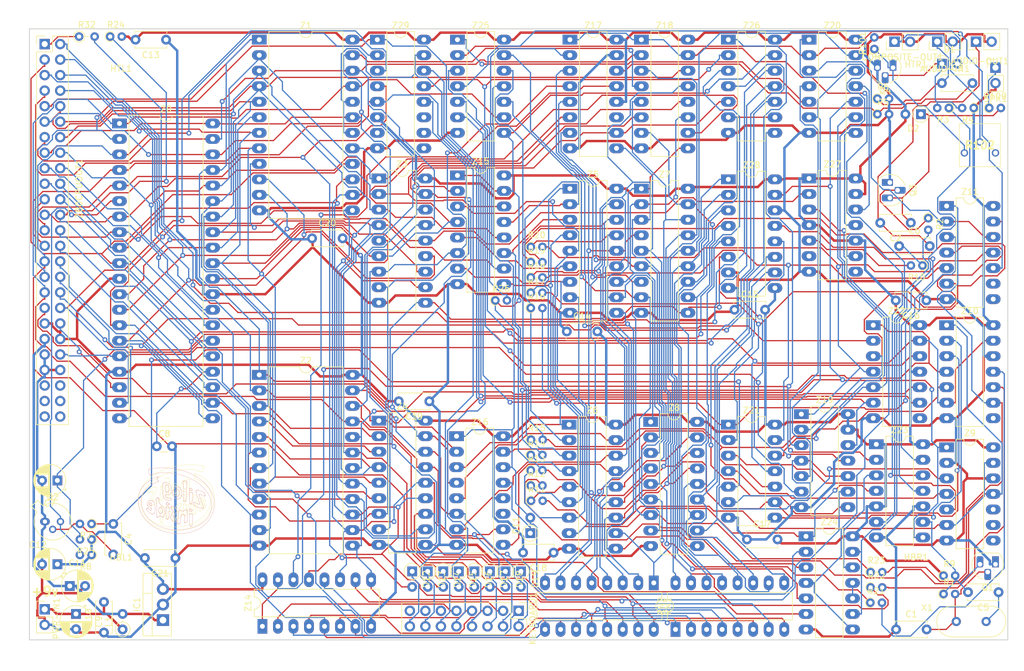
<source format=kicad_pcb>
(kicad_pcb (version 20171130) (host pcbnew "(5.1.2)-1")
  (title_block (date 2019-07-13) (rev 2.0))
  (layers (0 Top signal) (31 Bottom signal) (34 B.Paste user) (35 F.Paste user) (36 B.SilkS user) (37 F.SilkS user) (38 B.Mask user) (39 F.Mask user) (44 Edge.Cuts user))
  (net 0 "")
  (net 1 GND)
  (net 2 "Net-(Z19-Pad12)")
  (net 3 /VIDEN)
  (net 4 "Net-(Z19-Pad5)")
  (net 5 "Net-(Z19-Pad6)")
  (net 6 "Net-(Z19-Pad3)")
  (net 7 /CNT15)
  (net 8 /CNT16)
  (net 9 "Net-(Z1-Pad18)")
  (net 10 "Net-(Z2-Pad18)")
  (net 11 "Net-(Z29-Pad12)")
  (net 12 "Net-(Z29-Pad11)")
  (net 13 "Net-(Z29-Pad10)")
  (net 14 "Net-(Z29-Pad9)")
  (net 15 "Net-(Z29-Pad7)")
  (net 16 "Net-(R2-Pad2)")
  (net 17 "Net-(Z23-Pad3)")
  (net 18 "Net-(Z24-Pad10)")
  (net 19 "Net-(Z24-Pad3)")
  (net 20 "Net-(Z23-Pad4)")
  (net 21 /CNT8)
  (net 22 "Net-(Z22-Pad12)")
  (net 23 "Net-(Z20-Pad1)")
  (net 24 /2764)
  (net 25 "Net-(Z22-Pad2)")
  (net 26 /CNT6)
  (net 27 "Net-(RN2-Pad16)")
  (net 28 "Net-(RN2-Pad15)")
  (net 29 "Net-(RN2-Pad14)")
  (net 30 "Net-(RN2-Pad13)")
  (net 31 "Net-(RN2-Pad12)")
  (net 32 "Net-(RN2-Pad11)")
  (net 33 "Net-(RN2-Pad10)")
  (net 34 "Net-(RN2-Pad9)")
  (net 35 /CNT7)
  (net 36 /CNT5)
  (net 37 /CNT17)
  (net 38 "Net-(Z20-Pad5)")
  (net 39 "Net-(Z16-Pad11)")
  (net 40 "Net-(C3-Pad2)")
  (net 41 "Net-(Z20-Pad11)")
  (net 42 "Net-(Z11-Pad12)")
  (net 43 "Net-(Z20-Pad8)")
  (net 44 /CNT14)
  (net 45 /CNT0)
  (net 46 /CNT1)
  (net 47 /CNT2)
  (net 48 "Net-(Z10-Pad2)")
  (net 49 /CNT13)
  (net 50 /CNT12)
  (net 51 "Net-(Z23-Pad13)")
  (net 52 "Net-(Z23-Pad12)")
  (net 53 "Net-(C5-Pad2)")
  (net 54 "Net-(Z17-Pad1)")
  (net 55 "Net-(R10-Pad2)")
  (net 56 "Net-(Z27-Pad6)")
  (net 57 "Net-(Z27-Pad8)")
  (net 58 /CNT3)
  (net 59 /CNT4)
  (net 60 "Net-(Z9-Pad10)")
  (net 61 "Net-(Z9-Pad9)")
  (net 62 "Net-(Z9-Pad8)")
  (net 63 /CNT9)
  (net 64 /CNT10)
  (net 65 /CNT11)
  (net 66 "Net-(Z10-Pad8)")
  (net 67 "Net-(Z11-Pad9)")
  (net 68 "Net-(Z11-Pad8)")
  (net 69 /VIDEO)
  (net 70 "Net-(Z17-Pad11)")
  (net 71 "Net-(C4-Pad2)")
  (net 72 "Net-(C6-Pad1)")
  (net 73 "Net-(Q3-Pad2)")
  (net 74 "Net-(C2-Pad1)")
  (net 75 "Net-(C1-Pad2)")
  (net 76 "Net-(C5-Pad1)")
  (net 77 "Net-(AUDIO-IN1-Pad1)")
  (net 78 "Net-(AUDIO-OUT1-Pad1)")
  (net 79 "Net-(Z80CPUOUT1-Pad50)")
  (net 80 "Net-(Z80CPUOUT1-Pad49)")
  (net 81 "Net-(Z80CPUOUT1-Pad48)")
  (net 82 "Net-(Z80CPUOUT1-Pad47)")
  (net 83 "Net-(Z80CPUOUT1-Pad46)")
  (net 84 "Net-(Z80CPUOUT1-Pad45)")
  (net 85 +9V)
  (net 86 /A11)
  (net 87 /A12)
  (net 88 /A13)
  (net 89 /A14)
  (net 90 /A15)
  (net 91 /DA4)
  (net 92 /DA3)
  (net 93 /DA5)
  (net 94 /A2)
  (net 95 /A6)
  (net 96 /A10)
  (net 97 /A5)
  (net 98 /A9)
  (net 99 /A4)
  (net 100 /A8)
  (net 101 /A3)
  (net 102 /A7)
  (net 103 /A1)
  (net 104 /A0)
  (net 105 /DA0)
  (net 106 /DA1)
  (net 107 /DA2)
  (net 108 /DA6)
  (net 109 /DA7)
  (net 110 "Net-(D1-Pad2)")
  (net 111 "Net-(D11-Pad2)")
  (net 112 "Net-(D11-Pad1)")
  (net 113 "Net-(D12-Pad1)")
  (net 114 "Net-(D13-Pad1)")
  (net 115 "Net-(D14-Pad1)")
  (net 116 "Net-(D15-Pad1)")
  (net 117 "Net-(D16-Pad1)")
  (net 118 "Net-(D17-Pad1)")
  (net 119 "Net-(D18-Pad1)")
  (net 120 "Net-(D19-Pad1)")
  (net 121 "Net-(R3-Pad1)")
  (net 122 "Net-(R11-Pad1)")
  (net 123 "Net-(R12-Pad1)")
  (net 124 "Net-(R13-Pad1)")
  (net 125 "Net-(R14-Pad1)")
  (net 126 "Net-(R15-Pad1)")
  (net 127 "Net-(R16-Pad1)")
  (net 128 "Net-(R17-Pad1)")
  (net 129 "Net-(R18-Pad1)")
  (net 130 "Net-(R19-Pad1)")
  (net 131 "Net-(R20-Pad1)")
  (net 132 "Net-(R21-Pad1)")
  (net 133 "Net-(R22-Pad1)")
  (net 134 "Net-(R23-Pad1)")
  (net 135 "Net-(R26-Pad2)")
  (net 136 "Net-(KEYBOARD1-Pad15)")
  (net 137 "Net-(KEYBOARD1-Pad13)")
  (net 138 "Net-(KEYBOARD1-Pad11)")
  (net 139 "Net-(RN1-Pad8)")
  (net 140 "Net-(RN1-Pad7)")
  (net 141 "Net-(RN1-Pad6)")
  (net 142 "Net-(RN1-Pad5)")
  (net 143 "Net-(RN1-Pad4)")
  (net 144 "Net-(RN1-Pad3)")
  (net 145 "Net-(RN1-Pad2)")
  (net 146 "Net-(RN1-Pad1)")
  (net 147 "Net-(Q2-Pad3)")
  (net 148 /EAR)
  (net 149 "Net-(Z24-Pad4)")
  (net 150 "Net-(Z24-Pad5)")
  (net 151 "Net-(R32-Pad2)")
  (net 152 +9Vsm)
  (net 153 "Net-(COMPOSITE-OUT1-Pad1)")
  (net 154 "Net-(Q4-Pad1)")
  (net 155 "Net-(R100-Pad1)")
  (net 156 /~WAIT)
  (net 157 /~BUSRQ)
  (net 158 /~IOREQ)
  (net 159 /~MREQ)
  (net 160 /~HALT)
  (net 161 /~INT)
  (net 162 /~REFSH)
  (net 163 /~M1)
  (net 164 /~BUSAK)
  (net 165 /~WR)
  (net 166 /~RD)
  (net 167 /~VHOLD)
  (net 168 ~RESET)
  (net 169 +5V)
  (net 170 /~WE)
  (net 171 ~CPUCLK)
  (net 172 "Net-(R102-Pad3)")
  (net 173 "Net-(KEYBOARD1-Pad9)")
  (net 174 "Net-(KEYBOARD1-Pad7)")
  (net 175 "Net-(KEYBOARD1-Pad5)")
  (net 176 "Net-(KEYBOARD1-Pad3)")
  (net 177 "Net-(KEYBOARD1-Pad1)")
  (net 178 "Net-(Z14-Pad1)")
  (module Package_DIP:DIP-16_W7.62mm_LongPads (layer Top) (at 109.22 137.16 90)
    (fp_text reference Z14 (at 3.81 -2.33 90) (layer F.SilkS))
    (fp_text value 74367N)
    (pad 16 thru_hole oval (at 7.62 0 90) (size 2.4 1.6) (drill 0.8) (layers *.Cu *.Mask) (net 169 +5V))
    (pad 8 thru_hole oval (at 0 17.78 90) (size 2.4 1.6) (drill 0.8) (layers *.Cu *.Mask) (net 1 GND))
    (pad 15 thru_hole oval (at 7.62 2.54 90) (size 2.4 1.6) (drill 0.8) (layers *.Cu *.Mask) (net 178 "Net-(Z14-Pad1)"))
    (pad 7 thru_hole oval (at 0 15.24 90) (size 2.4 1.6) (drill 0.8) (layers *.Cu *.Mask) (net 107 /DA2))
    (pad 14 thru_hole oval (at 7.62 5.08 90) (size 2.4 1.6) (drill 0.8) (layers *.Cu *.Mask) (net 148 /EAR))
    (pad 6 thru_hole oval (at 0 12.7 90) (size 2.4 1.6) (drill 0.8) (layers *.Cu *.Mask) (net 175 "Net-(KEYBOARD1-Pad5)"))
    (pad 13 thru_hole oval (at 7.62 7.62 90) (size 2.4 1.6) (drill 0.8) (layers *.Cu *.Mask) (net 93 /DA5))
    (pad 5 thru_hole oval (at 0 10.16 90) (size 2.4 1.6) (drill 0.8) (layers *.Cu *.Mask) (net 106 /DA1))
    (pad 12 thru_hole oval (at 7.62 10.16 90) (size 2.4 1.6) (drill 0.8) (layers *.Cu *.Mask) (net 177 "Net-(KEYBOARD1-Pad1)"))
    (pad 4 thru_hole oval (at 0 7.62 90) (size 2.4 1.6) (drill 0.8) (layers *.Cu *.Mask) (net 174 "Net-(KEYBOARD1-Pad7)"))
    (pad 11 thru_hole oval (at 7.62 12.7 90) (size 2.4 1.6) (drill 0.8) (layers *.Cu *.Mask) (net 91 /DA4))
    (pad 3 thru_hole oval (at 0 5.08 90) (size 2.4 1.6) (drill 0.8) (layers *.Cu *.Mask) (net 105 /DA0))
    (pad 10 thru_hole oval (at 7.62 15.24 90) (size 2.4 1.6) (drill 0.8) (layers *.Cu *.Mask) (net 176 "Net-(KEYBOARD1-Pad3)"))
    (pad 2 thru_hole oval (at 0 2.54 90) (size 2.4 1.6) (drill 0.8) (layers *.Cu *.Mask) (net 173 "Net-(KEYBOARD1-Pad9)"))
    (pad 9 thru_hole oval (at 7.62 17.78 90) (size 2.4 1.6) (drill 0.8) (layers *.Cu *.Mask) (net 92 /DA3))
    (pad 1 thru_hole rect (at 0 0 90) (size 2.4 1.6) (drill 0.8) (layers *.Cu *.Mask) (net 178 "Net-(Z14-Pad1)"))
  )
  (module Symbol:ZilogInsideFront (layer Top) (at 88.392 123.952)
    (fp_text reference Logo2 hide)
    (fp_text value ZilogFront hide)
  )
  (module Symbol:ZilogInsideBack (layer Top) (at 87.884 124.46)
    (fp_text reference Logo1 hide)
    (fp_text value ZilogBack hide)
  )
  (module SamacSys_Parts:3362H1103LF (layer Top) (at 226.568 58.42)
    (fp_text reference R102 (at 0 0) (layer F.SilkS) (effects (font (size 1.27 1.27) (thickness 0.254))))
    (fp_text value 100 hide)
    (pad 3 thru_hole circle (at 2.54 1.26) (size 1.2 1.2) (drill 0.75) (layers *.Cu *.Mask) (net 172 "Net-(R102-Pad3)"))
    (pad 2 thru_hole circle (at 0 -0.54) (size 1.2 1.2) (drill 0.75) (layers *.Cu *.Mask) (net 153 "Net-(COMPOSITE-OUT1-Pad1)"))
    (pad 1 thru_hole circle (at -2.54 1.26) (size 1.2 1.2) (drill 0.75) (layers *.Cu *.Mask) (net 154 "Net-(Q4-Pad1)"))
  )
  (module Package_TO_SOT_THT:TO-18-3 (layer Top) (at 73.66 120.015)
    (fp_text reference Q2 (at 1.27 -4.02) (layer F.SilkS))
    (fp_text value 2N2369)
    (pad 3 thru_hole oval (at 2.54 0) (size 1.2 1.2) (drill 0.7) (layers *.Cu *.Mask) (net 147 "Net-(Q2-Pad3)"))
    (pad 2 thru_hole oval (at 1.27 1.27) (size 1.2 1.2) (drill 0.7) (layers *.Cu *.Mask) (net 71 "Net-(C4-Pad2)"))
    (pad 1 thru_hole oval (at 0 0) (size 1.6 1.2) (drill 0.7) (layers *.Cu *.Mask) (net 1 GND))
  )
  (module Resistor_THT:R_Axial_DIN0204_L3.6mm_D1.6mm_P1.90mm_Vertical (layer Top) (at 209.296 42.672 90)
    (fp_text reference R101 (at 0.95 -1.92 90) (layer F.SilkS))
    (fp_text value 100)
    (pad 2 thru_hole oval (at 1.9 0 90) (size 1.4 1.4) (drill 0.7) (layers *.Cu *.Mask) (net 1 GND))
    (pad 1 thru_hole circle (at 0 0 90) (size 1.4 1.4) (drill 0.7) (layers *.Cu *.Mask) (net 154 "Net-(Q4-Pad1)"))
  )
  (module Package_TO_SOT_THT:TO-92L_HandSolder (layer Top) (at 212.344 45.72 180)
    (fp_text reference Q4 (at 1.27 -3.8) (layer F.SilkS))
    (fp_text value 2N3904)
    (pad 1 thru_hole rect (at 0 0 180) (size 1.1 1.8) (drill 0.75 (offset 0 0.4)) (layers *.Cu *.Mask) (net 154 "Net-(Q4-Pad1)"))
    (pad 3 thru_hole roundrect (at 2.54 0 180) (size 1.1 1.8) (drill 0.75 (offset 0 0.4)) (layers *.Cu *.Mask) (net 169 +5V))
    (pad 2 thru_hole roundrect (at 1.27 -1.27 180) (size 1.1 1.8) (drill 0.75 (offset 0 -0.4)) (layers *.Cu *.Mask) (net 69 /VIDEO))
  )
  (module Resistor_THT:R_Axial_DIN0204_L3.6mm_D1.6mm_P1.90mm_Vertical (layer Top) (at 228.092 52.324)
    (fp_text reference R100 (at 0.95 -1.92) (layer F.SilkS))
    (fp_text value 200)
    (pad 2 thru_hole oval (at 1.9 0) (size 1.4 1.4) (drill 0.7) (layers *.Cu *.Mask) (net 74 "Net-(C2-Pad1)"))
    (pad 1 thru_hole circle (at 0 0) (size 1.4 1.4) (drill 0.7) (layers *.Cu *.Mask) (net 155 "Net-(R100-Pad1)"))
  )
  (module Connector_PinHeader_2.54mm:PinHeader_1x02_P2.54mm_Vertical (layer Top) (at 229.108 45.72)
    (fp_text reference SPK1 (at 0 5.08) (layer F.SilkS))
    (fp_text value Conn_01x02)
    (pad 2 thru_hole oval (at 0 2.54) (size 1.7 1.7) (drill 1) (layers *.Cu *.Mask) (net 169 +5V))
    (pad 1 thru_hole rect (at 0 0) (size 1.7 1.7) (drill 1) (layers *.Cu *.Mask) (net 155 "Net-(R100-Pad1)"))
  )
  (module Capacitor_THT:C_Disc_D5.0mm_W2.5mm_P5.00mm (layer Top) (at 94.996 125.984 180)
    (fp_text reference C21 (at 2.5 -2.5) (layer F.SilkS))
    (fp_text value 100N)
    (pad 2 thru_hole circle (at 5 0 180) (size 1.6 1.6) (drill 0.8) (layers *.Cu *.Mask) (net 169 +5V))
    (pad 1 thru_hole circle (at 0 0 180) (size 1.6 1.6) (drill 0.8) (layers *.Cu *.Mask) (net 1 GND))
  )
  (module Capacitor_THT:C_Disc_D5.0mm_W2.5mm_P5.00mm (layer Top) (at 117.348 73.66)
    (fp_text reference C20 (at 2.5 -2.5) (layer F.SilkS))
    (fp_text value 100N)
    (pad 2 thru_hole circle (at 5 0) (size 1.6 1.6) (drill 0.8) (layers *.Cu *.Mask) (net 169 +5V))
    (pad 1 thru_hole circle (at 0 0) (size 1.6 1.6) (drill 0.8) (layers *.Cu *.Mask) (net 1 GND))
  )
  (module Capacitor_THT:C_Disc_D5.0mm_W2.5mm_P5.00mm (layer Top) (at 136.525 100.33 180)
    (fp_text reference C19 (at 2.5 -2.5) (layer F.SilkS))
    (fp_text value 100N)
    (pad 2 thru_hole circle (at 5 0 180) (size 1.6 1.6) (drill 0.8) (layers *.Cu *.Mask) (net 169 +5V))
    (pad 1 thru_hole circle (at 0 0 180) (size 1.6 1.6) (drill 0.8) (layers *.Cu *.Mask) (net 1 GND))
  )
  (module Capacitor_THT:C_Disc_D5.0mm_W2.5mm_P5.00mm (layer Top) (at 156.845 125.095 180)
    (fp_text reference C18 (at 2.5 -2.5) (layer F.SilkS))
    (fp_text value 100N)
    (pad 2 thru_hole circle (at 5 0 180) (size 1.6 1.6) (drill 0.8) (layers *.Cu *.Mask) (net 169 +5V))
    (pad 1 thru_hole circle (at 0 0 180) (size 1.6 1.6) (drill 0.8) (layers *.Cu *.Mask) (net 1 GND))
  )
  (module Capacitor_THT:C_Disc_D5.0mm_W2.5mm_P5.00mm (layer Top) (at 188.468 122.936)
    (fp_text reference C17 (at 2.5 -2.5) (layer F.SilkS))
    (fp_text value 100N)
    (pad 2 thru_hole circle (at 5 0) (size 1.6 1.6) (drill 0.8) (layers *.Cu *.Mask) (net 169 +5V))
    (pad 1 thru_hole circle (at 0 0) (size 1.6 1.6) (drill 0.8) (layers *.Cu *.Mask) (net 1 GND))
  )
  (module Capacitor_THT:C_Disc_D5.0mm_W2.5mm_P5.00mm (layer Top) (at 217.805 83.82 180)
    (fp_text reference C16 (at 2.5 -2.5) (layer F.SilkS))
    (fp_text value 100N)
    (pad 2 thru_hole circle (at 5 0 180) (size 1.6 1.6) (drill 0.8) (layers *.Cu *.Mask) (net 169 +5V))
    (pad 1 thru_hole circle (at 0 0 180) (size 1.6 1.6) (drill 0.8) (layers *.Cu *.Mask) (net 1 GND))
  )
  (module Capacitor_THT:C_Disc_D5.0mm_W2.5mm_P5.00mm (layer Top) (at 186.436 85.344)
    (fp_text reference C15 (at 2.5 -2.5) (layer F.SilkS))
    (fp_text value 100N)
    (pad 2 thru_hole circle (at 5 0) (size 1.6 1.6) (drill 0.8) (layers *.Cu *.Mask) (net 169 +5V))
    (pad 1 thru_hole circle (at 0 0) (size 1.6 1.6) (drill 0.8) (layers *.Cu *.Mask) (net 1 GND))
  )
  (module Capacitor_THT:C_Disc_D5.0mm_W2.5mm_P5.00mm (layer Top) (at 159.004 88.9)
    (fp_text reference C14 (at 2.5 -2.5) (layer F.SilkS))
    (fp_text value 100N)
    (pad 2 thru_hole circle (at 5 0) (size 1.6 1.6) (drill 0.8) (layers *.Cu *.Mask) (net 169 +5V))
    (pad 1 thru_hole circle (at 0 0) (size 1.6 1.6) (drill 0.8) (layers *.Cu *.Mask) (net 1 GND))
  )
  (module Capacitor_THT:C_Disc_D5.0mm_W2.5mm_P5.00mm (layer Top) (at 93.472 41.148 180)
    (fp_text reference C13 (at 2.5 -2.5) (layer F.SilkS))
    (fp_text value 100N)
    (pad 2 thru_hole circle (at 5 0 180) (size 1.6 1.6) (drill 0.8) (layers *.Cu *.Mask) (net 169 +5V))
    (pad 1 thru_hole circle (at 0 0 180) (size 1.6 1.6) (drill 0.8) (layers *.Cu *.Mask) (net 1 GND))
  )
  (module Capacitor_THT:C_Disc_D5.0mm_W2.5mm_P5.00mm (layer Top) (at 83.312 138.176 90)
    (fp_text reference C10 (at 2.5 -2.5 90) (layer F.SilkS))
    (fp_text value 100N)
    (pad 2 thru_hole circle (at 5 0 90) (size 1.6 1.6) (drill 0.8) (layers *.Cu *.Mask) (net 85 +9V))
    (pad 1 thru_hole circle (at 0 0 90) (size 1.6 1.6) (drill 0.8) (layers *.Cu *.Mask) (net 1 GND))
  )
  (module Capacitor_THT:C_Disc_D5.0mm_W2.5mm_P5.00mm (layer Top) (at 213.36 74.93)
    (fp_text reference C6 (at 2.5 -2.5) (layer F.SilkS))
    (fp_text value 47N)
    (pad 2 thru_hole circle (at 5 0) (size 1.6 1.6) (drill 0.8) (layers *.Cu *.Mask) (net 78 "Net-(AUDIO-OUT1-Pad1)"))
    (pad 1 thru_hole circle (at 0 0) (size 1.6 1.6) (drill 0.8) (layers *.Cu *.Mask) (net 72 "Net-(C6-Pad1)"))
  )
  (module Capacitor_THT:C_Disc_D5.0mm_W2.5mm_P5.00mm (layer Top) (at 229.616 131.572 180)
    (fp_text reference C5 (at 2.5 -2.5) (layer F.SilkS))
    (fp_text value 47N)
    (pad 2 thru_hole circle (at 5 0 180) (size 1.6 1.6) (drill 0.8) (layers *.Cu *.Mask) (net 53 "Net-(C5-Pad2)"))
    (pad 1 thru_hole circle (at 0 0 180) (size 1.6 1.6) (drill 0.8) (layers *.Cu *.Mask) (net 76 "Net-(C5-Pad1)"))
  )
  (module Capacitor_THT:C_Disc_D5.0mm_W2.5mm_P5.00mm (layer Top) (at 84.836 120.396 270)
    (fp_text reference C4 (at 2.5 -2.5 90) (layer F.SilkS))
    (fp_text value 42p)
    (pad 2 thru_hole circle (at 5 0 270) (size 1.6 1.6) (drill 0.8) (layers *.Cu *.Mask) (net 71 "Net-(C4-Pad2)"))
    (pad 1 thru_hole circle (at 0 0 270) (size 1.6 1.6) (drill 0.8) (layers *.Cu *.Mask) (net 45 /CNT0))
  )
  (module Capacitor_THT:C_Disc_D5.0mm_W2.5mm_P5.00mm (layer Top) (at 220.345 48.26)
    (fp_text reference C3 (at 2.5 -2.5) (layer F.SilkS))
    (fp_text value 47N)
    (pad 2 thru_hole circle (at 5 0) (size 1.6 1.6) (drill 0.8) (layers *.Cu *.Mask) (net 40 "Net-(C3-Pad2)"))
    (pad 1 thru_hole circle (at 0 0) (size 1.6 1.6) (drill 0.8) (layers *.Cu *.Mask) (net 77 "Net-(AUDIO-IN1-Pad1)"))
  )
  (module Capacitor_THT:C_Disc_D5.0mm_W2.5mm_P5.00mm (layer Top) (at 215.265 71.12 180)
    (fp_text reference C2 (at 2.5 -2.5) (layer F.SilkS))
    (fp_text value 47N)
    (pad 2 thru_hole circle (at 5 0 180) (size 1.6 1.6) (drill 0.8) (layers *.Cu *.Mask) (net 78 "Net-(AUDIO-OUT1-Pad1)"))
    (pad 1 thru_hole circle (at 0 0 180) (size 1.6 1.6) (drill 0.8) (layers *.Cu *.Mask) (net 74 "Net-(C2-Pad1)"))
  )
  (module Capacitor_THT:C_Disc_D5.0mm_W2.5mm_P5.00mm (layer Top) (at 212.852 137.668)
    (fp_text reference C1 (at 2.5 -2.5) (layer F.SilkS))
    (fp_text value 47N)
    (pad 2 thru_hole circle (at 5 0) (size 1.6 1.6) (drill 0.8) (layers *.Cu *.Mask) (net 75 "Net-(C1-Pad2)"))
    (pad 1 thru_hole circle (at 0 0) (size 1.6 1.6) (drill 0.8) (layers *.Cu *.Mask) (net 1 GND))
  )
  (module Resistor_THT:R_Axial_DIN0204_L3.6mm_D1.6mm_P2.54mm_Vertical (layer Top) (at 79.248 40.64)
    (fp_text reference R32 (at 1.27 -1.92) (layer F.SilkS))
    (fp_text value 1K0)
    (pad 2 thru_hole oval (at 2.54 0) (size 1.4 1.4) (drill 0.7) (layers *.Cu *.Mask) (net 151 "Net-(R32-Pad2)"))
    (pad 1 thru_hole circle (at 0 0) (size 1.4 1.4) (drill 0.7) (layers *.Cu *.Mask) (net 170 /~WE))
  )
  (module Package_DIP:DIP-40_W15.24mm_LongPads (layer Top) (at 85.852 54.864)
    (fp_text reference Z0 (at 7.62 -2.33) (layer F.SilkS))
    (fp_text value Z80CPU)
    (pad 40 thru_hole oval (at 15.24 0) (size 2.4 1.6) (drill 0.8) (layers *.Cu *.Mask) (net 96 /A10))
    (pad 20 thru_hole oval (at 0 48.26) (size 2.4 1.6) (drill 0.8) (layers *.Cu *.Mask) (net 158 /~IOREQ))
    (pad 39 thru_hole oval (at 15.24 2.54) (size 2.4 1.6) (drill 0.8) (layers *.Cu *.Mask) (net 98 /A9))
    (pad 19 thru_hole oval (at 0 45.72) (size 2.4 1.6) (drill 0.8) (layers *.Cu *.Mask) (net 159 /~MREQ))
    (pad 38 thru_hole oval (at 15.24 5.08) (size 2.4 1.6) (drill 0.8) (layers *.Cu *.Mask) (net 100 /A8))
    (pad 18 thru_hole oval (at 0 43.18) (size 2.4 1.6) (drill 0.8) (layers *.Cu *.Mask) (net 160 /~HALT))
    (pad 37 thru_hole oval (at 15.24 7.62) (size 2.4 1.6) (drill 0.8) (layers *.Cu *.Mask) (net 102 /A7))
    (pad 17 thru_hole oval (at 0 40.64) (size 2.4 1.6) (drill 0.8) (layers *.Cu *.Mask) (net 169 +5V))
    (pad 36 thru_hole oval (at 15.24 10.16) (size 2.4 1.6) (drill 0.8) (layers *.Cu *.Mask) (net 95 /A6))
    (pad 16 thru_hole oval (at 0 38.1) (size 2.4 1.6) (drill 0.8) (layers *.Cu *.Mask) (net 161 /~INT))
    (pad 35 thru_hole oval (at 15.24 12.7) (size 2.4 1.6) (drill 0.8) (layers *.Cu *.Mask) (net 97 /A5))
    (pad 15 thru_hole oval (at 0 35.56) (size 2.4 1.6) (drill 0.8) (layers *.Cu *.Mask) (net 106 /DA1))
    (pad 34 thru_hole oval (at 15.24 15.24) (size 2.4 1.6) (drill 0.8) (layers *.Cu *.Mask) (net 99 /A4))
    (pad 14 thru_hole oval (at 0 33.02) (size 2.4 1.6) (drill 0.8) (layers *.Cu *.Mask) (net 105 /DA0))
    (pad 33 thru_hole oval (at 15.24 17.78) (size 2.4 1.6) (drill 0.8) (layers *.Cu *.Mask) (net 101 /A3))
    (pad 13 thru_hole oval (at 0 30.48) (size 2.4 1.6) (drill 0.8) (layers *.Cu *.Mask) (net 109 /DA7))
    (pad 32 thru_hole oval (at 15.24 20.32) (size 2.4 1.6) (drill 0.8) (layers *.Cu *.Mask) (net 94 /A2))
    (pad 12 thru_hole oval (at 0 27.94) (size 2.4 1.6) (drill 0.8) (layers *.Cu *.Mask) (net 107 /DA2))
    (pad 31 thru_hole oval (at 15.24 22.86) (size 2.4 1.6) (drill 0.8) (layers *.Cu *.Mask) (net 103 /A1))
    (pad 11 thru_hole oval (at 0 25.4) (size 2.4 1.6) (drill 0.8) (layers *.Cu *.Mask) (net 169 +5V))
    (pad 30 thru_hole oval (at 15.24 25.4) (size 2.4 1.6) (drill 0.8) (layers *.Cu *.Mask) (net 104 /A0))
    (pad 10 thru_hole oval (at 0 22.86) (size 2.4 1.6) (drill 0.8) (layers *.Cu *.Mask) (net 108 /DA6))
    (pad 29 thru_hole oval (at 15.24 27.94) (size 2.4 1.6) (drill 0.8) (layers *.Cu *.Mask) (net 1 GND))
    (pad 9 thru_hole oval (at 0 20.32) (size 2.4 1.6) (drill 0.8) (layers *.Cu *.Mask) (net 93 /DA5))
    (pad 28 thru_hole oval (at 15.24 30.48) (size 2.4 1.6) (drill 0.8) (layers *.Cu *.Mask) (net 162 /~REFSH))
    (pad 8 thru_hole oval (at 0 17.78) (size 2.4 1.6) (drill 0.8) (layers *.Cu *.Mask) (net 92 /DA3))
    (pad 27 thru_hole oval (at 15.24 33.02) (size 2.4 1.6) (drill 0.8) (layers *.Cu *.Mask) (net 163 /~M1))
    (pad 7 thru_hole oval (at 0 15.24) (size 2.4 1.6) (drill 0.8) (layers *.Cu *.Mask) (net 91 /DA4))
    (pad 26 thru_hole oval (at 15.24 35.56) (size 2.4 1.6) (drill 0.8) (layers *.Cu *.Mask) (net 168 ~RESET))
    (pad 6 thru_hole oval (at 0 12.7) (size 2.4 1.6) (drill 0.8) (layers *.Cu *.Mask) (net 147 "Net-(Q2-Pad3)"))
    (pad 25 thru_hole oval (at 15.24 38.1) (size 2.4 1.6) (drill 0.8) (layers *.Cu *.Mask) (net 157 /~BUSRQ))
    (pad 5 thru_hole oval (at 0 10.16) (size 2.4 1.6) (drill 0.8) (layers *.Cu *.Mask) (net 90 /A15))
    (pad 24 thru_hole oval (at 15.24 40.64) (size 2.4 1.6) (drill 0.8) (layers *.Cu *.Mask) (net 156 /~WAIT))
    (pad 4 thru_hole oval (at 0 7.62) (size 2.4 1.6) (drill 0.8) (layers *.Cu *.Mask) (net 89 /A14))
    (pad 23 thru_hole oval (at 15.24 43.18) (size 2.4 1.6) (drill 0.8) (layers *.Cu *.Mask) (net 164 /~BUSAK))
    (pad 3 thru_hole oval (at 0 5.08) (size 2.4 1.6) (drill 0.8) (layers *.Cu *.Mask) (net 88 /A13))
    (pad 22 thru_hole oval (at 15.24 45.72) (size 2.4 1.6) (drill 0.8) (layers *.Cu *.Mask) (net 165 /~WR))
    (pad 2 thru_hole oval (at 0 2.54) (size 2.4 1.6) (drill 0.8) (layers *.Cu *.Mask) (net 87 /A12))
    (pad 21 thru_hole oval (at 15.24 48.26) (size 2.4 1.6) (drill 0.8) (layers *.Cu *.Mask) (net 166 /~RD))
    (pad 1 thru_hole rect (at 0 0) (size 2.4 1.6) (drill 0.8) (layers *.Cu *.Mask) (net 86 /A11))
  )
  (module Package_TO_SOT_THT:TO-92L_HandSolder (layer Top) (at 229.108 127 180)
    (fp_text reference Q1 (at 1.27 -3.8) (layer F.SilkS))
    (fp_text value 2N3904)
    (pad 1 thru_hole rect (at 0 0 180) (size 1.1 1.8) (drill 0.75 (offset 0 0.4)) (layers *.Cu *.Mask) (net 1 GND))
    (pad 3 thru_hole roundrect (at 2.54 0 180) (size 1.1 1.8) (drill 0.75 (offset 0 0.4)) (layers *.Cu *.Mask) (net 53 "Net-(C5-Pad2)"))
    (pad 2 thru_hole roundrect (at 1.27 -1.27 180) (size 1.1 1.8) (drill 0.75 (offset 0 -0.4)) (layers *.Cu *.Mask) (net 75 "Net-(C1-Pad2)"))
  )
  (module Inductor_THT:L_Axial_L5.3mm_D2.2mm_P2.54mm_Vertical_Vishay_IM-1 (layer Top) (at 86.36 137.668 90)
    (fp_text reference L1 (at 1.27 -2.22 90) (layer F.SilkS))
    (fp_text value Z?CCW14_40)
    (pad 2 thru_hole oval (at 2.54 0 90) (size 1.6 1.6) (drill 0.8) (layers *.Cu *.Mask) (net 152 +9Vsm))
    (pad 1 thru_hole circle (at 0 0 90) (size 1.6 1.6) (drill 0.8) (layers *.Cu *.Mask) (net 85 +9V))
  )
  (module Package_TO_SOT_THT:TO-220-3_Vertical (layer Top) (at 92.964 136.144 90)
    (fp_text reference IC1 (at 2.54 -4.27 90) (layer F.SilkS))
    (fp_text value 78T)
    (pad 3 thru_hole oval (at 5.08 0 90) (size 1.905 2) (drill 1.1) (layers *.Cu *.Mask) (net 169 +5V))
    (pad 2 thru_hole oval (at 2.54 0 90) (size 1.905 2) (drill 1.1) (layers *.Cu *.Mask) (net 1 GND))
    (pad 1 thru_hole rect (at 0 0 90) (size 1.905 2) (drill 1.1) (layers *.Cu *.Mask) (net 152 +9Vsm))
  )
  (module Package_DIP:DIP-24_W15.24mm_LongPads (layer Top) (at 108.712 96.012)
    (fp_text reference Z2 (at 7.62 -2.33) (layer F.SilkS))
    (fp_text value 2732)
    (pad 24 thru_hole oval (at 15.24 0) (size 2.4 1.6) (drill 0.8) (layers *.Cu *.Mask) (net 169 +5V))
    (pad 12 thru_hole oval (at 0 27.94) (size 2.4 1.6) (drill 0.8) (layers *.Cu *.Mask) (net 1 GND))
    (pad 23 thru_hole oval (at 15.24 2.54) (size 2.4 1.6) (drill 0.8) (layers *.Cu *.Mask) (net 100 /A8))
    (pad 11 thru_hole oval (at 0 25.4) (size 2.4 1.6) (drill 0.8) (layers *.Cu *.Mask) (net 107 /DA2))
    (pad 22 thru_hole oval (at 15.24 5.08) (size 2.4 1.6) (drill 0.8) (layers *.Cu *.Mask) (net 98 /A9))
    (pad 10 thru_hole oval (at 0 22.86) (size 2.4 1.6) (drill 0.8) (layers *.Cu *.Mask) (net 106 /DA1))
    (pad 21 thru_hole oval (at 15.24 7.62) (size 2.4 1.6) (drill 0.8) (layers *.Cu *.Mask) (net 86 /A11))
    (pad 9 thru_hole oval (at 0 20.32) (size 2.4 1.6) (drill 0.8) (layers *.Cu *.Mask) (net 105 /DA0))
    (pad 20 thru_hole oval (at 15.24 10.16) (size 2.4 1.6) (drill 0.8) (layers *.Cu *.Mask) (net 10 "Net-(Z2-Pad18)"))
    (pad 8 thru_hole oval (at 0 17.78) (size 2.4 1.6) (drill 0.8) (layers *.Cu *.Mask) (net 104 /A0))
    (pad 19 thru_hole oval (at 15.24 12.7) (size 2.4 1.6) (drill 0.8) (layers *.Cu *.Mask) (net 96 /A10))
    (pad 7 thru_hole oval (at 0 15.24) (size 2.4 1.6) (drill 0.8) (layers *.Cu *.Mask) (net 103 /A1))
    (pad 18 thru_hole oval (at 15.24 15.24) (size 2.4 1.6) (drill 0.8) (layers *.Cu *.Mask) (net 10 "Net-(Z2-Pad18)"))
    (pad 6 thru_hole oval (at 0 12.7) (size 2.4 1.6) (drill 0.8) (layers *.Cu *.Mask) (net 94 /A2))
    (pad 17 thru_hole oval (at 15.24 17.78) (size 2.4 1.6) (drill 0.8) (layers *.Cu *.Mask) (net 109 /DA7))
    (pad 5 thru_hole oval (at 0 10.16) (size 2.4 1.6) (drill 0.8) (layers *.Cu *.Mask) (net 101 /A3))
    (pad 16 thru_hole oval (at 15.24 20.32) (size 2.4 1.6) (drill 0.8) (layers *.Cu *.Mask) (net 108 /DA6))
    (pad 4 thru_hole oval (at 0 7.62) (size 2.4 1.6) (drill 0.8) (layers *.Cu *.Mask) (net 99 /A4))
    (pad 15 thru_hole oval (at 15.24 22.86) (size 2.4 1.6) (drill 0.8) (layers *.Cu *.Mask) (net 93 /DA5))
    (pad 3 thru_hole oval (at 0 5.08) (size 2.4 1.6) (drill 0.8) (layers *.Cu *.Mask) (net 97 /A5))
    (pad 14 thru_hole oval (at 15.24 25.4) (size 2.4 1.6) (drill 0.8) (layers *.Cu *.Mask) (net 91 /DA4))
    (pad 2 thru_hole oval (at 0 2.54) (size 2.4 1.6) (drill 0.8) (layers *.Cu *.Mask) (net 95 /A6))
    (pad 13 thru_hole oval (at 15.24 27.94) (size 2.4 1.6) (drill 0.8) (layers *.Cu *.Mask) (net 92 /DA3))
    (pad 1 thru_hole rect (at 0 0) (size 2.4 1.6) (drill 0.8) (layers *.Cu *.Mask) (net 102 /A7))
  )
  (module Package_DIP:DIP-24_W15.24mm_LongPads (layer Top) (at 108.712 41.148)
    (fp_text reference Z1 (at 7.62 -2.33) (layer F.SilkS))
    (fp_text value 2732)
    (pad 24 thru_hole oval (at 15.24 0) (size 2.4 1.6) (drill 0.8) (layers *.Cu *.Mask) (net 169 +5V))
    (pad 12 thru_hole oval (at 0 27.94) (size 2.4 1.6) (drill 0.8) (layers *.Cu *.Mask) (net 1 GND))
    (pad 23 thru_hole oval (at 15.24 2.54) (size 2.4 1.6) (drill 0.8) (layers *.Cu *.Mask) (net 100 /A8))
    (pad 11 thru_hole oval (at 0 25.4) (size 2.4 1.6) (drill 0.8) (layers *.Cu *.Mask) (net 107 /DA2))
    (pad 22 thru_hole oval (at 15.24 5.08) (size 2.4 1.6) (drill 0.8) (layers *.Cu *.Mask) (net 98 /A9))
    (pad 10 thru_hole oval (at 0 22.86) (size 2.4 1.6) (drill 0.8) (layers *.Cu *.Mask) (net 106 /DA1))
    (pad 21 thru_hole oval (at 15.24 7.62) (size 2.4 1.6) (drill 0.8) (layers *.Cu *.Mask) (net 86 /A11))
    (pad 9 thru_hole oval (at 0 20.32) (size 2.4 1.6) (drill 0.8) (layers *.Cu *.Mask) (net 105 /DA0))
    (pad 20 thru_hole oval (at 15.24 10.16) (size 2.4 1.6) (drill 0.8) (layers *.Cu *.Mask) (net 9 "Net-(Z1-Pad18)"))
    (pad 8 thru_hole oval (at 0 17.78) (size 2.4 1.6) (drill 0.8) (layers *.Cu *.Mask) (net 104 /A0))
    (pad 19 thru_hole oval (at 15.24 12.7) (size 2.4 1.6) (drill 0.8) (layers *.Cu *.Mask) (net 96 /A10))
    (pad 7 thru_hole oval (at 0 15.24) (size 2.4 1.6) (drill 0.8) (layers *.Cu *.Mask) (net 103 /A1))
    (pad 18 thru_hole oval (at 15.24 15.24) (size 2.4 1.6) (drill 0.8) (layers *.Cu *.Mask) (net 9 "Net-(Z1-Pad18)"))
    (pad 6 thru_hole oval (at 0 12.7) (size 2.4 1.6) (drill 0.8) (layers *.Cu *.Mask) (net 94 /A2))
    (pad 17 thru_hole oval (at 15.24 17.78) (size 2.4 1.6) (drill 0.8) (layers *.Cu *.Mask) (net 109 /DA7))
    (pad 5 thru_hole oval (at 0 10.16) (size 2.4 1.6) (drill 0.8) (layers *.Cu *.Mask) (net 101 /A3))
    (pad 16 thru_hole oval (at 15.24 20.32) (size 2.4 1.6) (drill 0.8) (layers *.Cu *.Mask) (net 108 /DA6))
    (pad 4 thru_hole oval (at 0 7.62) (size 2.4 1.6) (drill 0.8) (layers *.Cu *.Mask) (net 99 /A4))
    (pad 15 thru_hole oval (at 15.24 22.86) (size 2.4 1.6) (drill 0.8) (layers *.Cu *.Mask) (net 93 /DA5))
    (pad 3 thru_hole oval (at 0 5.08) (size 2.4 1.6) (drill 0.8) (layers *.Cu *.Mask) (net 97 /A5))
    (pad 14 thru_hole oval (at 15.24 25.4) (size 2.4 1.6) (drill 0.8) (layers *.Cu *.Mask) (net 91 /DA4))
    (pad 2 thru_hole oval (at 0 2.54) (size 2.4 1.6) (drill 0.8) (layers *.Cu *.Mask) (net 95 /A6))
    (pad 13 thru_hole oval (at 15.24 27.94) (size 2.4 1.6) (drill 0.8) (layers *.Cu *.Mask) (net 92 /DA3))
    (pad 1 thru_hole rect (at 0 0) (size 2.4 1.6) (drill 0.8) (layers *.Cu *.Mask) (net 102 /A7))
  )
  (module Package_TO_SOT_THT:TO-92L_HandSolder (layer Top) (at 211.836 64.516 270)
    (fp_text reference Q3 (at 1.27 -3.8 90) (layer F.SilkS))
    (fp_text value BC183)
    (pad 1 thru_hole rect (at 0 0 270) (size 1.1 1.8) (drill 0.75 (offset 0 0.4)) (layers *.Cu *.Mask) (net 1 GND))
    (pad 3 thru_hole roundrect (at 2.54 0 270) (size 1.1 1.8) (drill 0.75 (offset 0 0.4)) (layers *.Cu *.Mask) (net 74 "Net-(C2-Pad1)"))
    (pad 2 thru_hole roundrect (at 1.27 -1.27 270) (size 1.1 1.8) (drill 0.75 (offset 0 -0.4)) (layers *.Cu *.Mask) (net 73 "Net-(Q3-Pad2)"))
  )
  (module Resistor_THT:R_Axial_DIN0204_L3.6mm_D1.6mm_P1.90mm_Vertical (layer Top) (at 81.28 122.936 180)
    (fp_text reference R25 (at 0.95 -1.92) (layer F.SilkS))
    (fp_text value 220k)
    (pad 2 thru_hole oval (at 1.9 0 180) (size 1.4 1.4) (drill 0.7) (layers *.Cu *.Mask) (net 168 ~RESET))
    (pad 1 thru_hole circle (at 0 0 180) (size 1.4 1.4) (drill 0.7) (layers *.Cu *.Mask) (net 169 +5V))
  )
  (module Resistor_THT:R_Axial_DIN0204_L3.6mm_D1.6mm_P1.90mm_Vertical (layer Top) (at 147.32 83.82)
    (fp_text reference R26 (at 0.95 -1.92) (layer F.SilkS))
    (fp_text value 330R)
    (pad 2 thru_hole oval (at 1.9 0) (size 1.4 1.4) (drill 0.7) (layers *.Cu *.Mask) (net 135 "Net-(R26-Pad2)"))
    (pad 1 thru_hole circle (at 0 0) (size 1.4 1.4) (drill 0.7) (layers *.Cu *.Mask) (net 111 "Net-(D11-Pad2)"))
  )
  (module Resistor_THT:R_Axial_DIN0204_L3.6mm_D1.6mm_P1.90mm_Vertical (layer Top) (at 84.328 40.64)
    (fp_text reference R24 (at 0.95 -1.92) (layer F.SilkS))
    (fp_text value 10k)
    (pad 2 thru_hole oval (at 1.9 0) (size 1.4 1.4) (drill 0.7) (layers *.Cu *.Mask) (net 169 +5V))
    (pad 1 thru_hole circle (at 0 0) (size 1.4 1.4) (drill 0.7) (layers *.Cu *.Mask) (net 157 /~BUSRQ))
  )
  (module Resistor_THT:R_Axial_DIN0204_L3.6mm_D1.6mm_P1.90mm_Vertical (layer Top) (at 208.69 128.29)
    (fp_text reference R23 (at 0.95 -1.92) (layer F.SilkS))
    (fp_text value 1k)
    (pad 2 thru_hole oval (at 1.9 0) (size 1.4 1.4) (drill 0.7) (layers *.Cu *.Mask) (net 65 /CNT11))
    (pad 1 thru_hole circle (at 0 0) (size 1.4 1.4) (drill 0.7) (layers *.Cu *.Mask) (net 134 "Net-(R23-Pad1)"))
  )
  (module Resistor_THT:R_Axial_DIN0204_L3.6mm_D1.6mm_P1.90mm_Vertical (layer Top) (at 208.69 130.79)
    (fp_text reference R22 (at 0.95 -1.92) (layer F.SilkS))
    (fp_text value 1k)
    (pad 2 thru_hole oval (at 1.9 0) (size 1.4 1.4) (drill 0.7) (layers *.Cu *.Mask) (net 64 /CNT10))
    (pad 1 thru_hole circle (at 0 0) (size 1.4 1.4) (drill 0.7) (layers *.Cu *.Mask) (net 133 "Net-(R22-Pad1)"))
  )
  (module Resistor_THT:R_Axial_DIN0204_L3.6mm_D1.6mm_P1.90mm_Vertical (layer Top) (at 208.65 133.29)
    (fp_text reference R21 (at 0.95 -1.92) (layer F.SilkS))
    (fp_text value 1k)
    (pad 2 thru_hole oval (at 1.9 0) (size 1.4 1.4) (drill 0.7) (layers *.Cu *.Mask) (net 63 /CNT9))
    (pad 1 thru_hole circle (at 0 0) (size 1.4 1.4) (drill 0.7) (layers *.Cu *.Mask) (net 132 "Net-(R21-Pad1)"))
  )
  (module Resistor_THT:R_Axial_DIN0204_L3.6mm_D1.6mm_P1.90mm_Vertical (layer Top) (at 153.12 75.06)
    (fp_text reference R20 (at 0.95 -1.92) (layer F.SilkS))
    (fp_text value 1k)
    (pad 2 thru_hole oval (at 1.9 0) (size 1.4 1.4) (drill 0.7) (layers *.Cu *.Mask) (net 8 /CNT16))
    (pad 1 thru_hole circle (at 0 0) (size 1.4 1.4) (drill 0.7) (layers *.Cu *.Mask) (net 131 "Net-(R20-Pad1)"))
  )
  (module Resistor_THT:R_Axial_DIN0204_L3.6mm_D1.6mm_P1.90mm_Vertical (layer Top) (at 153.12 77.56)
    (fp_text reference R19 (at 0.95 -1.92) (layer F.SilkS))
    (fp_text value 1k)
    (pad 2 thru_hole oval (at 1.9 0) (size 1.4 1.4) (drill 0.7) (layers *.Cu *.Mask) (net 7 /CNT15))
    (pad 1 thru_hole circle (at 0 0) (size 1.4 1.4) (drill 0.7) (layers *.Cu *.Mask) (net 130 "Net-(R19-Pad1)"))
  )
  (module Resistor_THT:R_Axial_DIN0204_L3.6mm_D1.6mm_P1.90mm_Vertical (layer Top) (at 153.12 80.06)
    (fp_text reference R18 (at 0.95 -1.92) (layer F.SilkS))
    (fp_text value 1k)
    (pad 2 thru_hole oval (at 1.9 0) (size 1.4 1.4) (drill 0.7) (layers *.Cu *.Mask) (net 44 /CNT14))
    (pad 1 thru_hole circle (at 0 0) (size 1.4 1.4) (drill 0.7) (layers *.Cu *.Mask) (net 129 "Net-(R18-Pad1)"))
  )
  (module Resistor_THT:R_Axial_DIN0204_L3.6mm_D1.6mm_P1.90mm_Vertical (layer Top) (at 153.12 82.56)
    (fp_text reference R17 (at 0.95 -1.92) (layer F.SilkS))
    (fp_text value 1k)
    (pad 2 thru_hole oval (at 1.9 0) (size 1.4 1.4) (drill 0.7) (layers *.Cu *.Mask) (net 49 /CNT13))
    (pad 1 thru_hole circle (at 0 0) (size 1.4 1.4) (drill 0.7) (layers *.Cu *.Mask) (net 128 "Net-(R17-Pad1)"))
  )
  (module Resistor_THT:R_Axial_DIN0204_L3.6mm_D1.6mm_P1.90mm_Vertical (layer Top) (at 153.12 85.06)
    (fp_text reference R16 (at 0.95 -1.92) (layer F.SilkS))
    (fp_text value 1k)
    (pad 2 thru_hole oval (at 1.9 0) (size 1.4 1.4) (drill 0.7) (layers *.Cu *.Mask) (net 50 /CNT12))
    (pad 1 thru_hole circle (at 0 0) (size 1.4 1.4) (drill 0.7) (layers *.Cu *.Mask) (net 127 "Net-(R16-Pad1)"))
  )
  (module Resistor_THT:R_Axial_DIN0204_L3.6mm_D1.6mm_P1.90mm_Vertical (layer Top) (at 153.16 106.61)
    (fp_text reference R15 (at 0.95 -1.92) (layer F.SilkS))
    (fp_text value 1k)
    (pad 2 thru_hole oval (at 1.9 0) (size 1.4 1.4) (drill 0.7) (layers *.Cu *.Mask) (net 35 /CNT7))
    (pad 1 thru_hole circle (at 0 0) (size 1.4 1.4) (drill 0.7) (layers *.Cu *.Mask) (net 126 "Net-(R15-Pad1)"))
  )
  (module Resistor_THT:R_Axial_DIN0204_L3.6mm_D1.6mm_P1.90mm_Vertical (layer Top) (at 153.12 109.11)
    (fp_text reference R14 (at 0.95 -1.92) (layer F.SilkS))
    (fp_text value 1k)
    (pad 2 thru_hole oval (at 1.9 0) (size 1.4 1.4) (drill 0.7) (layers *.Cu *.Mask) (net 26 /CNT6))
    (pad 1 thru_hole circle (at 0 0) (size 1.4 1.4) (drill 0.7) (layers *.Cu *.Mask) (net 125 "Net-(R14-Pad1)"))
  )
  (module Resistor_THT:R_Axial_DIN0204_L3.6mm_D1.6mm_P1.90mm_Vertical (layer Top) (at 153.12 111.61)
    (fp_text reference R13 (at 0.95 -1.92) (layer F.SilkS))
    (fp_text value 1k)
    (pad 2 thru_hole oval (at 1.9 0) (size 1.4 1.4) (drill 0.7) (layers *.Cu *.Mask) (net 36 /CNT5))
    (pad 1 thru_hole circle (at 0 0) (size 1.4 1.4) (drill 0.7) (layers *.Cu *.Mask) (net 124 "Net-(R13-Pad1)"))
  )
  (module Resistor_THT:R_Axial_DIN0204_L3.6mm_D1.6mm_P1.90mm_Vertical (layer Top) (at 153.12 114.11)
    (fp_text reference R12 (at 0.95 -1.92) (layer F.SilkS))
    (fp_text value 1k)
    (pad 2 thru_hole oval (at 1.9 0) (size 1.4 1.4) (drill 0.7) (layers *.Cu *.Mask) (net 59 /CNT4))
    (pad 1 thru_hole circle (at 0 0) (size 1.4 1.4) (drill 0.7) (layers *.Cu *.Mask) (net 123 "Net-(R12-Pad1)"))
  )
  (module Resistor_THT:R_Axial_DIN0204_L3.6mm_D1.6mm_P1.90mm_Vertical (layer Top) (at 153.16 116.61)
    (fp_text reference R11 (at 0.95 -1.92) (layer F.SilkS))
    (fp_text value 1k)
    (pad 2 thru_hole oval (at 1.9 0) (size 1.4 1.4) (drill 0.7) (layers *.Cu *.Mask) (net 58 /CNT3))
    (pad 1 thru_hole circle (at 0 0) (size 1.4 1.4) (drill 0.7) (layers *.Cu *.Mask) (net 122 "Net-(R11-Pad1)"))
  )
  (module Resistor_THT:R_Axial_DIN0204_L3.6mm_D1.6mm_P1.90mm_Vertical (layer Top) (at 217.17 78.105 180)
    (fp_text reference R10 (at 0.95 -1.92) (layer F.SilkS))
    (fp_text value 10k)
    (pad 2 thru_hole oval (at 1.9 0 180) (size 1.4 1.4) (drill 0.7) (layers *.Cu *.Mask) (net 55 "Net-(R10-Pad2)"))
    (pad 1 thru_hole circle (at 0 0 180) (size 1.4 1.4) (drill 0.7) (layers *.Cu *.Mask) (net 72 "Net-(C6-Pad1)"))
  )
  (module Resistor_THT:R_Axial_DIN0204_L3.6mm_D1.6mm_P1.90mm_Vertical (layer Top) (at 220.62 128.87)
    (fp_text reference R9 (at 0.95 -1.92) (layer F.SilkS))
    (fp_text value 47k)
    (pad 2 thru_hole oval (at 1.9 0) (size 1.4 1.4) (drill 0.7) (layers *.Cu *.Mask) (net 53 "Net-(C5-Pad2)"))
    (pad 1 thru_hole circle (at 0 0) (size 1.4 1.4) (drill 0.7) (layers *.Cu *.Mask) (net 169 +5V))
  )
  (module Resistor_THT:R_Axial_DIN0204_L3.6mm_D1.6mm_P1.90mm_Vertical (layer Top) (at 81.28 125.476 180)
    (fp_text reference R8 (at 0.95 -1.92) (layer F.SilkS))
    (fp_text value 270R)
    (pad 2 thru_hole oval (at 1.9 0 180) (size 1.4 1.4) (drill 0.7) (layers *.Cu *.Mask) (net 147 "Net-(Q2-Pad3)"))
    (pad 1 thru_hole circle (at 0 0 180) (size 1.4 1.4) (drill 0.7) (layers *.Cu *.Mask) (net 169 +5V))
  )
  (module Resistor_THT:R_Axial_DIN0204_L3.6mm_D1.6mm_P1.90mm_Vertical (layer Top) (at 81.28 120.396 180)
    (fp_text reference R7 (at 0.95 -1.92) (layer F.SilkS))
    (fp_text value 1k0)
    (pad 2 thru_hole oval (at 1.9 0 180) (size 1.4 1.4) (drill 0.7) (layers *.Cu *.Mask) (net 71 "Net-(C4-Pad2)"))
    (pad 1 thru_hole circle (at 0 0 180) (size 1.4 1.4) (drill 0.7) (layers *.Cu *.Mask) (net 45 /CNT0))
  )
  (module Resistor_THT:R_Axial_DIN0204_L3.6mm_D1.6mm_P1.90mm_Vertical (layer Top) (at 209.804 50.8)
    (fp_text reference R6 (at 0.95 -1.92) (layer F.SilkS))
    (fp_text value 1K)
    (pad 2 thru_hole oval (at 1.9 0) (size 1.4 1.4) (drill 0.7) (layers *.Cu *.Mask) (net 1 GND))
    (pad 1 thru_hole circle (at 0 0) (size 1.4 1.4) (drill 0.7) (layers *.Cu *.Mask) (net 77 "Net-(AUDIO-IN1-Pad1)"))
  )
  (module Resistor_THT:R_Axial_DIN0204_L3.6mm_D1.6mm_P1.90mm_Vertical (layer Top) (at 209.804 53.34)
    (fp_text reference R5 (at 0.95 -1.92) (layer F.SilkS))
    (fp_text value 12k)
    (pad 2 thru_hole oval (at 1.9 0) (size 1.4 1.4) (drill 0.7) (layers *.Cu *.Mask) (net 1 GND))
    (pad 1 thru_hole circle (at 0 0) (size 1.4 1.4) (drill 0.7) (layers *.Cu *.Mask) (net 40 "Net-(C3-Pad2)"))
  )
  (module Resistor_THT:R_Axial_DIN0204_L3.6mm_D1.6mm_P1.90mm_Vertical (layer Top) (at 225.552 52.324 180)
    (fp_text reference R4 (at 0.95 -1.92) (layer F.SilkS))
    (fp_text value 1K5)
    (pad 2 thru_hole oval (at 1.9 0 180) (size 1.4 1.4) (drill 0.7) (layers *.Cu *.Mask) (net 69 /VIDEO))
    (pad 1 thru_hole circle (at 0 0 180) (size 1.4 1.4) (drill 0.7) (layers *.Cu *.Mask) (net 169 +5V))
  )
  (module Resistor_THT:R_Axial_DIN0204_L3.6mm_D1.6mm_P1.90mm_Vertical (layer Top) (at 221.488 52.324 180)
    (fp_text reference R3 (at 0.95 -1.92) (layer F.SilkS))
    (fp_text value 1K5)
    (pad 2 thru_hole oval (at 1.9 0 180) (size 1.4 1.4) (drill 0.7) (layers *.Cu *.Mask) (net 69 /VIDEO))
    (pad 1 thru_hole circle (at 0 0 180) (size 1.4 1.4) (drill 0.7) (layers *.Cu *.Mask) (net 121 "Net-(R3-Pad1)"))
  )
  (module Resistor_THT:R_Axial_DIN0204_L3.6mm_D1.6mm_P1.90mm_Vertical (layer Top) (at 218.12 70.37 270)
    (fp_text reference R2 (at 0.95 -1.92 90) (layer F.SilkS))
    (fp_text value 12k)
    (pad 2 thru_hole oval (at 1.9 0 270) (size 1.4 1.4) (drill 0.7) (layers *.Cu *.Mask) (net 16 "Net-(R2-Pad2)"))
    (pad 1 thru_hole circle (at 0 0 270) (size 1.4 1.4) (drill 0.7) (layers *.Cu *.Mask) (net 73 "Net-(Q3-Pad2)"))
  )
  (module Resistor_THT:R_Axial_DIN0204_L3.6mm_D1.6mm_P1.90mm_Vertical (layer Top) (at 220.62 131.87)
    (fp_text reference R1 (at 0.95 -1.92) (layer F.SilkS))
    (fp_text value 47k)
    (pad 2 thru_hole oval (at 1.9 0) (size 1.4 1.4) (drill 0.7) (layers *.Cu *.Mask) (net 75 "Net-(C1-Pad2)"))
    (pad 1 thru_hole circle (at 0 0) (size 1.4 1.4) (drill 0.7) (layers *.Cu *.Mask) (net 53 "Net-(C5-Pad2)"))
  )
  (module Connector_PinHeader_2.54mm:PinHeader_1x02_P2.54mm_Vertical (layer Top) (at 212.6 41.47 90)
    (fp_text reference COMPOSITE-OUT1 (at -2.54 1.27 180) (layer F.SilkS))
    (fp_text value COMPOSITE-OUT1)
    (pad 2 thru_hole oval (at 0 2.54 90) (size 1.7 1.7) (drill 1) (layers *.Cu *.Mask) (net 1 GND))
    (pad 1 thru_hole rect (at 0 0 90) (size 1.7 1.7) (drill 1) (layers *.Cu *.Mask) (net 153 "Net-(COMPOSITE-OUT1-Pad1)"))
  )
  (module Connector_PinHeader_2.54mm:PinHeader_1x02_P2.54mm_Vertical (layer Top) (at 225.935 41.47 90)
    (fp_text reference AUDIO-OUT1 (at -3.175 0.635 180) (layer F.SilkS))
    (fp_text value Conn_01x02)
    (pad 2 thru_hole oval (at 0 2.54 90) (size 1.7 1.7) (drill 1) (layers *.Cu *.Mask) (net 1 GND))
    (pad 1 thru_hole rect (at 0 0 90) (size 1.7 1.7) (drill 1) (layers *.Cu *.Mask) (net 78 "Net-(AUDIO-OUT1-Pad1)"))
  )
  (module Connector_PinHeader_2.54mm:PinHeader_1x02_P2.54mm_Vertical (layer Top) (at 219.585 41.47 90)
    (fp_text reference AUDIO-IN1 (at -4.445 1.27 180) (layer F.SilkS))
    (fp_text value Conn_01x02)
    (pad 2 thru_hole oval (at 0 2.54 90) (size 1.7 1.7) (drill 1) (layers *.Cu *.Mask) (net 1 GND))
    (pad 1 thru_hole rect (at 0 0 90) (size 1.7 1.7) (drill 1) (layers *.Cu *.Mask) (net 77 "Net-(AUDIO-IN1-Pad1)"))
  )
  (module Connector_PinHeader_2.54mm:PinHeader_1x02_P2.54mm_Vertical (layer Top) (at 73.62 134.37)
    (fp_text reference PWR-IN1 (at 1.945 1.52 270) (layer F.SilkS))
    (fp_text value Conn_01x02)
    (pad 2 thru_hole oval (at 0 2.54) (size 1.7 1.7) (drill 1) (layers *.Cu *.Mask) (net 1 GND))
    (pad 1 thru_hole rect (at 0 0) (size 1.7 1.7) (drill 1) (layers *.Cu *.Mask) (net 85 +9V))
  )
  (module Connector_PinHeader_2.54mm:PinHeader_2x08_P2.54mm_Vertical (layer Top) (at 151.12 134.62 270)
    (fp_text reference KEYBOARD1 (at 1.27 -2.33 90) (layer F.SilkS))
    (fp_text value Conn_02x08_Odd_Even)
    (pad 16 thru_hole oval (at 2.54 17.78 270) (size 1.7 1.7) (drill 1) (layers *.Cu *.Mask) (net 113 "Net-(D12-Pad1)"))
    (pad 15 thru_hole oval (at 0 17.78 270) (size 1.7 1.7) (drill 1) (layers *.Cu *.Mask) (net 136 "Net-(KEYBOARD1-Pad15)"))
    (pad 14 thru_hole oval (at 2.54 15.24 270) (size 1.7 1.7) (drill 1) (layers *.Cu *.Mask) (net 114 "Net-(D13-Pad1)"))
    (pad 13 thru_hole oval (at 0 15.24 270) (size 1.7 1.7) (drill 1) (layers *.Cu *.Mask) (net 137 "Net-(KEYBOARD1-Pad13)"))
    (pad 12 thru_hole oval (at 2.54 12.7 270) (size 1.7 1.7) (drill 1) (layers *.Cu *.Mask) (net 115 "Net-(D14-Pad1)"))
    (pad 11 thru_hole oval (at 0 12.7 270) (size 1.7 1.7) (drill 1) (layers *.Cu *.Mask) (net 138 "Net-(KEYBOARD1-Pad11)"))
    (pad 10 thru_hole oval (at 2.54 10.16 270) (size 1.7 1.7) (drill 1) (layers *.Cu *.Mask) (net 116 "Net-(D15-Pad1)"))
    (pad 9 thru_hole oval (at 0 10.16 270) (size 1.7 1.7) (drill 1) (layers *.Cu *.Mask) (net 173 "Net-(KEYBOARD1-Pad9)"))
    (pad 8 thru_hole oval (at 2.54 7.62 270) (size 1.7 1.7) (drill 1) (layers *.Cu *.Mask) (net 117 "Net-(D16-Pad1)"))
    (pad 7 thru_hole oval (at 0 7.62 270) (size 1.7 1.7) (drill 1) (layers *.Cu *.Mask) (net 174 "Net-(KEYBOARD1-Pad7)"))
    (pad 6 thru_hole oval (at 2.54 5.08 270) (size 1.7 1.7) (drill 1) (layers *.Cu *.Mask) (net 118 "Net-(D17-Pad1)"))
    (pad 5 thru_hole oval (at 0 5.08 270) (size 1.7 1.7) (drill 1) (layers *.Cu *.Mask) (net 175 "Net-(KEYBOARD1-Pad5)"))
    (pad 4 thru_hole oval (at 2.54 2.54 270) (size 1.7 1.7) (drill 1) (layers *.Cu *.Mask) (net 119 "Net-(D18-Pad1)"))
    (pad 3 thru_hole oval (at 0 2.54 270) (size 1.7 1.7) (drill 1) (layers *.Cu *.Mask) (net 176 "Net-(KEYBOARD1-Pad3)"))
    (pad 2 thru_hole oval (at 2.54 0 270) (size 1.7 1.7) (drill 1) (layers *.Cu *.Mask) (net 120 "Net-(D19-Pad1)"))
    (pad 1 thru_hole rect (at 0 0 270) (size 1.7 1.7) (drill 1) (layers *.Cu *.Mask) (net 177 "Net-(KEYBOARD1-Pad1)"))
  )
  (module Capacitor_THT:CP_Radial_D5.0mm_P2.50mm (layer Top) (at 75.692 127 180)
    (fp_text reference C12 (at 3.175 3.175) (layer F.SilkS))
    (fp_text value 100u)
    (pad 2 thru_hole circle (at 2.5 0 180) (size 1.6 1.6) (drill 0.8) (layers *.Cu *.Mask) (net 1 GND))
    (pad 1 thru_hole rect (at 0 0 180) (size 1.6 1.6) (drill 0.8) (layers *.Cu *.Mask) (net 169 +5V))
  )
  (module Capacitor_THT:CP_Radial_D5.0mm_P2.50mm (layer Top) (at 77.724 130.556)
    (fp_text reference C11 (at 1.25 -3.75) (layer F.SilkS))
    (fp_text value 100u)
    (pad 2 thru_hole circle (at 2.5 0) (size 1.6 1.6) (drill 0.8) (layers *.Cu *.Mask) (net 1 GND))
    (pad 1 thru_hole rect (at 0 0) (size 1.6 1.6) (drill 0.8) (layers *.Cu *.Mask) (net 152 +9Vsm))
  )
  (module Capacitor_THT:CP_Radial_D5.0mm_P2.50mm (layer Top) (at 78.74 135.128 270)
    (fp_text reference C9 (at 1.25 -3.75 90) (layer F.SilkS))
    (fp_text value 100u)
    (pad 2 thru_hole circle (at 2.5 0 270) (size 1.6 1.6) (drill 0.8) (layers *.Cu *.Mask) (net 1 GND))
    (pad 1 thru_hole rect (at 0 0 270) (size 1.6 1.6) (drill 0.8) (layers *.Cu *.Mask) (net 85 +9V))
  )
  (module Capacitor_THT:CP_Radial_D5.0mm_P2.50mm (layer Top) (at 75.692 113.284 180)
    (fp_text reference C7 (at 1.25 -3.75) (layer F.SilkS))
    (fp_text value 1U)
    (pad 2 thru_hole circle (at 2.5 0 180) (size 1.6 1.6) (drill 0.8) (layers *.Cu *.Mask) (net 1 GND))
    (pad 1 thru_hole rect (at 0 0 180) (size 1.6 1.6) (drill 0.8) (layers *.Cu *.Mask) (net 168 ~RESET))
  )
  (module Capacitor_THT:C_Disc_D3.0mm_W1.6mm_P2.50mm (layer Top) (at 91.948 107.696)
    (fp_text reference C8 (at 1.25 -2.05) (layer F.SilkS))
    (fp_text value 2N2)
    (pad 2 thru_hole circle (at 2.5 0) (size 1.6 1.6) (drill 0.8) (layers *.Cu *.Mask) (net 1 GND))
    (pad 1 thru_hole circle (at 0 0) (size 1.6 1.6) (drill 0.8) (layers *.Cu *.Mask) (net 156 /~WAIT))
  )
  (module Connector_PinHeader_2.54mm:PinHeader_2x25_P2.54mm_Vertical (layer Top) (at 73.6189 41.8664)
    (fp_text reference Z80CPUOUT1 (at 5.6291 23.6656 270) (layer F.SilkS))
    (fp_text value Conn_02x25_Odd_Even)
    (pad 50 thru_hole oval (at 2.54 60.96) (size 1.7 1.7) (drill 1) (layers *.Cu *.Mask) (net 79 "Net-(Z80CPUOUT1-Pad50)"))
    (pad 49 thru_hole oval (at 0 60.96) (size 1.7 1.7) (drill 1) (layers *.Cu *.Mask) (net 80 "Net-(Z80CPUOUT1-Pad49)"))
    (pad 48 thru_hole oval (at 2.54 58.42) (size 1.7 1.7) (drill 1) (layers *.Cu *.Mask) (net 81 "Net-(Z80CPUOUT1-Pad48)"))
    (pad 47 thru_hole oval (at 0 58.42) (size 1.7 1.7) (drill 1) (layers *.Cu *.Mask) (net 82 "Net-(Z80CPUOUT1-Pad47)"))
    (pad 46 thru_hole oval (at 2.54 55.88) (size 1.7 1.7) (drill 1) (layers *.Cu *.Mask) (net 83 "Net-(Z80CPUOUT1-Pad46)"))
    (pad 45 thru_hole oval (at 0 55.88) (size 1.7 1.7) (drill 1) (layers *.Cu *.Mask) (net 84 "Net-(Z80CPUOUT1-Pad45)"))
    (pad 44 thru_hole oval (at 2.54 53.34) (size 1.7 1.7) (drill 1) (layers *.Cu *.Mask) (net 1 GND))
    (pad 43 thru_hole oval (at 0 53.34) (size 1.7 1.7) (drill 1) (layers *.Cu *.Mask) (net 1 GND))
    (pad 42 thru_hole oval (at 2.54 50.8) (size 1.7 1.7) (drill 1) (layers *.Cu *.Mask) (net 161 /~INT))
    (pad 41 thru_hole oval (at 0 50.8) (size 1.7 1.7) (drill 1) (layers *.Cu *.Mask) (net 1 GND))
    (pad 40 thru_hole oval (at 2.54 48.26) (size 1.7 1.7) (drill 1) (layers *.Cu *.Mask) (net 169 +5V))
    (pad 39 thru_hole oval (at 0 48.26) (size 1.7 1.7) (drill 1) (layers *.Cu *.Mask) (net 152 +9Vsm))
    (pad 38 thru_hole oval (at 2.54 45.72) (size 1.7 1.7) (drill 1) (layers *.Cu *.Mask) (net 160 /~HALT))
    (pad 37 thru_hole oval (at 0 45.72) (size 1.7 1.7) (drill 1) (layers *.Cu *.Mask) (net 169 +5V))
    (pad 36 thru_hole oval (at 2.54 43.18) (size 1.7 1.7) (drill 1) (layers *.Cu *.Mask) (net 159 /~MREQ))
    (pad 35 thru_hole oval (at 0 43.18) (size 1.7 1.7) (drill 1) (layers *.Cu *.Mask) (net 171 ~CPUCLK))
    (pad 34 thru_hole oval (at 2.54 40.64) (size 1.7 1.7) (drill 1) (layers *.Cu *.Mask) (net 158 /~IOREQ))
    (pad 33 thru_hole oval (at 0 40.64) (size 1.7 1.7) (drill 1) (layers *.Cu *.Mask) (net 86 /A11))
    (pad 32 thru_hole oval (at 2.54 38.1) (size 1.7 1.7) (drill 1) (layers *.Cu *.Mask) (net 166 /~RD))
    (pad 31 thru_hole oval (at 0 38.1) (size 1.7 1.7) (drill 1) (layers *.Cu *.Mask) (net 87 /A12))
    (pad 30 thru_hole oval (at 2.54 35.56) (size 1.7 1.7) (drill 1) (layers *.Cu *.Mask) (net 165 /~WR))
    (pad 29 thru_hole oval (at 0 35.56) (size 1.7 1.7) (drill 1) (layers *.Cu *.Mask) (net 88 /A13))
    (pad 28 thru_hole oval (at 2.54 33.02) (size 1.7 1.7) (drill 1) (layers *.Cu *.Mask) (net 164 /~BUSAK))
    (pad 27 thru_hole oval (at 0 33.02) (size 1.7 1.7) (drill 1) (layers *.Cu *.Mask) (net 89 /A14))
    (pad 26 thru_hole oval (at 2.54 30.48) (size 1.7 1.7) (drill 1) (layers *.Cu *.Mask) (net 156 /~WAIT))
    (pad 25 thru_hole oval (at 0 30.48) (size 1.7 1.7) (drill 1) (layers *.Cu *.Mask) (net 90 /A15))
    (pad 24 thru_hole oval (at 2.54 27.94) (size 1.7 1.7) (drill 1) (layers *.Cu *.Mask) (net 157 /~BUSRQ))
    (pad 23 thru_hole oval (at 0 27.94) (size 1.7 1.7) (drill 1) (layers *.Cu *.Mask) (net 91 /DA4))
    (pad 22 thru_hole oval (at 2.54 25.4) (size 1.7 1.7) (drill 1) (layers *.Cu *.Mask) (net 168 ~RESET))
    (pad 21 thru_hole oval (at 0 25.4) (size 1.7 1.7) (drill 1) (layers *.Cu *.Mask) (net 92 /DA3))
    (pad 20 thru_hole oval (at 2.54 22.86) (size 1.7 1.7) (drill 1) (layers *.Cu *.Mask) (net 163 /~M1))
    (pad 19 thru_hole oval (at 0 22.86) (size 1.7 1.7) (drill 1) (layers *.Cu *.Mask) (net 93 /DA5))
    (pad 18 thru_hole oval (at 2.54 20.32) (size 1.7 1.7) (drill 1) (layers *.Cu *.Mask) (net 162 /~REFSH))
    (pad 17 thru_hole oval (at 0 20.32) (size 1.7 1.7) (drill 1) (layers *.Cu *.Mask) (net 94 /A2))
    (pad 16 thru_hole oval (at 2.54 17.78) (size 1.7 1.7) (drill 1) (layers *.Cu *.Mask) (net 95 /A6))
    (pad 15 thru_hole oval (at 0 17.78) (size 1.7 1.7) (drill 1) (layers *.Cu *.Mask) (net 96 /A10))
    (pad 14 thru_hole oval (at 2.54 15.24) (size 1.7 1.7) (drill 1) (layers *.Cu *.Mask) (net 97 /A5))
    (pad 13 thru_hole oval (at 0 15.24) (size 1.7 1.7) (drill 1) (layers *.Cu *.Mask) (net 98 /A9))
    (pad 12 thru_hole oval (at 2.54 12.7) (size 1.7 1.7) (drill 1) (layers *.Cu *.Mask) (net 99 /A4))
    (pad 11 thru_hole oval (at 0 12.7) (size 1.7 1.7) (drill 1) (layers *.Cu *.Mask) (net 100 /A8))
    (pad 10 thru_hole oval (at 2.54 10.16) (size 1.7 1.7) (drill 1) (layers *.Cu *.Mask) (net 101 /A3))
    (pad 9 thru_hole oval (at 0 10.16) (size 1.7 1.7) (drill 1) (layers *.Cu *.Mask) (net 102 /A7))
    (pad 8 thru_hole oval (at 2.54 7.62) (size 1.7 1.7) (drill 1) (layers *.Cu *.Mask) (net 103 /A1))
    (pad 7 thru_hole oval (at 0 7.62) (size 1.7 1.7) (drill 1) (layers *.Cu *.Mask) (net 104 /A0))
    (pad 6 thru_hole oval (at 2.54 5.08) (size 1.7 1.7) (drill 1) (layers *.Cu *.Mask) (net 105 /DA0))
    (pad 5 thru_hole oval (at 0 5.08) (size 1.7 1.7) (drill 1) (layers *.Cu *.Mask) (net 106 /DA1))
    (pad 4 thru_hole oval (at 2.54 2.54) (size 1.7 1.7) (drill 1) (layers *.Cu *.Mask) (net 107 /DA2))
    (pad 3 thru_hole oval (at 0 2.54) (size 1.7 1.7) (drill 1) (layers *.Cu *.Mask) (net 108 /DA6))
    (pad 2 thru_hole oval (at 2.54 0) (size 1.7 1.7) (drill 1) (layers *.Cu *.Mask) (net 109 /DA7))
    (pad 1 thru_hole rect (at 0 0) (size 1.7 1.7) (drill 1) (layers *.Cu *.Mask) (net 170 /~WE))
  )
  (module Package_DIP:DIP-16_W7.62mm_LongPads (layer Top) (at 128.016 41.148)
    (fp_text reference Z29 (at 3.81 -2.33) (layer F.SilkS))
    (fp_text value 74138N)
    (pad 16 thru_hole oval (at 7.62 0) (size 2.4 1.6) (drill 0.8) (layers *.Cu *.Mask) (net 169 +5V))
    (pad 8 thru_hole oval (at 0 17.78) (size 2.4 1.6) (drill 0.8) (layers *.Cu *.Mask) (net 1 GND))
    (pad 15 thru_hole oval (at 7.62 2.54) (size 2.4 1.6) (drill 0.8) (layers *.Cu *.Mask) (net 9 "Net-(Z1-Pad18)"))
    (pad 7 thru_hole oval (at 0 15.24) (size 2.4 1.6) (drill 0.8) (layers *.Cu *.Mask) (net 15 "Net-(Z29-Pad7)"))
    (pad 14 thru_hole oval (at 7.62 5.08) (size 2.4 1.6) (drill 0.8) (layers *.Cu *.Mask) (net 10 "Net-(Z2-Pad18)"))
    (pad 6 thru_hole oval (at 0 12.7) (size 2.4 1.6) (drill 0.8) (layers *.Cu *.Mask) (net 169 +5V))
    (pad 13 thru_hole oval (at 7.62 7.62) (size 2.4 1.6) (drill 0.8) (layers *.Cu *.Mask) (net 135 "Net-(R26-Pad2)"))
    (pad 5 thru_hole oval (at 0 10.16) (size 2.4 1.6) (drill 0.8) (layers *.Cu *.Mask) (net 89 /A14))
    (pad 12 thru_hole oval (at 7.62 10.16) (size 2.4 1.6) (drill 0.8) (layers *.Cu *.Mask) (net 11 "Net-(Z29-Pad12)"))
    (pad 4 thru_hole oval (at 0 7.62) (size 2.4 1.6) (drill 0.8) (layers *.Cu *.Mask) (net 90 /A15))
    (pad 11 thru_hole oval (at 7.62 12.7) (size 2.4 1.6) (drill 0.8) (layers *.Cu *.Mask) (net 12 "Net-(Z29-Pad11)"))
    (pad 3 thru_hole oval (at 0 5.08) (size 2.4 1.6) (drill 0.8) (layers *.Cu *.Mask) (net 159 /~MREQ))
    (pad 10 thru_hole oval (at 7.62 15.24) (size 2.4 1.6) (drill 0.8) (layers *.Cu *.Mask) (net 13 "Net-(Z29-Pad10)"))
    (pad 2 thru_hole oval (at 0 2.54) (size 2.4 1.6) (drill 0.8) (layers *.Cu *.Mask) (net 88 /A13))
    (pad 9 thru_hole oval (at 7.62 17.78) (size 2.4 1.6) (drill 0.8) (layers *.Cu *.Mask) (net 14 "Net-(Z29-Pad9)"))
    (pad 1 thru_hole rect (at 0 0) (size 2.4 1.6) (drill 0.8) (layers *.Cu *.Mask) (net 87 /A12))
  )
  (module Package_DIP:DIP-16_W7.62mm_LongPads (layer Top) (at 185.42 64.008)
    (fp_text reference Z28 (at 3.81 -2.33) (layer F.SilkS))
    (fp_text value 74166N)
    (pad 16 thru_hole oval (at 7.62 0) (size 2.4 1.6) (drill 0.8) (layers *.Cu *.Mask) (net 169 +5V))
    (pad 8 thru_hole oval (at 0 17.78) (size 2.4 1.6) (drill 0.8) (layers *.Cu *.Mask) (net 1 GND))
    (pad 15 thru_hole oval (at 7.62 2.54) (size 2.4 1.6) (drill 0.8) (layers *.Cu *.Mask) (net 171 ~CPUCLK))
    (pad 7 thru_hole oval (at 0 15.24) (size 2.4 1.6) (drill 0.8) (layers *.Cu *.Mask) (net 1 GND))
    (pad 14 thru_hole oval (at 7.62 5.08) (size 2.4 1.6) (drill 0.8) (layers *.Cu *.Mask) (net 1 GND))
    (pad 6 thru_hole oval (at 0 12.7) (size 2.4 1.6) (drill 0.8) (layers *.Cu *.Mask) (net 5 "Net-(Z19-Pad6)"))
    (pad 13 thru_hole oval (at 7.62 7.62) (size 2.4 1.6) (drill 0.8) (layers *.Cu *.Mask) (net 51 "Net-(Z23-Pad13)"))
    (pad 5 thru_hole oval (at 0 10.16) (size 2.4 1.6) (drill 0.8) (layers *.Cu *.Mask) (net 31 "Net-(RN2-Pad12)"))
    (pad 12 thru_hole oval (at 7.62 10.16) (size 2.4 1.6) (drill 0.8) (layers *.Cu *.Mask) (net 34 "Net-(RN2-Pad9)"))
    (pad 4 thru_hole oval (at 0 7.62) (size 2.4 1.6) (drill 0.8) (layers *.Cu *.Mask) (net 30 "Net-(RN2-Pad13)"))
    (pad 11 thru_hole oval (at 7.62 12.7) (size 2.4 1.6) (drill 0.8) (layers *.Cu *.Mask) (net 33 "Net-(RN2-Pad10)"))
    (pad 3 thru_hole oval (at 0 5.08) (size 2.4 1.6) (drill 0.8) (layers *.Cu *.Mask) (net 29 "Net-(RN2-Pad14)"))
    (pad 10 thru_hole oval (at 7.62 15.24) (size 2.4 1.6) (drill 0.8) (layers *.Cu *.Mask) (net 32 "Net-(RN2-Pad11)"))
    (pad 2 thru_hole oval (at 0 2.54) (size 2.4 1.6) (drill 0.8) (layers *.Cu *.Mask) (net 28 "Net-(RN2-Pad15)"))
    (pad 9 thru_hole oval (at 7.62 17.78) (size 2.4 1.6) (drill 0.8) (layers *.Cu *.Mask) (net 169 +5V))
    (pad 1 thru_hole rect (at 0 0) (size 2.4 1.6) (drill 0.8) (layers *.Cu *.Mask) (net 27 "Net-(RN2-Pad16)"))
  )
  (module Package_DIP:DIP-14_W7.62mm_LongPads (layer Top) (at 198.62 63.87)
    (fp_text reference Z27 (at 3.81 -2.33) (layer F.SilkS))
    (fp_text value 7474N)
    (pad 14 thru_hole oval (at 7.62 0) (size 2.4 1.6) (drill 0.8) (layers *.Cu *.Mask) (net 169 +5V))
    (pad 7 thru_hole oval (at 0 15.24) (size 2.4 1.6) (drill 0.8) (layers *.Cu *.Mask) (net 1 GND))
    (pad 13 thru_hole oval (at 7.62 2.54) (size 2.4 1.6) (drill 0.8) (layers *.Cu *.Mask) (net 169 +5V))
    (pad 6 thru_hole oval (at 0 12.7) (size 2.4 1.6) (drill 0.8) (layers *.Cu *.Mask) (net 56 "Net-(Z27-Pad6)"))
    (pad 12 thru_hole oval (at 7.62 5.08) (size 2.4 1.6) (drill 0.8) (layers *.Cu *.Mask) (net 41 "Net-(Z20-Pad11)"))
    (pad 5 thru_hole oval (at 0 10.16) (size 2.4 1.6) (drill 0.8) (layers *.Cu *.Mask) (net 55 "Net-(R10-Pad2)"))
    (pad 11 thru_hole oval (at 7.62 7.62) (size 2.4 1.6) (drill 0.8) (layers *.Cu *.Mask) (net 43 "Net-(Z20-Pad8)"))
    (pad 4 thru_hole oval (at 0 7.62) (size 2.4 1.6) (drill 0.8) (layers *.Cu *.Mask) (net 169 +5V))
    (pad 10 thru_hole oval (at 7.62 10.16) (size 2.4 1.6) (drill 0.8) (layers *.Cu *.Mask) (net 169 +5V))
    (pad 3 thru_hole oval (at 0 5.08) (size 2.4 1.6) (drill 0.8) (layers *.Cu *.Mask) (net 149 "Net-(Z24-Pad4)"))
    (pad 9 thru_hole oval (at 7.62 12.7) (size 2.4 1.6) (drill 0.8) (layers *.Cu *.Mask) (net 52 "Net-(Z23-Pad12)"))
    (pad 2 thru_hole oval (at 0 2.54) (size 2.4 1.6) (drill 0.8) (layers *.Cu *.Mask) (net 105 /DA0))
    (pad 8 thru_hole oval (at 7.62 15.24) (size 2.4 1.6) (drill 0.8) (layers *.Cu *.Mask) (net 57 "Net-(Z27-Pad8)"))
    (pad 1 thru_hole rect (at 0 0) (size 2.4 1.6) (drill 0.8) (layers *.Cu *.Mask) (net 169 +5V))
  )
  (module Package_DIP:DIP-14_W7.62mm_LongPads (layer Top) (at 185.42 41.148)
    (fp_text reference Z26 (at 3.81 -2.33) (layer F.SilkS))
    (fp_text value 7432N)
    (pad 14 thru_hole oval (at 7.62 0) (size 2.4 1.6) (drill 0.8) (layers *.Cu *.Mask) (net 169 +5V))
    (pad 7 thru_hole oval (at 0 15.24) (size 2.4 1.6) (drill 0.8) (layers *.Cu *.Mask) (net 1 GND))
    (pad 13 thru_hole oval (at 7.62 2.54) (size 2.4 1.6) (drill 0.8) (layers *.Cu *.Mask) (net 111 "Net-(D11-Pad2)"))
    (pad 6 thru_hole oval (at 0 12.7) (size 2.4 1.6) (drill 0.8) (layers *.Cu *.Mask) (net 150 "Net-(Z24-Pad5)"))
    (pad 12 thru_hole oval (at 7.62 5.08) (size 2.4 1.6) (drill 0.8) (layers *.Cu *.Mask) (net 165 /~WR))
    (pad 5 thru_hole oval (at 0 10.16) (size 2.4 1.6) (drill 0.8) (layers *.Cu *.Mask) (net 104 /A0))
    (pad 11 thru_hole oval (at 7.62 7.62) (size 2.4 1.6) (drill 0.8) (layers *.Cu *.Mask) (net 151 "Net-(R32-Pad2)"))
    (pad 4 thru_hole oval (at 0 7.62) (size 2.4 1.6) (drill 0.8) (layers *.Cu *.Mask) (net 158 /~IOREQ))
    (pad 10 thru_hole oval (at 7.62 10.16) (size 2.4 1.6) (drill 0.8) (layers *.Cu *.Mask) (net 166 /~RD))
    (pad 3 thru_hole oval (at 0 5.08) (size 2.4 1.6) (drill 0.8) (layers *.Cu *.Mask) (net 156 /~WAIT))
    (pad 9 thru_hole oval (at 7.62 12.7) (size 2.4 1.6) (drill 0.8) (layers *.Cu *.Mask) (net 150 "Net-(Z24-Pad5)"))
    (pad 2 thru_hole oval (at 0 2.54) (size 2.4 1.6) (drill 0.8) (layers *.Cu *.Mask) (net 135 "Net-(R26-Pad2)"))
    (pad 8 thru_hole oval (at 7.62 15.24) (size 2.4 1.6) (drill 0.8) (layers *.Cu *.Mask) (net 178 "Net-(Z14-Pad1)"))
    (pad 1 thru_hole rect (at 0 0) (size 2.4 1.6) (drill 0.8) (layers *.Cu *.Mask) (net 167 /~VHOLD))
  )
  (module Package_DIP:DIP-14_W7.62mm_LongPads (layer Top) (at 141.12 41.148)
    (fp_text reference Z25 (at 3.81 -2.33) (layer F.SilkS))
    (fp_text value 7402N)
    (pad 14 thru_hole oval (at 7.62 0) (size 2.4 1.6) (drill 0.8) (layers *.Cu *.Mask) (net 169 +5V))
    (pad 7 thru_hole oval (at 0 15.24) (size 2.4 1.6) (drill 0.8) (layers *.Cu *.Mask) (net 1 GND))
    (pad 13 thru_hole oval (at 7.62 2.54) (size 2.4 1.6) (drill 0.8) (layers *.Cu *.Mask) (net 25 "Net-(Z22-Pad2)"))
    (pad 6 thru_hole oval (at 0 12.7) (size 2.4 1.6) (drill 0.8) (layers *.Cu *.Mask) (net 2 "Net-(Z19-Pad12)"))
    (pad 12 thru_hole oval (at 7.62 5.08) (size 2.4 1.6) (drill 0.8) (layers *.Cu *.Mask) (net 35 /CNT7))
    (pad 5 thru_hole oval (at 0 10.16) (size 2.4 1.6) (drill 0.8) (layers *.Cu *.Mask) (net 22 "Net-(Z22-Pad12)"))
    (pad 11 thru_hole oval (at 7.62 7.62) (size 2.4 1.6) (drill 0.8) (layers *.Cu *.Mask) (net 36 /CNT5))
    (pad 4 thru_hole oval (at 0 7.62) (size 2.4 1.6) (drill 0.8) (layers *.Cu *.Mask) (net 110 "Net-(D1-Pad2)"))
    (pad 10 thru_hole oval (at 7.62 10.16) (size 2.4 1.6) (drill 0.8) (layers *.Cu *.Mask) (net 19 "Net-(Z24-Pad3)"))
    (pad 3 thru_hole oval (at 0 5.08) (size 2.4 1.6) (drill 0.8) (layers *.Cu *.Mask) (net 21 /CNT8))
    (pad 9 thru_hole oval (at 7.62 12.7) (size 2.4 1.6) (drill 0.8) (layers *.Cu *.Mask) (net 86 /A11))
    (pad 2 thru_hole oval (at 0 2.54) (size 2.4 1.6) (drill 0.8) (layers *.Cu *.Mask) (net 37 /CNT17))
    (pad 8 thru_hole oval (at 7.62 15.24) (size 2.4 1.6) (drill 0.8) (layers *.Cu *.Mask) (net 111 "Net-(D11-Pad2)"))
    (pad 1 thru_hole rect (at 0 0) (size 2.4 1.6) (drill 0.8) (layers *.Cu *.Mask) (net 38 "Net-(Z20-Pad5)"))
  )
  (module Package_DIP:DIP-14_W7.62mm_LongPads (layer Top) (at 198.12 122.428)
    (fp_text reference Z24 (at 3.81 -2.33) (layer F.SilkS))
    (fp_text value 7402N)
    (pad 14 thru_hole oval (at 7.62 0) (size 2.4 1.6) (drill 0.8) (layers *.Cu *.Mask) (net 169 +5V))
    (pad 7 thru_hole oval (at 0 15.24) (size 2.4 1.6) (drill 0.8) (layers *.Cu *.Mask) (net 1 GND))
    (pad 13 thru_hole oval (at 7.62 2.54) (size 2.4 1.6) (drill 0.8) (layers *.Cu *.Mask) (net 16 "Net-(R2-Pad2)"))
    (pad 6 thru_hole oval (at 0 12.7) (size 2.4 1.6) (drill 0.8) (layers *.Cu *.Mask) (net 165 /~WR))
    (pad 12 thru_hole oval (at 7.62 5.08) (size 2.4 1.6) (drill 0.8) (layers *.Cu *.Mask) (net 17 "Net-(Z23-Pad3)"))
    (pad 5 thru_hole oval (at 0 10.16) (size 2.4 1.6) (drill 0.8) (layers *.Cu *.Mask) (net 150 "Net-(Z24-Pad5)"))
    (pad 11 thru_hole oval (at 7.62 7.62) (size 2.4 1.6) (drill 0.8) (layers *.Cu *.Mask) (net 18 "Net-(Z24-Pad10)"))
    (pad 4 thru_hole oval (at 0 7.62) (size 2.4 1.6) (drill 0.8) (layers *.Cu *.Mask) (net 149 "Net-(Z24-Pad4)"))
    (pad 10 thru_hole oval (at 7.62 10.16) (size 2.4 1.6) (drill 0.8) (layers *.Cu *.Mask) (net 18 "Net-(Z24-Pad10)"))
    (pad 3 thru_hole oval (at 0 5.08) (size 2.4 1.6) (drill 0.8) (layers *.Cu *.Mask) (net 19 "Net-(Z24-Pad3)"))
    (pad 9 thru_hole oval (at 7.62 12.7) (size 2.4 1.6) (drill 0.8) (layers *.Cu *.Mask) (net 16 "Net-(R2-Pad2)"))
    (pad 2 thru_hole oval (at 0 2.54) (size 2.4 1.6) (drill 0.8) (layers *.Cu *.Mask) (net 111 "Net-(D11-Pad2)"))
    (pad 8 thru_hole oval (at 7.62 15.24) (size 2.4 1.6) (drill 0.8) (layers *.Cu *.Mask) (net 149 "Net-(Z24-Pad4)"))
    (pad 1 thru_hole rect (at 0 0) (size 2.4 1.6) (drill 0.8) (layers *.Cu *.Mask) (net 20 "Net-(Z23-Pad4)"))
  )
  (module Package_DIP:DIP-14_W7.62mm_LongPads (layer Top) (at 209.62 107.37)
    (fp_text reference Z23 (at 3.81 -2.33) (layer F.SilkS))
    (fp_text value 7486N)
    (pad 14 thru_hole oval (at 7.62 0) (size 2.4 1.6) (drill 0.8) (layers *.Cu *.Mask) (net 169 +5V))
    (pad 7 thru_hole oval (at 0 15.24) (size 2.4 1.6) (drill 0.8) (layers *.Cu *.Mask) (net 1 GND))
    (pad 13 thru_hole oval (at 7.62 2.54) (size 2.4 1.6) (drill 0.8) (layers *.Cu *.Mask) (net 51 "Net-(Z23-Pad13)"))
    (pad 6 thru_hole oval (at 0 12.7) (size 2.4 1.6) (drill 0.8) (layers *.Cu *.Mask) (net 54 "Net-(Z17-Pad1)"))
    (pad 12 thru_hole oval (at 7.62 5.08) (size 2.4 1.6) (drill 0.8) (layers *.Cu *.Mask) (net 52 "Net-(Z23-Pad12)"))
    (pad 5 thru_hole oval (at 0 10.16) (size 2.4 1.6) (drill 0.8) (layers *.Cu *.Mask) (net 169 +5V))
    (pad 11 thru_hole oval (at 7.62 7.62) (size 2.4 1.6) (drill 0.8) (layers *.Cu *.Mask) (net 121 "Net-(R3-Pad1)"))
    (pad 4 thru_hole oval (at 0 7.62) (size 2.4 1.6) (drill 0.8) (layers *.Cu *.Mask) (net 20 "Net-(Z23-Pad4)"))
    (pad 10 thru_hole oval (at 7.62 10.16) (size 2.4 1.6) (drill 0.8) (layers *.Cu *.Mask) (net 1 GND))
    (pad 3 thru_hole oval (at 0 5.08) (size 2.4 1.6) (drill 0.8) (layers *.Cu *.Mask) (net 17 "Net-(Z23-Pad3)"))
    (pad 9 thru_hole oval (at 7.62 12.7) (size 2.4 1.6) (drill 0.8) (layers *.Cu *.Mask) (net 53 "Net-(C5-Pad2)"))
    (pad 2 thru_hole oval (at 0 2.54) (size 2.4 1.6) (drill 0.8) (layers *.Cu *.Mask) (net 178 "Net-(Z14-Pad1)"))
    (pad 8 thru_hole oval (at 7.62 15.24) (size 2.4 1.6) (drill 0.8) (layers *.Cu *.Mask) (net 171 ~CPUCLK))
    (pad 1 thru_hole rect (at 0 0) (size 2.4 1.6) (drill 0.8) (layers *.Cu *.Mask) (net 169 +5V))
  )
  (module Package_DIP:DIP-14_W7.62mm_LongPads (layer Top) (at 209.12 87.87)
    (fp_text reference Z22 (at 3.81 -2.33) (layer F.SilkS))
    (fp_text value 7411N)
    (pad 14 thru_hole oval (at 7.62 0) (size 2.4 1.6) (drill 0.8) (layers *.Cu *.Mask) (net 169 +5V))
    (pad 7 thru_hole oval (at 0 15.24) (size 2.4 1.6) (drill 0.8) (layers *.Cu *.Mask) (net 1 GND))
    (pad 13 thru_hole oval (at 7.62 2.54) (size 2.4 1.6) (drill 0.8) (layers *.Cu *.Mask) (net 21 /CNT8))
    (pad 6 thru_hole oval (at 0 12.7) (size 2.4 1.6) (drill 0.8) (layers *.Cu *.Mask) (net 2 "Net-(Z19-Pad12)"))
    (pad 12 thru_hole oval (at 7.62 5.08) (size 2.4 1.6) (drill 0.8) (layers *.Cu *.Mask) (net 22 "Net-(Z22-Pad12)"))
    (pad 5 thru_hole oval (at 0 10.16) (size 2.4 1.6) (drill 0.8) (layers *.Cu *.Mask) (net 23 "Net-(Z20-Pad1)"))
    (pad 11 thru_hole oval (at 7.62 7.62) (size 2.4 1.6) (drill 0.8) (layers *.Cu *.Mask) (net 169 +5V))
    (pad 4 thru_hole oval (at 0 7.62) (size 2.4 1.6) (drill 0.8) (layers *.Cu *.Mask) (net 8 /CNT16))
    (pad 10 thru_hole oval (at 7.62 10.16) (size 2.4 1.6) (drill 0.8) (layers *.Cu *.Mask) (net 10 "Net-(Z2-Pad18)"))
    (pad 3 thru_hole oval (at 0 5.08) (size 2.4 1.6) (drill 0.8) (layers *.Cu *.Mask) (net 7 /CNT15))
    (pad 9 thru_hole oval (at 7.62 12.7) (size 2.4 1.6) (drill 0.8) (layers *.Cu *.Mask) (net 9 "Net-(Z1-Pad18)"))
    (pad 2 thru_hole oval (at 0 2.54) (size 2.4 1.6) (drill 0.8) (layers *.Cu *.Mask) (net 25 "Net-(Z22-Pad2)"))
    (pad 8 thru_hole oval (at 7.62 15.24) (size 2.4 1.6) (drill 0.8) (layers *.Cu *.Mask) (net 24 /2764))
    (pad 1 thru_hole rect (at 0 0) (size 2.4 1.6) (drill 0.8) (layers *.Cu *.Mask) (net 26 /CNT6))
  )
  (module Package_DIP:DIP-14_W7.62mm_LongPads (layer Top) (at 185.42 104.14)
    (fp_text reference Z21 (at 3.81 -2.33) (layer F.SilkS))
    (fp_text value 7411N)
    (pad 14 thru_hole oval (at 7.62 0) (size 2.4 1.6) (drill 0.8) (layers *.Cu *.Mask) (net 169 +5V))
    (pad 7 thru_hole oval (at 0 15.24) (size 2.4 1.6) (drill 0.8) (layers *.Cu *.Mask) (net 1 GND))
    (pad 13 thru_hole oval (at 7.62 2.54) (size 2.4 1.6) (drill 0.8) (layers *.Cu *.Mask) (net 44 /CNT14))
    (pad 6 thru_hole oval (at 0 12.7) (size 2.4 1.6) (drill 0.8) (layers *.Cu *.Mask) (net 3 /VIDEN))
    (pad 12 thru_hole oval (at 7.62 5.08) (size 2.4 1.6) (drill 0.8) (layers *.Cu *.Mask) (net 23 "Net-(Z20-Pad1)"))
    (pad 5 thru_hole oval (at 0 10.16) (size 2.4 1.6) (drill 0.8) (layers *.Cu *.Mask) (net 45 /CNT0))
    (pad 11 thru_hole oval (at 7.62 7.62) (size 2.4 1.6) (drill 0.8) (layers *.Cu *.Mask) (net 21 /CNT8))
    (pad 4 thru_hole oval (at 0 7.62) (size 2.4 1.6) (drill 0.8) (layers *.Cu *.Mask) (net 46 /CNT1))
    (pad 10 thru_hole oval (at 7.62 10.16) (size 2.4 1.6) (drill 0.8) (layers *.Cu *.Mask) (net 35 /CNT7))
    (pad 3 thru_hole oval (at 0 5.08) (size 2.4 1.6) (drill 0.8) (layers *.Cu *.Mask) (net 47 /CNT2))
    (pad 9 thru_hole oval (at 7.62 12.7) (size 2.4 1.6) (drill 0.8) (layers *.Cu *.Mask) (net 36 /CNT5))
    (pad 2 thru_hole oval (at 0 2.54) (size 2.4 1.6) (drill 0.8) (layers *.Cu *.Mask) (net 49 /CNT13))
    (pad 8 thru_hole oval (at 7.62 15.24) (size 2.4 1.6) (drill 0.8) (layers *.Cu *.Mask) (net 48 "Net-(Z10-Pad2)"))
    (pad 1 thru_hole rect (at 0 0) (size 2.4 1.6) (drill 0.8) (layers *.Cu *.Mask) (net 50 /CNT12))
  )
  (module Package_DIP:DIP-14_W7.62mm_LongPads (layer Top) (at 198.628 41.148)
    (fp_text reference Z20 (at 3.81 -2.33) (layer F.SilkS))
    (fp_text value 7408N)
    (pad 14 thru_hole oval (at 7.62 0) (size 2.4 1.6) (drill 0.8) (layers *.Cu *.Mask) (net 169 +5V))
    (pad 7 thru_hole oval (at 0 15.24) (size 2.4 1.6) (drill 0.8) (layers *.Cu *.Mask) (net 1 GND))
    (pad 13 thru_hole oval (at 7.62 2.54) (size 2.4 1.6) (drill 0.8) (layers *.Cu *.Mask) (net 146 "Net-(RN1-Pad1)"))
    (pad 6 thru_hole oval (at 0 12.7) (size 2.4 1.6) (drill 0.8) (layers *.Cu *.Mask) (net 4 "Net-(Z19-Pad5)"))
    (pad 12 thru_hole oval (at 7.62 5.08) (size 2.4 1.6) (drill 0.8) (layers *.Cu *.Mask) (net 4 "Net-(Z19-Pad5)"))
    (pad 5 thru_hole oval (at 0 10.16) (size 2.4 1.6) (drill 0.8) (layers *.Cu *.Mask) (net 38 "Net-(Z20-Pad5)"))
    (pad 11 thru_hole oval (at 7.62 7.62) (size 2.4 1.6) (drill 0.8) (layers *.Cu *.Mask) (net 41 "Net-(Z20-Pad11)"))
    (pad 4 thru_hole oval (at 0 7.62) (size 2.4 1.6) (drill 0.8) (layers *.Cu *.Mask) (net 6 "Net-(Z19-Pad3)"))
    (pad 10 thru_hole oval (at 7.62 10.16) (size 2.4 1.6) (drill 0.8) (layers *.Cu *.Mask) (net 171 ~CPUCLK))
    (pad 3 thru_hole oval (at 0 5.08) (size 2.4 1.6) (drill 0.8) (layers *.Cu *.Mask) (net 42 "Net-(Z11-Pad12)"))
    (pad 9 thru_hole oval (at 7.62 12.7) (size 2.4 1.6) (drill 0.8) (layers *.Cu *.Mask) (net 3 /VIDEN))
    (pad 2 thru_hole oval (at 0 2.54) (size 2.4 1.6) (drill 0.8) (layers *.Cu *.Mask) (net 37 /CNT17))
    (pad 8 thru_hole oval (at 7.62 15.24) (size 2.4 1.6) (drill 0.8) (layers *.Cu *.Mask) (net 43 "Net-(Z20-Pad8)"))
    (pad 1 thru_hole rect (at 0 0) (size 2.4 1.6) (drill 0.8) (layers *.Cu *.Mask) (net 23 "Net-(Z20-Pad1)"))
  )
  (module Package_DIP:DIP-14_W7.62mm_LongPads (layer Top) (at 197.36 102.43)
    (fp_text reference Z19 (at 3.81 -2.33) (layer F.SilkS))
    (fp_text value 7400N)
    (pad 14 thru_hole oval (at 7.62 0) (size 2.4 1.6) (drill 0.8) (layers *.Cu *.Mask) (net 169 +5V))
    (pad 7 thru_hole oval (at 0 15.24) (size 2.4 1.6) (drill 0.8) (layers *.Cu *.Mask) (net 1 GND))
    (pad 13 thru_hole oval (at 7.62 2.54) (size 2.4 1.6) (drill 0.8) (layers *.Cu *.Mask) (net 169 +5V))
    (pad 6 thru_hole oval (at 0 12.7) (size 2.4 1.6) (drill 0.8) (layers *.Cu *.Mask) (net 5 "Net-(Z19-Pad6)"))
    (pad 12 thru_hole oval (at 7.62 5.08) (size 2.4 1.6) (drill 0.8) (layers *.Cu *.Mask) (net 2 "Net-(Z19-Pad12)"))
    (pad 5 thru_hole oval (at 0 10.16) (size 2.4 1.6) (drill 0.8) (layers *.Cu *.Mask) (net 4 "Net-(Z19-Pad5)"))
    (pad 11 thru_hole oval (at 7.62 7.62) (size 2.4 1.6) (drill 0.8) (layers *.Cu *.Mask) (net 161 /~INT))
    (pad 4 thru_hole oval (at 0 7.62) (size 2.4 1.6) (drill 0.8) (layers *.Cu *.Mask) (net 3 /VIDEN))
    (pad 10 thru_hole oval (at 7.62 10.16) (size 2.4 1.6) (drill 0.8) (layers *.Cu *.Mask) (net 3 /VIDEN))
    (pad 3 thru_hole oval (at 0 5.08) (size 2.4 1.6) (drill 0.8) (layers *.Cu *.Mask) (net 6 "Net-(Z19-Pad3)"))
    (pad 9 thru_hole oval (at 7.62 12.7) (size 2.4 1.6) (drill 0.8) (layers *.Cu *.Mask) (net 96 /A10))
    (pad 2 thru_hole oval (at 0 2.54) (size 2.4 1.6) (drill 0.8) (layers *.Cu *.Mask) (net 7 /CNT15))
    (pad 8 thru_hole oval (at 7.62 15.24) (size 2.4 1.6) (drill 0.8) (layers *.Cu *.Mask) (net 167 /~VHOLD))
    (pad 1 thru_hole rect (at 0 0) (size 2.4 1.6) (drill 0.8) (layers *.Cu *.Mask) (net 8 /CNT16))
  )
  (module Package_DIP:DIP-16_W7.62mm_LongPads (layer Top) (at 171.196 41.148)
    (fp_text reference Z18 (at 3.81 -2.33) (layer F.SilkS))
    (fp_text value 74367N)
    (pad 16 thru_hole oval (at 7.62 0) (size 2.4 1.6) (drill 0.8) (layers *.Cu *.Mask) (net 169 +5V))
    (pad 8 thru_hole oval (at 0 17.78) (size 2.4 1.6) (drill 0.8) (layers *.Cu *.Mask) (net 1 GND))
    (pad 15 thru_hole oval (at 7.62 2.54) (size 2.4 1.6) (drill 0.8) (layers *.Cu *.Mask) (net 54 "Net-(Z17-Pad1)"))
    (pad 7 thru_hole oval (at 0 15.24) (size 2.4 1.6) (drill 0.8) (layers *.Cu *.Mask) (net 143 "Net-(RN1-Pad4)"))
    (pad 14 thru_hole oval (at 7.62 5.08) (size 2.4 1.6) (drill 0.8) (layers *.Cu *.Mask) (net 99 /A4))
    (pad 6 thru_hole oval (at 0 12.7) (size 2.4 1.6) (drill 0.8) (layers *.Cu *.Mask) (net 102 /A7))
    (pad 13 thru_hole oval (at 7.62 7.62) (size 2.4 1.6) (drill 0.8) (layers *.Cu *.Mask) (net 140 "Net-(RN1-Pad7)"))
    (pad 5 thru_hole oval (at 0 10.16) (size 2.4 1.6) (drill 0.8) (layers *.Cu *.Mask) (net 144 "Net-(RN1-Pad3)"))
    (pad 12 thru_hole oval (at 7.62 10.16) (size 2.4 1.6) (drill 0.8) (layers *.Cu *.Mask) (net 97 /A5))
    (pad 4 thru_hole oval (at 0 7.62) (size 2.4 1.6) (drill 0.8) (layers *.Cu *.Mask) (net 100 /A8))
    (pad 11 thru_hole oval (at 7.62 12.7) (size 2.4 1.6) (drill 0.8) (layers *.Cu *.Mask) (net 141 "Net-(RN1-Pad6)"))
    (pad 3 thru_hole oval (at 0 5.08) (size 2.4 1.6) (drill 0.8) (layers *.Cu *.Mask) (net 145 "Net-(RN1-Pad2)"))
    (pad 10 thru_hole oval (at 7.62 15.24) (size 2.4 1.6) (drill 0.8) (layers *.Cu *.Mask) (net 95 /A6))
    (pad 2 thru_hole oval (at 0 2.54) (size 2.4 1.6) (drill 0.8) (layers *.Cu *.Mask) (net 98 /A9))
    (pad 9 thru_hole oval (at 7.62 17.78) (size 2.4 1.6) (drill 0.8) (layers *.Cu *.Mask) (net 142 "Net-(RN1-Pad5)"))
    (pad 1 thru_hole rect (at 0 0) (size 2.4 1.6) (drill 0.8) (layers *.Cu *.Mask) (net 54 "Net-(Z17-Pad1)"))
  )
  (module Package_DIP:DIP-16_W7.62mm_LongPads (layer Top) (at 159.512 41.148)
    (fp_text reference Z17 (at 3.81 -2.33) (layer F.SilkS))
    (fp_text value 74367N)
    (pad 16 thru_hole oval (at 7.62 0) (size 2.4 1.6) (drill 0.8) (layers *.Cu *.Mask) (net 169 +5V))
    (pad 8 thru_hole oval (at 0 17.78) (size 2.4 1.6) (drill 0.8) (layers *.Cu *.Mask) (net 1 GND))
    (pad 15 thru_hole oval (at 7.62 2.54) (size 2.4 1.6) (drill 0.8) (layers *.Cu *.Mask) (net 1 GND))
    (pad 7 thru_hole oval (at 0 15.24) (size 2.4 1.6) (drill 0.8) (layers *.Cu *.Mask) (net 133 "Net-(R22-Pad1)"))
    (pad 14 thru_hole oval (at 7.62 5.08) (size 2.4 1.6) (drill 0.8) (layers *.Cu *.Mask) (net 40 "Net-(C3-Pad2)"))
    (pad 6 thru_hole oval (at 0 12.7) (size 2.4 1.6) (drill 0.8) (layers *.Cu *.Mask) (net 103 /A1))
    (pad 13 thru_hole oval (at 7.62 7.62) (size 2.4 1.6) (drill 0.8) (layers *.Cu *.Mask) (net 148 /EAR))
    (pad 5 thru_hole oval (at 0 10.16) (size 2.4 1.6) (drill 0.8) (layers *.Cu *.Mask) (net 134 "Net-(R23-Pad1)"))
    (pad 12 thru_hole oval (at 7.62 10.16) (size 2.4 1.6) (drill 0.8) (layers *.Cu *.Mask) (net 169 +5V))
    (pad 4 thru_hole oval (at 0 7.62) (size 2.4 1.6) (drill 0.8) (layers *.Cu *.Mask) (net 94 /A2))
    (pad 11 thru_hole oval (at 7.62 12.7) (size 2.4 1.6) (drill 0.8) (layers *.Cu *.Mask) (net 70 "Net-(Z17-Pad11)"))
    (pad 3 thru_hole oval (at 0 5.08) (size 2.4 1.6) (drill 0.8) (layers *.Cu *.Mask) (net 139 "Net-(RN1-Pad8)"))
    (pad 10 thru_hole oval (at 7.62 15.24) (size 2.4 1.6) (drill 0.8) (layers *.Cu *.Mask) (net 104 /A0))
    (pad 2 thru_hole oval (at 0 2.54) (size 2.4 1.6) (drill 0.8) (layers *.Cu *.Mask) (net 101 /A3))
    (pad 9 thru_hole oval (at 7.62 17.78) (size 2.4 1.6) (drill 0.8) (layers *.Cu *.Mask) (net 132 "Net-(R21-Pad1)"))
    (pad 1 thru_hole rect (at 0 0) (size 2.4 1.6) (drill 0.8) (layers *.Cu *.Mask) (net 54 "Net-(Z17-Pad1)"))
  )
  (module Package_DIP:DIP-16_W7.62mm_LongPads (layer Top) (at 140.97 106.045)
    (fp_text reference Z16 (at 3.81 -2.33) (layer F.SilkS))
    (fp_text value 74367N)
    (pad 16 thru_hole oval (at 7.62 0) (size 2.4 1.6) (drill 0.8) (layers *.Cu *.Mask) (net 169 +5V))
    (pad 8 thru_hole oval (at 0 17.78) (size 2.4 1.6) (drill 0.8) (layers *.Cu *.Mask) (net 1 GND))
    (pad 15 thru_hole oval (at 7.62 2.54) (size 2.4 1.6) (drill 0.8) (layers *.Cu *.Mask) (net 167 /~VHOLD))
    (pad 7 thru_hole oval (at 0 15.24) (size 2.4 1.6) (drill 0.8) (layers *.Cu *.Mask) (net 130 "Net-(R19-Pad1)"))
    (pad 14 thru_hole oval (at 7.62 5.08) (size 2.4 1.6) (drill 0.8) (layers *.Cu *.Mask) (net 111 "Net-(D11-Pad2)"))
    (pad 6 thru_hole oval (at 0 12.7) (size 2.4 1.6) (drill 0.8) (layers *.Cu *.Mask) (net 100 /A8))
    (pad 13 thru_hole oval (at 7.62 7.62) (size 2.4 1.6) (drill 0.8) (layers *.Cu *.Mask) (net 112 "Net-(D11-Pad1)"))
    (pad 5 thru_hole oval (at 0 10.16) (size 2.4 1.6) (drill 0.8) (layers *.Cu *.Mask) (net 129 "Net-(R18-Pad1)"))
    (pad 12 thru_hole oval (at 7.62 10.16) (size 2.4 1.6) (drill 0.8) (layers *.Cu *.Mask) (net 169 +5V))
    (pad 4 thru_hole oval (at 0 7.62) (size 2.4 1.6) (drill 0.8) (layers *.Cu *.Mask) (net 102 /A7))
    (pad 11 thru_hole oval (at 7.62 12.7) (size 2.4 1.6) (drill 0.8) (layers *.Cu *.Mask) (net 39 "Net-(Z16-Pad11)"))
    (pad 3 thru_hole oval (at 0 5.08) (size 2.4 1.6) (drill 0.8) (layers *.Cu *.Mask) (net 128 "Net-(R17-Pad1)"))
    (pad 10 thru_hole oval (at 7.62 15.24) (size 2.4 1.6) (drill 0.8) (layers *.Cu *.Mask) (net 98 /A9))
    (pad 2 thru_hole oval (at 0 2.54) (size 2.4 1.6) (drill 0.8) (layers *.Cu *.Mask) (net 95 /A6))
    (pad 9 thru_hole oval (at 7.62 17.78) (size 2.4 1.6) (drill 0.8) (layers *.Cu *.Mask) (net 131 "Net-(R20-Pad1)"))
    (pad 1 thru_hole rect (at 0 0) (size 2.4 1.6) (drill 0.8) (layers *.Cu *.Mask) (net 111 "Net-(D11-Pad2)"))
  )
  (module Package_DIP:DIP-16_W7.62mm_LongPads (layer Top) (at 141.12 63.37)
    (fp_text reference Z15 (at 3.81 -2.33) (layer F.SilkS))
    (fp_text value 74367N)
    (pad 16 thru_hole oval (at 7.62 0) (size 2.4 1.6) (drill 0.8) (layers *.Cu *.Mask) (net 169 +5V))
    (pad 8 thru_hole oval (at 0 17.78) (size 2.4 1.6) (drill 0.8) (layers *.Cu *.Mask) (net 1 GND))
    (pad 15 thru_hole oval (at 7.62 2.54) (size 2.4 1.6) (drill 0.8) (layers *.Cu *.Mask) (net 111 "Net-(D11-Pad2)"))
    (pad 7 thru_hole oval (at 0 15.24) (size 2.4 1.6) (drill 0.8) (layers *.Cu *.Mask) (net 124 "Net-(R13-Pad1)"))
    (pad 14 thru_hole oval (at 7.62 5.08) (size 2.4 1.6) (drill 0.8) (layers *.Cu *.Mask) (net 97 /A5))
    (pad 6 thru_hole oval (at 0 12.7) (size 2.4 1.6) (drill 0.8) (layers *.Cu *.Mask) (net 94 /A2))
    (pad 13 thru_hole oval (at 7.62 7.62) (size 2.4 1.6) (drill 0.8) (layers *.Cu *.Mask) (net 127 "Net-(R16-Pad1)"))
    (pad 5 thru_hole oval (at 0 10.16) (size 2.4 1.6) (drill 0.8) (layers *.Cu *.Mask) (net 123 "Net-(R12-Pad1)"))
    (pad 12 thru_hole oval (at 7.62 10.16) (size 2.4 1.6) (drill 0.8) (layers *.Cu *.Mask) (net 99 /A4))
    (pad 4 thru_hole oval (at 0 7.62) (size 2.4 1.6) (drill 0.8) (layers *.Cu *.Mask) (net 103 /A1))
    (pad 11 thru_hole oval (at 7.62 12.7) (size 2.4 1.6) (drill 0.8) (layers *.Cu *.Mask) (net 126 "Net-(R15-Pad1)"))
    (pad 3 thru_hole oval (at 0 5.08) (size 2.4 1.6) (drill 0.8) (layers *.Cu *.Mask) (net 122 "Net-(R11-Pad1)"))
    (pad 10 thru_hole oval (at 7.62 15.24) (size 2.4 1.6) (drill 0.8) (layers *.Cu *.Mask) (net 101 /A3))
    (pad 2 thru_hole oval (at 0 2.54) (size 2.4 1.6) (drill 0.8) (layers *.Cu *.Mask) (net 104 /A0))
    (pad 9 thru_hole oval (at 7.62 17.78) (size 2.4 1.6) (drill 0.8) (layers *.Cu *.Mask) (net 125 "Net-(R14-Pad1)"))
    (pad 1 thru_hole rect (at 0 0) (size 2.4 1.6) (drill 0.8) (layers *.Cu *.Mask) (net 111 "Net-(D11-Pad2)"))
  )
  (module Package_DIP:DIP-14_W7.62mm_LongPads (layer Top) (at 221.12 68.37)
    (fp_text reference Z11 (at 3.81 -2.33) (layer F.SilkS))
    (fp_text value 74393N)
    (pad 14 thru_hole oval (at 7.62 0) (size 2.4 1.6) (drill 0.8) (layers *.Cu *.Mask) (net 169 +5V))
    (pad 7 thru_hole oval (at 0 15.24) (size 2.4 1.6) (drill 0.8) (layers *.Cu *.Mask) (net 1 GND))
    (pad 13 thru_hole oval (at 7.62 2.54) (size 2.4 1.6) (drill 0.8) (layers *.Cu *.Mask) (net 7 /CNT15))
    (pad 6 thru_hole oval (at 0 12.7) (size 2.4 1.6) (drill 0.8) (layers *.Cu *.Mask) (net 7 /CNT15))
    (pad 12 thru_hole oval (at 7.62 5.08) (size 2.4 1.6) (drill 0.8) (layers *.Cu *.Mask) (net 42 "Net-(Z11-Pad12)"))
    (pad 5 thru_hole oval (at 0 10.16) (size 2.4 1.6) (drill 0.8) (layers *.Cu *.Mask) (net 44 /CNT14))
    (pad 11 thru_hole oval (at 7.62 7.62) (size 2.4 1.6) (drill 0.8) (layers *.Cu *.Mask) (net 8 /CNT16))
    (pad 4 thru_hole oval (at 0 7.62) (size 2.4 1.6) (drill 0.8) (layers *.Cu *.Mask) (net 49 /CNT13))
    (pad 10 thru_hole oval (at 7.62 10.16) (size 2.4 1.6) (drill 0.8) (layers *.Cu *.Mask) (net 37 /CNT17))
    (pad 3 thru_hole oval (at 0 5.08) (size 2.4 1.6) (drill 0.8) (layers *.Cu *.Mask) (net 50 /CNT12))
    (pad 9 thru_hole oval (at 7.62 12.7) (size 2.4 1.6) (drill 0.8) (layers *.Cu *.Mask) (net 67 "Net-(Z11-Pad9)"))
    (pad 2 thru_hole oval (at 0 2.54) (size 2.4 1.6) (drill 0.8) (layers *.Cu *.Mask) (net 42 "Net-(Z11-Pad12)"))
    (pad 8 thru_hole oval (at 7.62 15.24) (size 2.4 1.6) (drill 0.8) (layers *.Cu *.Mask) (net 68 "Net-(Z11-Pad8)"))
    (pad 1 thru_hole rect (at 0 0) (size 2.4 1.6) (drill 0.8) (layers *.Cu *.Mask) (net 65 /CNT11))
  )
  (module Package_DIP:DIP-14_W7.62mm_LongPads (layer Top) (at 221.12 87.87)
    (fp_text reference Z10 (at 3.81 -2.33) (layer F.SilkS))
    (fp_text value 74393N)
    (pad 14 thru_hole oval (at 7.62 0) (size 2.4 1.6) (drill 0.8) (layers *.Cu *.Mask) (net 169 +5V))
    (pad 7 thru_hole oval (at 0 15.24) (size 2.4 1.6) (drill 0.8) (layers *.Cu *.Mask) (net 1 GND))
    (pad 13 thru_hole oval (at 7.62 2.54) (size 2.4 1.6) (drill 0.8) (layers *.Cu *.Mask) (net 21 /CNT8))
    (pad 6 thru_hole oval (at 0 12.7) (size 2.4 1.6) (drill 0.8) (layers *.Cu *.Mask) (net 21 /CNT8))
    (pad 12 thru_hole oval (at 7.62 5.08) (size 2.4 1.6) (drill 0.8) (layers *.Cu *.Mask) (net 1 GND))
    (pad 5 thru_hole oval (at 0 10.16) (size 2.4 1.6) (drill 0.8) (layers *.Cu *.Mask) (net 35 /CNT7))
    (pad 11 thru_hole oval (at 7.62 7.62) (size 2.4 1.6) (drill 0.8) (layers *.Cu *.Mask) (net 63 /CNT9))
    (pad 4 thru_hole oval (at 0 7.62) (size 2.4 1.6) (drill 0.8) (layers *.Cu *.Mask) (net 26 /CNT6))
    (pad 10 thru_hole oval (at 7.62 10.16) (size 2.4 1.6) (drill 0.8) (layers *.Cu *.Mask) (net 64 /CNT10))
    (pad 3 thru_hole oval (at 0 5.08) (size 2.4 1.6) (drill 0.8) (layers *.Cu *.Mask) (net 36 /CNT5))
    (pad 9 thru_hole oval (at 7.62 12.7) (size 2.4 1.6) (drill 0.8) (layers *.Cu *.Mask) (net 65 /CNT11))
    (pad 2 thru_hole oval (at 0 2.54) (size 2.4 1.6) (drill 0.8) (layers *.Cu *.Mask) (net 48 "Net-(Z10-Pad2)"))
    (pad 8 thru_hole oval (at 7.62 15.24) (size 2.4 1.6) (drill 0.8) (layers *.Cu *.Mask) (net 66 "Net-(Z10-Pad8)"))
    (pad 1 thru_hole rect (at 0 0) (size 2.4 1.6) (drill 0.8) (layers *.Cu *.Mask) (net 59 /CNT4))
  )
  (module Package_DIP:DIP-14_W7.62mm_LongPads (layer Top) (at 221.12 107.87)
    (fp_text reference Z9 (at 3.81 -2.33) (layer F.SilkS))
    (fp_text value 74393N)
    (pad 14 thru_hole oval (at 7.62 0) (size 2.4 1.6) (drill 0.8) (layers *.Cu *.Mask) (net 169 +5V))
    (pad 7 thru_hole oval (at 0 15.24) (size 2.4 1.6) (drill 0.8) (layers *.Cu *.Mask) (net 1 GND))
    (pad 13 thru_hole oval (at 7.62 2.54) (size 2.4 1.6) (drill 0.8) (layers *.Cu *.Mask) (net 58 /CNT3))
    (pad 6 thru_hole oval (at 0 12.7) (size 2.4 1.6) (drill 0.8) (layers *.Cu *.Mask) (net 58 /CNT3))
    (pad 12 thru_hole oval (at 7.62 5.08) (size 2.4 1.6) (drill 0.8) (layers *.Cu *.Mask) (net 1 GND))
    (pad 5 thru_hole oval (at 0 10.16) (size 2.4 1.6) (drill 0.8) (layers *.Cu *.Mask) (net 47 /CNT2))
    (pad 11 thru_hole oval (at 7.62 7.62) (size 2.4 1.6) (drill 0.8) (layers *.Cu *.Mask) (net 59 /CNT4))
    (pad 4 thru_hole oval (at 0 7.62) (size 2.4 1.6) (drill 0.8) (layers *.Cu *.Mask) (net 46 /CNT1))
    (pad 10 thru_hole oval (at 7.62 10.16) (size 2.4 1.6) (drill 0.8) (layers *.Cu *.Mask) (net 60 "Net-(Z9-Pad10)"))
    (pad 3 thru_hole oval (at 0 5.08) (size 2.4 1.6) (drill 0.8) (layers *.Cu *.Mask) (net 45 /CNT0))
    (pad 9 thru_hole oval (at 7.62 12.7) (size 2.4 1.6) (drill 0.8) (layers *.Cu *.Mask) (net 61 "Net-(Z9-Pad9)"))
    (pad 2 thru_hole oval (at 0 2.54) (size 2.4 1.6) (drill 0.8) (layers *.Cu *.Mask) (net 1 GND))
    (pad 8 thru_hole oval (at 7.62 15.24) (size 2.4 1.6) (drill 0.8) (layers *.Cu *.Mask) (net 62 "Net-(Z9-Pad8)"))
    (pad 1 thru_hole rect (at 0 0) (size 2.4 1.6) (drill 0.8) (layers *.Cu *.Mask) (net 171 ~CPUCLK))
  )
  (module Package_DIP:DIP-18_W7.62mm_LongPads (layer Top) (at 172.72 103.7)
    (fp_text reference Z8 (at 3.81 -2.33) (layer F.SilkS))
    (fp_text value 2114)
    (pad 18 thru_hole oval (at 7.62 0) (size 2.4 1.6) (drill 0.8) (layers *.Cu *.Mask) (net 169 +5V))
    (pad 9 thru_hole oval (at 0 20.32) (size 2.4 1.6) (drill 0.8) (layers *.Cu *.Mask) (net 1 GND))
    (pad 17 thru_hole oval (at 7.62 2.54) (size 2.4 1.6) (drill 0.8) (layers *.Cu *.Mask) (net 143 "Net-(RN1-Pad4)"))
    (pad 8 thru_hole oval (at 0 17.78) (size 2.4 1.6) (drill 0.8) (layers *.Cu *.Mask) (net 19 "Net-(Z24-Pad3)"))
    (pad 16 thru_hole oval (at 7.62 5.08) (size 2.4 1.6) (drill 0.8) (layers *.Cu *.Mask) (net 144 "Net-(RN1-Pad3)"))
    (pad 7 thru_hole oval (at 0 15.24) (size 2.4 1.6) (drill 0.8) (layers *.Cu *.Mask) (net 134 "Net-(R23-Pad1)"))
    (pad 15 thru_hole oval (at 7.62 7.62) (size 2.4 1.6) (drill 0.8) (layers *.Cu *.Mask) (net 145 "Net-(RN1-Pad2)"))
    (pad 6 thru_hole oval (at 0 12.7) (size 2.4 1.6) (drill 0.8) (layers *.Cu *.Mask) (net 133 "Net-(R22-Pad1)"))
    (pad 14 thru_hole oval (at 7.62 10.16) (size 2.4 1.6) (drill 0.8) (layers *.Cu *.Mask) (net 31 "Net-(RN2-Pad12)"))
    (pad 5 thru_hole oval (at 0 10.16) (size 2.4 1.6) (drill 0.8) (layers *.Cu *.Mask) (net 132 "Net-(R21-Pad1)"))
    (pad 13 thru_hole oval (at 7.62 12.7) (size 2.4 1.6) (drill 0.8) (layers *.Cu *.Mask) (net 32 "Net-(RN2-Pad11)"))
    (pad 4 thru_hole oval (at 0 7.62) (size 2.4 1.6) (drill 0.8) (layers *.Cu *.Mask) (net 139 "Net-(RN1-Pad8)"))
    (pad 12 thru_hole oval (at 7.62 15.24) (size 2.4 1.6) (drill 0.8) (layers *.Cu *.Mask) (net 33 "Net-(RN2-Pad10)"))
    (pad 3 thru_hole oval (at 0 5.08) (size 2.4 1.6) (drill 0.8) (layers *.Cu *.Mask) (net 140 "Net-(RN1-Pad7)"))
    (pad 11 thru_hole oval (at 7.62 17.78) (size 2.4 1.6) (drill 0.8) (layers *.Cu *.Mask) (net 34 "Net-(RN2-Pad9)"))
    (pad 2 thru_hole oval (at 0 2.54) (size 2.4 1.6) (drill 0.8) (layers *.Cu *.Mask) (net 141 "Net-(RN1-Pad6)"))
    (pad 10 thru_hole oval (at 7.62 20.32) (size 2.4 1.6) (drill 0.8) (layers *.Cu *.Mask) (net 151 "Net-(R32-Pad2)"))
    (pad 1 thru_hole rect (at 0 0) (size 2.4 1.6) (drill 0.8) (layers *.Cu *.Mask) (net 142 "Net-(RN1-Pad5)"))
  )
  (module Package_DIP:DIP-18_W7.62mm_LongPads (layer Top) (at 171.196 65.532)
    (fp_text reference Z7 (at 3.81 -2.33) (layer F.SilkS))
    (fp_text value 2114)
    (pad 18 thru_hole oval (at 7.62 0) (size 2.4 1.6) (drill 0.8) (layers *.Cu *.Mask) (net 169 +5V))
    (pad 9 thru_hole oval (at 0 20.32) (size 2.4 1.6) (drill 0.8) (layers *.Cu *.Mask) (net 1 GND))
    (pad 17 thru_hole oval (at 7.62 2.54) (size 2.4 1.6) (drill 0.8) (layers *.Cu *.Mask) (net 143 "Net-(RN1-Pad4)"))
    (pad 8 thru_hole oval (at 0 17.78) (size 2.4 1.6) (drill 0.8) (layers *.Cu *.Mask) (net 19 "Net-(Z24-Pad3)"))
    (pad 16 thru_hole oval (at 7.62 5.08) (size 2.4 1.6) (drill 0.8) (layers *.Cu *.Mask) (net 144 "Net-(RN1-Pad3)"))
    (pad 7 thru_hole oval (at 0 15.24) (size 2.4 1.6) (drill 0.8) (layers *.Cu *.Mask) (net 134 "Net-(R23-Pad1)"))
    (pad 15 thru_hole oval (at 7.62 7.62) (size 2.4 1.6) (drill 0.8) (layers *.Cu *.Mask) (net 145 "Net-(RN1-Pad2)"))
    (pad 6 thru_hole oval (at 0 12.7) (size 2.4 1.6) (drill 0.8) (layers *.Cu *.Mask) (net 133 "Net-(R22-Pad1)"))
    (pad 14 thru_hole oval (at 7.62 10.16) (size 2.4 1.6) (drill 0.8) (layers *.Cu *.Mask) (net 27 "Net-(RN2-Pad16)"))
    (pad 5 thru_hole oval (at 0 10.16) (size 2.4 1.6) (drill 0.8) (layers *.Cu *.Mask) (net 132 "Net-(R21-Pad1)"))
    (pad 13 thru_hole oval (at 7.62 12.7) (size 2.4 1.6) (drill 0.8) (layers *.Cu *.Mask) (net 28 "Net-(RN2-Pad15)"))
    (pad 4 thru_hole oval (at 0 7.62) (size 2.4 1.6) (drill 0.8) (layers *.Cu *.Mask) (net 139 "Net-(RN1-Pad8)"))
    (pad 12 thru_hole oval (at 7.62 15.24) (size 2.4 1.6) (drill 0.8) (layers *.Cu *.Mask) (net 29 "Net-(RN2-Pad14)"))
    (pad 3 thru_hole oval (at 0 5.08) (size 2.4 1.6) (drill 0.8) (layers *.Cu *.Mask) (net 140 "Net-(RN1-Pad7)"))
    (pad 11 thru_hole oval (at 7.62 17.78) (size 2.4 1.6) (drill 0.8) (layers *.Cu *.Mask) (net 30 "Net-(RN2-Pad13)"))
    (pad 2 thru_hole oval (at 0 2.54) (size 2.4 1.6) (drill 0.8) (layers *.Cu *.Mask) (net 141 "Net-(RN1-Pad6)"))
    (pad 10 thru_hole oval (at 7.62 20.32) (size 2.4 1.6) (drill 0.8) (layers *.Cu *.Mask) (net 151 "Net-(R32-Pad2)"))
    (pad 1 thru_hole rect (at 0 0) (size 2.4 1.6) (drill 0.8) (layers *.Cu *.Mask) (net 142 "Net-(RN1-Pad5)"))
  )
  (module Package_DIP:DIP-18_W7.62mm_LongPads (layer Top) (at 159.385 104.14)
    (fp_text reference Z6 (at 3.81 -2.33) (layer F.SilkS))
    (fp_text value 2114)
    (pad 18 thru_hole oval (at 7.62 0) (size 2.4 1.6) (drill 0.8) (layers *.Cu *.Mask) (net 169 +5V))
    (pad 9 thru_hole oval (at 0 20.32) (size 2.4 1.6) (drill 0.8) (layers *.Cu *.Mask) (net 1 GND))
    (pad 17 thru_hole oval (at 7.62 2.54) (size 2.4 1.6) (drill 0.8) (layers *.Cu *.Mask) (net 129 "Net-(R18-Pad1)"))
    (pad 8 thru_hole oval (at 0 17.78) (size 2.4 1.6) (drill 0.8) (layers *.Cu *.Mask) (net 20 "Net-(Z23-Pad4)"))
    (pad 16 thru_hole oval (at 7.62 5.08) (size 2.4 1.6) (drill 0.8) (layers *.Cu *.Mask) (net 130 "Net-(R19-Pad1)"))
    (pad 7 thru_hole oval (at 0 15.24) (size 2.4 1.6) (drill 0.8) (layers *.Cu *.Mask) (net 124 "Net-(R13-Pad1)"))
    (pad 15 thru_hole oval (at 7.62 7.62) (size 2.4 1.6) (drill 0.8) (layers *.Cu *.Mask) (net 131 "Net-(R20-Pad1)"))
    (pad 6 thru_hole oval (at 0 12.7) (size 2.4 1.6) (drill 0.8) (layers *.Cu *.Mask) (net 123 "Net-(R12-Pad1)"))
    (pad 14 thru_hole oval (at 7.62 10.16) (size 2.4 1.6) (drill 0.8) (layers *.Cu *.Mask) (net 143 "Net-(RN1-Pad4)"))
    (pad 5 thru_hole oval (at 0 10.16) (size 2.4 1.6) (drill 0.8) (layers *.Cu *.Mask) (net 122 "Net-(R11-Pad1)"))
    (pad 13 thru_hole oval (at 7.62 12.7) (size 2.4 1.6) (drill 0.8) (layers *.Cu *.Mask) (net 144 "Net-(RN1-Pad3)"))
    (pad 4 thru_hole oval (at 0 7.62) (size 2.4 1.6) (drill 0.8) (layers *.Cu *.Mask) (net 125 "Net-(R14-Pad1)"))
    (pad 12 thru_hole oval (at 7.62 15.24) (size 2.4 1.6) (drill 0.8) (layers *.Cu *.Mask) (net 145 "Net-(RN1-Pad2)"))
    (pad 3 thru_hole oval (at 0 5.08) (size 2.4 1.6) (drill 0.8) (layers *.Cu *.Mask) (net 126 "Net-(R15-Pad1)"))
    (pad 11 thru_hole oval (at 7.62 17.78) (size 2.4 1.6) (drill 0.8) (layers *.Cu *.Mask) (net 146 "Net-(RN1-Pad1)"))
    (pad 2 thru_hole oval (at 0 2.54) (size 2.4 1.6) (drill 0.8) (layers *.Cu *.Mask) (net 127 "Net-(R16-Pad1)"))
    (pad 10 thru_hole oval (at 7.62 20.32) (size 2.4 1.6) (drill 0.8) (layers *.Cu *.Mask) (net 151 "Net-(R32-Pad2)"))
    (pad 1 thru_hole rect (at 0 0) (size 2.4 1.6) (drill 0.8) (layers *.Cu *.Mask) (net 128 "Net-(R17-Pad1)"))
  )
  (module Package_DIP:DIP-18_W7.62mm_LongPads (layer Top) (at 159.512 65.532)
    (fp_text reference Z5 (at 3.81 -2.33) (layer F.SilkS))
    (fp_text value 2114)
    (pad 18 thru_hole oval (at 7.62 0) (size 2.4 1.6) (drill 0.8) (layers *.Cu *.Mask) (net 169 +5V))
    (pad 9 thru_hole oval (at 0 20.32) (size 2.4 1.6) (drill 0.8) (layers *.Cu *.Mask) (net 1 GND))
    (pad 17 thru_hole oval (at 7.62 2.54) (size 2.4 1.6) (drill 0.8) (layers *.Cu *.Mask) (net 129 "Net-(R18-Pad1)"))
    (pad 8 thru_hole oval (at 0 17.78) (size 2.4 1.6) (drill 0.8) (layers *.Cu *.Mask) (net 20 "Net-(Z23-Pad4)"))
    (pad 16 thru_hole oval (at 7.62 5.08) (size 2.4 1.6) (drill 0.8) (layers *.Cu *.Mask) (net 130 "Net-(R19-Pad1)"))
    (pad 7 thru_hole oval (at 0 15.24) (size 2.4 1.6) (drill 0.8) (layers *.Cu *.Mask) (net 124 "Net-(R13-Pad1)"))
    (pad 15 thru_hole oval (at 7.62 7.62) (size 2.4 1.6) (drill 0.8) (layers *.Cu *.Mask) (net 131 "Net-(R20-Pad1)"))
    (pad 6 thru_hole oval (at 0 12.7) (size 2.4 1.6) (drill 0.8) (layers *.Cu *.Mask) (net 123 "Net-(R12-Pad1)"))
    (pad 14 thru_hole oval (at 7.62 10.16) (size 2.4 1.6) (drill 0.8) (layers *.Cu *.Mask) (net 139 "Net-(RN1-Pad8)"))
    (pad 5 thru_hole oval (at 0 10.16) (size 2.4 1.6) (drill 0.8) (layers *.Cu *.Mask) (net 122 "Net-(R11-Pad1)"))
    (pad 13 thru_hole oval (at 7.62 12.7) (size 2.4 1.6) (drill 0.8) (layers *.Cu *.Mask) (net 140 "Net-(RN1-Pad7)"))
    (pad 4 thru_hole oval (at 0 7.62) (size 2.4 1.6) (drill 0.8) (layers *.Cu *.Mask) (net 125 "Net-(R14-Pad1)"))
    (pad 12 thru_hole oval (at 7.62 15.24) (size 2.4 1.6) (drill 0.8) (layers *.Cu *.Mask) (net 141 "Net-(RN1-Pad6)"))
    (pad 3 thru_hole oval (at 0 5.08) (size 2.4 1.6) (drill 0.8) (layers *.Cu *.Mask) (net 126 "Net-(R15-Pad1)"))
    (pad 11 thru_hole oval (at 7.62 17.78) (size 2.4 1.6) (drill 0.8) (layers *.Cu *.Mask) (net 142 "Net-(RN1-Pad5)"))
    (pad 2 thru_hole oval (at 0 2.54) (size 2.4 1.6) (drill 0.8) (layers *.Cu *.Mask) (net 127 "Net-(R16-Pad1)"))
    (pad 10 thru_hole oval (at 7.62 20.32) (size 2.4 1.6) (drill 0.8) (layers *.Cu *.Mask) (net 151 "Net-(R32-Pad2)"))
    (pad 1 thru_hole rect (at 0 0) (size 2.4 1.6) (drill 0.8) (layers *.Cu *.Mask) (net 128 "Net-(R17-Pad1)"))
  )
  (module Package_DIP:DIP-18_W7.62mm_LongPads (layer Top) (at 128.27 103.505)
    (fp_text reference Z4 (at 3.81 -2.33) (layer F.SilkS))
    (fp_text value 2114)
    (pad 18 thru_hole oval (at 7.62 0) (size 2.4 1.6) (drill 0.8) (layers *.Cu *.Mask) (net 169 +5V))
    (pad 9 thru_hole oval (at 0 20.32) (size 2.4 1.6) (drill 0.8) (layers *.Cu *.Mask) (net 1 GND))
    (pad 17 thru_hole oval (at 7.62 2.54) (size 2.4 1.6) (drill 0.8) (layers *.Cu *.Mask) (net 102 /A7))
    (pad 8 thru_hole oval (at 0 17.78) (size 2.4 1.6) (drill 0.8) (layers *.Cu *.Mask) (net 11 "Net-(Z29-Pad12)"))
    (pad 16 thru_hole oval (at 7.62 5.08) (size 2.4 1.6) (drill 0.8) (layers *.Cu *.Mask) (net 100 /A8))
    (pad 7 thru_hole oval (at 0 15.24) (size 2.4 1.6) (drill 0.8) (layers *.Cu *.Mask) (net 94 /A2))
    (pad 15 thru_hole oval (at 7.62 7.62) (size 2.4 1.6) (drill 0.8) (layers *.Cu *.Mask) (net 98 /A9))
    (pad 6 thru_hole oval (at 0 12.7) (size 2.4 1.6) (drill 0.8) (layers *.Cu *.Mask) (net 103 /A1))
    (pad 14 thru_hole oval (at 7.62 10.16) (size 2.4 1.6) (drill 0.8) (layers *.Cu *.Mask) (net 91 /DA4))
    (pad 5 thru_hole oval (at 0 10.16) (size 2.4 1.6) (drill 0.8) (layers *.Cu *.Mask) (net 104 /A0))
    (pad 13 thru_hole oval (at 7.62 12.7) (size 2.4 1.6) (drill 0.8) (layers *.Cu *.Mask) (net 93 /DA5))
    (pad 4 thru_hole oval (at 0 7.62) (size 2.4 1.6) (drill 0.8) (layers *.Cu *.Mask) (net 101 /A3))
    (pad 12 thru_hole oval (at 7.62 15.24) (size 2.4 1.6) (drill 0.8) (layers *.Cu *.Mask) (net 108 /DA6))
    (pad 3 thru_hole oval (at 0 5.08) (size 2.4 1.6) (drill 0.8) (layers *.Cu *.Mask) (net 99 /A4))
    (pad 11 thru_hole oval (at 7.62 17.78) (size 2.4 1.6) (drill 0.8) (layers *.Cu *.Mask) (net 109 /DA7))
    (pad 2 thru_hole oval (at 0 2.54) (size 2.4 1.6) (drill 0.8) (layers *.Cu *.Mask) (net 97 /A5))
    (pad 10 thru_hole oval (at 7.62 20.32) (size 2.4 1.6) (drill 0.8) (layers *.Cu *.Mask) (net 165 /~WR))
    (pad 1 thru_hole rect (at 0 0) (size 2.4 1.6) (drill 0.8) (layers *.Cu *.Mask) (net 95 /A6))
  )
  (module Package_DIP:DIP-18_W7.62mm_LongPads (layer Top) (at 128.27 63.87)
    (fp_text reference Z3 (at 3.81 -2.33) (layer F.SilkS))
    (fp_text value 2114)
    (pad 18 thru_hole oval (at 7.62 0) (size 2.4 1.6) (drill 0.8) (layers *.Cu *.Mask) (net 169 +5V))
    (pad 9 thru_hole oval (at 0 20.32) (size 2.4 1.6) (drill 0.8) (layers *.Cu *.Mask) (net 1 GND))
    (pad 17 thru_hole oval (at 7.62 2.54) (size 2.4 1.6) (drill 0.8) (layers *.Cu *.Mask) (net 102 /A7))
    (pad 8 thru_hole oval (at 0 17.78) (size 2.4 1.6) (drill 0.8) (layers *.Cu *.Mask) (net 11 "Net-(Z29-Pad12)"))
    (pad 16 thru_hole oval (at 7.62 5.08) (size 2.4 1.6) (drill 0.8) (layers *.Cu *.Mask) (net 100 /A8))
    (pad 7 thru_hole oval (at 0 15.24) (size 2.4 1.6) (drill 0.8) (layers *.Cu *.Mask) (net 94 /A2))
    (pad 15 thru_hole oval (at 7.62 7.62) (size 2.4 1.6) (drill 0.8) (layers *.Cu *.Mask) (net 98 /A9))
    (pad 6 thru_hole oval (at 0 12.7) (size 2.4 1.6) (drill 0.8) (layers *.Cu *.Mask) (net 103 /A1))
    (pad 14 thru_hole oval (at 7.62 10.16) (size 2.4 1.6) (drill 0.8) (layers *.Cu *.Mask) (net 105 /DA0))
    (pad 5 thru_hole oval (at 0 10.16) (size 2.4 1.6) (drill 0.8) (layers *.Cu *.Mask) (net 104 /A0))
    (pad 13 thru_hole oval (at 7.62 12.7) (size 2.4 1.6) (drill 0.8) (layers *.Cu *.Mask) (net 106 /DA1))
    (pad 4 thru_hole oval (at 0 7.62) (size 2.4 1.6) (drill 0.8) (layers *.Cu *.Mask) (net 101 /A3))
    (pad 12 thru_hole oval (at 7.62 15.24) (size 2.4 1.6) (drill 0.8) (layers *.Cu *.Mask) (net 107 /DA2))
    (pad 3 thru_hole oval (at 0 5.08) (size 2.4 1.6) (drill 0.8) (layers *.Cu *.Mask) (net 99 /A4))
    (pad 11 thru_hole oval (at 7.62 17.78) (size 2.4 1.6) (drill 0.8) (layers *.Cu *.Mask) (net 92 /DA3))
    (pad 2 thru_hole oval (at 0 2.54) (size 2.4 1.6) (drill 0.8) (layers *.Cu *.Mask) (net 97 /A5))
    (pad 10 thru_hole oval (at 7.62 20.32) (size 2.4 1.6) (drill 0.8) (layers *.Cu *.Mask) (net 165 /~WR))
    (pad 1 thru_hole rect (at 0 0) (size 2.4 1.6) (drill 0.8) (layers *.Cu *.Mask) (net 95 /A6))
  )
  (module Crystal:Crystal_HC49-U_Vertical (layer Top) (at 227.584 136.37 180)
    (fp_text reference X1 (at 9.652 2.258) (layer F.SilkS))
    (fp_text value 6.556MHz)
    (pad 2 thru_hole circle (at 4.88 0 180) (size 1.5 1.5) (drill 0.8) (layers *.Cu *.Mask) (net 75 "Net-(C1-Pad2)"))
    (pad 1 thru_hole circle (at 0 0 180) (size 1.5 1.5) (drill 0.8) (layers *.Cu *.Mask) (net 76 "Net-(C5-Pad1)"))
  )
  (module Package_DIP:DIP-16_W7.62mm_LongPads (layer Top) (at 176.784 137.668 90)
    (fp_text reference RN2 (at 3.81 -2.33 90) (layer F.SilkS))
    (fp_text value 1K0)
    (pad 16 thru_hole oval (at 7.62 0 90) (size 2.4 1.6) (drill 0.8) (layers *.Cu *.Mask) (net 27 "Net-(RN2-Pad16)"))
    (pad 8 thru_hole oval (at 0 17.78 90) (size 2.4 1.6) (drill 0.8) (layers *.Cu *.Mask) (net 109 /DA7))
    (pad 15 thru_hole oval (at 7.62 2.54 90) (size 2.4 1.6) (drill 0.8) (layers *.Cu *.Mask) (net 28 "Net-(RN2-Pad15)"))
    (pad 7 thru_hole oval (at 0 15.24 90) (size 2.4 1.6) (drill 0.8) (layers *.Cu *.Mask) (net 108 /DA6))
    (pad 14 thru_hole oval (at 7.62 5.08 90) (size 2.4 1.6) (drill 0.8) (layers *.Cu *.Mask) (net 29 "Net-(RN2-Pad14)"))
    (pad 6 thru_hole oval (at 0 12.7 90) (size 2.4 1.6) (drill 0.8) (layers *.Cu *.Mask) (net 93 /DA5))
    (pad 13 thru_hole oval (at 7.62 7.62 90) (size 2.4 1.6) (drill 0.8) (layers *.Cu *.Mask) (net 30 "Net-(RN2-Pad13)"))
    (pad 5 thru_hole oval (at 0 10.16 90) (size 2.4 1.6) (drill 0.8) (layers *.Cu *.Mask) (net 91 /DA4))
    (pad 12 thru_hole oval (at 7.62 10.16 90) (size 2.4 1.6) (drill 0.8) (layers *.Cu *.Mask) (net 31 "Net-(RN2-Pad12)"))
    (pad 4 thru_hole oval (at 0 7.62 90) (size 2.4 1.6) (drill 0.8) (layers *.Cu *.Mask) (net 92 /DA3))
    (pad 11 thru_hole oval (at 7.62 12.7 90) (size 2.4 1.6) (drill 0.8) (layers *.Cu *.Mask) (net 32 "Net-(RN2-Pad11)"))
    (pad 3 thru_hole oval (at 0 5.08 90) (size 2.4 1.6) (drill 0.8) (layers *.Cu *.Mask) (net 107 /DA2))
    (pad 10 thru_hole oval (at 7.62 15.24 90) (size 2.4 1.6) (drill 0.8) (layers *.Cu *.Mask) (net 33 "Net-(RN2-Pad10)"))
    (pad 2 thru_hole oval (at 0 2.54 90) (size 2.4 1.6) (drill 0.8) (layers *.Cu *.Mask) (net 106 /DA1))
    (pad 9 thru_hole oval (at 7.62 17.78 90) (size 2.4 1.6) (drill 0.8) (layers *.Cu *.Mask) (net 34 "Net-(RN2-Pad9)"))
    (pad 1 thru_hole rect (at 0 0 90) (size 2.4 1.6) (drill 0.8) (layers *.Cu *.Mask) (net 105 /DA0))
  )
  (module Package_DIP:DIP-16_W7.62mm_LongPads (layer Top) (at 173.228 130.048 270)
    (fp_text reference RN1 (at 3.81 -2.33 270) (layer F.SilkS))
    (fp_text value 1K0)
    (pad 16 thru_hole oval (at 7.62 0 270) (size 2.4 1.6) (drill 0.8) (layers *.Cu *.Mask) (net 109 /DA7))
    (pad 8 thru_hole oval (at 0 17.78 270) (size 2.4 1.6) (drill 0.8) (layers *.Cu *.Mask) (net 139 "Net-(RN1-Pad8)"))
    (pad 15 thru_hole oval (at 7.62 2.54 270) (size 2.4 1.6) (drill 0.8) (layers *.Cu *.Mask) (net 108 /DA6))
    (pad 7 thru_hole oval (at 0 15.24 270) (size 2.4 1.6) (drill 0.8) (layers *.Cu *.Mask) (net 140 "Net-(RN1-Pad7)"))
    (pad 14 thru_hole oval (at 7.62 5.08 270) (size 2.4 1.6) (drill 0.8) (layers *.Cu *.Mask) (net 93 /DA5))
    (pad 6 thru_hole oval (at 0 12.7 270) (size 2.4 1.6) (drill 0.8) (layers *.Cu *.Mask) (net 141 "Net-(RN1-Pad6)"))
    (pad 13 thru_hole oval (at 7.62 7.62 270) (size 2.4 1.6) (drill 0.8) (layers *.Cu *.Mask) (net 91 /DA4))
    (pad 5 thru_hole oval (at 0 10.16 270) (size 2.4 1.6) (drill 0.8) (layers *.Cu *.Mask) (net 142 "Net-(RN1-Pad5)"))
    (pad 12 thru_hole oval (at 7.62 10.16 270) (size 2.4 1.6) (drill 0.8) (layers *.Cu *.Mask) (net 92 /DA3))
    (pad 4 thru_hole oval (at 0 7.62 270) (size 2.4 1.6) (drill 0.8) (layers *.Cu *.Mask) (net 143 "Net-(RN1-Pad4)"))
    (pad 11 thru_hole oval (at 7.62 12.7 270) (size 2.4 1.6) (drill 0.8) (layers *.Cu *.Mask) (net 107 /DA2))
    (pad 3 thru_hole oval (at 0 5.08 270) (size 2.4 1.6) (drill 0.8) (layers *.Cu *.Mask) (net 144 "Net-(RN1-Pad3)"))
    (pad 10 thru_hole oval (at 7.62 15.24 270) (size 2.4 1.6) (drill 0.8) (layers *.Cu *.Mask) (net 106 /DA1))
    (pad 2 thru_hole oval (at 0 2.54 270) (size 2.4 1.6) (drill 0.8) (layers *.Cu *.Mask) (net 145 "Net-(RN1-Pad2)"))
    (pad 9 thru_hole oval (at 7.62 17.78 270) (size 2.4 1.6) (drill 0.8) (layers *.Cu *.Mask) (net 105 /DA0))
    (pad 1 thru_hole rect (at 0 0 270) (size 2.4 1.6) (drill 0.8) (layers *.Cu *.Mask) (net 146 "Net-(RN1-Pad1)"))
  )
  (module MountingHole:MountingHole_2.5mm (layer Top) (at 216.12 49.37)
    (fp_text reference HTR1 (at 0 -4.158) (layer F.SilkS))
    (fp_text value MountingHole)
    (pad 1 np_thru_hole circle (at 0 0) (size 2.5 2.5) (drill 2.5) (layers *.Cu *.Mask))
  )
  (module MountingHole:MountingHole_2.5mm (layer Top) (at 86.12 49.37)
    (fp_text reference HTL1 (at 0 -3.5) (layer F.SilkS))
    (fp_text value MountingHole)
    (pad 1 np_thru_hole circle (at 0 0) (size 2.5 2.5) (drill 2.5) (layers *.Cu *.Mask))
  )
  (module MountingHole:MountingHole_2.5mm (layer Top) (at 216.12 129.37)
    (fp_text reference HBR1 (at 0 -3.5) (layer F.SilkS))
    (fp_text value MountingHole)
    (pad 1 np_thru_hole circle (at 0 0) (size 2.5 2.5) (drill 2.5) (layers *.Cu *.Mask))
  )
  (module MountingHole:MountingHole_2.5mm (layer Top) (at 86.12 129.37)
    (fp_text reference HBL1 (at 0 -3.5) (layer F.SilkS))
    (fp_text value MountingHole)
    (pad 1 np_thru_hole circle (at 0 0) (size 2.5 2.5) (drill 2.5) (layers *.Cu *.Mask))
  )
  (module Diode_THT:D_DO-35_SOD27_P2.54mm_Vertical_AnodeUp (layer Top) (at 151.5 128.165 270)
    (fp_text reference D19 (at 1.27 -2.326371 90) (layer F.SilkS))
    (fp_text value 1N4148DO35-7)
    (pad 2 thru_hole oval (at 2.54 0 270) (size 1.6 1.6) (drill 0.8) (layers *.Cu *.Mask) (net 100 /A8))
    (pad 1 thru_hole rect (at 0 0 270) (size 1.6 1.6) (drill 0.8) (layers *.Cu *.Mask) (net 120 "Net-(D19-Pad1)"))
  )
  (module Diode_THT:D_DO-35_SOD27_P2.54mm_Vertical_AnodeUp (layer Top) (at 148.96 128.165 270)
    (fp_text reference D18 (at 1.27 -2.326371 90) (layer F.SilkS))
    (fp_text value 1N4148DO35-7)
    (pad 2 thru_hole oval (at 2.54 0 270) (size 1.6 1.6) (drill 0.8) (layers *.Cu *.Mask) (net 98 /A9))
    (pad 1 thru_hole rect (at 0 0 270) (size 1.6 1.6) (drill 0.8) (layers *.Cu *.Mask) (net 119 "Net-(D18-Pad1)"))
  )
  (module Diode_THT:D_DO-35_SOD27_P2.54mm_Vertical_AnodeUp (layer Top) (at 146.42 128.165 270)
    (fp_text reference D17 (at 1.27 -2.326371 90) (layer F.SilkS))
    (fp_text value 1N4148DO35-7)
    (pad 2 thru_hole oval (at 2.54 0 270) (size 1.6 1.6) (drill 0.8) (layers *.Cu *.Mask) (net 96 /A10))
    (pad 1 thru_hole rect (at 0 0 270) (size 1.6 1.6) (drill 0.8) (layers *.Cu *.Mask) (net 118 "Net-(D17-Pad1)"))
  )
  (module Diode_THT:D_DO-35_SOD27_P2.54mm_Vertical_AnodeUp (layer Top) (at 143.88 128.165 270)
    (fp_text reference D16 (at 1.27 -2.326371 90) (layer F.SilkS))
    (fp_text value 1N4148DO35-7)
    (pad 2 thru_hole oval (at 2.54 0 270) (size 1.6 1.6) (drill 0.8) (layers *.Cu *.Mask) (net 86 /A11))
    (pad 1 thru_hole rect (at 0 0 270) (size 1.6 1.6) (drill 0.8) (layers *.Cu *.Mask) (net 117 "Net-(D16-Pad1)"))
  )
  (module Diode_THT:D_DO-35_SOD27_P2.54mm_Vertical_AnodeUp (layer Top) (at 141.34 128.165 270)
    (fp_text reference D15 (at 1.27 -2.326371 90) (layer F.SilkS))
    (fp_text value 1N4148DO35-7)
    (pad 2 thru_hole oval (at 2.54 0 270) (size 1.6 1.6) (drill 0.8) (layers *.Cu *.Mask) (net 87 /A12))
    (pad 1 thru_hole rect (at 0 0 270) (size 1.6 1.6) (drill 0.8) (layers *.Cu *.Mask) (net 116 "Net-(D15-Pad1)"))
  )
  (module Diode_THT:D_DO-35_SOD27_P2.54mm_Vertical_AnodeUp (layer Top) (at 138.8 128.165 270)
    (fp_text reference D14 (at 1.27 -2.326371 90) (layer F.SilkS))
    (fp_text value 1N4148DO35-7)
    (pad 2 thru_hole oval (at 2.54 0 270) (size 1.6 1.6) (drill 0.8) (layers *.Cu *.Mask) (net 88 /A13))
    (pad 1 thru_hole rect (at 0 0 270) (size 1.6 1.6) (drill 0.8) (layers *.Cu *.Mask) (net 115 "Net-(D14-Pad1)"))
  )
  (module Diode_THT:D_DO-35_SOD27_P2.54mm_Vertical_AnodeUp (layer Top) (at 136.26 128.165 270)
    (fp_text reference D13 (at 1.27 -2.326371 90) (layer F.SilkS))
    (fp_text value 1N4148DO35-7)
    (pad 2 thru_hole oval (at 2.54 0 270) (size 1.6 1.6) (drill 0.8) (layers *.Cu *.Mask) (net 89 /A14))
    (pad 1 thru_hole rect (at 0 0 270) (size 1.6 1.6) (drill 0.8) (layers *.Cu *.Mask) (net 114 "Net-(D13-Pad1)"))
  )
  (module Diode_THT:D_DO-35_SOD27_P2.54mm_Vertical_AnodeUp (layer Top) (at 133.72 128.165 270)
    (fp_text reference D12 (at 1.27 -2.326371 90) (layer F.SilkS))
    (fp_text value 1N4148DO35-7)
    (pad 2 thru_hole oval (at 2.54 0 270) (size 1.6 1.6) (drill 0.8) (layers *.Cu *.Mask) (net 90 /A15))
    (pad 1 thru_hole rect (at 0 0 270) (size 1.6 1.6) (drill 0.8) (layers *.Cu *.Mask) (net 113 "Net-(D12-Pad1)"))
  )
  (module Diode_THT:D_DO-35_SOD27_P2.54mm_Vertical_AnodeUp (layer Top) (at 153.035 121.92 90)
    (fp_text reference D11 (at 1.27 -2.326371 90) (layer F.SilkS))
    (fp_text value 1N4148DO35-7)
    (pad 2 thru_hole oval (at 2.54 0 90) (size 1.6 1.6) (drill 0.8) (layers *.Cu *.Mask) (net 111 "Net-(D11-Pad2)"))
    (pad 1 thru_hole rect (at 0 0 90) (size 1.6 1.6) (drill 0.8) (layers *.Cu *.Mask) (net 112 "Net-(D11-Pad1)"))
  )
  (module Diode_THT:D_DO-35_SOD27_P2.54mm_Vertical_AnodeUp (layer Top) (at 216.916 53.34 180)
    (fp_text reference D2 (at 1.27 -2.326371) (layer F.SilkS))
    (fp_text value 1N4148DO35-7)
    (pad 2 thru_hole oval (at 2.54 0 180) (size 1.6 1.6) (drill 0.8) (layers *.Cu *.Mask) (net 169 +5V))
    (pad 1 thru_hole rect (at 0 0 180) (size 1.6 1.6) (drill 0.8) (layers *.Cu *.Mask) (net 74 "Net-(C2-Pad1)"))
  )
  (module Diode_THT:D_DO-35_SOD27_P2.54mm_Vertical_AnodeUp (layer Top) (at 220.345 45.085)
    (fp_text reference D1 (at 1.27 -2.326371) (layer F.SilkS))
    (fp_text value 1N4148DO35-7)
    (pad 2 thru_hole oval (at 2.54 0) (size 1.6 1.6) (drill 0.8) (layers *.Cu *.Mask) (net 110 "Net-(D1-Pad2)"))
    (pad 1 thru_hole rect (at 0 0) (size 1.6 1.6) (drill 0.8) (layers *.Cu *.Mask) (net 69 /VIDEO))
  )
  (gr_text +9v (at 73.66 131.445) (layer F.SilkS) (effects (font (size 1.5 1.5) (thickness 0.3))))
  (gr_line (start 71.12 139.37) (end 231.12 139.37) (layer Edge.Cuts) (width 0.15))
  (gr_line (start 231.12 139.37) (end 231.12 39.37) (layer Edge.Cuts) (width 0.15))
  (gr_line (start 231.12 39.37) (end 71.12 39.37) (layer Edge.Cuts) (width 0.15))
  (gr_line (start 71.12 39.37) (end 71.12 139.37) (layer Edge.Cuts) (width 0.15))
  (segment (start 127 137.16) (end 127 135.6073) (width 0.4) (layer Bottom) (net 1))
  (segment (start 131.0071 125.009) (end 131.0071 131.6002) (width 0.4) (layer Bottom) (net 1))
  (segment (start 131.0071 131.6002) (end 127 135.6073) (width 0.4) (layer Bottom) (net 1))
  (segment (start 131.0071 125.009) (end 136.805 125.009) (width 0.4) (layer Bottom) (net 1))
  (segment (start 136.805 125.009) (end 137.989 123.825) (width 0.4) (layer Bottom) (net 1))
  (segment (start 137.989 123.825) (end 138.188 123.825) (width 0.4) (layer Bottom) (net 1))
  (segment (start 128.27 123.825) (end 129.823 123.825) (width 0.4) (layer Bottom) (net 1))
  (segment (start 129.823 123.825) (end 131.007 125.009) (width 0.4) (layer Bottom) (net 1))
  (segment (start 131.007 125.009) (end 131.0071 125.009) (width 0.4) (layer Bottom) (net 1))
  (segment (start 128.27 123.825) (end 126.717 123.825) (width 0.4) (layer Top) (net 1))
  (segment (start 126.717 123.825) (end 125.684 122.791) (width 0.4) (layer Top) (net 1))
  (segment (start 125.684 122.791) (end 111.425 122.791) (width 0.4) (layer Top) (net 1))
  (segment (start 111.425 122.791) (end 110.265 123.952) (width 0.4) (layer Top) (net 1))
  (segment (start 110.265 123.952) (end 108.712 123.952) (width 0.4) (layer Top) (net 1))
  (segment (start 92.964 133.604) (end 87.7167 138.8513) (width 0.4) (layer Bottom) (net 1))
  (segment (start 87.7167 138.8513) (end 83.9873 138.8513) (width 0.4) (layer Bottom) (net 1))
  (segment (start 83.9873 138.8513) (end 83.312 138.176) (width 0.4) (layer Bottom) (net 1))
  (segment (start 94.996 125.984) (end 94.996 131.572) (width 0.4) (layer Bottom) (net 1))
  (segment (start 94.996 131.572) (end 92.964 133.604) (width 0.4) (layer Bottom) (net 1))
  (segment (start 94.448 107.696) (end 94.996 108.244) (width 0.4) (layer Bottom) (net 1))
  (segment (start 94.996 108.244) (end 94.996 125.984) (width 0.4) (layer Bottom) (net 1))
  (segment (start 73.192 131.732) (end 79.0478 131.732) (width 0.4) (layer Top) (net 1))
  (segment (start 79.0478 131.732) (end 80.224 130.556) (width 0.4) (layer Top) (net 1))
  (segment (start 108.712 123.952) (end 97.028 123.952) (width 0.4) (layer Top) (net 1))
  (segment (start 97.028 123.952) (end 94.996 125.984) (width 0.4) (layer Top) (net 1))
  (segment (start 138.188 123.825) (end 138.188 101.993) (width 0.4) (layer Bottom) (net 1))
  (segment (start 138.188 101.993) (end 136.525 100.33) (width 0.4) (layer Bottom) (net 1))
  (segment (start 140.97 123.825) (end 138.188 123.825) (width 0.4) (layer Bottom) (net 1))
  (segment (start 73.192 131.732) (end 73.192 127) (width 0.4) (layer Top) (net 1))
  (segment (start 73.62 136.91) (end 73.62 135.707) (width 0.4) (layer Top) (net 1))
  (segment (start 73.62 135.707) (end 72.718 135.707) (width 0.4) (layer Top) (net 1))
  (segment (start 72.718 135.707) (end 72.4172 135.406) (width 0.4) (layer Top) (net 1))
  (segment (start 72.4172 135.406) (end 72.4172 132.507) (width 0.4) (layer Top) (net 1))
  (segment (start 72.4172 132.507) (end 73.192 131.732) (width 0.4) (layer Top) (net 1))
  (segment (start 186.973 80.4386) (end 195.739 80.4386) (width 0.4) (layer Top) (net 1))
  (segment (start 195.739 80.4386) (end 197.067 79.11) (width 0.4) (layer Top) (net 1))
  (segment (start 197.067 79.11) (end 198.62 79.11) (width 0.4) (layer Top) (net 1))
  (segment (start 185.42 81.788) (end 186.973 81.788) (width 0.4) (layer Top) (net 1))
  (segment (start 186.973 81.788) (end 186.973 80.4386) (width 0.4) (layer Top) (net 1))
  (segment (start 117.428 75.0828) (end 126.535 84.19) (width 0.4) (layer Top) (net 1))
  (segment (start 126.535 84.19) (end 128.27 84.19) (width 0.4) (layer Top) (net 1))
  (segment (start 117.348 73.66) (end 117.428 73.7398) (width 0.4) (layer Top) (net 1))
  (segment (start 117.428 73.7398) (end 117.428 75.0828) (width 0.4) (layer Top) (net 1))
  (segment (start 159.512 85.852) (end 157.959 85.852) (width 0.4) (layer Bottom) (net 1))
  (segment (start 157.959 85.852) (end 157.959 87.8553) (width 0.4) (layer Bottom) (net 1))
  (segment (start 157.959 87.8553) (end 159.004 88.9) (width 0.4) (layer Bottom) (net 1))
  (segment (start 221.12 110.41) (end 222.673 110.41) (width 0.4) (layer Bottom) (net 1))
  (segment (start 222.673 110.41) (end 222.673 103.11) (width 0.4) (layer Bottom) (net 1))
  (segment (start 222.673 103.11) (end 221.12 103.11) (width 0.4) (layer Bottom) (net 1))
  (segment (start 221.12 83.61) (end 222.673 83.61) (width 0.4) (layer Bottom) (net 1))
  (segment (start 222.673 83.61) (end 227.187 88.1245) (width 0.4) (layer Bottom) (net 1))
  (segment (start 227.187 88.1245) (end 227.187 92.8117) (width 0.4) (layer Bottom) (net 1))
  (segment (start 227.187 92.8117) (end 227.326 92.95) (width 0.4) (layer Bottom) (net 1))
  (segment (start 227.326 92.95) (end 228.74 92.95) (width 0.4) (layer Bottom) (net 1))
  (segment (start 185.42 119.38) (end 186.973 119.38) (width 0.4) (layer Bottom) (net 1))
  (segment (start 186.973 119.38) (end 186.973 121.441) (width 0.4) (layer Bottom) (net 1))
  (segment (start 186.973 121.441) (end 188.468 122.936) (width 0.4) (layer Bottom) (net 1))
  (segment (start 209.12 103.11) (end 210.673 103.11) (width 0.4) (layer Top) (net 1))
  (segment (start 210.673 103.11) (end 211.867 104.304) (width 0.4) (layer Top) (net 1))
  (segment (start 211.867 104.304) (end 218.373 104.304) (width 0.4) (layer Top) (net 1))
  (segment (start 218.373 104.304) (end 219.567 103.11) (width 0.4) (layer Top) (net 1))
  (segment (start 219.567 103.11) (end 221.12 103.11) (width 0.4) (layer Top) (net 1))
  (segment (start 217.24 117.53) (end 215.687 117.53) (width 0.4) (layer Bottom) (net 1))
  (segment (start 215.687 117.53) (end 215.687 118.095) (width 0.4) (layer Bottom) (net 1))
  (segment (start 215.687 118.095) (end 211.173 122.61) (width 0.4) (layer Bottom) (net 1))
  (segment (start 209.62 122.61) (end 211.173 122.61) (width 0.4) (layer Bottom) (net 1))
  (segment (start 73.6189 95.2064) (end 76.1589 95.2064) (width 0.4) (layer Top) (net 1))
  (segment (start 73.6189 92.6664) (end 73.6189 95.2064) (width 0.4) (layer Bottom) (net 1))
  (segment (start 141.12 81.15) (end 142.673 81.15) (width 0.4) (layer Top) (net 1))
  (segment (start 142.673 81.15) (end 144.273 82.7504) (width 0.4) (layer Top) (net 1))
  (segment (start 144.273 82.7504) (end 151.173 82.7504) (width 0.4) (layer Top) (net 1))
  (segment (start 151.173 82.7504) (end 152.233 83.81) (width 0.4) (layer Top) (net 1))
  (segment (start 152.233 83.81) (end 155.917 83.81) (width 0.4) (layer Top) (net 1))
  (segment (start 155.917 83.81) (end 157.959 85.852) (width 0.4) (layer Top) (net 1))
  (segment (start 157.959 85.852) (end 159.512 85.852) (width 0.4) (layer Top) (net 1))
  (segment (start 171.196 85.852) (end 169.643 85.852) (width 0.4) (layer Top) (net 1))
  (segment (start 169.643 85.852) (end 168.966 86.5294) (width 0.4) (layer Top) (net 1))
  (segment (start 168.966 86.5294) (end 168.525 86.5294) (width 0.4) (layer Top) (net 1))
  (segment (start 168.525 86.5294) (end 168.039 87.0149) (width 0.4) (layer Top) (net 1))
  (segment (start 168.039 87.0149) (end 165.744 87.0149) (width 0.4) (layer Top) (net 1))
  (segment (start 165.744 87.0149) (end 164.581 85.852) (width 0.4) (layer Top) (net 1))
  (segment (start 164.581 85.852) (end 159.512 85.852) (width 0.4) (layer Top) (net 1))
  (segment (start 171.196 85.852) (end 172.749 85.852) (width 0.4) (layer Top) (net 1))
  (segment (start 172.749 85.852) (end 173.946 87.0496) (width 0.4) (layer Top) (net 1))
  (segment (start 173.946 87.0496) (end 182.039 87.0496) (width 0.4) (layer Top) (net 1))
  (segment (start 182.039 87.0496) (end 183.41 85.6788) (width 0.4) (layer Top) (net 1))
  (segment (start 183.41 85.6788) (end 186.101 85.6788) (width 0.4) (layer Top) (net 1))
  (segment (start 186.101 85.6788) (end 186.436 85.344) (width 0.4) (layer Top) (net 1))
  (segment (start 211.704 53.34) (end 211.704 50.8) (width 0.4) (layer Bottom) (net 1))
  (segment (start 211.704 53.34) (end 211.704 54.3927) (width 0.4) (layer Bottom) (net 1))
  (segment (start 211.704 54.3927) (end 211.836 54.5247) (width 0.4) (layer Bottom) (net 1))
  (segment (start 211.836 54.5247) (end 211.836 64.516) (width 0.4) (layer Bottom) (net 1))
  (segment (start 212.852 137.668) (end 211.68 138.84) (width 0.4) (layer Top) (net 1))
  (segment (start 211.68 138.84) (end 200.844 138.84) (width 0.4) (layer Top) (net 1))
  (segment (start 200.844 138.84) (end 199.673 137.668) (width 0.4) (layer Top) (net 1))
  (segment (start 199.673 137.668) (end 198.12 137.668) (width 0.4) (layer Top) (net 1))
  (segment (start 221.12 123.11) (end 219.567 123.11) (width 0.4) (layer Top) (net 1))
  (segment (start 219.567 123.11) (end 218.868 123.81) (width 0.4) (layer Top) (net 1))
  (segment (start 218.868 123.81) (end 212.372 123.81) (width 0.4) (layer Top) (net 1))
  (segment (start 212.372 123.81) (end 211.173 122.61) (width 0.4) (layer Top) (net 1))
  (segment (start 211.173 122.61) (end 209.62 122.61) (width 0.4) (layer Top) (net 1))
  (segment (start 83.312 138.176) (end 79.288 138.176) (width 0.4) (layer Top) (net 1))
  (segment (start 79.288 138.176) (end 78.74 137.628) (width 0.4) (layer Top) (net 1))
  (segment (start 78.74 137.628) (end 75.5407 137.628) (width 0.4) (layer Bottom) (net 1))
  (segment (start 75.5407 137.628) (end 74.8227 136.91) (width 0.4) (layer Bottom) (net 1))
  (segment (start 74.8227 136.91) (end 73.62 136.91) (width 0.4) (layer Bottom) (net 1))
  (segment (start 108.712 69.088) (end 110.265 69.088) (width 0.4) (layer Bottom) (net 1))
  (segment (start 110.265 69.088) (end 110.265 70.1886) (width 0.4) (layer Bottom) (net 1))
  (segment (start 110.265 70.1886) (end 113.89 73.8142) (width 0.4) (layer Bottom) (net 1))
  (segment (start 113.89 73.8142) (end 117.194 73.8142) (width 0.4) (layer Bottom) (net 1))
  (segment (start 117.194 73.8142) (end 117.348 73.66) (width 0.4) (layer Bottom) (net 1))
  (segment (start 156.845 125.095) (end 157.197 125.095) (width 0.4) (layer Top) (net 1))
  (segment (start 157.197 125.095) (end 157.832 124.46) (width 0.4) (layer Top) (net 1))
  (segment (start 157.832 124.46) (end 159.385 124.46) (width 0.4) (layer Top) (net 1))
  (segment (start 159.512 58.928) (end 161.065 58.928) (width 0.4) (layer Top) (net 1))
  (segment (start 161.065 58.928) (end 162.255 57.7375) (width 0.4) (layer Top) (net 1))
  (segment (start 162.255 57.7375) (end 168.453 57.7375) (width 0.4) (layer Top) (net 1))
  (segment (start 168.453 57.7375) (end 169.643 58.928) (width 0.4) (layer Top) (net 1))
  (segment (start 169.643 58.928) (end 171.196 58.928) (width 0.4) (layer Top) (net 1))
  (segment (start 73.66 120.015) (end 73.66 119.062) (width 0.4) (layer Bottom) (net 1))
  (segment (start 73.66 119.062) (end 73.192 118.594) (width 0.4) (layer Bottom) (net 1))
  (segment (start 73.192 118.594) (end 73.192 113.284) (width 0.4) (layer Bottom) (net 1))
  (segment (start 211.704 50.8) (end 211.704 49.7473) (width 0.4) (layer Top) (net 1))
  (segment (start 211.704 49.7473) (end 211.572 49.7473) (width 0.4) (layer Top) (net 1))
  (segment (start 211.572 49.7473) (end 208.243 46.4181) (width 0.4) (layer Top) (net 1))
  (segment (start 208.243 46.4181) (end 208.243 41.8248) (width 0.4) (layer Top) (net 1))
  (segment (start 208.243 41.8248) (end 209.296 40.772) (width 0.4) (layer Top) (net 1))
  (segment (start 215.14 41.47) (end 216.343 41.47) (width 0.4) (layer Top) (net 1))
  (segment (start 216.343 41.47) (end 217.546 40.2672) (width 0.4) (layer Top) (net 1))
  (segment (start 217.546 40.2672) (end 220.658 40.2672) (width 0.4) (layer Top) (net 1))
  (segment (start 220.658 40.2672) (end 220.922 40.5314) (width 0.4) (layer Top) (net 1))
  (segment (start 220.922 40.5314) (end 220.922 41.47) (width 0.4) (layer Top) (net 1))
  (segment (start 220.922 41.47) (end 222.125 41.47) (width 0.4) (layer Top) (net 1))
  (segment (start 222.125 41.47) (end 223.328 41.47) (width 0.4) (layer Top) (net 1))
  (segment (start 223.328 41.47) (end 224.53 40.2672) (width 0.4) (layer Top) (net 1))
  (segment (start 224.53 40.2672) (end 227.008 40.2672) (width 0.4) (layer Top) (net 1))
  (segment (start 227.008 40.2672) (end 227.272 40.5314) (width 0.4) (layer Top) (net 1))
  (segment (start 227.272 40.5314) (end 227.272 41.47) (width 0.4) (layer Top) (net 1))
  (segment (start 227.272 41.47) (end 228.475 41.47) (width 0.4) (layer Top) (net 1))
  (segment (start 229.108 127) (end 228.205 127) (width 0.4) (layer Bottom) (net 1))
  (segment (start 228.205 127) (end 228.205 126.436) (width 0.4) (layer Bottom) (net 1))
  (segment (start 228.205 126.436) (end 224.88 123.11) (width 0.4) (layer Bottom) (net 1))
  (segment (start 224.88 123.11) (end 221.12 123.11) (width 0.4) (layer Bottom) (net 1))
  (segment (start 128.27 84.19) (end 129.823 84.19) (width 0.4) (layer Top) (net 1))
  (segment (start 129.823 84.19) (end 130.999 83.0133) (width 0.4) (layer Top) (net 1))
  (segment (start 130.999 83.0133) (end 137.704 83.0133) (width 0.4) (layer Top) (net 1))
  (segment (start 137.704 83.0133) (end 139.567 81.15) (width 0.4) (layer Top) (net 1))
  (segment (start 139.567 81.15) (end 141.12 81.15) (width 0.4) (layer Top) (net 1))
  (segment (start 221.12 123.11) (end 222.673 123.11) (width 0.4) (layer Top) (net 1))
  (segment (start 222.673 123.11) (end 223.888 121.894) (width 0.4) (layer Top) (net 1))
  (segment (start 223.888 121.894) (end 223.888 113.508) (width 0.4) (layer Top) (net 1))
  (segment (start 223.888 113.508) (end 224.446 112.95) (width 0.4) (layer Top) (net 1))
  (segment (start 221.12 110.41) (end 222.673 110.41) (width 0.4) (layer Top) (net 1))
  (segment (start 222.673 110.41) (end 224.446 112.184) (width 0.4) (layer Top) (net 1))
  (segment (start 224.446 112.184) (end 224.446 112.95) (width 0.4) (layer Top) (net 1))
  (segment (start 228.74 112.95) (end 224.446 112.95) (width 0.4) (layer Top) (net 1))
  (segment (start 198.628 56.388) (end 204.117 56.388) (width 0.4) (layer Top) (net 1))
  (segment (start 204.117 56.388) (end 205.387 55.118) (width 0.4) (layer Top) (net 1))
  (segment (start 205.387 55.118) (end 209.926 55.118) (width 0.4) (layer Top) (net 1))
  (segment (start 209.926 55.118) (end 211.704 53.34) (width 0.4) (layer Top) (net 1))
  (segment (start 198.62 79.11) (end 197.067 79.11) (width 0.4) (layer Bottom) (net 1))
  (segment (start 197.067 79.11) (end 197.067 71.5626) (width 0.4) (layer Bottom) (net 1))
  (segment (start 197.067 71.5626) (end 194.593 69.088) (width 0.4) (layer Bottom) (net 1))
  (segment (start 193.04 69.088) (end 194.593 69.088) (width 0.4) (layer Bottom) (net 1))
  (segment (start 198.628 56.388) (end 197.075 56.388) (width 0.4) (layer Bottom) (net 1))
  (segment (start 197.075 56.388) (end 194.593 58.8706) (width 0.4) (layer Bottom) (net 1))
  (segment (start 194.593 58.8706) (end 194.593 69.088) (width 0.4) (layer Bottom) (net 1))
  (segment (start 209.12 103.11) (end 207.567 103.11) (width 0.4) (layer Bottom) (net 1))
  (segment (start 207.567 103.11) (end 207.215 103.463) (width 0.4) (layer Bottom) (net 1))
  (segment (start 207.215 103.463) (end 207.215 107.372) (width 0.4) (layer Bottom) (net 1))
  (segment (start 207.215 107.372) (end 205.807 108.78) (width 0.4) (layer Bottom) (net 1))
  (segment (start 205.807 108.78) (end 204.214 108.78) (width 0.4) (layer Bottom) (net 1))
  (segment (start 204.214 108.78) (end 202.72 110.273) (width 0.4) (layer Bottom) (net 1))
  (segment (start 202.72 110.273) (end 202.72 113.862) (width 0.4) (layer Bottom) (net 1))
  (segment (start 202.72 113.862) (end 198.913 117.67) (width 0.4) (layer Bottom) (net 1))
  (segment (start 198.913 117.67) (end 197.36 117.67) (width 0.4) (layer Bottom) (net 1))
  (segment (start 198.628 56.388) (end 197.075 56.388) (width 0.4) (layer Top) (net 1))
  (segment (start 197.075 56.388) (end 195.885 55.1975) (width 0.4) (layer Top) (net 1))
  (segment (start 195.885 55.1975) (end 188.163 55.1975) (width 0.4) (layer Top) (net 1))
  (segment (start 188.163 55.1975) (end 186.973 56.388) (width 0.4) (layer Top) (net 1))
  (segment (start 186.973 56.388) (end 186.196 56.388) (width 0.4) (layer Top) (net 1))
  (segment (start 185.42 56.388) (end 186.196 56.388) (width 0.4) (layer Top) (net 1))
  (segment (start 186.196 56.388) (end 185.044 57.5408) (width 0.4) (layer Top) (net 1))
  (segment (start 185.044 57.5408) (end 174.136 57.5408) (width 0.4) (layer Top) (net 1))
  (segment (start 174.136 57.5408) (end 172.749 58.928) (width 0.4) (layer Top) (net 1))
  (segment (start 172.749 58.928) (end 171.196 58.928) (width 0.4) (layer Top) (net 1))
  (segment (start 186.436 85.344) (end 186.973 84.8073) (width 0.4) (layer Bottom) (net 1))
  (segment (start 186.973 84.8073) (end 186.973 81.788) (width 0.4) (layer Bottom) (net 1))
  (segment (start 186.973 81.788) (end 185.42 81.788) (width 0.4) (layer Bottom) (net 1))
  (segment (start 197.36 117.67) (end 195.807 117.67) (width 0.4) (layer Bottom) (net 1))
  (segment (start 195.807 117.67) (end 195.807 118.738) (width 0.4) (layer Bottom) (net 1))
  (segment (start 195.807 118.738) (end 191.609 122.936) (width 0.4) (layer Bottom) (net 1))
  (segment (start 191.609 122.936) (end 188.468 122.936) (width 0.4) (layer Bottom) (net 1))
  (segment (start 209.296 40.772) (end 210.349 40.772) (width 0.4) (layer Top) (net 1))
  (segment (start 210.349 40.772) (end 210.854 40.2672) (width 0.4) (layer Top) (net 1))
  (segment (start 210.854 40.2672) (end 213.673 40.2672) (width 0.4) (layer Top) (net 1))
  (segment (start 213.673 40.2672) (end 213.937 40.5314) (width 0.4) (layer Top) (net 1))
  (segment (start 213.937 40.5314) (end 213.937 41.47) (width 0.4) (layer Top) (net 1))
  (segment (start 213.937 41.47) (end 215.14 41.47) (width 0.4) (layer Top) (net 1))
  (segment (start 128.016 58.928) (end 129.569 58.928) (width 0.4) (layer Top) (net 1))
  (segment (start 129.569 58.928) (end 130.839 57.658) (width 0.4) (layer Top) (net 1))
  (segment (start 130.839 57.658) (end 138.297 57.658) (width 0.4) (layer Top) (net 1))
  (segment (start 138.297 57.658) (end 139.567 56.388) (width 0.4) (layer Top) (net 1))
  (segment (start 139.567 56.388) (end 141.12 56.388) (width 0.4) (layer Top) (net 1))
  (segment (start 159.385 124.46) (end 160.938 124.46) (width 0.4) (layer Top) (net 1))
  (segment (start 160.938 124.46) (end 162.101 125.623) (width 0.4) (layer Top) (net 1))
  (segment (start 162.101 125.623) (end 169.564 125.623) (width 0.4) (layer Top) (net 1))
  (segment (start 169.564 125.623) (end 171.167 124.02) (width 0.4) (layer Top) (net 1))
  (segment (start 171.167 124.02) (end 172.72 124.02) (width 0.4) (layer Top) (net 1))
  (segment (start 212.852 137.668) (end 212.852 124.289) (width 0.4) (layer Bottom) (net 1))
  (segment (start 212.852 124.289) (end 211.173 122.61) (width 0.4) (layer Bottom) (net 1))
  (segment (start 117.428 75.0828) (end 109.707 82.804) (width 0.4) (layer Top) (net 1))
  (segment (start 109.707 82.804) (end 101.092 82.804) (width 0.4) (layer Top) (net 1))
  (segment (start 108.712 69.088) (end 110.265 69.088) (width 0.4) (layer Top) (net 1))
  (segment (start 110.265 69.088) (end 110.659 68.6938) (width 0.4) (layer Top) (net 1))
  (segment (start 110.659 68.6938) (end 122.173 68.6938) (width 0.4) (layer Top) (net 1))
  (segment (start 122.173 68.6938) (end 122.931 67.9352) (width 0.4) (layer Top) (net 1))
  (segment (start 122.931 67.9352) (end 124.669 67.9352) (width 0.4) (layer Top) (net 1))
  (segment (start 124.669 67.9352) (end 125.858 66.7465) (width 0.4) (layer Top) (net 1))
  (segment (start 125.858 66.7465) (end 125.858 59.5338) (width 0.4) (layer Top) (net 1))
  (segment (start 125.858 59.5338) (end 126.463 58.928) (width 0.4) (layer Top) (net 1))
  (segment (start 126.463 58.928) (end 128.016 58.928) (width 0.4) (layer Top) (net 1))
  (segment (start 156.845 125.095) (end 155.692 126.248) (width 0.4) (layer Top) (net 1))
  (segment (start 155.692 126.248) (end 146.734 126.248) (width 0.4) (layer Top) (net 1))
  (segment (start 146.734 126.248) (end 144.311 123.825) (width 0.4) (layer Top) (net 1))
  (segment (start 144.311 123.825) (end 140.97 123.825) (width 0.4) (layer Top) (net 1))
  (segment (start 185.42 79.248) (end 186.973 79.248) (width 0.4) (layer Top) (net 1))
  (segment (start 186.973 79.248) (end 186.973 80.4386) (width 0.4) (layer Top) (net 1))
  (segment (start 198.62 79.11) (end 200.173 79.11) (width 0.4) (layer Top) (net 1))
  (segment (start 200.173 79.11) (end 201.725 80.6627) (width 0.4) (layer Top) (net 1))
  (segment (start 201.725 80.6627) (end 214.858 80.6627) (width 0.4) (layer Top) (net 1))
  (segment (start 214.858 80.6627) (end 217.805 83.61) (width 0.4) (layer Top) (net 1))
  (segment (start 221.12 83.61) (end 217.805 83.61) (width 0.4) (layer Top) (net 1))
  (segment (start 217.805 83.61) (end 217.805 83.82) (width 0.4) (layer Top) (net 1))
  (segment (start 73.192 127) (end 73.192 121.436) (width 0.4) (layer Bottom) (net 1))
  (segment (start 73.192 121.436) (end 73.66 120.968) (width 0.4) (layer Bottom) (net 1))
  (segment (start 73.66 120.968) (end 73.66 120.015) (width 0.4) (layer Bottom) (net 1))
  (segment (start 73.192 113.284) (end 72.3868 112.479) (width 0.4) (layer Bottom) (net 1))
  (segment (start 72.3868 112.479) (end 72.3868 97.2674) (width 0.4) (layer Bottom) (net 1))
  (segment (start 72.3868 97.2674) (end 73.2451 96.4091) (width 0.4) (layer Bottom) (net 1))
  (segment (start 73.2451 96.4091) (end 73.6189 96.4091) (width 0.4) (layer Bottom) (net 1))
  (segment (start 73.6189 96.4091) (end 73.6189 95.2064) (width 0.4) (layer Bottom) (net 1))
  (segment (start 141.12 81.15) (end 139.567 81.15) (width 0.4) (layer Bottom) (net 1))
  (segment (start 139.567 81.15) (end 139.567 97.2877) (width 0.4) (layer Bottom) (net 1))
  (segment (start 139.567 97.2877) (end 136.525 100.33) (width 0.4) (layer Bottom) (net 1))
  (segment (start 159.512 58.928) (end 161.065 58.928) (width 0.4) (layer Bottom) (net 1))
  (segment (start 161.065 58.928) (end 161.065 48.2026) (width 0.4) (layer Bottom) (net 1))
  (segment (start 161.065 48.2026) (end 165.579 43.688) (width 0.4) (layer Bottom) (net 1))
  (segment (start 165.579 43.688) (end 167.132 43.688) (width 0.4) (layer Bottom) (net 1))
  (segment (start 101.092 82.804) (end 99.5393 82.804) (width 0.4) (layer Bottom) (net 1))
  (segment (start 99.5393 82.804) (end 99.5393 81.2513) (width 0.4) (layer Bottom) (net 1))
  (segment (start 99.5393 81.2513) (end 98.4286 80.1406) (width 0.4) (layer Bottom) (net 1))
  (segment (start 98.4286 80.1406) (end 98.4286 75.6337) (width 0.4) (layer Bottom) (net 1))
  (segment (start 98.4286 75.6337) (end 95.2928 72.4979) (width 0.4) (layer Bottom) (net 1))
  (segment (start 95.2928 72.4979) (end 95.2928 42.9688) (width 0.4) (layer Bottom) (net 1))
  (segment (start 95.2928 42.9688) (end 93.472 41.148) (width 0.4) (layer Bottom) (net 1))
  (segment (start 228.74 92.95) (end 227.187 92.95) (width 0.4) (layer Top) (net 1))
  (segment (start 227.187 92.95) (end 227.187 98.5954) (width 0.4) (layer Top) (net 1))
  (segment (start 227.187 98.5954) (end 222.673 103.11) (width 0.4) (layer Top) (net 1))
  (segment (start 222.673 103.11) (end 221.12 103.11) (width 0.4) (layer Top) (net 1))
  (segment (start 204.98 107.51) (end 206.433 107.51) (width 0.2) (layer Bottom) (net 2))
  (segment (start 206.433 107.51) (end 206.433 101.805) (width 0.2) (layer Bottom) (net 2))
  (segment (start 206.433 101.805) (end 207.667 100.57) (width 0.2) (layer Bottom) (net 2))
  (segment (start 207.667 100.57) (end 209.12 100.57) (width 0.2) (layer Bottom) (net 2))
  (segment (start 209.12 100.57) (end 207.667 100.57) (width 0.2) (layer Top) (net 2))
  (segment (start 207.667 100.57) (end 207.088 99.9911) (width 0.2) (layer Top) (net 2))
  (segment (start 207.088 99.9911) (end 156.689 99.9911) (width 0.2) (layer Top) (net 2))
  (segment (start 156.689 99.9911) (end 156.213 100.466) (width 0.2) (layer Top) (net 2))
  (segment (start 156.213 100.466) (end 149.721 100.466) (width 0.2) (layer Top) (net 2))
  (segment (start 149.721 100.466) (end 145.313 96.0585) (width 0.2) (layer Bottom) (net 2))
  (segment (start 145.313 96.0585) (end 145.313 56.588) (width 0.2) (layer Bottom) (net 2))
  (segment (start 145.313 56.588) (end 142.573 53.848) (width 0.2) (layer Bottom) (net 2))
  (segment (start 142.573 53.848) (end 141.12 53.848) (width 0.2) (layer Bottom) (net 2))
  (via (at 149.721 100.466) (size 0.8) (layers Top Bottom) (net 2))
  (segment (start 197.36 110.05) (end 198.813 110.05) (width 0.2) (layer Top) (net 3))
  (segment (start 198.813 110.05) (end 201.353 112.59) (width 0.2) (layer Top) (net 3))
  (segment (start 201.353 112.59) (end 204.98 112.59) (width 0.2) (layer Top) (net 3))
  (segment (start 206.248 53.848) (end 204.795 53.848) (width 0.2) (layer Bottom) (net 3))
  (segment (start 204.795 53.848) (end 203.327 55.3162) (width 0.2) (layer Bottom) (net 3))
  (segment (start 203.327 55.3162) (end 203.327 76.8649) (width 0.2) (layer Bottom) (net 3))
  (segment (start 203.327 76.8649) (end 204.07 77.6077) (width 0.2) (layer Bottom) (net 3))
  (segment (start 204.07 77.6077) (end 204.07 80.059) (width 0.2) (layer Bottom) (net 3))
  (segment (start 204.07 80.059) (end 210.96 86.9488) (width 0.2) (layer Bottom) (net 3))
  (segment (start 210.96 86.9488) (end 210.96 96.0892) (width 0.2) (layer Bottom) (net 3))
  (segment (start 210.96 96.0892) (end 210.072 96.9772) (width 0.2) (layer Bottom) (net 3))
  (segment (start 210.072 96.9772) (end 207.894 96.9772) (width 0.2) (layer Bottom) (net 3))
  (segment (start 207.894 96.9772) (end 199.111 105.76) (width 0.2) (layer Bottom) (net 3))
  (segment (start 199.111 105.76) (end 199.111 106.662) (width 0.2) (layer Bottom) (net 3))
  (segment (start 199.111 106.662) (end 199.168 106.719) (width 0.2) (layer Bottom) (net 3))
  (segment (start 199.168 106.719) (end 199.168 113.331) (width 0.2) (layer Bottom) (net 3))
  (segment (start 199.168 113.331) (end 198.813 113.686) (width 0.2) (layer Bottom) (net 3))
  (segment (start 197.36 110.05) (end 195.907 110.05) (width 0.2) (layer Bottom) (net 3))
  (segment (start 195.907 110.05) (end 195.907 113.035) (width 0.2) (layer Bottom) (net 3))
  (segment (start 195.907 113.035) (end 196.558 113.686) (width 0.2) (layer Bottom) (net 3))
  (segment (start 196.558 113.686) (end 198.813 113.686) (width 0.2) (layer Bottom) (net 3))
  (segment (start 185.42 116.84) (end 186.873 116.84) (width 0.2) (layer Bottom) (net 3))
  (segment (start 186.873 116.84) (end 187.926 115.786) (width 0.2) (layer Bottom) (net 3))
  (segment (start 187.926 115.786) (end 196.065 115.786) (width 0.2) (layer Bottom) (net 3))
  (segment (start 196.065 115.786) (end 196.478 116.2) (width 0.2) (layer Bottom) (net 3))
  (segment (start 196.478 116.2) (end 198.19 116.2) (width 0.2) (layer Bottom) (net 3))
  (segment (start 198.19 116.2) (end 198.813 115.577) (width 0.2) (layer Bottom) (net 3))
  (segment (start 198.813 115.577) (end 198.813 113.686) (width 0.2) (layer Bottom) (net 3))
  (segment (start 197.36 112.59) (end 198.813 112.59) (width 0.2) (layer Bottom) (net 4))
  (segment (start 198.813 112.59) (end 198.813 107.074) (width 0.2) (layer Bottom) (net 4))
  (segment (start 198.813 107.074) (end 197.979 106.24) (width 0.2) (layer Bottom) (net 4))
  (segment (start 197.979 106.24) (end 196.684 106.24) (width 0.2) (layer Bottom) (net 4))
  (segment (start 196.684 106.24) (end 195.907 105.463) (width 0.2) (layer Bottom) (net 4))
  (segment (start 195.907 105.463) (end 195.907 101.377) (width 0.2) (layer Bottom) (net 4))
  (segment (start 195.907 101.377) (end 200.45 96.8343) (width 0.2) (layer Bottom) (net 4))
  (segment (start 200.45 96.8343) (end 200.45 54.2174) (width 0.2) (layer Bottom) (net 4))
  (segment (start 200.45 54.2174) (end 200.081 53.848) (width 0.2) (layer Bottom) (net 4))
  (segment (start 198.628 53.848) (end 200.081 53.848) (width 0.2) (layer Bottom) (net 4))
  (segment (start 206.248 46.228) (end 204.795 46.228) (width 0.2) (layer Bottom) (net 4))
  (segment (start 204.795 46.228) (end 200.081 50.9426) (width 0.2) (layer Bottom) (net 4))
  (segment (start 200.081 50.9426) (end 200.081 53.848) (width 0.2) (layer Bottom) (net 4))
  (segment (start 185.42 76.708) (end 183.967 76.708) (width 0.2) (layer Top) (net 5))
  (segment (start 183.967 76.708) (end 183.967 82.3136) (width 0.2) (layer Top) (net 5))
  (segment (start 183.967 82.3136) (end 185.103 83.4497) (width 0.2) (layer Top) (net 5))
  (segment (start 185.103 83.4497) (end 187.273 83.4497) (width 0.2) (layer Top) (net 5))
  (segment (start 187.273 83.4497) (end 190.35 86.5271) (width 0.2) (layer Top) (net 5))
  (segment (start 190.35 86.5271) (end 190.548 86.5271) (width 0.2) (layer Top) (net 5))
  (segment (start 197.36 115.13) (end 195.907 115.13) (width 0.2) (layer Bottom) (net 5))
  (segment (start 195.907 115.13) (end 194.55 113.772) (width 0.2) (layer Bottom) (net 5))
  (segment (start 194.55 113.772) (end 194.55 111.375) (width 0.2) (layer Bottom) (net 5))
  (segment (start 194.55 111.375) (end 193.664 110.49) (width 0.2) (layer Bottom) (net 5))
  (segment (start 193.664 110.49) (end 192.392 110.49) (width 0.2) (layer Bottom) (net 5))
  (segment (start 192.392 110.49) (end 189.666 107.764) (width 0.2) (layer Bottom) (net 5))
  (segment (start 189.666 107.764) (end 189.666 96.986) (width 0.2) (layer Bottom) (net 5))
  (segment (start 189.666 96.986) (end 191.015 95.6373) (width 0.2) (layer Bottom) (net 5))
  (segment (start 191.015 95.6373) (end 191.015 86.9936) (width 0.2) (layer Bottom) (net 5))
  (segment (start 191.015 86.9936) (end 190.548 86.5271) (width 0.2) (layer Bottom) (net 5))
  (via (at 190.548 86.5271) (size 0.8) (layers Top Bottom) (net 5))
  (segment (start 197.36 107.51) (end 195.907 107.51) (width 0.2) (layer Bottom) (net 6))
  (segment (start 195.907 107.51) (end 195.527 107.13) (width 0.2) (layer Bottom) (net 6))
  (segment (start 195.527 107.13) (end 195.527 100.235) (width 0.2) (layer Bottom) (net 6))
  (segment (start 195.527 100.235) (end 200.097 95.6646) (width 0.2) (layer Bottom) (net 6))
  (segment (start 200.097 95.6646) (end 200.097 55.9341) (width 0.2) (layer Bottom) (net 6))
  (segment (start 200.097 55.9341) (end 199.281 55.118) (width 0.2) (layer Bottom) (net 6))
  (segment (start 199.281 55.118) (end 197.965 55.118) (width 0.2) (layer Bottom) (net 6))
  (segment (start 197.965 55.118) (end 197.175 54.3284) (width 0.2) (layer Bottom) (net 6))
  (segment (start 197.175 54.3284) (end 197.175 48.768) (width 0.2) (layer Bottom) (net 6))
  (segment (start 197.175 48.768) (end 198.628 48.768) (width 0.2) (layer Bottom) (net 6))
  (segment (start 230.193 74.5432) (end 230.621 74.9715) (width 0.2) (layer Top) (net 7))
  (segment (start 230.621 74.9715) (end 230.621 78.567) (width 0.2) (layer Top) (net 7))
  (segment (start 230.621 78.567) (end 229.388 79.8) (width 0.2) (layer Top) (net 7))
  (segment (start 229.388 79.8) (end 226.704 79.8) (width 0.2) (layer Top) (net 7))
  (segment (start 226.704 79.8) (end 225.082 81.4227) (width 0.2) (layer Top) (net 7))
  (segment (start 225.082 81.4227) (end 222.925 81.4227) (width 0.2) (layer Top) (net 7))
  (segment (start 228.74 70.91) (end 230.193 70.91) (width 0.2) (layer Top) (net 7))
  (segment (start 230.193 70.91) (end 230.193 74.5432) (width 0.2) (layer Top) (net 7))
  (segment (start 209.12 92.95) (end 210.573 92.95) (width 0.2) (layer Bottom) (net 7))
  (segment (start 210.573 92.95) (end 210.573 95.946) (width 0.2) (layer Bottom) (net 7))
  (segment (start 210.573 95.946) (end 209.971 96.5477) (width 0.2) (layer Bottom) (net 7))
  (segment (start 209.971 96.5477) (end 207.235 96.5477) (width 0.2) (layer Bottom) (net 7))
  (segment (start 207.235 96.5477) (end 198.813 104.97) (width 0.2) (layer Bottom) (net 7))
  (segment (start 198.813 104.97) (end 197.36 104.97) (width 0.2) (layer Bottom) (net 7))
  (segment (start 209.12 92.95) (end 210.573 92.95) (width 0.2) (layer Top) (net 7))
  (segment (start 210.573 92.95) (end 210.573 89.9648) (width 0.2) (layer Top) (net 7))
  (segment (start 210.573 89.9648) (end 209.883 89.2755) (width 0.2) (layer Top) (net 7))
  (segment (start 209.883 89.2755) (end 208.12 89.2755) (width 0.2) (layer Top) (net 7))
  (segment (start 208.12 89.2755) (end 207.667 88.8225) (width 0.2) (layer Top) (net 7))
  (segment (start 207.667 88.8225) (end 207.667 86.9593) (width 0.2) (layer Top) (net 7))
  (segment (start 207.667 86.9593) (end 211.874 82.7525) (width 0.2) (layer Top) (net 7))
  (segment (start 211.874 82.7525) (end 213.8 82.7525) (width 0.2) (layer Top) (net 7))
  (segment (start 213.8 82.7525) (end 216.32 85.2734) (width 0.2) (layer Top) (net 7))
  (segment (start 216.32 85.2734) (end 221.885 85.2734) (width 0.2) (layer Top) (net 7))
  (segment (start 221.885 85.2734) (end 222.925 84.2328) (width 0.2) (layer Top) (net 7))
  (segment (start 222.925 84.2328) (end 222.925 81.4227) (width 0.2) (layer Top) (net 7))
  (segment (start 221.12 81.07) (end 222.573 81.07) (width 0.2) (layer Top) (net 7))
  (segment (start 222.573 81.07) (end 222.925 81.4227) (width 0.2) (layer Top) (net 7))
  (segment (start 155.02 77.56) (end 153.77 76.31) (width 0.2) (layer Top) (net 7))
  (segment (start 153.77 76.31) (end 153 76.31) (width 0.2) (layer Top) (net 7))
  (segment (start 153 76.31) (end 152.148 75.4575) (width 0.2) (layer Top) (net 7))
  (segment (start 152.148 75.4575) (end 152.148 74.6742) (width 0.2) (layer Top) (net 7))
  (segment (start 152.148 74.6742) (end 154.761 72.0607) (width 0.2) (layer Top) (net 7))
  (segment (start 154.761 72.0607) (end 183.152 72.0607) (width 0.2) (layer Top) (net 7))
  (segment (start 183.152 72.0607) (end 183.664 71.5492) (width 0.2) (layer Top) (net 7))
  (segment (start 183.664 71.5492) (end 183.664 71.4697) (width 0.2) (layer Top) (net 7))
  (segment (start 183.664 71.4697) (end 184.722 70.4113) (width 0.2) (layer Top) (net 7))
  (segment (start 184.722 70.4113) (end 200.409 70.4113) (width 0.2) (layer Top) (net 7))
  (segment (start 200.409 70.4113) (end 203.109 73.1108) (width 0.2) (layer Top) (net 7))
  (segment (start 203.109 73.1108) (end 204.667 73.1108) (width 0.2) (layer Top) (net 7))
  (segment (start 204.667 73.1108) (end 204.823 72.9553) (width 0.2) (layer Top) (net 7))
  (segment (start 204.823 72.9553) (end 207.616 72.9553) (width 0.2) (layer Top) (net 7))
  (segment (start 207.616 72.9553) (end 210.644 75.9828) (width 0.2) (layer Top) (net 7))
  (segment (start 210.644 75.9828) (end 218.981 75.9828) (width 0.2) (layer Top) (net 7))
  (segment (start 218.981 75.9828) (end 220.421 74.5432) (width 0.2) (layer Top) (net 7))
  (segment (start 220.421 74.5432) (end 230.193 74.5432) (width 0.2) (layer Top) (net 7))
  (segment (start 209.12 95.49) (end 207.667 95.49) (width 0.2) (layer Bottom) (net 8))
  (segment (start 207.667 95.49) (end 207.009 94.8315) (width 0.2) (layer Bottom) (net 8))
  (segment (start 228.74 75.99) (end 227.287 75.99) (width 0.2) (layer Top) (net 8))
  (segment (start 227.287 75.99) (end 225.943 77.3344) (width 0.2) (layer Top) (net 8))
  (segment (start 225.943 77.3344) (end 220.003 77.3344) (width 0.2) (layer Top) (net 8))
  (segment (start 220.003 77.3344) (end 218.227 79.1097) (width 0.2) (layer Top) (net 8))
  (segment (start 218.227 79.1097) (end 209.326 79.1097) (width 0.2) (layer Top) (net 8))
  (segment (start 209.326 79.1097) (end 208.214 77.9985) (width 0.2) (layer Top) (net 8))
  (segment (start 208.214 77.9985) (end 203.417 77.9985) (width 0.2) (layer Top) (net 8))
  (segment (start 155.02 75.06) (end 155.973 75.06) (width 0.2) (layer Top) (net 8))
  (segment (start 155.973 75.06) (end 157.708 76.7952) (width 0.2) (layer Top) (net 8))
  (segment (start 157.708 76.7952) (end 163.227 76.7952) (width 0.2) (layer Top) (net 8))
  (segment (start 163.227 76.7952) (end 163.508 76.5151) (width 0.2) (layer Top) (net 8))
  (segment (start 163.508 76.5151) (end 164.057 76.5151) (width 0.2) (layer Top) (net 8))
  (segment (start 164.057 76.5151) (end 164.337 76.7952) (width 0.2) (layer Top) (net 8))
  (segment (start 164.337 76.7952) (end 179.865 76.7952) (width 0.2) (layer Top) (net 8))
  (segment (start 179.865 76.7952) (end 181.44 75.2208) (width 0.2) (layer Top) (net 8))
  (segment (start 181.44 75.2208) (end 200.64 75.2208) (width 0.2) (layer Top) (net 8))
  (segment (start 200.64 75.2208) (end 203.417 77.9985) (width 0.2) (layer Top) (net 8))
  (segment (start 203.417 77.9985) (end 203.417 78.3093) (width 0.2) (layer Top) (net 8))
  (segment (start 197.36 102.43) (end 199.41 102.43) (width 0.2) (layer Bottom) (net 8))
  (segment (start 199.41 102.43) (end 207.009 94.8315) (width 0.2) (layer Bottom) (net 8))
  (segment (start 203.417 78.3093) (end 203.417 91.2399) (width 0.2) (layer Bottom) (net 8))
  (segment (start 203.417 91.2399) (end 207.009 94.8315) (width 0.2) (layer Bottom) (net 8))
  (via (at 203.417 78.3093) (size 0.8) (layers Top Bottom) (net 8))
  (segment (start 135.636 43.688) (end 134.183 43.688) (width 0.2) (layer Bottom) (net 9))
  (segment (start 134.183 43.688) (end 134.183 46.698) (width 0.2) (layer Bottom) (net 9))
  (segment (start 216.74 100.57) (end 215.287 100.57) (width 0.2) (layer Top) (net 9))
  (segment (start 215.287 100.57) (end 215.287 100.176) (width 0.2) (layer Top) (net 9))
  (segment (start 215.287 100.176) (end 214.628 99.5167) (width 0.2) (layer Top) (net 9))
  (segment (start 214.628 99.5167) (end 198.343 99.5167) (width 0.2) (layer Top) (net 9))
  (segment (start 198.343 99.5167) (end 198.222 99.6383) (width 0.2) (layer Top) (net 9))
  (segment (start 198.222 99.6383) (end 156.366 99.6383) (width 0.2) (layer Top) (net 9))
  (segment (start 156.366 99.6383) (end 156.103 99.902) (width 0.2) (layer Top) (net 9))
  (segment (start 156.103 99.902) (end 150.079 99.902) (width 0.2) (layer Top) (net 9))
  (segment (start 150.079 99.902) (end 149.991 99.8138) (width 0.2) (layer Top) (net 9))
  (segment (start 149.991 99.8138) (end 145.561 99.8138) (width 0.2) (layer Top) (net 9))
  (segment (start 145.561 99.8138) (end 144.962 100.412) (width 0.2) (layer Top) (net 9))
  (segment (start 123.952 56.388) (end 122.499 56.388) (width 0.2) (layer Bottom) (net 9))
  (segment (start 122.499 56.388) (end 122.499 51.308) (width 0.2) (layer Bottom) (net 9))
  (segment (start 123.952 51.308) (end 122.499 51.308) (width 0.2) (layer Bottom) (net 9))
  (segment (start 134.183 46.698) (end 133.566 47.3153) (width 0.2) (layer Bottom) (net 9))
  (segment (start 133.566 47.3153) (end 127.214 47.3153) (width 0.2) (layer Bottom) (net 9))
  (segment (start 127.214 47.3153) (end 126.194 46.2952) (width 0.2) (layer Bottom) (net 9))
  (segment (start 126.194 46.2952) (end 126.194 44.0172) (width 0.2) (layer Bottom) (net 9))
  (segment (start 126.194 44.0172) (end 124.786 42.6091) (width 0.2) (layer Bottom) (net 9))
  (segment (start 124.786 42.6091) (end 123.033 42.6091) (width 0.2) (layer Bottom) (net 9))
  (segment (start 123.033 42.6091) (end 122.133 43.5095) (width 0.2) (layer Bottom) (net 9))
  (segment (start 122.133 43.5095) (end 122.133 50.9415) (width 0.2) (layer Bottom) (net 9))
  (segment (start 122.133 50.9415) (end 122.499 51.308) (width 0.2) (layer Bottom) (net 9))
  (segment (start 134.183 46.698) (end 134.786 47.3011) (width 0.2) (layer Bottom) (net 9))
  (segment (start 134.786 47.3011) (end 136.114 47.3011) (width 0.2) (layer Bottom) (net 9))
  (segment (start 136.114 47.3011) (end 138.566 49.7539) (width 0.2) (layer Bottom) (net 9))
  (segment (start 138.566 49.7539) (end 138.566 56.8331) (width 0.2) (layer Bottom) (net 9))
  (segment (start 138.566 56.8331) (end 144.251 62.518) (width 0.2) (layer Bottom) (net 9))
  (segment (start 144.251 62.518) (end 144.251 99.7011) (width 0.2) (layer Bottom) (net 9))
  (segment (start 144.251 99.7011) (end 144.962 100.412) (width 0.2) (layer Bottom) (net 9))
  (via (at 144.962 100.412) (size 0.8) (layers Top Bottom) (net 9))
  (segment (start 216.74 98.03) (end 215.287 98.03) (width 0.2) (layer Top) (net 10))
  (segment (start 215.287 98.03) (end 214.234 99.0828) (width 0.2) (layer Top) (net 10))
  (segment (start 214.234 99.0828) (end 197.78 99.0828) (width 0.2) (layer Top) (net 10))
  (segment (start 197.78 99.0828) (end 197.577 99.2856) (width 0.2) (layer Top) (net 10))
  (segment (start 197.577 99.2856) (end 153.295 99.2856) (width 0.2) (layer Top) (net 10))
  (segment (start 153.295 99.2856) (end 153.037 99.5435) (width 0.2) (layer Top) (net 10))
  (segment (start 153.037 99.5435) (end 150.22 99.5435) (width 0.2) (layer Top) (net 10))
  (segment (start 150.22 99.5435) (end 150.136 99.4594) (width 0.2) (layer Top) (net 10))
  (segment (start 150.136 99.4594) (end 144.957 99.4594) (width 0.2) (layer Top) (net 10))
  (segment (start 135.636 46.228) (end 137.089 46.228) (width 0.2) (layer Bottom) (net 10))
  (segment (start 137.089 46.228) (end 138.919 48.0583) (width 0.2) (layer Bottom) (net 10))
  (segment (start 138.919 48.0583) (end 138.919 56.5746) (width 0.2) (layer Bottom) (net 10))
  (segment (start 138.919 56.5746) (end 144.604 62.2595) (width 0.2) (layer Bottom) (net 10))
  (segment (start 144.604 62.2595) (end 144.604 99.1067) (width 0.2) (layer Bottom) (net 10))
  (segment (start 144.604 99.1067) (end 144.957 99.4594) (width 0.2) (layer Bottom) (net 10))
  (segment (start 123.952 111.252) (end 125.405 111.252) (width 0.2) (layer Bottom) (net 10))
  (segment (start 125.405 111.252) (end 125.405 106.172) (width 0.2) (layer Bottom) (net 10))
  (segment (start 123.952 106.172) (end 125.405 106.172) (width 0.2) (layer Bottom) (net 10))
  (segment (start 127.499 101.949) (end 127.449 101.949) (width 0.2) (layer Bottom) (net 10))
  (segment (start 127.449 101.949) (end 125.405 103.993) (width 0.2) (layer Bottom) (net 10))
  (segment (start 125.405 103.993) (end 125.405 106.172) (width 0.2) (layer Bottom) (net 10))
  (segment (start 144.957 99.4594) (end 142.382 102.034) (width 0.2) (layer Top) (net 10))
  (segment (start 142.382 102.034) (end 133.231 102.034) (width 0.2) (layer Top) (net 10))
  (segment (start 133.231 102.034) (end 131.422 103.844) (width 0.2) (layer Top) (net 10))
  (segment (start 131.422 103.844) (end 130.835 103.844) (width 0.2) (layer Top) (net 10))
  (segment (start 130.835 103.844) (end 129.833 102.842) (width 0.2) (layer Top) (net 10))
  (segment (start 129.833 102.842) (end 129.833 102.592) (width 0.2) (layer Top) (net 10))
  (segment (start 129.833 102.592) (end 129.19 101.949) (width 0.2) (layer Top) (net 10))
  (segment (start 129.19 101.949) (end 127.499 101.949) (width 0.2) (layer Top) (net 10))
  (via (at 144.957 99.4594) (size 0.8) (layers Top Bottom) (net 10))
  (via (at 127.499 101.949) (size 0.8) (layers Top Bottom) (net 10))
  (segment (start 128.27 121.285) (end 129.723 121.285) (width 0.2) (layer Bottom) (net 11))
  (segment (start 129.723 121.285) (end 130.075 120.932) (width 0.2) (layer Bottom) (net 11))
  (segment (start 130.075 120.932) (end 130.075 102.37) (width 0.2) (layer Bottom) (net 11))
  (segment (start 130.075 102.37) (end 129.397 101.691) (width 0.2) (layer Bottom) (net 11))
  (segment (start 129.397 101.691) (end 129.397 100.373) (width 0.2) (layer Bottom) (net 11))
  (segment (start 129.397 100.373) (end 129.723 100.047) (width 0.2) (layer Bottom) (net 11))
  (segment (start 129.723 100.047) (end 129.723 81.7382) (width 0.2) (layer Bottom) (net 11))
  (segment (start 128.27 81.65) (end 129.634 81.65) (width 0.2) (layer Bottom) (net 11))
  (segment (start 129.634 81.65) (end 129.723 81.7382) (width 0.2) (layer Bottom) (net 11))
  (segment (start 135.636 51.308) (end 137.089 51.308) (width 0.2) (layer Bottom) (net 11))
  (segment (start 137.089 51.308) (end 137.089 56.3531) (width 0.2) (layer Bottom) (net 11))
  (segment (start 137.089 56.3531) (end 142.585 61.8492) (width 0.2) (layer Bottom) (net 11))
  (segment (start 142.585 61.8492) (end 142.585 66.8311) (width 0.2) (layer Bottom) (net 11))
  (segment (start 142.585 66.8311) (end 142.37 67.0459) (width 0.2) (layer Bottom) (net 11))
  (segment (start 142.37 67.0459) (end 142.37 67.5864) (width 0.2) (layer Bottom) (net 11))
  (segment (start 142.37 67.5864) (end 142.95 68.1661) (width 0.2) (layer Bottom) (net 11))
  (segment (start 142.95 68.1661) (end 142.95 76.1583) (width 0.2) (layer Bottom) (net 11))
  (segment (start 142.95 76.1583) (end 141.768 77.34) (width 0.2) (layer Bottom) (net 11))
  (segment (start 141.768 77.34) (end 140.237 77.34) (width 0.2) (layer Bottom) (net 11))
  (segment (start 140.237 77.34) (end 137.073 80.5048) (width 0.2) (layer Bottom) (net 11))
  (segment (start 137.073 80.5048) (end 130.956 80.5048) (width 0.2) (layer Bottom) (net 11))
  (segment (start 130.956 80.5048) (end 129.723 81.7382) (width 0.2) (layer Bottom) (net 11))
  (segment (start 205.74 135.128) (end 207.193 135.128) (width 0.2) (layer Bottom) (net 16))
  (segment (start 207.193 135.128) (end 207.193 124.968) (width 0.2) (layer Bottom) (net 16))
  (segment (start 205.74 124.968) (end 207.193 124.968) (width 0.2) (layer Bottom) (net 16))
  (segment (start 218.12 72.27) (end 218.12 73.2227) (width 0.2) (layer Bottom) (net 16))
  (segment (start 218.12 73.2227) (end 217.266 74.0764) (width 0.2) (layer Bottom) (net 16))
  (segment (start 217.266 74.0764) (end 217.266 76.8329) (width 0.2) (layer Bottom) (net 16))
  (segment (start 217.266 76.8329) (end 218.129 77.6954) (width 0.2) (layer Bottom) (net 16))
  (segment (start 218.129 77.6954) (end 218.129 78.6093) (width 0.2) (layer Bottom) (net 16))
  (segment (start 218.129 78.6093) (end 214.609 82.1291) (width 0.2) (layer Bottom) (net 16))
  (segment (start 214.609 82.1291) (end 214.609 85.3215) (width 0.2) (layer Bottom) (net 16))
  (segment (start 214.609 85.3215) (end 212.965 86.9651) (width 0.2) (layer Bottom) (net 16))
  (segment (start 212.965 86.9651) (end 212.965 118.676) (width 0.2) (layer Bottom) (net 16))
  (segment (start 212.965 118.676) (end 210.302 121.34) (width 0.2) (layer Bottom) (net 16))
  (segment (start 210.302 121.34) (end 208.99 121.34) (width 0.2) (layer Bottom) (net 16))
  (segment (start 208.99 121.34) (end 207.193 123.138) (width 0.2) (layer Bottom) (net 16))
  (segment (start 207.193 123.138) (end 207.193 124.968) (width 0.2) (layer Bottom) (net 16))
  (segment (start 209.62 112.45) (end 208.167 112.45) (width 0.2) (layer Bottom) (net 17))
  (segment (start 208.167 112.45) (end 207.614 113.003) (width 0.2) (layer Bottom) (net 17))
  (segment (start 207.614 113.003) (end 207.614 118.146) (width 0.2) (layer Bottom) (net 17))
  (segment (start 207.614 118.146) (end 204.287 121.473) (width 0.2) (layer Bottom) (net 17))
  (segment (start 204.287 121.473) (end 204.287 127.508) (width 0.2) (layer Bottom) (net 17))
  (segment (start 204.287 127.508) (end 205.74 127.508) (width 0.2) (layer Bottom) (net 17))
  (segment (start 205.74 132.588) (end 205.74 130.048) (width 0.2) (layer Bottom) (net 18))
  (segment (start 198.12 127.508) (end 196.667 127.508) (width 0.2) (layer Top) (net 19))
  (segment (start 196.667 127.508) (end 196.085 126.926) (width 0.2) (layer Top) (net 19))
  (segment (start 196.085 126.926) (end 185.26 126.926) (width 0.2) (layer Top) (net 19))
  (segment (start 185.26 126.926) (end 181.261 122.926) (width 0.2) (layer Top) (net 19))
  (segment (start 181.261 122.926) (end 178.662 122.926) (width 0.2) (layer Top) (net 19))
  (segment (start 178.662 122.926) (end 177.215 121.48) (width 0.2) (layer Top) (net 19))
  (segment (start 177.215 121.48) (end 172.72 121.48) (width 0.2) (layer Top) (net 19))
  (segment (start 171.196 83.312) (end 172.649 83.312) (width 0.2) (layer Bottom) (net 19))
  (segment (start 172.649 83.312) (end 172.649 101.414) (width 0.2) (layer Bottom) (net 19))
  (segment (start 172.649 101.414) (end 170.887 103.176) (width 0.2) (layer Bottom) (net 19))
  (segment (start 170.887 103.176) (end 170.887 116.524) (width 0.2) (layer Bottom) (net 19))
  (segment (start 170.887 116.524) (end 172.033 117.67) (width 0.2) (layer Bottom) (net 19))
  (segment (start 172.033 117.67) (end 173.345 117.67) (width 0.2) (layer Bottom) (net 19))
  (segment (start 173.345 117.67) (end 174.173 118.498) (width 0.2) (layer Bottom) (net 19))
  (segment (start 174.173 118.498) (end 174.173 121.48) (width 0.2) (layer Bottom) (net 19))
  (segment (start 174.173 121.48) (end 172.72 121.48) (width 0.2) (layer Bottom) (net 19))
  (segment (start 171.196 83.312) (end 169.743 83.312) (width 0.2) (layer Top) (net 19))
  (segment (start 169.743 83.312) (end 168.656 82.2244) (width 0.2) (layer Top) (net 19))
  (segment (start 168.656 82.2244) (end 163.671 82.2244) (width 0.2) (layer Top) (net 19))
  (segment (start 163.671 82.2244) (end 161.393 79.9468) (width 0.2) (layer Top) (net 19))
  (segment (start 148.74 51.308) (end 150.193 51.308) (width 0.2) (layer Bottom) (net 19))
  (segment (start 150.193 51.308) (end 150.193 53.5243) (width 0.2) (layer Bottom) (net 19))
  (segment (start 150.193 53.5243) (end 160.017 63.3482) (width 0.2) (layer Bottom) (net 19))
  (segment (start 160.017 63.3482) (end 160.265 63.3482) (width 0.2) (layer Bottom) (net 19))
  (segment (start 160.265 63.3482) (end 161.393 64.4758) (width 0.2) (layer Bottom) (net 19))
  (segment (start 161.393 64.4758) (end 161.393 79.9468) (width 0.2) (layer Bottom) (net 19))
  (via (at 161.393 79.9468) (size 0.8) (layers Top Bottom) (net 19))
  (segment (start 209.62 114.99) (end 208.167 114.99) (width 0.2) (layer Top) (net 20))
  (segment (start 208.167 114.99) (end 207.25 114.073) (width 0.2) (layer Top) (net 20))
  (segment (start 207.25 114.073) (end 203.691 114.073) (width 0.2) (layer Top) (net 20))
  (segment (start 203.691 114.073) (end 202.864 114.9) (width 0.2) (layer Top) (net 20))
  (segment (start 198.12 122.428) (end 199.573 122.428) (width 0.2) (layer Bottom) (net 20))
  (segment (start 199.573 122.428) (end 199.573 118.191) (width 0.2) (layer Bottom) (net 20))
  (segment (start 199.573 118.191) (end 202.864 114.9) (width 0.2) (layer Bottom) (net 20))
  (segment (start 198.12 122.428) (end 196.667 122.428) (width 0.2) (layer Top) (net 20))
  (segment (start 196.667 122.428) (end 196.122 121.883) (width 0.2) (layer Top) (net 20))
  (segment (start 196.122 121.883) (end 186.034 121.883) (width 0.2) (layer Top) (net 20))
  (segment (start 186.034 121.883) (end 182.025 117.874) (width 0.2) (layer Top) (net 20))
  (segment (start 182.025 117.874) (end 171.884 117.874) (width 0.2) (layer Top) (net 20))
  (segment (start 171.884 117.874) (end 168.935 120.822) (width 0.2) (layer Top) (net 20))
  (segment (start 168.935 120.822) (end 161.935 120.822) (width 0.2) (layer Top) (net 20))
  (segment (start 161.935 120.822) (end 160.838 121.92) (width 0.2) (layer Top) (net 20))
  (segment (start 160.838 121.92) (end 159.385 121.92) (width 0.2) (layer Top) (net 20))
  (segment (start 159.385 121.92) (end 160.838 121.92) (width 0.2) (layer Bottom) (net 20))
  (segment (start 160.838 121.92) (end 162.288 120.47) (width 0.2) (layer Bottom) (net 20))
  (segment (start 162.288 120.47) (end 162.288 101.114) (width 0.2) (layer Bottom) (net 20))
  (segment (start 162.288 101.114) (end 160.965 99.7913) (width 0.2) (layer Bottom) (net 20))
  (segment (start 160.965 99.7913) (end 160.965 83.312) (width 0.2) (layer Bottom) (net 20))
  (segment (start 160.965 83.312) (end 159.512 83.312) (width 0.2) (layer Bottom) (net 20))
  (via (at 202.864 114.9) (size 0.8) (layers Top Bottom) (net 20))
  (segment (start 193.04 111.76) (end 191.587 111.76) (width 0.2) (layer Bottom) (net 21))
  (segment (start 191.587 111.76) (end 189.286 109.458) (width 0.2) (layer Bottom) (net 21))
  (segment (start 189.286 109.458) (end 189.286 94.2224) (width 0.2) (layer Bottom) (net 21))
  (segment (start 189.286 94.2224) (end 189.76 93.7478) (width 0.2) (layer Bottom) (net 21))
  (segment (start 221.12 100.57) (end 219.667 100.57) (width 0.2) (layer Bottom) (net 21))
  (segment (start 219.667 100.57) (end 219.667 91.8846) (width 0.2) (layer Bottom) (net 21))
  (segment (start 219.667 91.8846) (end 218.193 90.41) (width 0.2) (layer Bottom) (net 21))
  (segment (start 218.193 90.41) (end 216.74 90.41) (width 0.2) (layer Bottom) (net 21))
  (segment (start 216.74 90.41) (end 215.287 90.41) (width 0.2) (layer Top) (net 21))
  (segment (start 215.287 90.41) (end 211.617 94.0807) (width 0.2) (layer Top) (net 21))
  (segment (start 211.617 94.0807) (end 190.093 94.0807) (width 0.2) (layer Top) (net 21))
  (segment (start 190.093 94.0807) (end 189.76 93.7478) (width 0.2) (layer Top) (net 21))
  (segment (start 221.12 100.57) (end 222.573 100.57) (width 0.2) (layer Top) (net 21))
  (segment (start 222.573 100.57) (end 222.573 95.1246) (width 0.2) (layer Top) (net 21))
  (segment (start 222.573 95.1246) (end 227.287 90.41) (width 0.2) (layer Top) (net 21))
  (segment (start 227.287 90.41) (end 228.74 90.41) (width 0.2) (layer Top) (net 21))
  (segment (start 141.12 46.228) (end 139.667 46.228) (width 0.2) (layer Bottom) (net 21))
  (segment (start 139.667 46.228) (end 139.667 49.2215) (width 0.2) (layer Bottom) (net 21))
  (segment (start 139.667 49.2215) (end 140.484 50.038) (width 0.2) (layer Bottom) (net 21))
  (segment (start 140.484 50.038) (end 141.809 50.038) (width 0.2) (layer Bottom) (net 21))
  (segment (start 141.809 50.038) (end 144.224 52.4525) (width 0.2) (layer Bottom) (net 21))
  (segment (start 144.224 52.4525) (end 144.224 54.1294) (width 0.2) (layer Bottom) (net 21))
  (segment (start 144.224 54.1294) (end 146.018 55.9239) (width 0.2) (layer Bottom) (net 21))
  (segment (start 146.018 55.9239) (end 146.018 85.494) (width 0.2) (layer Bottom) (net 21))
  (segment (start 146.018 85.494) (end 149.712 89.1875) (width 0.2) (layer Bottom) (net 21))
  (segment (start 189.76 93.7478) (end 186.113 90.1001) (width 0.2) (layer Top) (net 21))
  (segment (start 186.113 90.1001) (end 182.224 90.1001) (width 0.2) (layer Top) (net 21))
  (segment (start 182.224 90.1001) (end 181.929 90.3952) (width 0.2) (layer Top) (net 21))
  (segment (start 181.929 90.3952) (end 150.919 90.3952) (width 0.2) (layer Top) (net 21))
  (segment (start 150.919 90.3952) (end 149.712 89.1875) (width 0.2) (layer Top) (net 21))
  (via (at 189.76 93.7478) (size 0.8) (layers Top Bottom) (net 21))
  (via (at 149.712 89.1875) (size 0.8) (layers Top Bottom) (net 21))
  (segment (start 216.74 92.95) (end 215.231 92.95) (width 0.2) (layer Top) (net 22))
  (segment (start 215.231 92.95) (end 213.748 94.4334) (width 0.2) (layer Top) (net 22))
  (segment (start 213.748 94.4334) (end 152.09 94.4334) (width 0.2) (layer Top) (net 22))
  (segment (start 152.09 94.4334) (end 149.721 92.0637) (width 0.2) (layer Top) (net 22))
  (segment (start 149.721 92.0637) (end 145.665 88.0084) (width 0.2) (layer Bottom) (net 22))
  (segment (start 145.665 88.0084) (end 145.665 56.07) (width 0.2) (layer Bottom) (net 22))
  (segment (start 145.665 56.07) (end 142.573 52.9773) (width 0.2) (layer Bottom) (net 22))
  (segment (start 142.573 52.9773) (end 142.573 51.308) (width 0.2) (layer Bottom) (net 22))
  (segment (start 142.573 51.308) (end 141.12 51.308) (width 0.2) (layer Bottom) (net 22))
  (via (at 149.721 92.0637) (size 0.8) (layers Top Bottom) (net 22))
  (segment (start 193.04 109.22) (end 194.493 109.22) (width 0.2) (layer Top) (net 23))
  (segment (start 194.493 109.22) (end 194.493 108.473) (width 0.2) (layer Top) (net 23))
  (segment (start 194.493 108.473) (end 196.55 106.416) (width 0.2) (layer Top) (net 23))
  (segment (start 196.55 106.416) (end 199.788 106.416) (width 0.2) (layer Top) (net 23))
  (segment (start 209.12 98.03) (end 207.418 98.03) (width 0.2) (layer Bottom) (net 23))
  (segment (start 207.418 98.03) (end 199.788 105.66) (width 0.2) (layer Bottom) (net 23))
  (segment (start 199.788 105.66) (end 199.788 106.416) (width 0.2) (layer Bottom) (net 23))
  (segment (start 198.628 41.148) (end 197.175 41.148) (width 0.2) (layer Bottom) (net 23))
  (segment (start 197.175 41.148) (end 197.175 46.6822) (width 0.2) (layer Bottom) (net 23))
  (segment (start 197.175 46.6822) (end 197.791 47.2975) (width 0.2) (layer Bottom) (net 23))
  (segment (start 197.791 47.2975) (end 203.026 47.2975) (width 0.2) (layer Bottom) (net 23))
  (segment (start 203.026 47.2975) (end 205.149 45.1746) (width 0.2) (layer Bottom) (net 23))
  (segment (start 205.149 45.1746) (end 207.099 45.1746) (width 0.2) (layer Bottom) (net 23))
  (segment (start 207.099 45.1746) (end 207.72 45.7959) (width 0.2) (layer Bottom) (net 23))
  (segment (start 207.72 45.7959) (end 207.72 46.6774) (width 0.2) (layer Bottom) (net 23))
  (segment (start 207.72 46.6774) (end 206.9 47.498) (width 0.2) (layer Bottom) (net 23))
  (segment (start 206.9 47.498) (end 205.603 47.498) (width 0.2) (layer Bottom) (net 23))
  (segment (start 205.603 47.498) (end 204.789 48.3112) (width 0.2) (layer Bottom) (net 23))
  (segment (start 204.789 48.3112) (end 204.789 49.2555) (width 0.2) (layer Bottom) (net 23))
  (segment (start 204.789 49.2555) (end 205.447 49.9132) (width 0.2) (layer Bottom) (net 23))
  (segment (start 205.447 49.9132) (end 206.772 49.9132) (width 0.2) (layer Bottom) (net 23))
  (segment (start 206.772 49.9132) (end 207.713 50.8551) (width 0.2) (layer Bottom) (net 23))
  (segment (start 207.713 50.8551) (end 207.713 54.3031) (width 0.2) (layer Bottom) (net 23))
  (segment (start 207.713 54.3031) (end 206.805 55.2113) (width 0.2) (layer Bottom) (net 23))
  (segment (start 206.805 55.2113) (end 205.462 55.2113) (width 0.2) (layer Bottom) (net 23))
  (segment (start 205.462 55.2113) (end 203.68 56.9933) (width 0.2) (layer Bottom) (net 23))
  (segment (start 203.68 56.9933) (end 203.68 76.7188) (width 0.2) (layer Bottom) (net 23))
  (segment (start 203.68 76.7188) (end 204.423 77.4616) (width 0.2) (layer Bottom) (net 23))
  (segment (start 204.423 77.4616) (end 204.423 79.9127) (width 0.2) (layer Bottom) (net 23))
  (segment (start 204.423 79.9127) (end 211.312 86.8025) (width 0.2) (layer Bottom) (net 23))
  (segment (start 211.312 86.8025) (end 211.312 97.2903) (width 0.2) (layer Bottom) (net 23))
  (segment (start 211.312 97.2903) (end 210.573 98.03) (width 0.2) (layer Bottom) (net 23))
  (segment (start 210.573 98.03) (end 209.12 98.03) (width 0.2) (layer Bottom) (net 23))
  (via (at 199.788 106.416) (size 0.8) (layers Top Bottom) (net 23))
  (segment (start 148.74 43.688) (end 150.193 43.688) (width 0.2) (layer Bottom) (net 25))
  (segment (start 150.193 43.688) (end 153.071 46.566) (width 0.2) (layer Bottom) (net 25))
  (segment (start 153.071 46.566) (end 153.071 55.9036) (width 0.2) (layer Bottom) (net 25))
  (segment (start 153.071 55.9036) (end 159.68 62.5132) (width 0.2) (layer Bottom) (net 25))
  (segment (start 159.68 62.5132) (end 159.929 62.5132) (width 0.2) (layer Bottom) (net 25))
  (segment (start 159.929 62.5132) (end 161.937 64.5211) (width 0.2) (layer Bottom) (net 25))
  (segment (start 161.937 64.5211) (end 161.937 79.5679) (width 0.2) (layer Bottom) (net 25))
  (segment (start 161.937 79.5679) (end 162.078 79.7089) (width 0.2) (layer Bottom) (net 25))
  (segment (start 162.078 79.7089) (end 162.078 87.8113) (width 0.2) (layer Bottom) (net 25))
  (segment (start 162.078 87.8113) (end 161.933 87.9563) (width 0.2) (layer Bottom) (net 25))
  (segment (start 209.12 90.41) (end 191.073 90.41) (width 0.2) (layer Top) (net 25))
  (segment (start 191.073 90.41) (end 188.666 88.0031) (width 0.2) (layer Top) (net 25))
  (segment (start 188.666 88.0031) (end 180.813 88.0031) (width 0.2) (layer Top) (net 25))
  (segment (start 180.813 88.0031) (end 180.477 88.3391) (width 0.2) (layer Top) (net 25))
  (segment (start 180.477 88.3391) (end 165.431 88.3391) (width 0.2) (layer Top) (net 25))
  (segment (start 165.431 88.3391) (end 164.586 87.4946) (width 0.2) (layer Top) (net 25))
  (segment (start 164.586 87.4946) (end 163.422 87.4946) (width 0.2) (layer Top) (net 25))
  (segment (start 163.422 87.4946) (end 162.96 87.9563) (width 0.2) (layer Top) (net 25))
  (segment (start 162.96 87.9563) (end 161.933 87.9563) (width 0.2) (layer Top) (net 25))
  (via (at 161.933 87.9563) (size 0.8) (layers Top Bottom) (net 25))
  (segment (start 209.12 87.87) (end 210.573 87.87) (width 0.2) (layer Top) (net 26))
  (segment (start 210.573 87.87) (end 211.625 88.9227) (width 0.2) (layer Top) (net 26))
  (segment (start 211.625 88.9227) (end 217.177 88.9227) (width 0.2) (layer Top) (net 26))
  (segment (start 217.177 88.9227) (end 218.244 89.9902) (width 0.2) (layer Top) (net 26))
  (segment (start 218.244 89.9902) (end 218.244 94.1016) (width 0.2) (layer Top) (net 26))
  (segment (start 218.244 94.1016) (end 219.633 95.49) (width 0.2) (layer Top) (net 26))
  (segment (start 219.633 95.49) (end 221.12 95.49) (width 0.2) (layer Top) (net 26))
  (segment (start 155.02 109.11) (end 153.998 108.088) (width 0.2) (layer Bottom) (net 26))
  (segment (start 153.998 108.088) (end 153.278 108.088) (width 0.2) (layer Bottom) (net 26))
  (segment (start 153.278 108.088) (end 151.732 106.541) (width 0.2) (layer Bottom) (net 26))
  (segment (start 151.732 106.541) (end 151.732 98.521) (width 0.2) (layer Bottom) (net 26))
  (segment (start 151.732 98.521) (end 196.712 98.521) (width 0.2) (layer Top) (net 26))
  (segment (start 196.712 98.521) (end 199.118 96.1157) (width 0.2) (layer Top) (net 26))
  (segment (start 199.118 96.1157) (end 204.391 96.1157) (width 0.2) (layer Top) (net 26))
  (segment (start 204.391 96.1157) (end 204.818 96.5428) (width 0.2) (layer Top) (net 26))
  (segment (start 204.818 96.5428) (end 213.535 96.5428) (width 0.2) (layer Top) (net 26))
  (segment (start 213.535 96.5428) (end 215.976 94.1016) (width 0.2) (layer Top) (net 26))
  (segment (start 215.976 94.1016) (end 218.244 94.1016) (width 0.2) (layer Top) (net 26))
  (via (at 151.732 98.521) (size 0.8) (layers Top Bottom) (net 26))
  (segment (start 176.784 130.048) (end 176.784 128.595) (width 0.2) (layer Bottom) (net 27))
  (segment (start 176.784 128.595) (end 176.406 128.217) (width 0.2) (layer Bottom) (net 27))
  (segment (start 176.406 128.217) (end 176.406 107.532) (width 0.2) (layer Bottom) (net 27))
  (segment (start 176.406 107.532) (end 176.645 107.293) (width 0.2) (layer Bottom) (net 27))
  (segment (start 176.645 107.293) (end 176.645 96.6375) (width 0.2) (layer Bottom) (net 27))
  (segment (start 176.645 96.6375) (end 175.922 95.9149) (width 0.2) (layer Bottom) (net 27))
  (segment (start 175.922 95.9149) (end 175.922 77.1328) (width 0.2) (layer Bottom) (net 27))
  (segment (start 175.922 77.1328) (end 177.363 75.692) (width 0.2) (layer Bottom) (net 27))
  (segment (start 177.363 75.692) (end 178.816 75.692) (width 0.2) (layer Bottom) (net 27))
  (segment (start 185.42 64.008) (end 183.967 64.008) (width 0.2) (layer Bottom) (net 27))
  (segment (start 183.967 64.008) (end 180.974 67.0011) (width 0.2) (layer Bottom) (net 27))
  (segment (start 180.974 67.0011) (end 180.974 73.5618) (width 0.2) (layer Bottom) (net 27))
  (segment (start 180.974 73.5618) (end 180.269 74.2673) (width 0.2) (layer Bottom) (net 27))
  (segment (start 180.269 74.2673) (end 180.269 75.692) (width 0.2) (layer Bottom) (net 27))
  (segment (start 180.269 75.692) (end 178.816 75.692) (width 0.2) (layer Bottom) (net 27))
  (segment (start 179.324 130.048) (end 179.324 128.595) (width 0.2) (layer Bottom) (net 28))
  (segment (start 179.324 128.595) (end 176.759 126.03) (width 0.2) (layer Bottom) (net 28))
  (segment (start 176.759 126.03) (end 176.759 107.678) (width 0.2) (layer Bottom) (net 28))
  (segment (start 176.759 107.678) (end 176.998 107.439) (width 0.2) (layer Bottom) (net 28))
  (segment (start 176.998 107.439) (end 176.998 96.4913) (width 0.2) (layer Bottom) (net 28))
  (segment (start 176.998 96.4913) (end 176.275 95.7687) (width 0.2) (layer Bottom) (net 28))
  (segment (start 176.275 95.7687) (end 176.275 79.3201) (width 0.2) (layer Bottom) (net 28))
  (segment (start 176.275 79.3201) (end 177.363 78.232) (width 0.2) (layer Bottom) (net 28))
  (segment (start 177.363 78.232) (end 178.816 78.232) (width 0.2) (layer Bottom) (net 28))
  (segment (start 185.42 66.548) (end 183.967 66.548) (width 0.2) (layer Bottom) (net 28))
  (segment (start 183.967 66.548) (end 181.473 69.042) (width 0.2) (layer Bottom) (net 28))
  (segment (start 181.473 69.042) (end 181.473 73.5615) (width 0.2) (layer Bottom) (net 28))
  (segment (start 181.473 73.5615) (end 180.658 74.3768) (width 0.2) (layer Bottom) (net 28))
  (segment (start 180.658 74.3768) (end 180.658 76.39) (width 0.2) (layer Bottom) (net 28))
  (segment (start 180.658 76.39) (end 178.816 78.232) (width 0.2) (layer Bottom) (net 28))
  (segment (start 178.816 80.772) (end 180.269 80.772) (width 0.2) (layer Bottom) (net 29))
  (segment (start 180.269 80.772) (end 181.424 79.617) (width 0.2) (layer Bottom) (net 29))
  (segment (start 181.424 79.617) (end 181.424 74.8582) (width 0.2) (layer Bottom) (net 29))
  (segment (start 181.424 74.8582) (end 182.179 74.1032) (width 0.2) (layer Bottom) (net 29))
  (segment (start 182.179 74.1032) (end 182.179 71.1377) (width 0.2) (layer Bottom) (net 29))
  (segment (start 182.179 71.1377) (end 184.228 69.088) (width 0.2) (layer Bottom) (net 29))
  (segment (start 184.228 69.088) (end 185.42 69.088) (width 0.2) (layer Bottom) (net 29))
  (segment (start 181.864 130.048) (end 181.864 128.595) (width 0.2) (layer Bottom) (net 29))
  (segment (start 181.864 128.595) (end 177.464 124.196) (width 0.2) (layer Bottom) (net 29))
  (segment (start 177.464 124.196) (end 177.464 107.97) (width 0.2) (layer Bottom) (net 29))
  (segment (start 177.464 107.97) (end 177.703 107.731) (width 0.2) (layer Bottom) (net 29))
  (segment (start 177.703 107.731) (end 177.703 91.576) (width 0.2) (layer Bottom) (net 29))
  (segment (start 177.703 91.576) (end 176.981 90.8534) (width 0.2) (layer Bottom) (net 29))
  (segment (start 176.981 90.8534) (end 176.981 82.6074) (width 0.2) (layer Bottom) (net 29))
  (segment (start 176.981 82.6074) (end 178.816 80.772) (width 0.2) (layer Bottom) (net 29))
  (segment (start 178.816 83.312) (end 180.269 83.312) (width 0.2) (layer Bottom) (net 30))
  (segment (start 185.42 71.628) (end 183.967 71.628) (width 0.2) (layer Bottom) (net 30))
  (segment (start 183.967 71.628) (end 183.199 72.3961) (width 0.2) (layer Bottom) (net 30))
  (segment (start 183.199 72.3961) (end 183.199 74.0803) (width 0.2) (layer Bottom) (net 30))
  (segment (start 183.199 74.0803) (end 182.362 74.9173) (width 0.2) (layer Bottom) (net 30))
  (segment (start 182.362 74.9173) (end 182.362 81.2185) (width 0.2) (layer Bottom) (net 30))
  (segment (start 182.362 81.2185) (end 180.269 83.312) (width 0.2) (layer Bottom) (net 30))
  (segment (start 184.404 130.048) (end 184.404 128.595) (width 0.2) (layer Bottom) (net 30))
  (segment (start 184.404 128.595) (end 182.51 128.595) (width 0.2) (layer Bottom) (net 30))
  (segment (start 182.51 128.595) (end 177.817 123.902) (width 0.2) (layer Bottom) (net 30))
  (segment (start 177.817 123.902) (end 177.817 109.336) (width 0.2) (layer Bottom) (net 30))
  (segment (start 177.817 109.336) (end 179.643 107.51) (width 0.2) (layer Bottom) (net 30))
  (segment (start 179.643 107.51) (end 181.04 107.51) (width 0.2) (layer Bottom) (net 30))
  (segment (start 181.04 107.51) (end 181.793 106.758) (width 0.2) (layer Bottom) (net 30))
  (segment (start 181.793 106.758) (end 181.793 103) (width 0.2) (layer Bottom) (net 30))
  (segment (start 181.793 103) (end 180.269 101.476) (width 0.2) (layer Bottom) (net 30))
  (segment (start 180.269 101.476) (end 180.269 83.312) (width 0.2) (layer Bottom) (net 30))
  (segment (start 185.42 74.168) (end 183.967 74.168) (width 0.2) (layer Bottom) (net 31))
  (segment (start 183.967 74.168) (end 183.967 74.3098) (width 0.2) (layer Bottom) (net 31))
  (segment (start 183.967 74.3098) (end 183.075 75.2018) (width 0.2) (layer Bottom) (net 31))
  (segment (start 183.075 75.2018) (end 183.075 81.5335) (width 0.2) (layer Bottom) (net 31))
  (segment (start 183.075 81.5335) (end 181.969 82.6398) (width 0.2) (layer Bottom) (net 31))
  (segment (start 181.969 82.6398) (end 181.969 100.816) (width 0.2) (layer Bottom) (net 31))
  (segment (start 181.969 100.816) (end 182.145 100.993) (width 0.2) (layer Bottom) (net 31))
  (segment (start 182.145 100.993) (end 182.145 107.018) (width 0.2) (layer Bottom) (net 31))
  (segment (start 182.145 107.018) (end 181.793 107.371) (width 0.2) (layer Bottom) (net 31))
  (segment (start 181.793 107.371) (end 181.793 113.86) (width 0.2) (layer Bottom) (net 31))
  (segment (start 181.793 113.86) (end 180.34 113.86) (width 0.2) (layer Bottom) (net 31))
  (segment (start 186.944 130.048) (end 186.944 128.595) (width 0.2) (layer Bottom) (net 31))
  (segment (start 186.944 128.595) (end 183.866 125.518) (width 0.2) (layer Bottom) (net 31))
  (segment (start 183.866 125.518) (end 179.948 125.518) (width 0.2) (layer Bottom) (net 31))
  (segment (start 179.948 125.518) (end 178.171 123.74) (width 0.2) (layer Bottom) (net 31))
  (segment (start 178.171 123.74) (end 178.171 114.576) (width 0.2) (layer Bottom) (net 31))
  (segment (start 178.171 114.576) (end 178.887 113.86) (width 0.2) (layer Bottom) (net 31))
  (segment (start 178.887 113.86) (end 180.34 113.86) (width 0.2) (layer Bottom) (net 31))
  (segment (start 180.34 116.4) (end 180.681 116.4) (width 0.2) (layer Bottom) (net 32))
  (segment (start 193.04 79.248) (end 191.587 79.248) (width 0.2) (layer Bottom) (net 32))
  (segment (start 191.587 79.248) (end 189.238 81.5971) (width 0.2) (layer Bottom) (net 32))
  (segment (start 189.238 81.5971) (end 189.238 89.4686) (width 0.2) (layer Bottom) (net 32))
  (segment (start 189.238 89.4686) (end 183.597 95.1098) (width 0.2) (layer Bottom) (net 32))
  (segment (start 183.597 95.1098) (end 183.597 113.484) (width 0.2) (layer Bottom) (net 32))
  (segment (start 183.597 113.484) (end 180.681 116.4) (width 0.2) (layer Bottom) (net 32))
  (segment (start 189.484 130.048) (end 189.484 128.595) (width 0.2) (layer Bottom) (net 32))
  (segment (start 189.484 128.595) (end 183.503 122.615) (width 0.2) (layer Bottom) (net 32))
  (segment (start 183.503 122.615) (end 179.579 122.615) (width 0.2) (layer Bottom) (net 32))
  (segment (start 179.579 122.615) (end 178.887 121.923) (width 0.2) (layer Bottom) (net 32))
  (segment (start 178.887 121.923) (end 178.887 120.996) (width 0.2) (layer Bottom) (net 32))
  (segment (start 178.887 120.996) (end 179.674 120.21) (width 0.2) (layer Bottom) (net 32))
  (segment (start 179.674 120.21) (end 181.029 120.21) (width 0.2) (layer Bottom) (net 32))
  (segment (start 181.029 120.21) (end 181.793 119.446) (width 0.2) (layer Bottom) (net 32))
  (segment (start 181.793 119.446) (end 181.793 117.512) (width 0.2) (layer Bottom) (net 32))
  (segment (start 181.793 117.512) (end 180.681 116.4) (width 0.2) (layer Bottom) (net 32))
  (segment (start 180.34 118.94) (end 179.614 118.94) (width 0.2) (layer Bottom) (net 33))
  (segment (start 192.024 130.048) (end 192.024 131.501) (width 0.2) (layer Bottom) (net 33))
  (segment (start 192.024 131.501) (end 189.013 131.501) (width 0.2) (layer Bottom) (net 33))
  (segment (start 189.013 131.501) (end 188.214 130.701) (width 0.2) (layer Bottom) (net 33))
  (segment (start 188.214 130.701) (end 188.214 129.359) (width 0.2) (layer Bottom) (net 33))
  (segment (start 188.214 129.359) (end 181.822 122.967) (width 0.2) (layer Bottom) (net 33))
  (segment (start 181.822 122.967) (end 179.404 122.967) (width 0.2) (layer Bottom) (net 33))
  (segment (start 179.404 122.967) (end 178.534 122.097) (width 0.2) (layer Bottom) (net 33))
  (segment (start 178.534 122.097) (end 178.534 120.019) (width 0.2) (layer Bottom) (net 33))
  (segment (start 178.534 120.019) (end 179.614 118.94) (width 0.2) (layer Bottom) (net 33))
  (segment (start 193.04 76.708) (end 191.587 76.708) (width 0.2) (layer Bottom) (net 33))
  (segment (start 191.587 76.708) (end 191.587 78.1609) (width 0.2) (layer Bottom) (net 33))
  (segment (start 191.587 78.1609) (end 188.837 80.9109) (width 0.2) (layer Bottom) (net 33))
  (segment (start 188.837 80.9109) (end 188.837 89.1212) (width 0.2) (layer Bottom) (net 33))
  (segment (start 188.837 89.1212) (end 183.237 94.7219) (width 0.2) (layer Bottom) (net 33))
  (segment (start 183.237 94.7219) (end 183.237 112.988) (width 0.2) (layer Bottom) (net 33))
  (segment (start 183.237 112.988) (end 181.064 115.161) (width 0.2) (layer Bottom) (net 33))
  (segment (start 181.064 115.161) (end 179.686 115.161) (width 0.2) (layer Bottom) (net 33))
  (segment (start 179.686 115.161) (end 178.867 115.98) (width 0.2) (layer Bottom) (net 33))
  (segment (start 178.867 115.98) (end 178.867 118.193) (width 0.2) (layer Bottom) (net 33))
  (segment (start 178.867 118.193) (end 179.614 118.94) (width 0.2) (layer Bottom) (net 33))
  (segment (start 194.564 130.048) (end 194.564 128.595) (width 0.2) (layer Bottom) (net 34))
  (segment (start 194.564 128.595) (end 192.639 128.595) (width 0.2) (layer Bottom) (net 34))
  (segment (start 192.639 128.595) (end 183.658 119.615) (width 0.2) (layer Bottom) (net 34))
  (segment (start 193.04 74.168) (end 194.493 74.168) (width 0.2) (layer Bottom) (net 34))
  (segment (start 194.493 74.168) (end 194.493 79.6924) (width 0.2) (layer Bottom) (net 34))
  (segment (start 194.493 79.6924) (end 193.667 80.518) (width 0.2) (layer Bottom) (net 34))
  (segment (start 193.667 80.518) (end 192.396 80.518) (width 0.2) (layer Bottom) (net 34))
  (segment (start 192.396 80.518) (end 189.895 83.0185) (width 0.2) (layer Bottom) (net 34))
  (segment (start 189.895 83.0185) (end 189.895 86.9868) (width 0.2) (layer Bottom) (net 34))
  (segment (start 189.895 86.9868) (end 189.683 87.199) (width 0.2) (layer Bottom) (net 34))
  (segment (start 189.683 87.199) (end 189.683 89.0331) (width 0.2) (layer Bottom) (net 34))
  (segment (start 189.683 89.0331) (end 189.591 89.1254) (width 0.2) (layer Bottom) (net 34))
  (segment (start 189.591 89.1254) (end 189.591 89.6147) (width 0.2) (layer Bottom) (net 34))
  (segment (start 189.591 89.6147) (end 189.33 89.8751) (width 0.2) (layer Bottom) (net 34))
  (segment (start 189.33 89.8751) (end 189.33 91.6138) (width 0.2) (layer Bottom) (net 34))
  (segment (start 189.33 91.6138) (end 186.743 94.2011) (width 0.2) (layer Bottom) (net 34))
  (segment (start 186.743 94.2011) (end 186.743 94.6999) (width 0.2) (layer Bottom) (net 34))
  (segment (start 186.743 94.6999) (end 183.95 97.4934) (width 0.2) (layer Bottom) (net 34))
  (segment (start 183.95 97.4934) (end 183.95 113.951) (width 0.2) (layer Bottom) (net 34))
  (segment (start 183.95 113.951) (end 183.542 114.359) (width 0.2) (layer Bottom) (net 34))
  (segment (start 183.542 114.359) (end 183.542 119.499) (width 0.2) (layer Bottom) (net 34))
  (segment (start 183.542 119.499) (end 183.658 119.615) (width 0.2) (layer Bottom) (net 34))
  (segment (start 180.34 121.48) (end 181.793 121.48) (width 0.2) (layer Bottom) (net 34))
  (segment (start 181.793 121.48) (end 183.658 119.615) (width 0.2) (layer Bottom) (net 34))
  (segment (start 155.06 106.61) (end 155.06 105.657) (width 0.2) (layer Bottom) (net 35))
  (segment (start 155.06 105.657) (end 152.737 103.334) (width 0.2) (layer Bottom) (net 35))
  (segment (start 152.737 103.334) (end 152.737 98.1008) (width 0.2) (layer Bottom) (net 35))
  (segment (start 152.737 98.1008) (end 151.836 97.1996) (width 0.2) (layer Bottom) (net 35))
  (segment (start 151.836 97.1996) (end 151.836 83.5546) (width 0.2) (layer Bottom) (net 35))
  (segment (start 151.836 83.5546) (end 151.814 83.5333) (width 0.2) (layer Bottom) (net 35))
  (segment (start 151.814 83.5333) (end 151.814 57.5712) (width 0.2) (layer Bottom) (net 35))
  (segment (start 151.814 57.5712) (end 149.361 55.118) (width 0.2) (layer Bottom) (net 35))
  (segment (start 149.361 55.118) (end 148.065 55.118) (width 0.2) (layer Bottom) (net 35))
  (segment (start 148.065 55.118) (end 147.285 54.3377) (width 0.2) (layer Bottom) (net 35))
  (segment (start 147.285 54.3377) (end 147.285 50.8498) (width 0.2) (layer Bottom) (net 35))
  (segment (start 147.285 50.8498) (end 148.096 50.038) (width 0.2) (layer Bottom) (net 35))
  (segment (start 148.096 50.038) (end 149.419 50.038) (width 0.2) (layer Bottom) (net 35))
  (segment (start 149.419 50.038) (end 150.193 49.2642) (width 0.2) (layer Bottom) (net 35))
  (segment (start 150.193 49.2642) (end 150.193 46.228) (width 0.2) (layer Bottom) (net 35))
  (segment (start 150.193 46.228) (end 148.74 46.228) (width 0.2) (layer Bottom) (net 35))
  (segment (start 221.12 98.03) (end 219.667 98.03) (width 0.2) (layer Top) (net 35))
  (segment (start 219.667 98.03) (end 219.667 99.5705) (width 0.2) (layer Top) (net 35))
  (segment (start 219.667 99.5705) (end 217.254 101.983) (width 0.2) (layer Top) (net 35))
  (segment (start 217.254 101.983) (end 208.293 101.983) (width 0.2) (layer Top) (net 35))
  (segment (start 208.293 101.983) (end 206.701 103.575) (width 0.2) (layer Top) (net 35))
  (segment (start 206.701 103.575) (end 204.148 103.575) (width 0.2) (layer Top) (net 35))
  (segment (start 204.148 103.575) (end 202.868 104.855) (width 0.2) (layer Top) (net 35))
  (segment (start 202.868 104.855) (end 200.304 104.855) (width 0.2) (layer Top) (net 35))
  (segment (start 200.304 104.855) (end 199.136 106.023) (width 0.2) (layer Top) (net 35))
  (segment (start 199.136 106.023) (end 196.192 106.023) (width 0.2) (layer Top) (net 35))
  (segment (start 196.192 106.023) (end 194.331 107.883) (width 0.2) (layer Top) (net 35))
  (segment (start 194.331 107.883) (end 184.437 107.883) (width 0.2) (layer Top) (net 35))
  (segment (start 155.06 106.61) (end 156.013 106.61) (width 0.2) (layer Top) (net 35))
  (segment (start 156.013 106.61) (end 157.147 107.744) (width 0.2) (layer Top) (net 35))
  (segment (start 157.147 107.744) (end 167.988 107.744) (width 0.2) (layer Top) (net 35))
  (segment (start 167.988 107.744) (end 170.901 104.831) (width 0.2) (layer Top) (net 35))
  (segment (start 170.901 104.831) (end 181.384 104.831) (width 0.2) (layer Top) (net 35))
  (segment (start 181.384 104.831) (end 184.437 107.883) (width 0.2) (layer Top) (net 35))
  (segment (start 184.437 107.883) (end 183.967 108.353) (width 0.2) (layer Top) (net 35))
  (segment (start 183.967 108.353) (end 183.967 109.69) (width 0.2) (layer Top) (net 35))
  (segment (start 183.967 109.69) (end 184.984 110.707) (width 0.2) (layer Top) (net 35))
  (segment (start 184.984 110.707) (end 187.378 110.707) (width 0.2) (layer Top) (net 35))
  (segment (start 187.378 110.707) (end 190.971 114.3) (width 0.2) (layer Top) (net 35))
  (segment (start 190.971 114.3) (end 193.04 114.3) (width 0.2) (layer Top) (net 35))
  (segment (start 155.02 111.61) (end 155.973 111.61) (width 0.2) (layer Top) (net 36))
  (segment (start 155.973 111.61) (end 157.52 113.157) (width 0.2) (layer Top) (net 36))
  (segment (start 157.52 113.157) (end 160.146 113.157) (width 0.2) (layer Top) (net 36))
  (segment (start 160.146 113.157) (end 162.126 115.137) (width 0.2) (layer Top) (net 36))
  (segment (start 162.126 115.137) (end 162.126 115.307) (width 0.2) (layer Top) (net 36))
  (segment (start 162.126 115.307) (end 164.718 117.898) (width 0.2) (layer Top) (net 36))
  (segment (start 164.718 117.898) (end 168.498 117.898) (width 0.2) (layer Top) (net 36))
  (segment (start 168.498 117.898) (end 171.482 114.913) (width 0.2) (layer Top) (net 36))
  (segment (start 171.482 114.913) (end 173.594 114.913) (width 0.2) (layer Top) (net 36))
  (segment (start 173.594 114.913) (end 174.373 114.134) (width 0.2) (layer Top) (net 36))
  (segment (start 174.373 114.134) (end 174.373 113.853) (width 0.2) (layer Top) (net 36))
  (segment (start 174.373 113.853) (end 177.984 110.242) (width 0.2) (layer Top) (net 36))
  (segment (start 177.984 110.242) (end 181.154 110.242) (width 0.2) (layer Top) (net 36))
  (segment (start 181.154 110.242) (end 181.826 110.915) (width 0.2) (layer Top) (net 36))
  (segment (start 181.826 110.915) (end 181.826 115.135) (width 0.2) (layer Top) (net 36))
  (segment (start 181.826 115.135) (end 184.593 117.902) (width 0.2) (layer Top) (net 36))
  (segment (start 184.593 117.902) (end 190.526 117.902) (width 0.2) (layer Top) (net 36))
  (segment (start 190.526 117.902) (end 191.587 116.84) (width 0.2) (layer Top) (net 36))
  (segment (start 191.587 116.84) (end 193.04 116.84) (width 0.2) (layer Top) (net 36))
  (segment (start 148.74 48.768) (end 147.287 48.768) (width 0.2) (layer Bottom) (net 36))
  (segment (start 147.287 48.768) (end 146.9 49.1552) (width 0.2) (layer Bottom) (net 36))
  (segment (start 146.9 49.1552) (end 146.9 55.1633) (width 0.2) (layer Bottom) (net 36))
  (segment (start 146.9 55.1633) (end 147.076 55.3396) (width 0.2) (layer Bottom) (net 36))
  (segment (start 147.076 55.3396) (end 147.076 76.3488) (width 0.2) (layer Bottom) (net 36))
  (segment (start 147.076 76.3488) (end 148.068 77.34) (width 0.2) (layer Bottom) (net 36))
  (segment (start 148.068 77.34) (end 149.368 77.34) (width 0.2) (layer Bottom) (net 36))
  (segment (start 149.368 77.34) (end 150.267 78.2386) (width 0.2) (layer Bottom) (net 36))
  (segment (start 150.267 78.2386) (end 150.267 83.3192) (width 0.2) (layer Bottom) (net 36))
  (segment (start 150.267 83.3192) (end 150.173 83.4135) (width 0.2) (layer Bottom) (net 36))
  (segment (start 150.173 83.4135) (end 150.173 87.6266) (width 0.2) (layer Bottom) (net 36))
  (segment (start 150.173 87.6266) (end 151.079 88.5327) (width 0.2) (layer Bottom) (net 36))
  (segment (start 151.079 88.5327) (end 151.079 108.437) (width 0.2) (layer Bottom) (net 36))
  (segment (start 151.079 108.437) (end 153.002 110.36) (width 0.2) (layer Bottom) (net 36))
  (segment (start 153.002 110.36) (end 153.77 110.36) (width 0.2) (layer Bottom) (net 36))
  (segment (start 153.77 110.36) (end 155.02 111.61) (width 0.2) (layer Bottom) (net 36))
  (segment (start 221.12 92.95) (end 222.573 92.95) (width 0.2) (layer Bottom) (net 36))
  (segment (start 222.573 92.95) (end 223.126 93.5028) (width 0.2) (layer Bottom) (net 36))
  (segment (start 223.126 93.5028) (end 223.126 111.366) (width 0.2) (layer Bottom) (net 36))
  (segment (start 223.126 111.366) (end 222.838 111.654) (width 0.2) (layer Bottom) (net 36))
  (segment (start 222.838 111.654) (end 222.938 111.754) (width 0.2) (layer Top) (net 36))
  (segment (start 222.938 111.754) (end 222.938 118.208) (width 0.2) (layer Top) (net 36))
  (segment (start 222.938 118.208) (end 222.016 119.13) (width 0.2) (layer Top) (net 36))
  (segment (start 222.016 119.13) (end 220.158 119.13) (width 0.2) (layer Top) (net 36))
  (segment (start 220.158 119.13) (end 219.648 118.62) (width 0.2) (layer Top) (net 36))
  (segment (start 219.648 118.62) (end 206.979 118.62) (width 0.2) (layer Top) (net 36))
  (segment (start 206.979 118.62) (end 206.52 119.079) (width 0.2) (layer Top) (net 36))
  (segment (start 206.52 119.079) (end 195.279 119.079) (width 0.2) (layer Top) (net 36))
  (segment (start 195.279 119.079) (end 193.04 116.84) (width 0.2) (layer Top) (net 36))
  (via (at 222.838 111.654) (size 0.8) (layers Top Bottom) (net 36))
  (segment (start 198.628 43.688) (end 197.175 43.688) (width 0.2) (layer Top) (net 37))
  (segment (start 197.175 43.688) (end 195.716 42.2284) (width 0.2) (layer Top) (net 37))
  (segment (start 195.716 42.2284) (end 144.032 42.2284) (width 0.2) (layer Top) (net 37))
  (segment (start 144.032 42.2284) (end 142.573 43.688) (width 0.2) (layer Top) (net 37))
  (segment (start 142.573 43.688) (end 141.12 43.688) (width 0.2) (layer Top) (net 37))
  (segment (start 198.628 43.688) (end 200.081 43.688) (width 0.2) (layer Top) (net 37))
  (segment (start 200.081 43.688) (end 201.215 42.5535) (width 0.2) (layer Top) (net 37))
  (segment (start 201.215 42.5535) (end 206.765 42.5535) (width 0.2) (layer Top) (net 37))
  (segment (start 206.765 42.5535) (end 207.79 41.5278) (width 0.2) (layer Top) (net 37))
  (segment (start 207.79 41.5278) (end 207.79 40.9285) (width 0.2) (layer Top) (net 37))
  (segment (start 207.79 40.9285) (end 208.908 39.8112) (width 0.2) (layer Top) (net 37))
  (segment (start 208.908 39.8112) (end 222.989 39.8112) (width 0.2) (layer Top) (net 37))
  (segment (start 222.989 39.8112) (end 223.372 40.1938) (width 0.2) (layer Top) (net 37))
  (segment (start 228.74 78.53) (end 230.193 78.53) (width 0.2) (layer Bottom) (net 37))
  (segment (start 230.193 78.53) (end 230.193 62.9331) (width 0.2) (layer Bottom) (net 37))
  (segment (start 230.193 62.9331) (end 228.116 60.8564) (width 0.2) (layer Bottom) (net 37))
  (segment (start 228.116 60.8564) (end 228.116 58.004) (width 0.2) (layer Bottom) (net 37))
  (segment (start 228.116 58.004) (end 226.934 56.822) (width 0.2) (layer Bottom) (net 37))
  (segment (start 226.934 56.822) (end 226.934 46.3587) (width 0.2) (layer Bottom) (net 37))
  (segment (start 226.934 46.3587) (end 224.419 43.8436) (width 0.2) (layer Bottom) (net 37))
  (segment (start 224.419 43.8436) (end 224.419 41.2411) (width 0.2) (layer Bottom) (net 37))
  (segment (start 224.419 41.2411) (end 223.372 40.1938) (width 0.2) (layer Bottom) (net 37))
  (via (at 223.372 40.1938) (size 0.8) (layers Top Bottom) (net 37))
  (segment (start 198.628 51.308) (end 197.175 51.308) (width 0.2) (layer Top) (net 38))
  (segment (start 197.175 51.308) (end 197.175 50.9187) (width 0.2) (layer Top) (net 38))
  (segment (start 197.175 50.9187) (end 193.755 47.498) (width 0.2) (layer Top) (net 38))
  (segment (start 193.755 47.498) (end 190.439 47.498) (width 0.2) (layer Top) (net 38))
  (segment (start 190.439 47.498) (end 187.728 44.7871) (width 0.2) (layer Top) (net 38))
  (segment (start 187.728 44.7871) (end 169.406 44.7871) (width 0.2) (layer Top) (net 38))
  (segment (start 169.406 44.7871) (end 169.053 45.1398) (width 0.2) (layer Top) (net 38))
  (segment (start 169.053 45.1398) (end 145.112 45.1398) (width 0.2) (layer Top) (net 38))
  (segment (start 141.12 41.148) (end 142.573 41.148) (width 0.2) (layer Bottom) (net 38))
  (segment (start 142.573 41.148) (end 142.573 42.6007) (width 0.2) (layer Bottom) (net 38))
  (segment (start 142.573 42.6007) (end 145.112 45.1398) (width 0.2) (layer Bottom) (net 38))
  (via (at 145.112 45.1398) (size 0.8) (layers Top Bottom) (net 38))
  (segment (start 167.132 46.228) (end 168.585 46.228) (width 0.2) (layer Top) (net 40))
  (segment (start 168.585 46.228) (end 169.655 45.1575) (width 0.2) (layer Top) (net 40))
  (segment (start 169.655 45.1575) (end 187.277 45.1575) (width 0.2) (layer Top) (net 40))
  (segment (start 187.277 45.1575) (end 191.986 49.8669) (width 0.2) (layer Top) (net 40))
  (segment (start 191.986 49.8669) (end 195.192 49.8669) (width 0.2) (layer Top) (net 40))
  (segment (start 195.192 49.8669) (end 197.686 52.3608) (width 0.2) (layer Top) (net 40))
  (segment (start 197.686 52.3608) (end 208.825 52.3608) (width 0.2) (layer Top) (net 40))
  (segment (start 208.825 52.3608) (end 209.804 53.34) (width 0.2) (layer Top) (net 40))
  (segment (start 209.804 53.34) (end 210.783 52.3608) (width 0.2) (layer Top) (net 40))
  (segment (start 210.783 52.3608) (end 213.866 52.3608) (width 0.2) (layer Top) (net 40))
  (segment (start 213.866 52.3608) (end 214.649 51.5782) (width 0.2) (layer Top) (net 40))
  (segment (start 214.649 51.5782) (end 216.978 51.5782) (width 0.2) (layer Top) (net 40))
  (segment (start 216.978 51.5782) (end 217.684 50.8729) (width 0.2) (layer Top) (net 40))
  (segment (start 217.684 50.8729) (end 222.732 50.8729) (width 0.2) (layer Top) (net 40))
  (segment (start 222.732 50.8729) (end 225.345 48.26) (width 0.2) (layer Top) (net 40))
  (segment (start 206.248 48.768) (end 207.701 48.768) (width 0.2) (layer Bottom) (net 41))
  (segment (start 207.701 48.768) (end 208.447 49.514) (width 0.2) (layer Bottom) (net 41))
  (segment (start 208.447 49.514) (end 208.447 68.196) (width 0.2) (layer Bottom) (net 41))
  (segment (start 208.447 68.196) (end 207.693 68.95) (width 0.2) (layer Bottom) (net 41))
  (segment (start 207.693 68.95) (end 206.24 68.95) (width 0.2) (layer Bottom) (net 41))
  (segment (start 221.12 70.91) (end 224.747 70.91) (width 0.2) (layer Top) (net 42))
  (segment (start 224.747 70.91) (end 227.287 73.45) (width 0.2) (layer Top) (net 42))
  (segment (start 227.287 73.45) (end 228.74 73.45) (width 0.2) (layer Top) (net 42))
  (segment (start 221.12 70.91) (end 219.667 70.91) (width 0.2) (layer Bottom) (net 42))
  (segment (start 219.667 70.91) (end 219.667 70.4999) (width 0.2) (layer Bottom) (net 42))
  (segment (start 219.667 70.4999) (end 218.242 69.0748) (width 0.2) (layer Bottom) (net 42))
  (segment (start 218.242 69.0748) (end 215.125 69.0748) (width 0.2) (layer Bottom) (net 42))
  (segment (start 215.125 69.0748) (end 211.711 65.6607) (width 0.2) (layer Bottom) (net 42))
  (segment (start 211.711 65.6607) (end 210.729 65.6607) (width 0.2) (layer Bottom) (net 42))
  (segment (start 210.729 65.6607) (end 208.8 63.7317) (width 0.2) (layer Bottom) (net 42))
  (segment (start 208.8 63.7317) (end 208.8 46.3415) (width 0.2) (layer Bottom) (net 42))
  (segment (start 208.8 46.3415) (end 207.234 44.7754) (width 0.2) (layer Bottom) (net 42))
  (segment (start 207.234 44.7754) (end 201.533 44.7754) (width 0.2) (layer Bottom) (net 42))
  (segment (start 201.533 44.7754) (end 200.081 46.228) (width 0.2) (layer Bottom) (net 42))
  (segment (start 200.081 46.228) (end 198.628 46.228) (width 0.2) (layer Bottom) (net 42))
  (segment (start 206.24 71.49) (end 204.787 71.49) (width 0.2) (layer Bottom) (net 43))
  (segment (start 204.787 71.49) (end 204.435 71.1373) (width 0.2) (layer Bottom) (net 43))
  (segment (start 204.435 71.1373) (end 204.435 56.7487) (width 0.2) (layer Bottom) (net 43))
  (segment (start 204.435 56.7487) (end 204.795 56.388) (width 0.2) (layer Bottom) (net 43))
  (segment (start 204.795 56.388) (end 206.248 56.388) (width 0.2) (layer Bottom) (net 43))
  (segment (start 221.12 78.53) (end 219.667 78.53) (width 0.2) (layer Top) (net 44))
  (segment (start 219.667 78.53) (end 218.013 80.1841) (width 0.2) (layer Top) (net 44))
  (segment (start 218.013 80.1841) (end 204.369 80.1841) (width 0.2) (layer Top) (net 44))
  (segment (start 204.369 80.1841) (end 202.225 78.0405) (width 0.2) (layer Top) (net 44))
  (segment (start 202.225 78.0405) (end 195.242 78.0405) (width 0.2) (layer Top) (net 44))
  (segment (start 193.04 106.68) (end 194.493 106.68) (width 0.2) (layer Bottom) (net 44))
  (segment (start 194.493 106.68) (end 194.493 97.0862) (width 0.2) (layer Bottom) (net 44))
  (segment (start 194.493 97.0862) (end 195.242 96.3372) (width 0.2) (layer Bottom) (net 44))
  (segment (start 195.242 96.3372) (end 195.242 78.0405) (width 0.2) (layer Bottom) (net 44))
  (segment (start 155.02 80.06) (end 155.973 80.06) (width 0.2) (layer Top) (net 44))
  (segment (start 155.973 80.06) (end 156.352 79.6804) (width 0.2) (layer Top) (net 44))
  (segment (start 156.352 79.6804) (end 160.736 79.6804) (width 0.2) (layer Top) (net 44))
  (segment (start 160.736 79.6804) (end 161.123 79.2941) (width 0.2) (layer Top) (net 44))
  (segment (start 161.123 79.2941) (end 163.458 79.2941) (width 0.2) (layer Top) (net 44))
  (segment (start 163.458 79.2941) (end 163.84 79.6764) (width 0.2) (layer Top) (net 44))
  (segment (start 163.84 79.6764) (end 164.687 79.6764) (width 0.2) (layer Top) (net 44))
  (segment (start 164.687 79.6764) (end 165.036 79.3276) (width 0.2) (layer Top) (net 44))
  (segment (start 165.036 79.3276) (end 180.823 79.3276) (width 0.2) (layer Top) (net 44))
  (segment (start 180.823 79.3276) (end 184.537 75.6132) (width 0.2) (layer Top) (net 44))
  (segment (start 184.537 75.6132) (end 187.708 75.6132) (width 0.2) (layer Top) (net 44))
  (segment (start 187.708 75.6132) (end 190.135 78.0405) (width 0.2) (layer Top) (net 44))
  (segment (start 190.135 78.0405) (end 195.242 78.0405) (width 0.2) (layer Top) (net 44))
  (via (at 195.242 78.0405) (size 0.8) (layers Top Bottom) (net 44))
  (segment (start 91.0881 93.569) (end 98.2941 93.569) (width 0.2) (layer Top) (net 45))
  (segment (start 98.2941 93.569) (end 99.952 91.9111) (width 0.2) (layer Top) (net 45))
  (segment (start 99.952 91.9111) (end 125.082 91.9111) (width 0.2) (layer Top) (net 45))
  (segment (start 125.082 91.9111) (end 130.297 97.1261) (width 0.2) (layer Top) (net 45))
  (segment (start 130.297 97.1261) (end 187.096 97.1261) (width 0.2) (layer Top) (net 45))
  (segment (start 84.836 120.396) (end 91.0881 114.144) (width 0.2) (layer Bottom) (net 45))
  (segment (start 91.0881 114.144) (end 91.0881 93.569) (width 0.2) (layer Bottom) (net 45))
  (segment (start 81.28 120.396) (end 84.836 120.396) (width 0.2) (layer Top) (net 45))
  (segment (start 221.12 112.95) (end 219.667 112.95) (width 0.2) (layer Top) (net 45))
  (segment (start 219.667 112.95) (end 218.11 111.392) (width 0.2) (layer Top) (net 45))
  (segment (start 218.11 111.392) (end 201.952 111.392) (width 0.2) (layer Top) (net 45))
  (segment (start 185.42 114.3) (end 184.1 114.3) (width 0.2) (layer Bottom) (net 45))
  (segment (start 184.1 114.3) (end 183.904 114.496) (width 0.2) (layer Bottom) (net 45))
  (segment (start 183.904 114.496) (end 183.904 117.254) (width 0.2) (layer Bottom) (net 45))
  (segment (start 183.904 117.254) (end 184.593 117.943) (width 0.2) (layer Bottom) (net 45))
  (segment (start 184.593 117.943) (end 194.887 117.943) (width 0.2) (layer Bottom) (net 45))
  (segment (start 194.887 117.943) (end 196.278 116.552) (width 0.2) (layer Bottom) (net 45))
  (segment (start 196.278 116.552) (end 198.336 116.552) (width 0.2) (layer Bottom) (net 45))
  (segment (start 198.336 116.552) (end 201.952 112.936) (width 0.2) (layer Bottom) (net 45))
  (segment (start 201.952 112.936) (end 201.952 111.392) (width 0.2) (layer Bottom) (net 45))
  (segment (start 185.42 114.3) (end 186.873 114.3) (width 0.2) (layer Bottom) (net 45))
  (segment (start 186.873 114.3) (end 187.234 113.939) (width 0.2) (layer Bottom) (net 45))
  (segment (start 187.234 113.939) (end 187.234 97.2638) (width 0.2) (layer Bottom) (net 45))
  (segment (start 187.234 97.2638) (end 187.096 97.1261) (width 0.2) (layer Bottom) (net 45))
  (via (at 91.0881 93.569) (size 0.8) (layers Top Bottom) (net 45))
  (via (at 201.952 111.392) (size 0.8) (layers Top Bottom) (net 45))
  (via (at 187.096 97.1261) (size 0.8) (layers Top Bottom) (net 45))
  (segment (start 221.12 115.49) (end 219.667 115.49) (width 0.2) (layer Top) (net 46))
  (segment (start 219.667 115.49) (end 218.974 116.184) (width 0.2) (layer Top) (net 46))
  (segment (start 218.974 116.184) (end 195.787 116.184) (width 0.2) (layer Top) (net 46))
  (segment (start 195.787 116.184) (end 195.038 115.434) (width 0.2) (layer Top) (net 46))
  (segment (start 195.038 115.434) (end 190.547 115.434) (width 0.2) (layer Top) (net 46))
  (segment (start 190.547 115.434) (end 186.873 111.76) (width 0.2) (layer Top) (net 46))
  (segment (start 186.873 111.76) (end 185.42 111.76) (width 0.2) (layer Top) (net 46))
  (segment (start 221.12 118.03) (end 222.573 118.03) (width 0.2) (layer Top) (net 47))
  (segment (start 222.573 118.03) (end 222.573 115.043) (width 0.2) (layer Top) (net 47))
  (segment (start 222.573 115.043) (end 221.644 114.114) (width 0.2) (layer Top) (net 47))
  (segment (start 221.644 114.114) (end 218.953 114.114) (width 0.2) (layer Top) (net 47))
  (segment (start 218.953 114.114) (end 218.559 113.72) (width 0.2) (layer Top) (net 47))
  (segment (start 218.559 113.72) (end 201.358 113.72) (width 0.2) (layer Top) (net 47))
  (segment (start 201.358 113.72) (end 199.083 111.445) (width 0.2) (layer Top) (net 47))
  (segment (start 199.083 111.445) (end 196.645 111.445) (width 0.2) (layer Top) (net 47))
  (segment (start 196.645 111.445) (end 195.907 110.707) (width 0.2) (layer Top) (net 47))
  (segment (start 195.907 110.707) (end 188.36 110.707) (width 0.2) (layer Top) (net 47))
  (segment (start 188.36 110.707) (end 186.873 109.22) (width 0.2) (layer Top) (net 47))
  (segment (start 186.873 109.22) (end 185.42 109.22) (width 0.2) (layer Top) (net 47))
  (segment (start 193.04 119.38) (end 194.493 119.38) (width 0.2) (layer Top) (net 48))
  (segment (start 194.493 119.38) (end 194.546 119.434) (width 0.2) (layer Top) (net 48))
  (segment (start 194.546 119.434) (end 208.367 119.434) (width 0.2) (layer Top) (net 48))
  (segment (start 208.367 119.434) (end 208.829 118.972) (width 0.2) (layer Top) (net 48))
  (segment (start 208.829 118.972) (end 218.645 118.972) (width 0.2) (layer Top) (net 48))
  (segment (start 218.645 118.972) (end 218.971 119.298) (width 0.2) (layer Top) (net 48))
  (segment (start 221.12 90.41) (end 222.573 90.41) (width 0.2) (layer Bottom) (net 48))
  (segment (start 222.573 90.41) (end 223.491 91.3284) (width 0.2) (layer Bottom) (net 48))
  (segment (start 223.491 91.3284) (end 223.491 115.015) (width 0.2) (layer Bottom) (net 48))
  (segment (start 223.491 115.015) (end 221.621 116.885) (width 0.2) (layer Bottom) (net 48))
  (segment (start 221.621 116.885) (end 220.308 116.885) (width 0.2) (layer Bottom) (net 48))
  (segment (start 220.308 116.885) (end 218.971 118.222) (width 0.2) (layer Bottom) (net 48))
  (segment (start 218.971 118.222) (end 218.971 119.298) (width 0.2) (layer Bottom) (net 48))
  (via (at 218.971 119.298) (size 0.8) (layers Top Bottom) (net 48))
  (segment (start 221.12 75.99) (end 222.573 75.99) (width 0.2) (layer Top) (net 49))
  (segment (start 222.573 75.99) (end 223.626 74.9364) (width 0.2) (layer Top) (net 49))
  (segment (start 223.626 74.9364) (end 229.596 74.9364) (width 0.2) (layer Top) (net 49))
  (segment (start 229.596 74.9364) (end 230.228 75.5676) (width 0.2) (layer Top) (net 49))
  (segment (start 230.228 75.5676) (end 230.228 76.4072) (width 0.2) (layer Top) (net 49))
  (segment (start 230.228 76.4072) (end 229.375 77.26) (width 0.2) (layer Top) (net 49))
  (segment (start 229.375 77.26) (end 227.682 77.26) (width 0.2) (layer Top) (net 49))
  (segment (start 227.682 77.26) (end 225.266 79.6752) (width 0.2) (layer Top) (net 49))
  (segment (start 225.266 79.6752) (end 220.579 79.6752) (width 0.2) (layer Top) (net 49))
  (segment (start 220.579 79.6752) (end 219.635 80.6193) (width 0.2) (layer Top) (net 49))
  (segment (start 219.635 80.6193) (end 219.635 81.4753) (width 0.2) (layer Top) (net 49))
  (segment (start 219.635 81.4753) (end 220.5 82.34) (width 0.2) (layer Top) (net 49))
  (segment (start 220.5 82.34) (end 221.805 82.34) (width 0.2) (layer Top) (net 49))
  (segment (start 221.805 82.34) (end 222.573 83.1075) (width 0.2) (layer Top) (net 49))
  (segment (start 222.573 83.1075) (end 222.573 84.0867) (width 0.2) (layer Top) (net 49))
  (segment (start 222.573 84.0867) (end 221.739 84.9207) (width 0.2) (layer Top) (net 49))
  (segment (start 221.739 84.9207) (end 217.368 84.9207) (width 0.2) (layer Top) (net 49))
  (segment (start 217.368 84.9207) (end 214.847 82.3996) (width 0.2) (layer Top) (net 49))
  (segment (start 214.847 82.3996) (end 195.993 82.3996) (width 0.2) (layer Top) (net 49))
  (segment (start 195.993 82.3996) (end 190.692 87.7003) (width 0.2) (layer Top) (net 49))
  (segment (start 190.692 87.7003) (end 190.349 87.7003) (width 0.2) (layer Top) (net 49))
  (segment (start 185.42 106.68) (end 186.873 106.68) (width 0.2) (layer Bottom) (net 49))
  (segment (start 186.873 106.68) (end 186.873 100.408) (width 0.2) (layer Bottom) (net 49))
  (segment (start 186.873 100.408) (end 186.439 99.9738) (width 0.2) (layer Bottom) (net 49))
  (segment (start 186.439 99.9738) (end 186.439 95.5287) (width 0.2) (layer Bottom) (net 49))
  (segment (start 186.439 95.5287) (end 190.349 91.6186) (width 0.2) (layer Bottom) (net 49))
  (segment (start 190.349 91.6186) (end 190.349 87.7003) (width 0.2) (layer Bottom) (net 49))
  (segment (start 190.349 87.7003) (end 186.922 84.2734) (width 0.2) (layer Top) (net 49))
  (segment (start 186.922 84.2734) (end 183.674 84.2734) (width 0.2) (layer Top) (net 49))
  (segment (start 183.674 84.2734) (end 183.563 84.3851) (width 0.2) (layer Top) (net 49))
  (segment (start 183.563 84.3851) (end 158.263 84.3851) (width 0.2) (layer Top) (net 49))
  (segment (start 158.263 84.3851) (end 156.438 82.56) (width 0.2) (layer Top) (net 49))
  (segment (start 156.438 82.56) (end 155.02 82.56) (width 0.2) (layer Top) (net 49))
  (via (at 190.349 87.7003) (size 0.8) (layers Top Bottom) (net 49))
  (segment (start 221.12 73.45) (end 222.573 73.45) (width 0.2) (layer Bottom) (net 50))
  (segment (start 222.573 73.45) (end 222.573 78.9661) (width 0.2) (layer Bottom) (net 50))
  (segment (start 222.573 78.9661) (end 221.956 79.5827) (width 0.2) (layer Bottom) (net 50))
  (segment (start 221.956 79.5827) (end 220.469 79.5827) (width 0.2) (layer Bottom) (net 50))
  (segment (start 220.469 79.5827) (end 216.69 83.3621) (width 0.2) (layer Bottom) (net 50))
  (segment (start 216.69 83.3621) (end 216.69 85.4301) (width 0.2) (layer Bottom) (net 50))
  (segment (start 216.69 85.4301) (end 214.402 87.7177) (width 0.2) (layer Bottom) (net 50))
  (segment (start 214.402 87.7177) (end 214.402 100.214) (width 0.2) (layer Bottom) (net 50))
  (segment (start 185.42 104.14) (end 186.873 104.14) (width 0.2) (layer Top) (net 50))
  (segment (start 186.873 104.14) (end 189.636 101.377) (width 0.2) (layer Top) (net 50))
  (segment (start 189.636 101.377) (end 207.667 101.377) (width 0.2) (layer Top) (net 50))
  (segment (start 207.667 101.377) (end 207.921 101.631) (width 0.2) (layer Top) (net 50))
  (segment (start 207.921 101.631) (end 212.986 101.631) (width 0.2) (layer Top) (net 50))
  (segment (start 212.986 101.631) (end 214.402 100.214) (width 0.2) (layer Top) (net 50))
  (segment (start 157.342 100.644) (end 155.02 98.3222) (width 0.2) (layer Bottom) (net 50))
  (segment (start 155.02 98.3222) (end 155.02 85.06) (width 0.2) (layer Bottom) (net 50))
  (segment (start 185.42 104.14) (end 183.967 104.14) (width 0.2) (layer Top) (net 50))
  (segment (start 183.967 104.14) (end 180.471 100.644) (width 0.2) (layer Top) (net 50))
  (segment (start 180.471 100.644) (end 157.342 100.644) (width 0.2) (layer Top) (net 50))
  (via (at 214.402 100.214) (size 0.8) (layers Top Bottom) (net 50))
  (via (at 157.342 100.644) (size 0.8) (layers Top Bottom) (net 50))
  (segment (start 218.871 77.0159) (end 211.098 77.0159) (width 0.2) (layer Top) (net 51))
  (segment (start 211.098 77.0159) (end 209.212 75.13) (width 0.2) (layer Top) (net 51))
  (segment (start 209.212 75.13) (end 202.567 75.13) (width 0.2) (layer Top) (net 51))
  (segment (start 202.567 75.13) (end 200.01 72.5724) (width 0.2) (layer Top) (net 51))
  (segment (start 200.01 72.5724) (end 195.437 72.5724) (width 0.2) (layer Top) (net 51))
  (segment (start 195.437 72.5724) (end 194.493 71.628) (width 0.2) (layer Top) (net 51))
  (segment (start 194.493 71.628) (end 193.04 71.628) (width 0.2) (layer Top) (net 51))
  (segment (start 217.24 109.91) (end 215.787 109.91) (width 0.2) (layer Bottom) (net 51))
  (segment (start 215.787 109.91) (end 213.728 107.851) (width 0.2) (layer Bottom) (net 51))
  (segment (start 213.728 107.851) (end 213.728 87.8926) (width 0.2) (layer Bottom) (net 51))
  (segment (start 213.728 87.8926) (end 215.9 85.7206) (width 0.2) (layer Bottom) (net 51))
  (segment (start 215.9 85.7206) (end 215.9 83.6527) (width 0.2) (layer Bottom) (net 51))
  (segment (start 215.9 83.6527) (end 218.871 80.6821) (width 0.2) (layer Bottom) (net 51))
  (segment (start 218.871 80.6821) (end 218.871 77.0159) (width 0.2) (layer Bottom) (net 51))
  (via (at 218.871 77.0159) (size 0.8) (layers Top Bottom) (net 51))
  (segment (start 206.24 76.57) (end 204.787 76.57) (width 0.2) (layer Bottom) (net 52))
  (segment (start 204.787 76.57) (end 204.787 73.5496) (width 0.2) (layer Bottom) (net 52))
  (segment (start 204.787 73.5496) (end 205.38 72.9574) (width 0.2) (layer Bottom) (net 52))
  (segment (start 205.38 72.9574) (end 207.389 72.9574) (width 0.2) (layer Bottom) (net 52))
  (segment (start 207.389 72.9574) (end 213.873 79.4415) (width 0.2) (layer Bottom) (net 52))
  (segment (start 213.873 79.4415) (end 213.873 84.5606) (width 0.2) (layer Bottom) (net 52))
  (segment (start 213.873 84.5606) (end 212.242 86.1918) (width 0.2) (layer Bottom) (net 52))
  (segment (start 212.242 86.1918) (end 212.242 112.168) (width 0.2) (layer Bottom) (net 52))
  (segment (start 212.242 112.168) (end 211.96 112.45) (width 0.2) (layer Bottom) (net 52))
  (segment (start 217.24 112.45) (end 211.96 112.45) (width 0.2) (layer Top) (net 52))
  (via (at 211.96 112.45) (size 0.8) (layers Top Bottom) (net 52))
  (segment (start 223.371 130.197) (end 226.568 127) (width 0.2) (layer Bottom) (net 53))
  (segment (start 222.52 129.346) (end 223.371 130.197) (width 0.2) (layer Bottom) (net 53))
  (segment (start 222.52 129.346) (end 222.52 129.823) (width 0.2) (layer Bottom) (net 53))
  (segment (start 222.52 129.823) (end 220.62 131.723) (width 0.2) (layer Bottom) (net 53))
  (segment (start 220.62 131.723) (end 220.62 131.87) (width 0.2) (layer Bottom) (net 53))
  (segment (start 222.52 128.87) (end 222.52 129.346) (width 0.2) (layer Bottom) (net 53))
  (segment (start 223.371 130.197) (end 223.985 130.812) (width 0.2) (layer Bottom) (net 53))
  (segment (start 223.985 130.812) (end 223.985 130.876) (width 0.2) (layer Bottom) (net 53))
  (segment (start 223.985 130.876) (end 224.616 131.507) (width 0.2) (layer Bottom) (net 53))
  (segment (start 224.616 131.507) (end 224.616 131.572) (width 0.2) (layer Bottom) (net 53))
  (segment (start 217.24 120.07) (end 218.693 120.07) (width 0.2) (layer Bottom) (net 53))
  (segment (start 218.693 120.07) (end 218.693 124.09) (width 0.2) (layer Bottom) (net 53))
  (segment (start 218.693 124.09) (end 222.52 127.917) (width 0.2) (layer Bottom) (net 53))
  (segment (start 222.52 127.917) (end 222.52 128.87) (width 0.2) (layer Bottom) (net 53))
  (segment (start 171.196 41.148) (end 174.823 41.148) (width 0.2) (layer Bottom) (net 54))
  (segment (start 174.823 41.148) (end 177.363 43.688) (width 0.2) (layer Bottom) (net 54))
  (segment (start 177.363 43.688) (end 178.816 43.688) (width 0.2) (layer Bottom) (net 54))
  (segment (start 159.512 41.148) (end 160.965 41.148) (width 0.2) (layer Bottom) (net 54))
  (segment (start 160.965 41.148) (end 162.017 40.0953) (width 0.2) (layer Bottom) (net 54))
  (segment (start 162.017 40.0953) (end 168.691 40.0953) (width 0.2) (layer Bottom) (net 54))
  (segment (start 168.691 40.0953) (end 169.743 41.148) (width 0.2) (layer Bottom) (net 54))
  (segment (start 169.743 41.148) (end 171.196 41.148) (width 0.2) (layer Bottom) (net 54))
  (segment (start 178.816 43.688) (end 180.269 43.688) (width 0.2) (layer Top) (net 54))
  (segment (start 180.269 43.688) (end 181.375 42.5813) (width 0.2) (layer Top) (net 54))
  (segment (start 181.375 42.5813) (end 187.741 42.5813) (width 0.2) (layer Top) (net 54))
  (segment (start 187.741 42.5813) (end 189.9 44.7407) (width 0.2) (layer Top) (net 54))
  (segment (start 189.9 44.7407) (end 194.781 44.7407) (width 0.2) (layer Top) (net 54))
  (segment (start 194.781 44.7407) (end 197.362 47.3217) (width 0.2) (layer Top) (net 54))
  (segment (start 197.362 47.3217) (end 199.107 47.3217) (width 0.2) (layer Top) (net 54))
  (segment (start 199.107 47.3217) (end 201.694 49.9091) (width 0.2) (layer Top) (net 54))
  (segment (start 201.694 49.9091) (end 207.741 49.9091) (width 0.2) (layer Top) (net 54))
  (segment (start 207.741 49.9091) (end 207.741 49.9092) (width 0.2) (layer Top) (net 54))
  (segment (start 209.62 120.07) (end 211.073 120.07) (width 0.2) (layer Bottom) (net 54))
  (segment (start 211.073 120.07) (end 212.613 118.53) (width 0.2) (layer Bottom) (net 54))
  (segment (start 212.613 118.53) (end 212.613 86.8189) (width 0.2) (layer Bottom) (net 54))
  (segment (start 212.613 86.8189) (end 214.226 85.2053) (width 0.2) (layer Bottom) (net 54))
  (segment (start 214.226 85.2053) (end 214.226 77.5664) (width 0.2) (layer Bottom) (net 54))
  (segment (start 214.226 77.5664) (end 206.88 70.22) (width 0.2) (layer Bottom) (net 54))
  (segment (start 206.88 70.22) (end 205.591 70.22) (width 0.2) (layer Bottom) (net 54))
  (segment (start 205.591 70.22) (end 204.787 69.4163) (width 0.2) (layer Bottom) (net 54))
  (segment (start 204.787 69.4163) (end 204.787 61.1306) (width 0.2) (layer Bottom) (net 54))
  (segment (start 204.787 61.1306) (end 208.094 57.8239) (width 0.2) (layer Bottom) (net 54))
  (segment (start 208.094 57.8239) (end 208.094 50.262) (width 0.2) (layer Bottom) (net 54))
  (segment (start 208.094 50.262) (end 207.741 49.9092) (width 0.2) (layer Bottom) (net 54))
  (via (at 207.741 49.9092) (size 0.8) (layers Top Bottom) (net 54))
  (segment (start 198.62 74.03) (end 200.073 74.03) (width 0.2) (layer Top) (net 55))
  (segment (start 200.073 74.03) (end 201.526 75.4828) (width 0.2) (layer Top) (net 55))
  (segment (start 201.526 75.4828) (end 207.415 75.4828) (width 0.2) (layer Top) (net 55))
  (segment (start 207.415 75.4828) (end 210.038 78.105) (width 0.2) (layer Top) (net 55))
  (segment (start 210.038 78.105) (end 215.27 78.105) (width 0.2) (layer Top) (net 55))
  (segment (start 221.12 120.57) (end 222.573 120.57) (width 0.2) (layer Bottom) (net 58))
  (segment (start 222.573 120.57) (end 227.287 115.855) (width 0.2) (layer Bottom) (net 58))
  (segment (start 227.287 115.855) (end 227.287 110.41) (width 0.2) (layer Bottom) (net 58))
  (segment (start 227.287 110.41) (end 228.74 110.41) (width 0.2) (layer Bottom) (net 58))
  (segment (start 221.12 120.57) (end 219.667 120.57) (width 0.2) (layer Top) (net 58))
  (segment (start 219.667 120.57) (end 219.097 121.14) (width 0.2) (layer Top) (net 58))
  (segment (start 219.097 121.14) (end 190.608 121.14) (width 0.2) (layer Top) (net 58))
  (segment (start 190.608 121.14) (end 187.758 118.291) (width 0.2) (layer Top) (net 58))
  (segment (start 187.758 118.291) (end 183.044 118.291) (width 0.2) (layer Top) (net 58))
  (segment (start 183.044 118.291) (end 182.275 117.521) (width 0.2) (layer Top) (net 58))
  (segment (start 182.275 117.521) (end 171.038 117.521) (width 0.2) (layer Top) (net 58))
  (segment (start 171.038 117.521) (end 168.09 120.47) (width 0.2) (layer Top) (net 58))
  (segment (start 168.09 120.47) (end 162.627 120.47) (width 0.2) (layer Top) (net 58))
  (segment (start 162.627 120.47) (end 160.268 118.11) (width 0.2) (layer Top) (net 58))
  (segment (start 160.268 118.11) (end 157.513 118.11) (width 0.2) (layer Top) (net 58))
  (segment (start 157.513 118.11) (end 156.013 116.61) (width 0.2) (layer Top) (net 58))
  (segment (start 156.013 116.61) (end 155.06 116.61) (width 0.2) (layer Top) (net 58))
  (segment (start 228.74 115.49) (end 230.193 115.49) (width 0.2) (layer Bottom) (net 59))
  (segment (start 230.193 115.49) (end 230.193 107.191) (width 0.2) (layer Bottom) (net 59))
  (segment (start 230.193 107.191) (end 224.47 101.469) (width 0.2) (layer Bottom) (net 59))
  (segment (start 224.47 101.469) (end 224.47 89.7674) (width 0.2) (layer Bottom) (net 59))
  (segment (start 224.47 89.7674) (end 222.573 87.87) (width 0.2) (layer Bottom) (net 59))
  (segment (start 222.573 87.87) (end 221.12 87.87) (width 0.2) (layer Bottom) (net 59))
  (segment (start 228.74 115.49) (end 227.287 115.49) (width 0.2) (layer Top) (net 59))
  (segment (start 227.287 115.49) (end 224.707 118.071) (width 0.2) (layer Top) (net 59))
  (segment (start 224.707 118.071) (end 224.707 128.579) (width 0.2) (layer Top) (net 59))
  (segment (start 224.707 128.579) (end 223.109 130.177) (width 0.2) (layer Top) (net 59))
  (segment (start 223.109 130.177) (end 219.239 130.177) (width 0.2) (layer Top) (net 59))
  (segment (start 219.239 130.177) (end 216.926 127.863) (width 0.2) (layer Top) (net 59))
  (segment (start 216.926 127.863) (end 214.143 127.863) (width 0.2) (layer Top) (net 59))
  (segment (start 214.143 127.863) (end 212.76 129.246) (width 0.2) (layer Top) (net 59))
  (segment (start 212.76 129.246) (end 207.988 129.246) (width 0.2) (layer Top) (net 59))
  (segment (start 207.988 129.246) (end 207.52 128.778) (width 0.2) (layer Top) (net 59))
  (segment (start 207.52 128.778) (end 202.818 128.778) (width 0.2) (layer Top) (net 59))
  (segment (start 202.818 128.778) (end 200.484 126.445) (width 0.2) (layer Top) (net 59))
  (segment (start 200.484 126.445) (end 186.743 126.445) (width 0.2) (layer Top) (net 59))
  (segment (start 186.743 126.445) (end 182.872 122.574) (width 0.2) (layer Top) (net 59))
  (segment (start 182.872 122.574) (end 179.281 122.574) (width 0.2) (layer Top) (net 59))
  (segment (start 179.281 122.574) (end 177.74 121.033) (width 0.2) (layer Top) (net 59))
  (segment (start 177.74 121.033) (end 174.518 121.033) (width 0.2) (layer Top) (net 59))
  (segment (start 174.518 121.033) (end 173.905 120.419) (width 0.2) (layer Top) (net 59))
  (segment (start 173.905 120.419) (end 171.374 120.419) (width 0.2) (layer Top) (net 59))
  (segment (start 171.374 120.419) (end 168.789 123.004) (width 0.2) (layer Top) (net 59))
  (segment (start 168.789 123.004) (end 158.207 123.004) (width 0.2) (layer Top) (net 59))
  (segment (start 158.207 123.004) (end 152.159 116.956) (width 0.2) (layer Top) (net 59))
  (segment (start 152.159 116.956) (end 152.159 113.654) (width 0.2) (layer Top) (net 59))
  (segment (start 152.159 113.654) (end 152.68 113.133) (width 0.2) (layer Top) (net 59))
  (segment (start 152.68 113.133) (end 154.043 113.133) (width 0.2) (layer Top) (net 59))
  (segment (start 154.043 113.133) (end 155.02 114.11) (width 0.2) (layer Top) (net 59))
  (segment (start 228.74 95.49) (end 230.193 95.49) (width 0.2) (layer Bottom) (net 63))
  (segment (start 230.193 95.49) (end 230.553 95.8505) (width 0.2) (layer Bottom) (net 63))
  (segment (start 230.553 95.8505) (end 230.553 127.64) (width 0.2) (layer Bottom) (net 63))
  (segment (start 230.553 127.64) (end 224.23 133.962) (width 0.2) (layer Bottom) (net 63))
  (segment (start 224.23 133.962) (end 220.007 133.962) (width 0.2) (layer Bottom) (net 63))
  (segment (start 220.007 133.962) (end 215.223 138.747) (width 0.2) (layer Bottom) (net 63))
  (segment (start 215.223 138.747) (end 212.362 138.747) (width 0.2) (layer Bottom) (net 63))
  (segment (start 212.362 138.747) (end 210.55 136.934) (width 0.2) (layer Bottom) (net 63))
  (segment (start 210.55 136.934) (end 210.55 133.29) (width 0.2) (layer Bottom) (net 63))
  (segment (start 228.74 98.03) (end 230.193 98.03) (width 0.2) (layer Top) (net 64))
  (segment (start 230.193 98.03) (end 230.545 98.3827) (width 0.2) (layer Top) (net 64))
  (segment (start 230.545 98.3827) (end 230.545 120.724) (width 0.2) (layer Top) (net 64))
  (segment (start 230.545 120.724) (end 229.429 121.84) (width 0.2) (layer Top) (net 64))
  (segment (start 229.429 121.84) (end 228.115 121.84) (width 0.2) (layer Top) (net 64))
  (segment (start 228.115 121.84) (end 225.722 124.233) (width 0.2) (layer Top) (net 64))
  (segment (start 225.722 124.233) (end 225.722 128.063) (width 0.2) (layer Top) (net 64))
  (segment (start 225.722 128.063) (end 222.911 130.873) (width 0.2) (layer Top) (net 64))
  (segment (start 222.911 130.873) (end 211.626 130.873) (width 0.2) (layer Top) (net 64))
  (segment (start 211.626 130.873) (end 211.543 130.79) (width 0.2) (layer Top) (net 64))
  (segment (start 211.543 130.79) (end 210.59 130.79) (width 0.2) (layer Top) (net 64))
  (segment (start 228.74 100.57) (end 227.287 100.57) (width 0.2) (layer Bottom) (net 65))
  (segment (start 227.287 100.57) (end 225.242 98.5247) (width 0.2) (layer Bottom) (net 65))
  (segment (start 225.242 98.5247) (end 225.242 89.6209) (width 0.2) (layer Bottom) (net 65))
  (segment (start 225.242 89.6209) (end 219.64 84.0186) (width 0.2) (layer Bottom) (net 65))
  (segment (start 219.64 84.0186) (end 219.64 83.1352) (width 0.2) (layer Bottom) (net 65))
  (segment (start 219.64 83.1352) (end 220.435 82.34) (width 0.2) (layer Bottom) (net 65))
  (segment (start 220.435 82.34) (end 221.758 82.34) (width 0.2) (layer Bottom) (net 65))
  (segment (start 221.758 82.34) (end 222.939 81.1599) (width 0.2) (layer Bottom) (net 65))
  (segment (start 222.939 81.1599) (end 222.939 68.7359) (width 0.2) (layer Bottom) (net 65))
  (segment (start 222.939 68.7359) (end 222.573 68.37) (width 0.2) (layer Bottom) (net 65))
  (segment (start 222.573 68.37) (end 221.12 68.37) (width 0.2) (layer Bottom) (net 65))
  (segment (start 228.74 100.57) (end 230.193 100.57) (width 0.2) (layer Top) (net 65))
  (segment (start 230.193 100.57) (end 230.193 113.393) (width 0.2) (layer Top) (net 65))
  (segment (start 230.193 113.393) (end 229.522 114.064) (width 0.2) (layer Top) (net 65))
  (segment (start 229.522 114.064) (end 228.215 114.064) (width 0.2) (layer Top) (net 65))
  (segment (start 228.215 114.064) (end 224.354 117.924) (width 0.2) (layer Top) (net 65))
  (segment (start 224.354 117.924) (end 224.354 128.433) (width 0.2) (layer Top) (net 65))
  (segment (start 224.354 128.433) (end 222.963 129.824) (width 0.2) (layer Top) (net 65))
  (segment (start 222.963 129.824) (end 220.02 129.824) (width 0.2) (layer Top) (net 65))
  (segment (start 220.02 129.824) (end 217.707 127.511) (width 0.2) (layer Top) (net 65))
  (segment (start 217.707 127.511) (end 212.322 127.511) (width 0.2) (layer Top) (net 65))
  (segment (start 212.322 127.511) (end 211.543 128.29) (width 0.2) (layer Top) (net 65))
  (segment (start 211.543 128.29) (end 210.59 128.29) (width 0.2) (layer Top) (net 65))
  (segment (start 211.074 46.99) (end 217.387 46.99) (width 0.2) (layer Top) (net 69))
  (segment (start 217.387 46.99) (end 219.292 45.085) (width 0.2) (layer Top) (net 69))
  (segment (start 219.292 45.085) (end 220.345 45.085) (width 0.2) (layer Top) (net 69))
  (segment (start 220.345 45.085) (end 220.345 46.1377) (width 0.2) (layer Bottom) (net 69))
  (segment (start 220.345 46.1377) (end 219.267 47.2157) (width 0.2) (layer Bottom) (net 69))
  (segment (start 219.267 47.2157) (end 219.267 51.0503) (width 0.2) (layer Bottom) (net 69))
  (segment (start 219.267 51.0503) (end 219.588 51.3713) (width 0.2) (layer Bottom) (net 69))
  (segment (start 219.588 52.324) (end 219.588 51.3713) (width 0.2) (layer Bottom) (net 69))
  (segment (start 219.588 51.3713) (end 221.944 51.3713) (width 0.2) (layer Bottom) (net 69))
  (segment (start 221.944 51.3713) (end 222.699 52.1266) (width 0.2) (layer Bottom) (net 69))
  (segment (start 222.699 52.1266) (end 222.699 52.324) (width 0.2) (layer Bottom) (net 69))
  (segment (start 222.699 52.324) (end 223.652 52.324) (width 0.2) (layer Bottom) (net 69))
  (segment (start 79.38 120.396) (end 80.65 121.666) (width 0.2) (layer Top) (net 71))
  (segment (start 80.65 121.666) (end 81.4099 121.666) (width 0.2) (layer Top) (net 71))
  (segment (start 81.4099 121.666) (end 84.836 125.092) (width 0.2) (layer Top) (net 71))
  (segment (start 84.836 125.092) (end 84.836 125.396) (width 0.2) (layer Top) (net 71))
  (segment (start 74.93 121.285) (end 77.5383 121.285) (width 0.2) (layer Top) (net 71))
  (segment (start 77.5383 121.285) (end 78.4273 120.396) (width 0.2) (layer Top) (net 71))
  (segment (start 78.4273 120.396) (end 79.38 120.396) (width 0.2) (layer Top) (net 71))
  (segment (start 213.36 74.93) (end 213.995 74.93) (width 0.2) (layer Bottom) (net 72))
  (segment (start 213.995 74.93) (end 217.17 78.105) (width 0.2) (layer Bottom) (net 72))
  (segment (start 213.106 65.786) (end 211.028 65.786) (width 0.2) (layer Top) (net 73))
  (segment (start 211.028 65.786) (end 210.265 66.5489) (width 0.2) (layer Top) (net 73))
  (segment (start 210.265 66.5489) (end 210.265 67.6419) (width 0.2) (layer Top) (net 73))
  (segment (start 210.265 67.6419) (end 214.822 72.1991) (width 0.2) (layer Top) (net 73))
  (segment (start 214.822 72.1991) (end 216.291 72.1991) (width 0.2) (layer Top) (net 73))
  (segment (start 216.291 72.1991) (end 218.12 70.37) (width 0.2) (layer Top) (net 73))
  (segment (start 218.208 53.5789) (end 228.737 53.5789) (width 0.2) (layer Top) (net 74))
  (segment (start 228.737 53.5789) (end 229.992 52.324) (width 0.2) (layer Top) (net 74))
  (segment (start 216.916 53.34) (end 217.969 53.34) (width 0.2) (layer Top) (net 74))
  (segment (start 217.969 53.34) (end 218.208 53.5789) (width 0.2) (layer Top) (net 74))
  (segment (start 213.886 67.056) (end 211.836 67.056) (width 0.2) (layer Top) (net 74))
  (segment (start 218.208 53.5789) (end 218.208 62.7346) (width 0.2) (layer Top) (net 74))
  (segment (start 218.208 62.7346) (end 213.886 67.056) (width 0.2) (layer Top) (net 74))
  (segment (start 213.886 67.056) (end 213.886 69.7412) (width 0.2) (layer Top) (net 74))
  (segment (start 213.886 69.7412) (end 215.265 71.12) (width 0.2) (layer Top) (net 74))
  (segment (start 227.838 128.27) (end 226.399 128.27) (width 0.2) (layer Top) (net 75))
  (segment (start 226.399 128.27) (end 223.473 131.196) (width 0.2) (layer Top) (net 75))
  (segment (start 223.473 131.196) (end 223.473 131.87) (width 0.2) (layer Top) (net 75))
  (segment (start 223.473 131.87) (end 222.52 131.87) (width 0.2) (layer Top) (net 75))
  (segment (start 217.852 137.668) (end 221.038 137.668) (width 0.2) (layer Top) (net 75))
  (segment (start 221.038 137.668) (end 222.52 136.186) (width 0.2) (layer Top) (net 75))
  (segment (start 222.704 136.37) (end 222.52 136.186) (width 0.2) (layer Top) (net 75))
  (segment (start 222.52 136.186) (end 222.52 131.87) (width 0.2) (layer Top) (net 75))
  (segment (start 227.584 136.37) (end 229.616 134.338) (width 0.2) (layer Bottom) (net 76))
  (segment (start 229.616 134.338) (end 229.616 131.572) (width 0.2) (layer Bottom) (net 76))
  (segment (start 220.345 48.26) (end 221.398 47.2072) (width 0.2) (layer Bottom) (net 77))
  (segment (start 221.398 47.2072) (end 221.398 44.1098) (width 0.2) (layer Bottom) (net 77))
  (segment (start 221.398 44.1098) (end 219.861 42.5727) (width 0.2) (layer Bottom) (net 77))
  (segment (start 219.861 42.5727) (end 219.585 42.5727) (width 0.2) (layer Bottom) (net 77))
  (segment (start 219.585 42.5727) (end 219.585 41.47) (width 0.2) (layer Bottom) (net 77))
  (segment (start 220.345 48.26) (end 219.622 48.26) (width 0.2) (layer Top) (net 77))
  (segment (start 219.622 48.26) (end 216.832 51.0492) (width 0.2) (layer Top) (net 77))
  (segment (start 216.832 51.0492) (end 214.423 51.0492) (width 0.2) (layer Top) (net 77))
  (segment (start 214.423 51.0492) (end 213.704 51.7684) (width 0.2) (layer Top) (net 77))
  (segment (start 213.704 51.7684) (end 210.772 51.7684) (width 0.2) (layer Top) (net 77))
  (segment (start 210.772 51.7684) (end 209.804 50.8) (width 0.2) (layer Top) (net 77))
  (segment (start 218.36 74.93) (end 216.653 73.2227) (width 0.2) (layer Top) (net 78))
  (segment (start 216.653 73.2227) (end 212.368 73.2227) (width 0.2) (layer Top) (net 78))
  (segment (start 212.368 73.2227) (end 210.265 71.12) (width 0.2) (layer Top) (net 78))
  (segment (start 225.935 41.47) (end 225.935 42.5727) (width 0.2) (layer Top) (net 78))
  (segment (start 225.935 42.5727) (end 226.414 43.0521) (width 0.2) (layer Top) (net 78))
  (segment (start 226.414 43.0521) (end 226.414 48.6802) (width 0.2) (layer Top) (net 78))
  (segment (start 226.414 48.6802) (end 223.766 51.329) (width 0.2) (layer Top) (net 78))
  (segment (start 223.766 51.329) (end 218.458 51.329) (width 0.2) (layer Top) (net 78))
  (segment (start 218.458 51.329) (end 217.857 51.9309) (width 0.2) (layer Top) (net 78))
  (segment (start 217.857 51.9309) (end 216.362 51.9309) (width 0.2) (layer Top) (net 78))
  (segment (start 216.362 51.9309) (end 215.614 52.6793) (width 0.2) (layer Top) (net 78))
  (segment (start 215.614 52.6793) (end 215.614 57.8597) (width 0.2) (layer Top) (net 78))
  (segment (start 215.614 57.8597) (end 209.907 63.5667) (width 0.2) (layer Top) (net 78))
  (segment (start 209.907 63.5667) (end 209.907 70.7616) (width 0.2) (layer Top) (net 78))
  (segment (start 209.907 70.7616) (end 210.265 71.12) (width 0.2) (layer Top) (net 78))
  (segment (start 83.312 133.176) (end 83.312 135.128) (width 0.4) (layer Top) (net 85))
  (segment (start 86.36 137.668) (end 83.82 135.128) (width 0.4) (layer Top) (net 85))
  (segment (start 83.82 135.128) (end 83.312 135.128) (width 0.4) (layer Top) (net 85))
  (segment (start 83.312 135.128) (end 78.74 135.128) (width 0.4) (layer Top) (net 85))
  (segment (start 78.74 135.128) (end 75.5807 135.128) (width 0.4) (layer Top) (net 85))
  (segment (start 75.5807 135.128) (end 74.8227 134.37) (width 0.4) (layer Top) (net 85))
  (segment (start 74.8227 134.37) (end 73.62 134.37) (width 0.4) (layer Top) (net 85))
  (segment (start 73.6189 82.5064) (end 73.6189 81.4037) (width 0.2) (layer Bottom) (net 86))
  (segment (start 73.6189 81.4037) (end 73.4811 81.4037) (width 0.2) (layer Bottom) (net 86))
  (segment (start 73.4811 81.4037) (end 71.7482 79.6708) (width 0.2) (layer Bottom) (net 86))
  (segment (start 71.7482 79.6708) (end 71.7482 54.8138) (width 0.2) (layer Bottom) (net 86))
  (segment (start 71.7482 54.8138) (end 73.2746 53.2874) (width 0.2) (layer Bottom) (net 86))
  (segment (start 73.2746 53.2874) (end 73.9904 53.2874) (width 0.2) (layer Bottom) (net 86))
  (segment (start 73.9904 53.2874) (end 75.0561 52.2217) (width 0.2) (layer Bottom) (net 86))
  (segment (start 75.0561 52.2217) (end 75.0561 51.5441) (width 0.2) (layer Bottom) (net 86))
  (segment (start 75.0561 51.5441) (end 75.6785 50.9217) (width 0.2) (layer Bottom) (net 86))
  (segment (start 75.6785 50.9217) (end 80.6073 50.9217) (width 0.2) (layer Bottom) (net 86))
  (segment (start 80.6073 50.9217) (end 84.3993 54.7137) (width 0.2) (layer Bottom) (net 86))
  (segment (start 84.3993 54.7137) (end 84.3993 54.864) (width 0.2) (layer Bottom) (net 86))
  (segment (start 84.3993 54.864) (end 85.852 54.864) (width 0.2) (layer Bottom) (net 86))
  (segment (start 123.952 48.768) (end 125.405 48.768) (width 0.2) (layer Top) (net 86))
  (segment (start 125.405 48.768) (end 126.479 47.6939) (width 0.2) (layer Top) (net 86))
  (segment (start 126.479 47.6939) (end 131.22 47.6939) (width 0.2) (layer Top) (net 86))
  (segment (start 131.22 47.6939) (end 133.564 50.038) (width 0.2) (layer Top) (net 86))
  (segment (start 133.564 50.038) (end 143.477 50.038) (width 0.2) (layer Top) (net 86))
  (segment (start 143.477 50.038) (end 147.287 53.848) (width 0.2) (layer Top) (net 86))
  (segment (start 147.287 53.848) (end 148.74 53.848) (width 0.2) (layer Top) (net 86))
  (segment (start 123.952 103.632) (end 122.499 103.632) (width 0.2) (layer Top) (net 86))
  (segment (start 122.499 103.632) (end 118.906 100.039) (width 0.2) (layer Top) (net 86))
  (segment (start 118.906 100.039) (end 108.31 100.039) (width 0.2) (layer Top) (net 86))
  (segment (start 108.31 100.039) (end 107.802 99.5312) (width 0.2) (layer Top) (net 86))
  (segment (start 107.802 99.5312) (end 83.5304 99.5312) (width 0.2) (layer Top) (net 86))
  (segment (start 83.5304 99.5312) (end 77.7684 93.7692) (width 0.2) (layer Top) (net 86))
  (segment (start 77.7684 93.7692) (end 75.6766 93.7692) (width 0.2) (layer Top) (net 86))
  (segment (start 75.6766 93.7692) (end 74.7217 92.8143) (width 0.2) (layer Top) (net 86))
  (segment (start 74.7217 92.8143) (end 74.7217 92.1841) (width 0.2) (layer Top) (net 86))
  (segment (start 74.7217 92.1841) (end 73.934 91.3964) (width 0.2) (layer Top) (net 86))
  (segment (start 73.934 91.3964) (end 73.3136 91.3964) (width 0.2) (layer Top) (net 86))
  (segment (start 73.3136 91.3964) (end 72.159 90.2418) (width 0.2) (layer Top) (net 86))
  (segment (start 72.159 90.2418) (end 72.159 84.8405) (width 0.2) (layer Top) (net 86))
  (segment (start 72.159 84.8405) (end 73.3904 83.6091) (width 0.2) (layer Top) (net 86))
  (segment (start 73.3904 83.6091) (end 73.6189 83.6091) (width 0.2) (layer Top) (net 86))
  (segment (start 73.6189 83.6091) (end 73.6189 82.5064) (width 0.2) (layer Top) (net 86))
  (segment (start 85.852 54.864) (end 87.3047 54.864) (width 0.2) (layer Top) (net 86))
  (segment (start 87.3047 54.864) (end 88.3575 53.8112) (width 0.2) (layer Top) (net 86))
  (segment (start 88.3575 53.8112) (end 103.961 53.8112) (width 0.2) (layer Top) (net 86))
  (segment (start 103.961 53.8112) (end 104.13 53.9804) (width 0.2) (layer Top) (net 86))
  (segment (start 104.13 53.9804) (end 105.201 53.9804) (width 0.2) (layer Top) (net 86))
  (segment (start 105.201 53.9804) (end 106.604 52.578) (width 0.2) (layer Top) (net 86))
  (segment (start 106.604 52.578) (end 118.689 52.578) (width 0.2) (layer Top) (net 86))
  (segment (start 118.689 52.578) (end 122.499 48.768) (width 0.2) (layer Top) (net 86))
  (segment (start 122.499 48.768) (end 123.952 48.768) (width 0.2) (layer Top) (net 86))
  (segment (start 143.88 130.705) (end 143.88 129.652) (width 0.2) (layer Top) (net 86))
  (segment (start 143.88 129.652) (end 143.354 129.652) (width 0.2) (layer Top) (net 86))
  (segment (start 143.354 129.652) (end 142.827 129.126) (width 0.2) (layer Top) (net 86))
  (segment (start 142.827 129.126) (end 142.827 127.63) (width 0.2) (layer Top) (net 86))
  (segment (start 142.827 127.63) (end 141.957 126.76) (width 0.2) (layer Top) (net 86))
  (segment (start 141.957 126.76) (end 135.893 126.76) (width 0.2) (layer Top) (net 86))
  (segment (start 135.893 126.76) (end 133.555 124.422) (width 0.2) (layer Top) (net 86))
  (segment (start 133.555 124.422) (end 133.555 109.38) (width 0.2) (layer Top) (net 86))
  (segment (start 133.555 109.38) (end 129.15 104.974) (width 0.2) (layer Top) (net 86))
  (segment (start 129.15 104.974) (end 126.747 104.974) (width 0.2) (layer Top) (net 86))
  (segment (start 126.747 104.974) (end 125.405 103.632) (width 0.2) (layer Top) (net 86))
  (segment (start 125.405 103.632) (end 123.952 103.632) (width 0.2) (layer Top) (net 86))
  (segment (start 82.1648 55.9909) (end 82.1648 53.9011) (width 0.2) (layer Bottom) (net 87))
  (segment (start 73.6189 79.9664) (end 73.6189 78.8637) (width 0.2) (layer Bottom) (net 87))
  (segment (start 73.6189 78.8637) (end 73.4809 78.8637) (width 0.2) (layer Bottom) (net 87))
  (segment (start 73.4809 78.8637) (end 72.1128 77.4956) (width 0.2) (layer Bottom) (net 87))
  (segment (start 72.1128 77.4956) (end 72.1128 59.5459) (width 0.2) (layer Bottom) (net 87))
  (segment (start 72.1128 59.5459) (end 73.3003 58.3584) (width 0.2) (layer Bottom) (net 87))
  (segment (start 73.3003 58.3584) (end 73.9994 58.3584) (width 0.2) (layer Bottom) (net 87))
  (segment (start 73.9994 58.3584) (end 74.8889 57.4689) (width 0.2) (layer Bottom) (net 87))
  (segment (start 74.8889 57.4689) (end 74.8889 56.7856) (width 0.2) (layer Bottom) (net 87))
  (segment (start 74.8889 56.7856) (end 75.6836 55.9909) (width 0.2) (layer Bottom) (net 87))
  (segment (start 75.6836 55.9909) (end 82.1648 55.9909) (width 0.2) (layer Bottom) (net 87))
  (segment (start 85.852 57.404) (end 84.3993 57.404) (width 0.2) (layer Bottom) (net 87))
  (segment (start 84.3993 57.404) (end 82.9862 55.9909) (width 0.2) (layer Bottom) (net 87))
  (segment (start 82.9862 55.9909) (end 82.1648 55.9909) (width 0.2) (layer Bottom) (net 87))
  (segment (start 128.016 41.148) (end 126.563 41.148) (width 0.2) (layer Top) (net 87))
  (segment (start 126.563 41.148) (end 125.511 42.2007) (width 0.2) (layer Top) (net 87))
  (segment (start 125.511 42.2007) (end 107.544 42.2007) (width 0.2) (layer Top) (net 87))
  (segment (start 107.544 42.2007) (end 98.5156 51.2292) (width 0.2) (layer Top) (net 87))
  (segment (start 98.5156 51.2292) (end 84.8367 51.2292) (width 0.2) (layer Top) (net 87))
  (segment (start 84.8367 51.2292) (end 82.1648 53.9011) (width 0.2) (layer Top) (net 87))
  (segment (start 141.34 130.705) (end 141.34 129.652) (width 0.2) (layer Bottom) (net 87))
  (segment (start 141.34 129.652) (end 140.814 129.652) (width 0.2) (layer Bottom) (net 87))
  (segment (start 140.814 129.652) (end 140.287 129.126) (width 0.2) (layer Bottom) (net 87))
  (segment (start 140.287 129.126) (end 140.287 127.243) (width 0.2) (layer Bottom) (net 87))
  (segment (start 140.287 127.243) (end 142.785 124.745) (width 0.2) (layer Bottom) (net 87))
  (segment (start 142.785 124.745) (end 142.785 121.169) (width 0.2) (layer Bottom) (net 87))
  (segment (start 142.785 121.169) (end 141.631 120.015) (width 0.2) (layer Bottom) (net 87))
  (segment (start 141.631 120.015) (end 140.35 120.015) (width 0.2) (layer Bottom) (net 87))
  (segment (start 140.35 120.015) (end 139.512 119.178) (width 0.2) (layer Bottom) (net 87))
  (segment (start 139.512 119.178) (end 139.512 105.108) (width 0.2) (layer Bottom) (net 87))
  (segment (start 139.512 105.108) (end 142.707 101.913) (width 0.2) (layer Bottom) (net 87))
  (segment (start 142.707 101.913) (end 144.414 101.913) (width 0.2) (layer Bottom) (net 87))
  (segment (start 144.414 101.913) (end 145.632 100.694) (width 0.2) (layer Bottom) (net 87))
  (segment (start 145.632 100.694) (end 145.632 97.44) (width 0.2) (layer Bottom) (net 87))
  (segment (start 145.632 97.44) (end 144.957 96.7642) (width 0.2) (layer Bottom) (net 87))
  (segment (start 144.957 96.7642) (end 144.957 62.1134) (width 0.2) (layer Bottom) (net 87))
  (segment (start 144.957 62.1134) (end 139.314 56.4713) (width 0.2) (layer Bottom) (net 87))
  (segment (start 139.314 56.4713) (end 139.314 45.4625) (width 0.2) (layer Bottom) (net 87))
  (segment (start 139.314 45.4625) (end 136.053 42.2007) (width 0.2) (layer Bottom) (net 87))
  (segment (start 136.053 42.2007) (end 130.521 42.2007) (width 0.2) (layer Bottom) (net 87))
  (segment (start 130.521 42.2007) (end 129.469 41.148) (width 0.2) (layer Bottom) (net 87))
  (segment (start 129.469 41.148) (end 128.016 41.148) (width 0.2) (layer Bottom) (net 87))
  (via (at 82.1648 53.9011) (size 0.8) (layers Top Bottom) (net 87))
  (segment (start 138.8 130.705) (end 137.747 130.705) (width 0.2) (layer Top) (net 88))
  (segment (start 137.747 130.705) (end 137.747 130.573) (width 0.2) (layer Top) (net 88))
  (segment (start 137.747 130.573) (end 136.826 129.652) (width 0.2) (layer Top) (net 88))
  (segment (start 136.826 129.652) (end 135.726 129.652) (width 0.2) (layer Top) (net 88))
  (segment (start 135.726 129.652) (end 135.154 129.08) (width 0.2) (layer Top) (net 88))
  (segment (start 135.154 129.08) (end 135.154 127.635) (width 0.2) (layer Top) (net 88))
  (segment (start 135.154 127.635) (end 132.41 124.891) (width 0.2) (layer Top) (net 88))
  (segment (start 132.41 124.891) (end 132.41 115.901) (width 0.2) (layer Top) (net 88))
  (segment (start 132.41 115.901) (end 128.893 112.385) (width 0.2) (layer Top) (net 88))
  (segment (start 128.893 112.385) (end 115.253 112.385) (width 0.2) (layer Top) (net 88))
  (segment (start 115.253 112.385) (end 110.154 107.286) (width 0.2) (layer Top) (net 88))
  (segment (start 110.154 107.286) (end 93.6762 107.286) (width 0.2) (layer Top) (net 88))
  (segment (start 93.6762 107.286) (end 88.2444 101.854) (width 0.2) (layer Top) (net 88))
  (segment (start 88.2444 101.854) (end 83.1543 101.854) (width 0.2) (layer Top) (net 88))
  (segment (start 83.1543 101.854) (end 77.7767 96.4764) (width 0.2) (layer Top) (net 88))
  (segment (start 77.7767 96.4764) (end 73.3197 96.4764) (width 0.2) (layer Top) (net 88))
  (segment (start 73.3197 96.4764) (end 71.7821 94.9388) (width 0.2) (layer Top) (net 88))
  (segment (start 71.7821 94.9388) (end 71.7821 80.1374) (width 0.2) (layer Top) (net 88))
  (segment (start 71.7821 80.1374) (end 73.3904 78.5291) (width 0.2) (layer Top) (net 88))
  (segment (start 73.3904 78.5291) (end 73.6189 78.5291) (width 0.2) (layer Top) (net 88))
  (segment (start 73.6189 78.5291) (end 73.6189 77.4264) (width 0.2) (layer Top) (net 88))
  (segment (start 73.6189 77.4264) (end 73.6189 76.3237) (width 0.2) (layer Bottom) (net 88))
  (segment (start 73.6189 76.3237) (end 73.466 76.3237) (width 0.2) (layer Bottom) (net 88))
  (segment (start 73.466 76.3237) (end 72.5045 75.3622) (width 0.2) (layer Bottom) (net 88))
  (segment (start 72.5045 75.3622) (end 72.5045 61.7405) (width 0.2) (layer Bottom) (net 88))
  (segment (start 72.5045 61.7405) (end 73.4533 60.7917) (width 0.2) (layer Bottom) (net 88))
  (segment (start 73.4533 60.7917) (end 74.0344 60.7917) (width 0.2) (layer Bottom) (net 88))
  (segment (start 74.0344 60.7917) (end 75.0561 59.77) (width 0.2) (layer Bottom) (net 88))
  (segment (start 75.0561 59.77) (end 75.0561 59.1641) (width 0.2) (layer Bottom) (net 88))
  (segment (start 75.0561 59.1641) (end 75.6855 58.5347) (width 0.2) (layer Bottom) (net 88))
  (segment (start 75.6855 58.5347) (end 82.99 58.5347) (width 0.2) (layer Bottom) (net 88))
  (segment (start 82.99 58.5347) (end 84.3993 59.944) (width 0.2) (layer Bottom) (net 88))
  (segment (start 84.3993 59.944) (end 85.852 59.944) (width 0.2) (layer Bottom) (net 88))
  (segment (start 85.852 59.944) (end 87.3047 59.944) (width 0.2) (layer Top) (net 88))
  (segment (start 87.3047 59.944) (end 90.8017 56.447) (width 0.2) (layer Top) (net 88))
  (segment (start 90.8017 56.447) (end 97.2025 56.447) (width 0.2) (layer Top) (net 88))
  (segment (start 97.2025 56.447) (end 97.2025 50.2989) (width 0.2) (layer Bottom) (net 88))
  (segment (start 97.2025 50.2989) (end 107.406 40.0952) (width 0.2) (layer Bottom) (net 88))
  (segment (start 107.406 40.0952) (end 119.301 40.0952) (width 0.2) (layer Bottom) (net 88))
  (segment (start 119.301 40.0952) (end 121.436 42.2303) (width 0.2) (layer Bottom) (net 88))
  (segment (start 121.436 42.2303) (end 125.106 42.2303) (width 0.2) (layer Bottom) (net 88))
  (segment (start 125.106 42.2303) (end 126.563 43.688) (width 0.2) (layer Bottom) (net 88))
  (segment (start 126.563 43.688) (end 128.016 43.688) (width 0.2) (layer Bottom) (net 88))
  (via (at 97.2025 56.447) (size 0.8) (layers Top Bottom) (net 88))
  (segment (start 73.6189 74.8864) (end 71.7356 73.0031) (width 0.2) (layer Top) (net 89))
  (segment (start 71.7356 73.0031) (end 71.7356 67.5811) (width 0.2) (layer Top) (net 89))
  (segment (start 71.7356 67.5811) (end 73.3203 65.9964) (width 0.2) (layer Top) (net 89))
  (segment (start 73.3203 65.9964) (end 80.8869 65.9964) (width 0.2) (layer Top) (net 89))
  (segment (start 80.8869 65.9964) (end 84.3993 62.484) (width 0.2) (layer Top) (net 89))
  (segment (start 84.3993 62.484) (end 85.852 62.484) (width 0.2) (layer Top) (net 89))
  (segment (start 128.016 51.308) (end 126.563 51.308) (width 0.2) (layer Top) (net 89))
  (segment (start 126.563 51.308) (end 126.563 53.6487) (width 0.2) (layer Top) (net 89))
  (segment (start 126.563 53.6487) (end 124.908 55.3036) (width 0.2) (layer Top) (net 89))
  (segment (start 124.908 55.3036) (end 116.651 55.3036) (width 0.2) (layer Top) (net 89))
  (segment (start 116.651 55.3036) (end 111.972 59.9827) (width 0.2) (layer Top) (net 89))
  (segment (start 111.972 59.9827) (end 105.395 59.9827) (width 0.2) (layer Top) (net 89))
  (segment (start 105.395 59.9827) (end 103.993 61.3851) (width 0.2) (layer Top) (net 89))
  (segment (start 103.993 61.3851) (end 88.4036 61.3851) (width 0.2) (layer Top) (net 89))
  (segment (start 88.4036 61.3851) (end 87.3047 62.484) (width 0.2) (layer Top) (net 89))
  (segment (start 87.3047 62.484) (end 85.852 62.484) (width 0.2) (layer Top) (net 89))
  (segment (start 136.26 130.705) (end 136.26 129.652) (width 0.2) (layer Bottom) (net 89))
  (segment (start 136.26 129.652) (end 135.734 129.652) (width 0.2) (layer Bottom) (net 89))
  (segment (start 135.734 129.652) (end 135.207 129.126) (width 0.2) (layer Bottom) (net 89))
  (segment (start 135.207 129.126) (end 135.207 127.247) (width 0.2) (layer Bottom) (net 89))
  (segment (start 135.207 127.247) (end 137.254 125.201) (width 0.2) (layer Bottom) (net 89))
  (segment (start 137.254 125.201) (end 141.503 125.201) (width 0.2) (layer Bottom) (net 89))
  (segment (start 141.503 125.201) (end 142.423 124.281) (width 0.2) (layer Bottom) (net 89))
  (segment (start 142.423 124.281) (end 142.423 123.342) (width 0.2) (layer Bottom) (net 89))
  (segment (start 142.423 123.342) (end 141.636 122.555) (width 0.2) (layer Bottom) (net 89))
  (segment (start 141.636 122.555) (end 140.312 122.555) (width 0.2) (layer Bottom) (net 89))
  (segment (start 140.312 122.555) (end 139.16 121.403) (width 0.2) (layer Bottom) (net 89))
  (segment (start 139.16 121.403) (end 139.16 103.887) (width 0.2) (layer Bottom) (net 89))
  (segment (start 139.16 103.887) (end 143.685 99.3611) (width 0.2) (layer Bottom) (net 89))
  (segment (start 143.685 99.3611) (end 143.685 62.4508) (width 0.2) (layer Bottom) (net 89))
  (segment (start 143.685 62.4508) (end 137.918 56.6836) (width 0.2) (layer Bottom) (net 89))
  (segment (start 137.918 56.6836) (end 137.918 51.6059) (width 0.2) (layer Bottom) (net 89))
  (segment (start 137.918 51.6059) (end 136.509 50.1968) (width 0.2) (layer Bottom) (net 89))
  (segment (start 136.509 50.1968) (end 130.58 50.1968) (width 0.2) (layer Bottom) (net 89))
  (segment (start 130.58 50.1968) (end 129.469 51.308) (width 0.2) (layer Bottom) (net 89))
  (segment (start 129.469 51.308) (end 128.016 51.308) (width 0.2) (layer Bottom) (net 89))
  (segment (start 122.2612 125.9425) (end 120.2235 123.9048) (width 0.2) (layer Bottom) (net 90))
  (segment (start 120.2235 123.9048) (end 120.2235 64.7845) (width 0.2) (layer Bottom) (net 90))
  (segment (start 120.2235 64.7845) (end 115.852 60.413) (width 0.2) (layer Bottom) (net 90))
  (segment (start 122.2612 125.9425) (end 127.254 125.9425) (width 0.2) (layer Top) (net 90))
  (segment (start 127.254 125.9425) (end 132.0165 130.705) (width 0.2) (layer Top) (net 90))
  (segment (start 132.0165 130.705) (end 133.72 130.705) (width 0.2) (layer Top) (net 90))
  (segment (start 85.852 65.024) (end 84.3993 65.024) (width 0.2) (layer Top) (net 90))
  (segment (start 84.3993 65.024) (end 80.8869 68.5364) (width 0.2) (layer Top) (net 90))
  (segment (start 80.8869 68.5364) (end 73.2894 68.5364) (width 0.2) (layer Top) (net 90))
  (segment (start 73.2894 68.5364) (end 72.4942 69.3316) (width 0.2) (layer Top) (net 90))
  (segment (start 72.4942 69.3316) (end 72.4942 70.3475) (width 0.2) (layer Top) (net 90))
  (segment (start 72.4942 70.3475) (end 73.3904 71.2437) (width 0.2) (layer Top) (net 90))
  (segment (start 73.3904 71.2437) (end 73.6189 71.2437) (width 0.2) (layer Top) (net 90))
  (segment (start 73.6189 71.2437) (end 73.6189 72.3464) (width 0.2) (layer Top) (net 90))
  (segment (start 85.852 65.024) (end 87.3047 65.024) (width 0.2) (layer Top) (net 90))
  (segment (start 87.3047 65.024) (end 88.792 63.5367) (width 0.2) (layer Top) (net 90))
  (segment (start 88.792 63.5367) (end 102.645 63.5367) (width 0.2) (layer Top) (net 90))
  (segment (start 102.645 63.5367) (end 105.769 60.413) (width 0.2) (layer Top) (net 90))
  (segment (start 105.769 60.413) (end 115.852 60.413) (width 0.2) (layer Top) (net 90))
  (segment (start 128.016 48.768) (end 129.469 48.768) (width 0.2) (layer Top) (net 90))
  (segment (start 129.469 48.768) (end 129.469 54.2842) (width 0.2) (layer Top) (net 90))
  (segment (start 129.469 54.2842) (end 128.51 55.2428) (width 0.2) (layer Top) (net 90))
  (segment (start 128.51 55.2428) (end 127.009 55.2428) (width 0.2) (layer Top) (net 90))
  (segment (start 127.009 55.2428) (end 124.593 57.658) (width 0.2) (layer Top) (net 90))
  (segment (start 124.593 57.658) (end 118.607 57.658) (width 0.2) (layer Top) (net 90))
  (segment (start 118.607 57.658) (end 115.852 60.413) (width 0.2) (layer Top) (net 90))
  (via (at 122.2612 125.9425) (size 0.8) (layers Top Bottom) (net 90))
  (via (at 115.852 60.413) (size 0.8) (layers Top Bottom) (net 90))
  (segment (start 121.92 128.0873) (end 122.9617 127.0456) (width 0.2) (layer Bottom) (net 91))
  (segment (start 122.9617 127.0456) (end 122.9617 125.72) (width 0.2) (layer Bottom) (net 91))
  (segment (start 122.9617 125.72) (end 122.4609 125.2192) (width 0.2) (layer Bottom) (net 91))
  (segment (start 122.4609 125.2192) (end 122.4609 121.8131) (width 0.2) (layer Bottom) (net 91))
  (segment (start 122.4609 121.8131) (end 122.862 121.412) (width 0.2) (layer Bottom) (net 91))
  (segment (start 121.92 129.54) (end 121.92 128.0873) (width 0.2) (layer Bottom) (net 91))
  (segment (start 122.862 121.412) (end 120.68 119.229) (width 0.2) (layer Bottom) (net 91))
  (segment (start 120.68 119.229) (end 120.68 67.8135) (width 0.2) (layer Bottom) (net 91))
  (segment (start 120.68 67.8135) (end 121.945 66.548) (width 0.2) (layer Bottom) (net 91))
  (segment (start 121.945 66.548) (end 123.952 66.548) (width 0.2) (layer Bottom) (net 91))
  (segment (start 123.952 121.412) (end 122.862 121.412) (width 0.2) (layer Bottom) (net 91))
  (segment (start 165.608 137.668) (end 165.608 136.215) (width 0.2) (layer Top) (net 91))
  (segment (start 165.608 136.215) (end 165.253 135.86) (width 0.2) (layer Top) (net 91))
  (segment (start 165.253 135.86) (end 165.253 133.827) (width 0.2) (layer Top) (net 91))
  (segment (start 186.944 137.668) (end 186.944 136.215) (width 0.2) (layer Bottom) (net 91))
  (segment (start 186.944 136.215) (end 184.856 134.127) (width 0.2) (layer Bottom) (net 91))
  (segment (start 184.856 134.127) (end 165.553 134.127) (width 0.2) (layer Bottom) (net 91))
  (segment (start 165.553 134.127) (end 165.253 133.827) (width 0.2) (layer Bottom) (net 91))
  (segment (start 73.6189 69.8064) (end 74.7216 69.8064) (width 0.2) (layer Top) (net 91))
  (segment (start 74.7216 69.8064) (end 74.7216 69.9442) (width 0.2) (layer Top) (net 91))
  (segment (start 74.7216 69.9442) (end 75.7322 70.9548) (width 0.2) (layer Top) (net 91))
  (segment (start 75.7322 70.9548) (end 83.5485 70.9548) (width 0.2) (layer Top) (net 91))
  (segment (start 83.5485 70.9548) (end 84.3993 70.104) (width 0.2) (layer Top) (net 91))
  (segment (start 84.3993 70.104) (end 85.852 70.104) (width 0.2) (layer Top) (net 91))
  (segment (start 135.89 113.665) (end 134.437 113.665) (width 0.2) (layer Bottom) (net 91))
  (segment (start 134.437 113.665) (end 130.748 117.355) (width 0.2) (layer Bottom) (net 91))
  (segment (start 130.748 117.355) (end 130.748 120.015) (width 0.2) (layer Bottom) (net 91))
  (segment (start 123.952 121.412) (end 125.683 121.412) (width 0.2) (layer Top) (net 91))
  (segment (start 125.683 121.412) (end 127.08 120.015) (width 0.2) (layer Top) (net 91))
  (segment (start 127.08 120.015) (end 130.748 120.015) (width 0.2) (layer Top) (net 91))
  (segment (start 149.245 125.336) (end 150.081 126.173) (width 0.2) (layer Bottom) (net 91))
  (segment (start 150.081 126.173) (end 151.496 126.173) (width 0.2) (layer Bottom) (net 91))
  (segment (start 151.496 126.173) (end 152.91 127.587) (width 0.2) (layer Bottom) (net 91))
  (segment (start 152.91 127.587) (end 152.91 129.905) (width 0.2) (layer Bottom) (net 91))
  (segment (start 152.91 129.905) (end 155.861 132.856) (width 0.2) (layer Bottom) (net 91))
  (segment (start 155.861 132.856) (end 164.281 132.856) (width 0.2) (layer Bottom) (net 91))
  (segment (start 164.281 132.856) (end 165.253 133.827) (width 0.2) (layer Bottom) (net 91))
  (segment (start 135.89 113.665) (end 137.343 113.665) (width 0.2) (layer Top) (net 91))
  (segment (start 137.343 113.665) (end 137.343 120.045) (width 0.2) (layer Top) (net 91))
  (segment (start 137.343 120.045) (end 139.988 122.69) (width 0.2) (layer Top) (net 91))
  (segment (start 139.988 122.69) (end 143.531 122.69) (width 0.2) (layer Top) (net 91))
  (segment (start 143.531 122.69) (end 143.632 122.791) (width 0.2) (layer Top) (net 91))
  (segment (start 143.632 122.791) (end 145.404 122.791) (width 0.2) (layer Top) (net 91))
  (segment (start 145.404 122.791) (end 147.949 125.336) (width 0.2) (layer Top) (net 91))
  (segment (start 147.949 125.336) (end 149.245 125.336) (width 0.2) (layer Top) (net 91))
  (segment (start 123.952 66.548) (end 125.405 66.548) (width 0.2) (layer Top) (net 91))
  (segment (start 125.405 66.548) (end 125.405 61.0169) (width 0.2) (layer Top) (net 91))
  (segment (start 125.405 61.0169) (end 124.756 60.3681) (width 0.2) (layer Top) (net 91))
  (segment (start 124.756 60.3681) (end 123.1 60.3681) (width 0.2) (layer Top) (net 91))
  (segment (start 123.1 60.3681) (end 120.948 62.5208) (width 0.2) (layer Top) (net 91))
  (segment (start 120.948 62.5208) (end 104.985 62.5208) (width 0.2) (layer Top) (net 91))
  (segment (start 104.985 62.5208) (end 103.616 63.8895) (width 0.2) (layer Top) (net 91))
  (segment (start 103.616 63.8895) (end 94.9422 63.8895) (width 0.2) (layer Top) (net 91))
  (segment (start 94.9422 63.8895) (end 93.6618 65.1699) (width 0.2) (layer Top) (net 91))
  (segment (start 93.6618 65.1699) (end 92.2388 65.1699) (width 0.2) (layer Top) (net 91))
  (segment (start 92.2388 65.1699) (end 87.3047 70.104) (width 0.2) (layer Top) (net 91))
  (segment (start 87.3047 70.104) (end 85.852 70.104) (width 0.2) (layer Top) (net 91))
  (via (at 165.253 133.827) (size 0.8) (layers Top Bottom) (net 91))
  (via (at 130.748 120.015) (size 0.8) (layers Top Bottom) (net 91))
  (via (at 149.245 125.336) (size 0.8) (layers Top Bottom) (net 91))
  (segment (start 127 129.54) (end 127 128.0873) (width 0.2) (layer Bottom) (net 92))
  (segment (start 124.6785 123.952) (end 124.6785 125.7658) (width 0.2) (layer Bottom) (net 92))
  (segment (start 124.6785 125.7658) (end 127 128.0873) (width 0.2) (layer Bottom) (net 92))
  (segment (start 124.6785 123.952) (end 125.405 123.952) (width 0.2) (layer Bottom) (net 92))
  (segment (start 125.405 123.952) (end 125.405 118.427) (width 0.2) (layer Bottom) (net 92))
  (segment (start 125.405 118.427) (end 124.58 117.602) (width 0.2) (layer Bottom) (net 92))
  (segment (start 124.58 117.602) (end 123.279 117.602) (width 0.2) (layer Bottom) (net 92))
  (segment (start 123.279 117.602) (end 121.385 115.708) (width 0.2) (layer Bottom) (net 92))
  (segment (start 121.385 115.708) (end 121.385 78.4191) (width 0.2) (layer Bottom) (net 92))
  (segment (start 121.385 78.4191) (end 122.465 77.339) (width 0.2) (layer Bottom) (net 92))
  (segment (start 123.952 123.952) (end 124.6785 123.952) (width 0.2) (layer Bottom) (net 92))
  (segment (start 127 129.54) (end 127 130.9927) (width 0.2) (layer Top) (net 92))
  (segment (start 163.042 135.438) (end 164.099 134.381) (width 0.2) (layer Top) (net 92))
  (segment (start 163.068 137.668) (end 163.068 135.465) (width 0.2) (layer Top) (net 92))
  (segment (start 163.068 135.465) (end 163.042 135.438) (width 0.2) (layer Top) (net 92))
  (segment (start 127 130.9927) (end 128.7826 132.7753) (width 0.2) (layer Top) (net 92))
  (segment (start 128.7826 132.7753) (end 152.7564 132.7753) (width 0.2) (layer Top) (net 92))
  (segment (start 152.7564 132.7753) (end 154.429 134.4479) (width 0.2) (layer Top) (net 92))
  (segment (start 154.429 134.4479) (end 162.0519 134.4479) (width 0.2) (layer Top) (net 92))
  (segment (start 162.0519 134.4479) (end 163.042 135.438) (width 0.2) (layer Top) (net 92))
  (segment (start 184.404 137.668) (end 184.404 136.215) (width 0.2) (layer Bottom) (net 92))
  (segment (start 184.404 136.215) (end 182.669 134.48) (width 0.2) (layer Bottom) (net 92))
  (segment (start 182.669 134.48) (end 164.198 134.48) (width 0.2) (layer Bottom) (net 92))
  (segment (start 164.198 134.48) (end 164.099 134.381) (width 0.2) (layer Bottom) (net 92))
  (segment (start 85.852 72.644) (end 87.3047 72.644) (width 0.2) (layer Bottom) (net 92))
  (segment (start 87.3047 72.644) (end 88.4828 73.8221) (width 0.2) (layer Bottom) (net 92))
  (segment (start 88.4828 73.8221) (end 88.919 73.8221) (width 0.2) (layer Bottom) (net 92))
  (segment (start 123.952 69.088) (end 122.499 69.088) (width 0.2) (layer Top) (net 92))
  (segment (start 122.499 69.088) (end 122.441 69.1465) (width 0.2) (layer Top) (net 92))
  (segment (start 122.441 69.1465) (end 111.078 69.1465) (width 0.2) (layer Top) (net 92))
  (segment (start 111.078 69.1465) (end 109.016 71.2079) (width 0.2) (layer Top) (net 92))
  (segment (start 109.016 71.2079) (end 98.6507 71.2079) (width 0.2) (layer Top) (net 92))
  (segment (start 98.6507 71.2079) (end 97.5368 70.094) (width 0.2) (layer Top) (net 92))
  (segment (start 97.5368 70.094) (end 92.6471 70.094) (width 0.2) (layer Top) (net 92))
  (segment (start 92.6471 70.094) (end 88.919 73.8221) (width 0.2) (layer Top) (net 92))
  (segment (start 85.852 72.644) (end 84.3993 72.644) (width 0.2) (layer Top) (net 92))
  (segment (start 84.3993 72.644) (end 83.578 73.4653) (width 0.2) (layer Top) (net 92))
  (segment (start 83.578 73.4653) (end 73.1776 73.4653) (width 0.2) (layer Top) (net 92))
  (segment (start 73.1776 73.4653) (end 72.0884 72.3761) (width 0.2) (layer Top) (net 92))
  (segment (start 72.0884 72.3761) (end 72.0884 68.7969) (width 0.2) (layer Top) (net 92))
  (segment (start 72.0884 68.7969) (end 73.6189 67.2664) (width 0.2) (layer Top) (net 92))
  (segment (start 135.89 81.65) (end 134.437 81.65) (width 0.2) (layer Top) (net 92))
  (segment (start 134.437 81.65) (end 133.385 80.5973) (width 0.2) (layer Top) (net 92))
  (segment (start 133.385 80.5973) (end 125.723 80.5973) (width 0.2) (layer Top) (net 92))
  (segment (start 125.723 80.5973) (end 122.465 77.339) (width 0.2) (layer Top) (net 92))
  (segment (start 123.952 69.088) (end 122.499 69.088) (width 0.2) (layer Bottom) (net 92))
  (segment (start 122.499 69.088) (end 122.499 69.5241) (width 0.2) (layer Bottom) (net 92))
  (segment (start 122.499 69.5241) (end 123.43 70.4543) (width 0.2) (layer Bottom) (net 92))
  (segment (start 123.43 70.4543) (end 123.43 76.3746) (width 0.2) (layer Bottom) (net 92))
  (segment (start 123.43 76.3746) (end 122.465 77.339) (width 0.2) (layer Bottom) (net 92))
  (via (at 164.099 134.381) (size 0.8) (layers Top Bottom) (net 92))
  (via (at 88.919 73.8221) (size 0.8) (layers Top Bottom) (net 92))
  (via (at 122.465 77.339) (size 0.8) (layers Top Bottom) (net 92))
  (segment (start 128.8761 125.3931) (end 122.6349 125.3931) (width 0.2) (layer Top) (net 93))
  (segment (start 122.6349 125.3931) (end 122.5316 125.2898) (width 0.2) (layer Top) (net 93))
  (segment (start 122.5316 125.2898) (end 121.9909 125.2898) (width 0.2) (layer Top) (net 93))
  (segment (start 121.9909 125.2898) (end 121.0437 126.237) (width 0.2) (layer Top) (net 93))
  (segment (start 121.0437 126.237) (end 120.143 126.237) (width 0.2) (layer Top) (net 93))
  (segment (start 120.143 126.237) (end 118.2927 128.0873) (width 0.2) (layer Top) (net 93))
  (segment (start 118.2927 128.0873) (end 116.84 128.0873) (width 0.2) (layer Top) (net 93))
  (segment (start 116.84 129.54) (end 116.84 128.0873) (width 0.2) (layer Top) (net 93))
  (segment (start 168.148 137.668) (end 168.148 135.8) (width 0.2) (layer Top) (net 93))
  (segment (start 168.148 135.8) (end 165.523 133.174) (width 0.2) (layer Top) (net 93))
  (segment (start 165.523 133.174) (end 154.746 133.174) (width 0.2) (layer Top) (net 93))
  (segment (start 154.746 133.174) (end 153.854 132.283) (width 0.2) (layer Top) (net 93))
  (segment (start 153.854 132.283) (end 140.261 132.283) (width 0.2) (layer Top) (net 93))
  (segment (start 140.261 132.283) (end 140.048 132.07) (width 0.2) (layer Top) (net 93))
  (segment (start 140.048 132.07) (end 136.133 132.07) (width 0.2) (layer Top) (net 93))
  (segment (start 136.133 132.07) (end 134.99 130.927) (width 0.2) (layer Top) (net 93))
  (segment (start 134.99 130.927) (end 134.99 130.429) (width 0.2) (layer Top) (net 93))
  (segment (start 134.99 130.429) (end 134.089 129.527) (width 0.2) (layer Top) (net 93))
  (segment (start 134.089 129.527) (end 133.011 129.527) (width 0.2) (layer Top) (net 93))
  (segment (start 133.011 129.527) (end 128.8761 125.3931) (width 0.2) (layer Top) (net 93))
  (segment (start 128.8761 125.3931) (end 128.748 125.265) (width 0.2) (layer Top) (net 93))
  (segment (start 128.748 125.265) (end 131.42 122.594) (width 0.2) (layer Top) (net 93))
  (segment (start 131.42 122.594) (end 131.42 117.643) (width 0.2) (layer Top) (net 93))
  (segment (start 121.352 67.818) (end 121.352 65.1554) (width 0.2) (layer Top) (net 93))
  (segment (start 121.352 65.1554) (end 122.499 64.008) (width 0.2) (layer Top) (net 93))
  (segment (start 122.499 64.008) (end 123.952 64.008) (width 0.2) (layer Top) (net 93))
  (segment (start 85.852 75.184) (end 87.3047 75.184) (width 0.2) (layer Top) (net 93))
  (segment (start 87.3047 75.184) (end 87.3047 74.507) (width 0.2) (layer Top) (net 93))
  (segment (start 87.3047 74.507) (end 93.0786 68.7331) (width 0.2) (layer Top) (net 93))
  (segment (start 93.0786 68.7331) (end 106.914 68.7331) (width 0.2) (layer Top) (net 93))
  (segment (start 106.914 68.7331) (end 107.829 67.818) (width 0.2) (layer Top) (net 93))
  (segment (start 107.829 67.818) (end 121.352 67.818) (width 0.2) (layer Top) (net 93))
  (segment (start 189.484 137.668) (end 189.484 136.215) (width 0.2) (layer Top) (net 93))
  (segment (start 189.484 136.215) (end 175.804 136.215) (width 0.2) (layer Top) (net 93))
  (segment (start 175.804 136.215) (end 175.43 136.589) (width 0.2) (layer Top) (net 93))
  (segment (start 168.148 137.668) (end 168.148 136.215) (width 0.2) (layer Bottom) (net 93))
  (segment (start 168.148 136.215) (end 175.056 136.215) (width 0.2) (layer Bottom) (net 93))
  (segment (start 175.056 136.215) (end 175.43 136.589) (width 0.2) (layer Bottom) (net 93))
  (segment (start 85.852 75.184) (end 84.3993 75.184) (width 0.2) (layer Bottom) (net 93))
  (segment (start 84.3993 75.184) (end 84.3993 73.9129) (width 0.2) (layer Bottom) (net 93))
  (segment (start 84.3993 73.9129) (end 76.4828 65.9964) (width 0.2) (layer Bottom) (net 93))
  (segment (start 76.4828 65.9964) (end 75.7631 65.9964) (width 0.2) (layer Bottom) (net 93))
  (segment (start 75.7631 65.9964) (end 74.7216 64.9549) (width 0.2) (layer Bottom) (net 93))
  (segment (start 74.7216 64.9549) (end 74.7216 64.7264) (width 0.2) (layer Bottom) (net 93))
  (segment (start 74.7216 64.7264) (end 73.6189 64.7264) (width 0.2) (layer Bottom) (net 93))
  (segment (start 123.952 118.872) (end 125.405 118.872) (width 0.2) (layer Top) (net 93))
  (segment (start 125.405 118.872) (end 126.633 117.643) (width 0.2) (layer Top) (net 93))
  (segment (start 126.633 117.643) (end 131.42 117.643) (width 0.2) (layer Top) (net 93))
  (segment (start 135.89 116.205) (end 132.858 116.205) (width 0.2) (layer Bottom) (net 93))
  (segment (start 132.858 116.205) (end 131.42 117.643) (width 0.2) (layer Bottom) (net 93))
  (segment (start 121.352 67.818) (end 121.475 67.9411) (width 0.2) (layer Top) (net 93))
  (segment (start 123.952 118.872) (end 122.499 118.872) (width 0.2) (layer Bottom) (net 93))
  (segment (start 122.499 118.872) (end 121.032 117.405) (width 0.2) (layer Bottom) (net 93))
  (segment (start 121.032 117.405) (end 121.032 68.3838) (width 0.2) (layer Bottom) (net 93))
  (segment (start 121.032 68.3838) (end 121.475 67.9411) (width 0.2) (layer Bottom) (net 93))
  (via (at 175.43 136.589) (size 0.8) (layers Top Bottom) (net 93))
  (via (at 131.42 117.643) (size 0.8) (layers Top Bottom) (net 93))
  (via (at 121.475 67.9411) (size 0.8) (layers Top Bottom) (net 93))
  (segment (start 73.6189 62.1864) (end 74.7216 62.1864) (width 0.2) (layer Bottom) (net 94))
  (segment (start 74.7216 62.1864) (end 74.7216 62.3244) (width 0.2) (layer Bottom) (net 94))
  (segment (start 74.7216 62.3244) (end 76.009 63.6118) (width 0.2) (layer Bottom) (net 94))
  (segment (start 76.009 63.6118) (end 76.8656 63.6118) (width 0.2) (layer Bottom) (net 94))
  (segment (start 76.8656 63.6118) (end 84.8315 71.5777) (width 0.2) (layer Bottom) (net 94))
  (segment (start 84.8315 71.5777) (end 87.6381 71.5777) (width 0.2) (layer Bottom) (net 94))
  (segment (start 87.6381 71.5777) (end 92.2502 76.1898) (width 0.2) (layer Bottom) (net 94))
  (segment (start 92.2502 76.1898) (end 92.2502 76.8202) (width 0.2) (layer Bottom) (net 94))
  (segment (start 128.27 118.745) (end 126.817 118.745) (width 0.2) (layer Top) (net 94))
  (segment (start 126.817 118.745) (end 125.637 119.925) (width 0.2) (layer Top) (net 94))
  (segment (start 125.637 119.925) (end 113.695 119.925) (width 0.2) (layer Top) (net 94))
  (segment (start 113.695 119.925) (end 111.372 117.602) (width 0.2) (layer Top) (net 94))
  (segment (start 111.372 117.602) (end 108.064 117.602) (width 0.2) (layer Top) (net 94))
  (segment (start 108.064 117.602) (end 106.905 116.443) (width 0.2) (layer Top) (net 94))
  (segment (start 106.905 116.443) (end 106.905 109.066) (width 0.2) (layer Top) (net 94))
  (segment (start 106.905 109.066) (end 107.259 108.712) (width 0.2) (layer Top) (net 94))
  (segment (start 107.259 108.712) (end 108.712 108.712) (width 0.2) (layer Top) (net 94))
  (segment (start 108.712 108.712) (end 107.259 108.712) (width 0.2) (layer Bottom) (net 94))
  (segment (start 107.259 108.712) (end 107.259 101.151) (width 0.2) (layer Bottom) (net 94))
  (segment (start 107.259 101.151) (end 104.44 98.3314) (width 0.2) (layer Bottom) (net 94))
  (segment (start 104.44 98.3314) (end 104.44 89.3218) (width 0.2) (layer Bottom) (net 94))
  (segment (start 104.44 89.3218) (end 101.888 86.7701) (width 0.2) (layer Bottom) (net 94))
  (segment (start 101.888 86.7701) (end 100.567 86.7701) (width 0.2) (layer Bottom) (net 94))
  (segment (start 100.567 86.7701) (end 92.2503 78.4538) (width 0.2) (layer Bottom) (net 94))
  (segment (start 92.2503 78.4538) (end 92.2503 76.8202) (width 0.2) (layer Bottom) (net 94))
  (segment (start 92.2503 76.8202) (end 92.2502 76.8202) (width 0.2) (layer Bottom) (net 94))
  (segment (start 101.092 75.184) (end 102.545 75.184) (width 0.2) (layer Bottom) (net 94))
  (segment (start 102.545 75.184) (end 105.192 72.5362) (width 0.2) (layer Bottom) (net 94))
  (segment (start 105.192 72.5362) (end 105.192 55.9148) (width 0.2) (layer Bottom) (net 94))
  (segment (start 105.192 55.9148) (end 107.259 53.848) (width 0.2) (layer Bottom) (net 94))
  (segment (start 107.259 53.848) (end 108.712 53.848) (width 0.2) (layer Bottom) (net 94))
  (segment (start 128.27 118.745) (end 129.723 118.745) (width 0.2) (layer Bottom) (net 94))
  (segment (start 129.723 118.745) (end 129.723 102.516) (width 0.2) (layer Bottom) (net 94))
  (segment (start 129.723 102.516) (end 126.817 99.6102) (width 0.2) (layer Bottom) (net 94))
  (segment (start 126.817 99.6102) (end 126.817 79.11) (width 0.2) (layer Bottom) (net 94))
  (segment (start 126.817 79.11) (end 128.27 79.11) (width 0.2) (layer Bottom) (net 94))
  (segment (start 101.092 75.184) (end 93.8864 75.184) (width 0.2) (layer Top) (net 94))
  (segment (start 93.8864 75.184) (end 92.2502 76.8202) (width 0.2) (layer Top) (net 94))
  (segment (start 139.483 59.6701) (end 141.045 59.6701) (width 0.2) (layer Top) (net 94))
  (segment (start 141.045 59.6701) (end 145.764 54.9512) (width 0.2) (layer Top) (net 94))
  (segment (start 145.764 54.9512) (end 149.526 54.9512) (width 0.2) (layer Top) (net 94))
  (segment (start 149.526 54.9512) (end 155.709 48.768) (width 0.2) (layer Top) (net 94))
  (segment (start 155.709 48.768) (end 159.512 48.768) (width 0.2) (layer Top) (net 94))
  (segment (start 141.12 76.07) (end 142.597 74.5931) (width 0.2) (layer Bottom) (net 94))
  (segment (start 142.597 74.5931) (end 142.597 70.5385) (width 0.2) (layer Bottom) (net 94))
  (segment (start 142.597 70.5385) (end 141.778 69.72) (width 0.2) (layer Bottom) (net 94))
  (segment (start 141.778 69.72) (end 140.459 69.72) (width 0.2) (layer Bottom) (net 94))
  (segment (start 140.459 69.72) (end 139.483 68.7438) (width 0.2) (layer Bottom) (net 94))
  (segment (start 139.483 68.7438) (end 139.483 59.6701) (width 0.2) (layer Bottom) (net 94))
  (segment (start 141.12 76.07) (end 139.667 76.07) (width 0.2) (layer Bottom) (net 94))
  (segment (start 139.667 76.07) (end 137.772 77.9648) (width 0.2) (layer Bottom) (net 94))
  (segment (start 137.772 77.9648) (end 130.868 77.9648) (width 0.2) (layer Bottom) (net 94))
  (segment (start 130.868 77.9648) (end 129.723 79.11) (width 0.2) (layer Bottom) (net 94))
  (segment (start 129.723 79.11) (end 128.27 79.11) (width 0.2) (layer Bottom) (net 94))
  (via (at 92.2502 76.8202) (size 0.8) (layers Top Bottom) (net 94))
  (via (at 139.483 59.6701) (size 0.8) (layers Top Bottom) (net 94))
  (segment (start 128.27 63.87) (end 126.817 63.87) (width 0.2) (layer Bottom) (net 95))
  (segment (start 126.817 63.87) (end 126.817 62.4173) (width 0.2) (layer Bottom) (net 95))
  (segment (start 126.817 62.4173) (end 124.598 60.198) (width 0.2) (layer Bottom) (net 95))
  (segment (start 124.598 60.198) (end 123.318 60.198) (width 0.2) (layer Bottom) (net 95))
  (segment (start 123.318 60.198) (end 112.5 49.381) (width 0.2) (layer Bottom) (net 95))
  (segment (start 112.5 49.381) (end 112.5 48.0515) (width 0.2) (layer Bottom) (net 95))
  (segment (start 112.5 48.0515) (end 108.712 44.263) (width 0.2) (layer Bottom) (net 95))
  (segment (start 108.712 44.263) (end 108.712 43.688) (width 0.2) (layer Bottom) (net 95))
  (segment (start 108.712 98.552) (end 110.165 98.552) (width 0.2) (layer Top) (net 95))
  (segment (start 110.165 98.552) (end 111.278 99.6658) (width 0.2) (layer Top) (net 95))
  (segment (start 111.278 99.6658) (end 124.478 99.6658) (width 0.2) (layer Top) (net 95))
  (segment (start 124.478 99.6658) (end 126.817 102.006) (width 0.2) (layer Top) (net 95))
  (segment (start 126.817 102.006) (end 126.817 103.505) (width 0.2) (layer Top) (net 95))
  (segment (start 126.817 103.505) (end 128.27 103.505) (width 0.2) (layer Top) (net 95))
  (segment (start 108.712 44.263) (end 103.775 49.1999) (width 0.2) (layer Bottom) (net 95))
  (segment (start 103.775 49.1999) (end 103.775 63.7936) (width 0.2) (layer Bottom) (net 95))
  (segment (start 103.775 63.7936) (end 102.545 65.024) (width 0.2) (layer Bottom) (net 95))
  (segment (start 102.545 65.024) (end 101.092 65.024) (width 0.2) (layer Bottom) (net 95))
  (segment (start 128.27 63.87) (end 129.723 63.87) (width 0.2) (layer Top) (net 95))
  (segment (start 129.723 63.87) (end 132.917 60.6755) (width 0.2) (layer Top) (net 95))
  (segment (start 132.917 60.6755) (end 148.755 60.6755) (width 0.2) (layer Top) (net 95))
  (segment (start 148.755 60.6755) (end 156.852 52.578) (width 0.2) (layer Top) (net 95))
  (segment (start 156.852 52.578) (end 162.434 52.578) (width 0.2) (layer Top) (net 95))
  (segment (start 162.434 52.578) (end 164.764 50.2486) (width 0.2) (layer Top) (net 95))
  (segment (start 164.764 50.2486) (end 186.286 50.2486) (width 0.2) (layer Top) (net 95))
  (segment (start 186.286 50.2486) (end 186.912 50.8745) (width 0.2) (layer Top) (net 95))
  (segment (start 186.912 50.8745) (end 186.912 51.7595) (width 0.2) (layer Top) (net 95))
  (segment (start 186.912 51.7595) (end 186.094 52.578) (width 0.2) (layer Top) (net 95))
  (segment (start 186.094 52.578) (end 184.795 52.578) (width 0.2) (layer Top) (net 95))
  (segment (start 184.795 52.578) (end 180.985 56.388) (width 0.2) (layer Top) (net 95))
  (segment (start 180.985 56.388) (end 178.816 56.388) (width 0.2) (layer Top) (net 95))
  (segment (start 140.97 108.585) (end 136.943 104.558) (width 0.2) (layer Top) (net 95))
  (segment (start 136.943 104.558) (end 130.775 104.558) (width 0.2) (layer Top) (net 95))
  (segment (start 130.775 104.558) (end 129.723 103.505) (width 0.2) (layer Top) (net 95))
  (segment (start 129.723 103.505) (end 128.27 103.505) (width 0.2) (layer Top) (net 95))
  (segment (start 108.712 98.552) (end 107.259 98.552) (width 0.2) (layer Bottom) (net 95))
  (segment (start 107.259 98.552) (end 107.259 89.5879) (width 0.2) (layer Bottom) (net 95))
  (segment (start 107.259 89.5879) (end 101.536 83.8648) (width 0.2) (layer Bottom) (net 95))
  (segment (start 101.536 83.8648) (end 99.5133 83.8648) (width 0.2) (layer Bottom) (net 95))
  (segment (start 99.5133 83.8648) (end 95.3942 79.7457) (width 0.2) (layer Bottom) (net 95))
  (segment (start 95.3942 79.7457) (end 95.3942 78.3344) (width 0.2) (layer Bottom) (net 95))
  (segment (start 95.3942 78.3344) (end 91.0348 73.975) (width 0.2) (layer Bottom) (net 95))
  (segment (start 91.0348 73.975) (end 91.0348 68.2019) (width 0.2) (layer Bottom) (net 95))
  (segment (start 76.1589 59.6464) (end 77.2616 59.6464) (width 0.2) (layer Bottom) (net 95))
  (segment (start 77.2616 59.6464) (end 81.3692 63.754) (width 0.2) (layer Bottom) (net 95))
  (segment (start 81.3692 63.754) (end 86.5869 63.754) (width 0.2) (layer Bottom) (net 95))
  (segment (start 86.5869 63.754) (end 91.0348 68.2019) (width 0.2) (layer Bottom) (net 95))
  (segment (start 101.092 65.024) (end 99.6393 65.024) (width 0.2) (layer Top) (net 95))
  (segment (start 99.6393 65.024) (end 98.7475 65.9158) (width 0.2) (layer Top) (net 95))
  (segment (start 98.7475 65.9158) (end 93.3209 65.9158) (width 0.2) (layer Top) (net 95))
  (segment (start 93.3209 65.9158) (end 91.0348 68.2019) (width 0.2) (layer Top) (net 95))
  (via (at 91.0348 68.2019) (size 0.8) (layers Top Bottom) (net 95))
  (segment (start 204.98 115.13) (end 203.527 115.13) (width 0.2) (layer Bottom) (net 96))
  (segment (start 203.527 115.13) (end 203.527 121.45) (width 0.2) (layer Bottom) (net 96))
  (segment (start 203.527 121.45) (end 198.739 126.238) (width 0.2) (layer Bottom) (net 96))
  (segment (start 198.739 126.238) (end 197.455 126.238) (width 0.2) (layer Bottom) (net 96))
  (segment (start 197.455 126.238) (end 196.342 127.351) (width 0.2) (layer Bottom) (net 96))
  (segment (start 196.342 127.351) (end 196.342 130.749) (width 0.2) (layer Bottom) (net 96))
  (segment (start 196.342 130.749) (end 194.27 132.822) (width 0.2) (layer Bottom) (net 96))
  (segment (start 194.27 132.822) (end 168.222 132.822) (width 0.2) (layer Bottom) (net 96))
  (segment (start 168.222 132.822) (end 168.02 133.024) (width 0.2) (layer Bottom) (net 96))
  (segment (start 146.42 130.705) (end 147.473 130.705) (width 0.2) (layer Top) (net 96))
  (segment (start 147.473 130.705) (end 147.473 130.796) (width 0.2) (layer Top) (net 96))
  (segment (start 147.473 130.796) (end 148.531 131.855) (width 0.2) (layer Top) (net 96))
  (segment (start 148.531 131.855) (end 153.926 131.855) (width 0.2) (layer Top) (net 96))
  (segment (start 153.926 131.855) (end 154.892 132.822) (width 0.2) (layer Top) (net 96))
  (segment (start 154.892 132.822) (end 167.818 132.822) (width 0.2) (layer Top) (net 96))
  (segment (start 167.818 132.822) (end 168.02 133.024) (width 0.2) (layer Top) (net 96))
  (segment (start 73.6189 59.6464) (end 74.7216 59.6464) (width 0.2) (layer Top) (net 96))
  (segment (start 74.7216 59.6464) (end 74.7216 59.4179) (width 0.2) (layer Top) (net 96))
  (segment (start 74.7216 59.4179) (end 75.6182 58.5213) (width 0.2) (layer Top) (net 96))
  (segment (start 75.6182 58.5213) (end 77.0973 58.5213) (width 0.2) (layer Top) (net 96))
  (segment (start 77.0973 58.5213) (end 79.5966 56.022) (width 0.2) (layer Top) (net 96))
  (segment (start 79.5966 56.022) (end 88.2365 56.022) (width 0.2) (layer Top) (net 96))
  (segment (start 88.2365 56.022) (end 89.3945 54.864) (width 0.2) (layer Top) (net 96))
  (segment (start 89.3945 54.864) (end 101.092 54.864) (width 0.2) (layer Top) (net 96))
  (segment (start 101.092 54.864) (end 102.545 54.864) (width 0.2) (layer Top) (net 96))
  (segment (start 102.545 54.864) (end 102.608 54.9275) (width 0.2) (layer Top) (net 96))
  (segment (start 102.608 54.9275) (end 112.94 54.9275) (width 0.2) (layer Top) (net 96))
  (segment (start 112.94 54.9275) (end 114.02 53.848) (width 0.2) (layer Top) (net 96))
  (segment (start 114.02 53.848) (end 123.952 53.848) (width 0.2) (layer Top) (net 96))
  (segment (start 123.952 108.712) (end 122.499 108.712) (width 0.2) (layer Bottom) (net 96))
  (segment (start 122.499 108.712) (end 122.499 79.4461) (width 0.2) (layer Bottom) (net 96))
  (segment (start 122.499 79.4461) (end 124.522 77.4236) (width 0.2) (layer Bottom) (net 96))
  (segment (start 124.522 77.4236) (end 124.522 75.8893) (width 0.2) (layer Bottom) (net 96))
  (segment (start 124.522 75.8893) (end 127.526 72.8848) (width 0.2) (layer Bottom) (net 96))
  (segment (start 127.526 72.8848) (end 128.84 72.8848) (width 0.2) (layer Bottom) (net 96))
  (segment (start 128.84 72.8848) (end 130.13 71.5946) (width 0.2) (layer Bottom) (net 96))
  (segment (start 130.13 71.5946) (end 130.13 59.1535) (width 0.2) (layer Bottom) (net 96))
  (segment (start 130.13 59.1535) (end 128.76 57.7828) (width 0.2) (layer Bottom) (net 96))
  (segment (start 128.76 57.7828) (end 127.501 57.7828) (width 0.2) (layer Bottom) (net 96))
  (segment (start 127.501 57.7828) (end 125.405 55.6865) (width 0.2) (layer Bottom) (net 96))
  (segment (start 125.405 55.6865) (end 125.405 53.848) (width 0.2) (layer Bottom) (net 96))
  (segment (start 125.405 53.848) (end 123.952 53.848) (width 0.2) (layer Bottom) (net 96))
  (segment (start 123.952 108.712) (end 125.405 108.712) (width 0.2) (layer Top) (net 96))
  (segment (start 125.405 108.712) (end 126.349 109.656) (width 0.2) (layer Top) (net 96))
  (segment (start 126.349 109.656) (end 128.736 109.656) (width 0.2) (layer Top) (net 96))
  (segment (start 128.736 109.656) (end 132.85 113.77) (width 0.2) (layer Top) (net 96))
  (segment (start 132.85 113.77) (end 132.85 124.31) (width 0.2) (layer Top) (net 96))
  (segment (start 132.85 124.31) (end 135.652 127.112) (width 0.2) (layer Top) (net 96))
  (segment (start 135.652 127.112) (end 137.209 127.112) (width 0.2) (layer Top) (net 96))
  (segment (start 137.209 127.112) (end 137.53 127.433) (width 0.2) (layer Top) (net 96))
  (segment (start 137.53 127.433) (end 137.53 128.858) (width 0.2) (layer Top) (net 96))
  (segment (start 137.53 128.858) (end 137.971 129.3) (width 0.2) (layer Top) (net 96))
  (segment (start 137.971 129.3) (end 141.461 129.3) (width 0.2) (layer Top) (net 96))
  (segment (start 141.461 129.3) (end 142.474 130.313) (width 0.2) (layer Top) (net 96))
  (segment (start 142.474 130.313) (end 142.474 130.839) (width 0.2) (layer Top) (net 96))
  (segment (start 142.474 130.839) (end 143.429 131.794) (width 0.2) (layer Top) (net 96))
  (segment (start 143.429 131.794) (end 144.41 131.794) (width 0.2) (layer Top) (net 96))
  (segment (start 144.41 131.794) (end 145.367 130.837) (width 0.2) (layer Top) (net 96))
  (segment (start 145.367 130.837) (end 145.367 130.705) (width 0.2) (layer Top) (net 96))
  (segment (start 145.367 130.705) (end 146.42 130.705) (width 0.2) (layer Top) (net 96))
  (via (at 168.02 133.024) (size 0.8) (layers Top Bottom) (net 96))
  (segment (start 76.1589 57.1064) (end 77.2616 57.1064) (width 0.2) (layer Top) (net 97))
  (segment (start 77.2616 57.1064) (end 79.096 55.272) (width 0.2) (layer Top) (net 97))
  (segment (start 79.096 55.272) (end 82.7146 55.272) (width 0.2) (layer Top) (net 97))
  (segment (start 82.7146 55.272) (end 84.6786 53.308) (width 0.2) (layer Top) (net 97))
  (segment (start 84.6786 53.308) (end 104.487 53.308) (width 0.2) (layer Top) (net 97))
  (segment (start 104.487 53.308) (end 104.134 53.6607) (width 0.2) (layer Bottom) (net 97))
  (segment (start 104.134 53.6607) (end 104.134 65.9745) (width 0.2) (layer Bottom) (net 97))
  (segment (start 104.134 65.9745) (end 102.545 67.564) (width 0.2) (layer Bottom) (net 97))
  (segment (start 102.545 67.564) (end 101.511 67.564) (width 0.2) (layer Bottom) (net 97))
  (segment (start 101.092 67.564) (end 101.511 67.564) (width 0.2) (layer Bottom) (net 97))
  (segment (start 108.712 101.092) (end 110.165 101.092) (width 0.2) (layer Bottom) (net 97))
  (segment (start 110.165 101.092) (end 110.165 87.4078) (width 0.2) (layer Bottom) (net 97))
  (segment (start 110.165 87.4078) (end 101.886 79.1295) (width 0.2) (layer Bottom) (net 97))
  (segment (start 101.886 79.1295) (end 100.055 79.1295) (width 0.2) (layer Bottom) (net 97))
  (segment (start 100.055 79.1295) (end 99.2866 78.3609) (width 0.2) (layer Bottom) (net 97))
  (segment (start 99.2866 78.3609) (end 99.2866 69.7884) (width 0.2) (layer Bottom) (net 97))
  (segment (start 99.2866 69.7884) (end 101.511 67.564) (width 0.2) (layer Bottom) (net 97))
  (segment (start 128.27 66.41) (end 126.817 66.41) (width 0.2) (layer Bottom) (net 97))
  (segment (start 126.817 66.41) (end 126.817 64.9573) (width 0.2) (layer Bottom) (net 97))
  (segment (start 126.817 64.9573) (end 124.598 62.738) (width 0.2) (layer Bottom) (net 97))
  (segment (start 124.598 62.738) (end 123.314 62.738) (width 0.2) (layer Bottom) (net 97))
  (segment (start 123.314 62.738) (end 110.783 50.2076) (width 0.2) (layer Bottom) (net 97))
  (segment (start 110.783 50.2076) (end 110.783 48.8916) (width 0.2) (layer Bottom) (net 97))
  (segment (start 110.783 48.8916) (end 108.712 46.8204) (width 0.2) (layer Bottom) (net 97))
  (segment (start 108.712 46.228) (end 108.712 46.8204) (width 0.2) (layer Bottom) (net 97))
  (segment (start 108.712 46.8204) (end 104.487 51.0455) (width 0.2) (layer Bottom) (net 97))
  (segment (start 104.487 51.0455) (end 104.487 53.308) (width 0.2) (layer Bottom) (net 97))
  (segment (start 178.816 51.308) (end 177.363 51.308) (width 0.2) (layer Top) (net 97))
  (segment (start 177.363 51.308) (end 176.093 52.578) (width 0.2) (layer Top) (net 97))
  (segment (start 176.093 52.578) (end 164.547 52.578) (width 0.2) (layer Top) (net 97))
  (segment (start 164.547 52.578) (end 162.192 54.9326) (width 0.2) (layer Top) (net 97))
  (segment (start 162.192 54.9326) (end 157.85 54.9326) (width 0.2) (layer Top) (net 97))
  (segment (start 157.85 54.9326) (end 151.394 61.3886) (width 0.2) (layer Top) (net 97))
  (segment (start 151.394 61.3886) (end 135.431 61.3886) (width 0.2) (layer Top) (net 97))
  (segment (start 135.431 61.3886) (end 133.134 63.6859) (width 0.2) (layer Top) (net 97))
  (segment (start 133.134 63.6859) (end 133.134 66.41) (width 0.2) (layer Top) (net 97))
  (segment (start 128.27 66.41) (end 133.134 66.41) (width 0.2) (layer Top) (net 97))
  (segment (start 148.74 68.45) (end 143.072 68.45) (width 0.2) (layer Top) (net 97))
  (segment (start 143.072 68.45) (end 142.013 67.3915) (width 0.2) (layer Top) (net 97))
  (segment (start 142.013 67.3915) (end 138.922 67.3915) (width 0.2) (layer Top) (net 97))
  (segment (start 138.922 67.3915) (end 138.809 67.5036) (width 0.2) (layer Top) (net 97))
  (segment (start 138.809 67.5036) (end 134.227 67.5036) (width 0.2) (layer Top) (net 97))
  (segment (start 134.227 67.5036) (end 133.134 66.41) (width 0.2) (layer Top) (net 97))
  (segment (start 128.27 106.045) (end 126.817 106.045) (width 0.2) (layer Top) (net 97))
  (segment (start 126.817 106.045) (end 125.52 104.748) (width 0.2) (layer Top) (net 97))
  (segment (start 125.52 104.748) (end 113.821 104.748) (width 0.2) (layer Top) (net 97))
  (segment (start 113.821 104.748) (end 110.165 101.092) (width 0.2) (layer Top) (net 97))
  (segment (start 110.165 101.092) (end 108.712 101.092) (width 0.2) (layer Top) (net 97))
  (via (at 104.487 53.308) (size 0.8) (layers Top Bottom) (net 97))
  (segment (start 101.092 57.404) (end 102.545 57.404) (width 0.2) (layer Bottom) (net 98))
  (segment (start 102.545 57.404) (end 102.545 51.3557) (width 0.2) (layer Bottom) (net 98))
  (segment (start 102.545 51.3557) (end 102.655 51.2458) (width 0.2) (layer Bottom) (net 98))
  (segment (start 123.952 46.228) (end 125.405 46.228) (width 0.2) (layer Top) (net 98))
  (segment (start 125.405 46.228) (end 126.458 45.1752) (width 0.2) (layer Top) (net 98))
  (segment (start 126.458 45.1752) (end 144.127 45.1752) (width 0.2) (layer Top) (net 98))
  (segment (start 144.127 45.1752) (end 144.83 44.4721) (width 0.2) (layer Top) (net 98))
  (segment (start 144.83 44.4721) (end 145.496 44.4721) (width 0.2) (layer Top) (net 98))
  (segment (start 145.496 44.4721) (end 145.811 44.7871) (width 0.2) (layer Top) (net 98))
  (segment (start 145.811 44.7871) (end 168.644 44.7871) (width 0.2) (layer Top) (net 98))
  (segment (start 168.644 44.7871) (end 169.743 43.688) (width 0.2) (layer Top) (net 98))
  (segment (start 169.743 43.688) (end 171.196 43.688) (width 0.2) (layer Top) (net 98))
  (segment (start 102.655 51.2458) (end 106.412 47.4879) (width 0.2) (layer Top) (net 98))
  (segment (start 106.412 47.4879) (end 110.084 47.4879) (width 0.2) (layer Top) (net 98))
  (segment (start 110.084 47.4879) (end 111.344 46.228) (width 0.2) (layer Top) (net 98))
  (segment (start 111.344 46.228) (end 123.952 46.228) (width 0.2) (layer Top) (net 98))
  (segment (start 73.6189 57.1064) (end 73.6189 58.2091) (width 0.2) (layer Top) (net 98))
  (segment (start 73.6189 58.2091) (end 73.3904 58.2091) (width 0.2) (layer Top) (net 98))
  (segment (start 73.3904 58.2091) (end 72.5055 59.094) (width 0.2) (layer Top) (net 98))
  (segment (start 72.5055 59.094) (end 72.5055 60.097) (width 0.2) (layer Top) (net 98))
  (segment (start 72.5055 60.097) (end 73.4121 61.0036) (width 0.2) (layer Top) (net 98))
  (segment (start 73.4121 61.0036) (end 87.3252 61.0036) (width 0.2) (layer Top) (net 98))
  (segment (start 87.3252 61.0036) (end 90.9248 57.404) (width 0.2) (layer Top) (net 98))
  (segment (start 90.9248 57.404) (end 101.092 57.404) (width 0.2) (layer Top) (net 98))
  (segment (start 123.952 46.228) (end 125.405 46.228) (width 0.2) (layer Bottom) (net 98))
  (segment (start 125.405 46.228) (end 126.536 47.3595) (width 0.2) (layer Bottom) (net 98))
  (segment (start 126.536 47.3595) (end 126.536 51.7308) (width 0.2) (layer Bottom) (net 98))
  (segment (start 126.536 51.7308) (end 127.383 52.578) (width 0.2) (layer Bottom) (net 98))
  (segment (start 127.383 52.578) (end 128.705 52.578) (width 0.2) (layer Bottom) (net 98))
  (segment (start 128.705 52.578) (end 131.645 55.5179) (width 0.2) (layer Bottom) (net 98))
  (segment (start 131.645 55.5179) (end 131.645 56.8362) (width 0.2) (layer Bottom) (net 98))
  (segment (start 131.645 56.8362) (end 137.343 62.5343) (width 0.2) (layer Bottom) (net 98))
  (segment (start 137.343 62.5343) (end 137.343 71.49) (width 0.2) (layer Bottom) (net 98))
  (segment (start 137.343 71.49) (end 135.89 71.49) (width 0.2) (layer Bottom) (net 98))
  (segment (start 123.952 101.092) (end 125.405 101.092) (width 0.2) (layer Bottom) (net 98))
  (segment (start 125.405 101.092) (end 126.336 100.161) (width 0.2) (layer Bottom) (net 98))
  (segment (start 126.336 100.161) (end 126.336 76.5504) (width 0.2) (layer Bottom) (net 98))
  (segment (start 126.336 76.5504) (end 127.369 75.5172) (width 0.2) (layer Bottom) (net 98))
  (segment (start 127.369 75.5172) (end 130.41 75.5172) (width 0.2) (layer Bottom) (net 98))
  (segment (start 130.41 75.5172) (end 134.437 71.49) (width 0.2) (layer Bottom) (net 98))
  (segment (start 134.437 71.49) (end 135.89 71.49) (width 0.2) (layer Bottom) (net 98))
  (segment (start 148.59 121.285) (end 147.137 121.285) (width 0.2) (layer Top) (net 98))
  (segment (start 147.137 121.285) (end 146.284 122.138) (width 0.2) (layer Top) (net 98))
  (segment (start 146.284 122.138) (end 143.902 122.138) (width 0.2) (layer Top) (net 98))
  (segment (start 135.89 111.125) (end 137.343 111.125) (width 0.2) (layer Top) (net 98))
  (segment (start 137.343 111.125) (end 137.971 111.753) (width 0.2) (layer Top) (net 98))
  (segment (start 137.971 111.753) (end 137.971 120.175) (width 0.2) (layer Top) (net 98))
  (segment (start 137.971 120.175) (end 140.134 122.338) (width 0.2) (layer Top) (net 98))
  (segment (start 140.134 122.338) (end 143.703 122.338) (width 0.2) (layer Top) (net 98))
  (segment (start 143.703 122.338) (end 143.902 122.138) (width 0.2) (layer Top) (net 98))
  (segment (start 123.952 101.092) (end 125.405 101.092) (width 0.2) (layer Top) (net 98))
  (segment (start 125.405 101.092) (end 125.405 103.06) (width 0.2) (layer Top) (net 98))
  (segment (start 125.405 103.06) (end 126.903 104.558) (width 0.2) (layer Top) (net 98))
  (segment (start 126.903 104.558) (end 129.232 104.558) (width 0.2) (layer Top) (net 98))
  (segment (start 129.232 104.558) (end 134.437 109.763) (width 0.2) (layer Top) (net 98))
  (segment (start 134.437 109.763) (end 134.437 111.125) (width 0.2) (layer Top) (net 98))
  (segment (start 134.437 111.125) (end 135.89 111.125) (width 0.2) (layer Top) (net 98))
  (segment (start 148.96 130.705) (end 148.96 129.652) (width 0.2) (layer Bottom) (net 98))
  (segment (start 148.96 129.652) (end 148.434 129.652) (width 0.2) (layer Bottom) (net 98))
  (segment (start 148.434 129.652) (end 147.907 129.126) (width 0.2) (layer Bottom) (net 98))
  (segment (start 147.907 129.126) (end 147.907 126.143) (width 0.2) (layer Bottom) (net 98))
  (segment (start 147.907 126.143) (end 143.902 122.138) (width 0.2) (layer Bottom) (net 98))
  (via (at 102.655 51.2458) (size 0.8) (layers Top Bottom) (net 98))
  (via (at 143.902 122.138) (size 0.8) (layers Top Bottom) (net 98))
  (segment (start 178.816 46.228) (end 177.363 46.228) (width 0.2) (layer Top) (net 99))
  (segment (start 177.363 46.228) (end 176.272 47.3198) (width 0.2) (layer Top) (net 99))
  (segment (start 176.272 47.3198) (end 111.613 47.3198) (width 0.2) (layer Top) (net 99))
  (segment (start 111.613 47.3198) (end 110.165 48.768) (width 0.2) (layer Top) (net 99))
  (segment (start 110.165 48.768) (end 108.712 48.768) (width 0.2) (layer Top) (net 99))
  (segment (start 148.74 73.53) (end 147.287 73.53) (width 0.2) (layer Top) (net 99))
  (segment (start 147.287 73.53) (end 145.816 72.059) (width 0.2) (layer Top) (net 99))
  (segment (start 145.816 72.059) (end 138.771 72.059) (width 0.2) (layer Top) (net 99))
  (segment (start 138.771 72.059) (end 136.932 70.22) (width 0.2) (layer Top) (net 99))
  (segment (start 136.932 70.22) (end 130.993 70.22) (width 0.2) (layer Top) (net 99))
  (segment (start 130.993 70.22) (end 129.723 68.95) (width 0.2) (layer Top) (net 99))
  (segment (start 129.723 68.95) (end 128.27 68.95) (width 0.2) (layer Top) (net 99))
  (segment (start 108.712 48.768) (end 107.259 48.768) (width 0.2) (layer Top) (net 99))
  (segment (start 107.259 48.768) (end 103.723 52.304) (width 0.2) (layer Top) (net 99))
  (segment (start 103.723 52.304) (end 84.6849 52.304) (width 0.2) (layer Top) (net 99))
  (segment (start 84.6849 52.304) (end 82.4351 54.5538) (width 0.2) (layer Top) (net 99))
  (segment (start 82.4351 54.5538) (end 77.2742 54.5538) (width 0.2) (layer Top) (net 99))
  (segment (start 77.2742 54.5538) (end 77.2616 54.5664) (width 0.2) (layer Top) (net 99))
  (segment (start 77.2616 54.5664) (end 76.1589 54.5664) (width 0.2) (layer Top) (net 99))
  (segment (start 101.092 70.104) (end 102.545 70.104) (width 0.2) (layer Bottom) (net 99))
  (segment (start 102.545 70.104) (end 104.487 68.1618) (width 0.2) (layer Bottom) (net 99))
  (segment (start 104.487 68.1618) (end 104.487 54.622) (width 0.2) (layer Bottom) (net 99))
  (segment (start 104.487 54.622) (end 105.335 53.7736) (width 0.2) (layer Bottom) (net 99))
  (segment (start 105.335 53.7736) (end 105.335 52.6952) (width 0.2) (layer Bottom) (net 99))
  (segment (start 105.335 52.6952) (end 108.669 49.3612) (width 0.2) (layer Bottom) (net 99))
  (segment (start 101.092 70.104) (end 99.6393 70.104) (width 0.2) (layer Bottom) (net 99))
  (segment (start 99.6393 70.104) (end 99.6393 78.1874) (width 0.2) (layer Bottom) (net 99))
  (segment (start 99.6393 78.1874) (end 100.229 78.7767) (width 0.2) (layer Bottom) (net 99))
  (segment (start 100.229 78.7767) (end 102.032 78.7767) (width 0.2) (layer Bottom) (net 99))
  (segment (start 102.032 78.7767) (end 110.517 87.2617) (width 0.2) (layer Bottom) (net 99))
  (segment (start 110.517 87.2617) (end 110.517 103.279) (width 0.2) (layer Bottom) (net 99))
  (segment (start 110.517 103.279) (end 110.165 103.632) (width 0.2) (layer Bottom) (net 99))
  (segment (start 110.165 103.632) (end 108.712 103.632) (width 0.2) (layer Bottom) (net 99))
  (segment (start 128.27 68.95) (end 126.817 68.95) (width 0.2) (layer Bottom) (net 99))
  (segment (start 126.817 68.95) (end 126.817 67.4973) (width 0.2) (layer Bottom) (net 99))
  (segment (start 126.817 67.4973) (end 124.598 65.278) (width 0.2) (layer Bottom) (net 99))
  (segment (start 124.598 65.278) (end 123.304 65.278) (width 0.2) (layer Bottom) (net 99))
  (segment (start 123.304 65.278) (end 122.248 64.2217) (width 0.2) (layer Bottom) (net 99))
  (segment (start 122.248 64.2217) (end 122.248 62.94) (width 0.2) (layer Bottom) (net 99))
  (segment (start 122.248 62.94) (end 108.669 49.3612) (width 0.2) (layer Bottom) (net 99))
  (segment (start 108.669 49.3612) (end 108.712 49.3185) (width 0.2) (layer Bottom) (net 99))
  (segment (start 108.712 49.3185) (end 108.712 48.768) (width 0.2) (layer Bottom) (net 99))
  (segment (start 108.712 103.632) (end 110.165 103.632) (width 0.2) (layer Top) (net 99))
  (segment (start 110.165 103.632) (end 114.173 107.641) (width 0.2) (layer Top) (net 99))
  (segment (start 114.173 107.641) (end 125.873 107.641) (width 0.2) (layer Top) (net 99))
  (segment (start 125.873 107.641) (end 126.817 108.585) (width 0.2) (layer Top) (net 99))
  (segment (start 126.817 108.585) (end 128.27 108.585) (width 0.2) (layer Top) (net 99))
  (segment (start 123.952 98.552) (end 125.405 98.552) (width 0.2) (layer Bottom) (net 100))
  (segment (start 125.405 98.552) (end 125.983 97.9739) (width 0.2) (layer Bottom) (net 100))
  (segment (start 125.983 97.9739) (end 125.983 76.4043) (width 0.2) (layer Bottom) (net 100))
  (segment (start 125.983 76.4043) (end 127.263 75.1237) (width 0.2) (layer Bottom) (net 100))
  (segment (start 127.263 75.1237) (end 129.081 75.1237) (width 0.2) (layer Bottom) (net 100))
  (segment (start 129.081 75.1237) (end 134.437 69.7674) (width 0.2) (layer Bottom) (net 100))
  (segment (start 134.437 69.7674) (end 134.437 68.95) (width 0.2) (layer Bottom) (net 100))
  (segment (start 135.89 108.585) (end 134.437 108.585) (width 0.2) (layer Bottom) (net 100))
  (segment (start 134.437 108.585) (end 131.081 105.229) (width 0.2) (layer Bottom) (net 100))
  (segment (start 131.081 105.229) (end 131.081 103.159) (width 0.2) (layer Bottom) (net 100))
  (segment (start 123.952 43.688) (end 125.405 43.688) (width 0.2) (layer Top) (net 100))
  (segment (start 125.405 43.688) (end 126.469 44.7525) (width 0.2) (layer Top) (net 100))
  (segment (start 126.469 44.7525) (end 143.552 44.7525) (width 0.2) (layer Top) (net 100))
  (segment (start 143.552 44.7525) (end 145.724 42.5811) (width 0.2) (layer Top) (net 100))
  (segment (start 145.724 42.5811) (end 169.172 42.5811) (width 0.2) (layer Top) (net 100))
  (segment (start 169.172 42.5811) (end 169.481 42.8898) (width 0.2) (layer Top) (net 100))
  (segment (start 171.196 48.768) (end 169.743 48.768) (width 0.2) (layer Bottom) (net 100))
  (segment (start 169.743 48.768) (end 169.743 43.1519) (width 0.2) (layer Bottom) (net 100))
  (segment (start 169.743 43.1519) (end 169.481 42.8898) (width 0.2) (layer Bottom) (net 100))
  (segment (start 73.6189 54.5664) (end 74.7216 54.5664) (width 0.2) (layer Bottom) (net 100))
  (segment (start 74.7216 54.5664) (end 74.7216 54.4284) (width 0.2) (layer Bottom) (net 100))
  (segment (start 74.7216 54.4284) (end 75.9102 53.2398) (width 0.2) (layer Bottom) (net 100))
  (segment (start 75.9102 53.2398) (end 82.4266 53.2398) (width 0.2) (layer Bottom) (net 100))
  (segment (start 82.4266 53.2398) (end 82.8175 53.6307) (width 0.2) (layer Bottom) (net 100))
  (segment (start 82.8175 53.6307) (end 82.8175 54.2069) (width 0.2) (layer Bottom) (net 100))
  (segment (start 82.8175 54.2069) (end 84.6198 56.0092) (width 0.2) (layer Bottom) (net 100))
  (segment (start 84.6198 56.0092) (end 86.6723 56.0092) (width 0.2) (layer Bottom) (net 100))
  (segment (start 86.6723 56.0092) (end 90.6071 59.944) (width 0.2) (layer Bottom) (net 100))
  (segment (start 135.89 68.95) (end 134.437 68.95) (width 0.2) (layer Bottom) (net 100))
  (segment (start 123.952 43.688) (end 122.499 43.688) (width 0.2) (layer Bottom) (net 100))
  (segment (start 122.499 43.688) (end 122.499 46.6874) (width 0.2) (layer Bottom) (net 100))
  (segment (start 122.499 46.6874) (end 123.31 47.498) (width 0.2) (layer Bottom) (net 100))
  (segment (start 123.31 47.498) (end 124.592 47.498) (width 0.2) (layer Bottom) (net 100))
  (segment (start 124.592 47.498) (end 125.417 48.3237) (width 0.2) (layer Bottom) (net 100))
  (segment (start 125.417 48.3237) (end 125.417 52.9824) (width 0.2) (layer Bottom) (net 100))
  (segment (start 101.092 59.944) (end 102.545 59.944) (width 0.2) (layer Top) (net 100))
  (segment (start 102.545 59.944) (end 104.831 57.658) (width 0.2) (layer Top) (net 100))
  (segment (start 104.831 57.658) (end 111.041 57.658) (width 0.2) (layer Top) (net 100))
  (segment (start 111.041 57.658) (end 113.798 54.9008) (width 0.2) (layer Top) (net 100))
  (segment (start 113.798 54.9008) (end 124.812 54.9008) (width 0.2) (layer Top) (net 100))
  (segment (start 124.812 54.9008) (end 125.417 54.2958) (width 0.2) (layer Top) (net 100))
  (segment (start 125.417 54.2958) (end 125.417 52.9824) (width 0.2) (layer Top) (net 100))
  (segment (start 123.952 98.552) (end 126.292 98.552) (width 0.2) (layer Top) (net 100))
  (segment (start 126.292 98.552) (end 130.899 103.159) (width 0.2) (layer Top) (net 100))
  (segment (start 130.899 103.159) (end 131.081 103.159) (width 0.2) (layer Top) (net 100))
  (segment (start 134.437 68.95) (end 134.437 65.8029) (width 0.2) (layer Bottom) (net 100))
  (segment (start 134.437 65.8029) (end 134.794 65.446) (width 0.2) (layer Bottom) (net 100))
  (segment (start 134.794 65.446) (end 134.794 64.9052) (width 0.2) (layer Bottom) (net 100))
  (segment (start 134.794 64.9052) (end 134.412 64.5229) (width 0.2) (layer Bottom) (net 100))
  (segment (start 134.412 64.5229) (end 134.333 64.5229) (width 0.2) (layer Bottom) (net 100))
  (segment (start 134.333 64.5229) (end 133.783 63.9727) (width 0.2) (layer Bottom) (net 100))
  (segment (start 133.783 63.9727) (end 133.783 60.255) (width 0.2) (layer Bottom) (net 100))
  (segment (start 133.783 60.255) (end 128.77 55.2428) (width 0.2) (layer Bottom) (net 100))
  (segment (start 128.77 55.2428) (end 127.506 55.2428) (width 0.2) (layer Bottom) (net 100))
  (segment (start 127.506 55.2428) (end 125.417 53.154) (width 0.2) (layer Bottom) (net 100))
  (segment (start 125.417 53.154) (end 125.417 52.9824) (width 0.2) (layer Bottom) (net 100))
  (segment (start 101.092 59.944) (end 90.6071 59.944) (width 0.2) (layer Top) (net 100))
  (segment (start 140.97 118.745) (end 139.517 118.745) (width 0.2) (layer Top) (net 100))
  (segment (start 139.517 118.745) (end 138.378 117.606) (width 0.2) (layer Top) (net 100))
  (segment (start 138.378 117.606) (end 138.378 109.621) (width 0.2) (layer Top) (net 100))
  (segment (start 138.378 109.621) (end 137.343 108.585) (width 0.2) (layer Top) (net 100))
  (segment (start 137.343 108.585) (end 135.89 108.585) (width 0.2) (layer Top) (net 100))
  (segment (start 151.5 130.705) (end 151.5 129.652) (width 0.2) (layer Bottom) (net 100))
  (segment (start 151.5 129.652) (end 150.974 129.652) (width 0.2) (layer Bottom) (net 100))
  (segment (start 150.974 129.652) (end 150.447 129.126) (width 0.2) (layer Bottom) (net 100))
  (segment (start 150.447 129.126) (end 150.447 127.676) (width 0.2) (layer Bottom) (net 100))
  (segment (start 150.447 127.676) (end 142.423 119.651) (width 0.2) (layer Bottom) (net 100))
  (segment (start 142.423 119.651) (end 142.423 118.745) (width 0.2) (layer Bottom) (net 100))
  (segment (start 142.423 118.745) (end 140.97 118.745) (width 0.2) (layer Bottom) (net 100))
  (via (at 131.081 103.159) (size 0.8) (layers Top Bottom) (net 100))
  (via (at 169.481 42.8898) (size 0.8) (layers Top Bottom) (net 100))
  (via (at 90.6071 59.944) (size 0.8) (layers Top Bottom) (net 100))
  (via (at 125.417 52.9824) (size 0.8) (layers Top Bottom) (net 100))
  (segment (start 108.712 106.172) (end 110.165 106.172) (width 0.2) (layer Top) (net 101))
  (segment (start 110.165 106.172) (end 113.761 109.768) (width 0.2) (layer Top) (net 101))
  (segment (start 113.761 109.768) (end 125.46 109.768) (width 0.2) (layer Top) (net 101))
  (segment (start 125.46 109.768) (end 126.817 111.125) (width 0.2) (layer Top) (net 101))
  (segment (start 126.817 111.125) (end 128.27 111.125) (width 0.2) (layer Top) (net 101))
  (segment (start 76.1589 52.0264) (end 76.1589 53.1291) (width 0.2) (layer Top) (net 101))
  (segment (start 76.1589 53.1291) (end 75.9304 53.1291) (width 0.2) (layer Top) (net 101))
  (segment (start 75.9304 53.1291) (end 74.9816 54.0779) (width 0.2) (layer Top) (net 101))
  (segment (start 74.9816 54.0779) (end 74.9816 54.9742) (width 0.2) (layer Top) (net 101))
  (segment (start 74.9816 54.9742) (end 75.6766 55.6692) (width 0.2) (layer Top) (net 101))
  (segment (start 75.6766 55.6692) (end 76.9933 55.6692) (width 0.2) (layer Top) (net 101))
  (segment (start 76.9933 55.6692) (end 77.756 54.9065) (width 0.2) (layer Top) (net 101))
  (segment (start 77.756 54.9065) (end 82.5813 54.9065) (width 0.2) (layer Top) (net 101))
  (segment (start 82.5813 54.9065) (end 84.7271 52.7607) (width 0.2) (layer Top) (net 101))
  (segment (start 84.7271 52.7607) (end 104.052 52.7607) (width 0.2) (layer Top) (net 101))
  (segment (start 104.052 52.7607) (end 105.505 51.308) (width 0.2) (layer Top) (net 101))
  (segment (start 105.505 51.308) (end 108.712 51.308) (width 0.2) (layer Top) (net 101))
  (segment (start 101.092 72.644) (end 102.545 72.644) (width 0.2) (layer Bottom) (net 101))
  (segment (start 102.545 72.644) (end 104.84 70.349) (width 0.2) (layer Bottom) (net 101))
  (segment (start 104.84 70.349) (end 104.84 55.1803) (width 0.2) (layer Bottom) (net 101))
  (segment (start 104.84 55.1803) (end 107.259 52.7607) (width 0.2) (layer Bottom) (net 101))
  (segment (start 107.259 52.7607) (end 107.259 51.308) (width 0.2) (layer Bottom) (net 101))
  (segment (start 107.259 51.308) (end 108.712 51.308) (width 0.2) (layer Bottom) (net 101))
  (segment (start 128.27 71.49) (end 126.817 71.49) (width 0.2) (layer Top) (net 101))
  (segment (start 126.817 71.49) (end 126.459 71.132) (width 0.2) (layer Top) (net 101))
  (segment (start 126.459 71.132) (end 122.876 71.132) (width 0.2) (layer Top) (net 101))
  (segment (start 122.876 71.132) (end 122.565 70.8215) (width 0.2) (layer Top) (net 101))
  (segment (start 122.565 70.8215) (end 112.62 70.8215) (width 0.2) (layer Top) (net 101))
  (segment (start 112.62 70.8215) (end 110.797 72.6439) (width 0.2) (layer Top) (net 101))
  (segment (start 110.797 72.6439) (end 102.545 72.6439) (width 0.2) (layer Top) (net 101))
  (segment (start 102.545 72.6439) (end 102.545 72.644) (width 0.2) (layer Top) (net 101))
  (segment (start 102.545 72.644) (end 101.092 72.644) (width 0.2) (layer Top) (net 101))
  (segment (start 128.27 71.49) (end 129.723 71.49) (width 0.2) (layer Top) (net 101))
  (segment (start 129.723 71.49) (end 133.376 75.1438) (width 0.2) (layer Top) (net 101))
  (segment (start 133.376 75.1438) (end 136.959 75.1438) (width 0.2) (layer Top) (net 101))
  (segment (start 136.959 75.1438) (end 139.03 77.2152) (width 0.2) (layer Top) (net 101))
  (segment (start 139.03 77.2152) (end 145.892 77.2152) (width 0.2) (layer Top) (net 101))
  (segment (start 145.892 77.2152) (end 147.287 78.61) (width 0.2) (layer Top) (net 101))
  (segment (start 147.287 78.61) (end 148.74 78.61) (width 0.2) (layer Top) (net 101))
  (segment (start 128.27 71.49) (end 126.817 71.49) (width 0.2) (layer Bottom) (net 101))
  (segment (start 126.817 71.49) (end 126.817 72.9428) (width 0.2) (layer Bottom) (net 101))
  (segment (start 126.817 72.9428) (end 124.169 75.591) (width 0.2) (layer Bottom) (net 101))
  (segment (start 124.169 75.591) (end 124.169 77.1315) (width 0.2) (layer Bottom) (net 101))
  (segment (start 124.169 77.1315) (end 122.106 79.1946) (width 0.2) (layer Bottom) (net 101))
  (segment (start 122.106 79.1946) (end 122.106 111.371) (width 0.2) (layer Bottom) (net 101))
  (segment (start 122.106 111.371) (end 123.041 112.306) (width 0.2) (layer Bottom) (net 101))
  (segment (start 123.041 112.306) (end 125.636 112.306) (width 0.2) (layer Bottom) (net 101))
  (segment (start 125.636 112.306) (end 126.817 111.125) (width 0.2) (layer Bottom) (net 101))
  (segment (start 126.817 111.125) (end 128.27 111.125) (width 0.2) (layer Bottom) (net 101))
  (segment (start 159.512 43.688) (end 158.059 43.688) (width 0.2) (layer Bottom) (net 101))
  (segment (start 158.059 43.688) (end 156.99 42.6187) (width 0.2) (layer Bottom) (net 101))
  (segment (start 156.99 42.6187) (end 147.918 42.6187) (width 0.2) (layer Bottom) (net 101))
  (segment (start 147.918 42.6187) (end 146.547 43.9892) (width 0.2) (layer Bottom) (net 101))
  (segment (start 146.547 43.9892) (end 146.547 55.3535) (width 0.2) (layer Bottom) (net 101))
  (segment (start 146.547 55.3535) (end 146.724 55.5299) (width 0.2) (layer Bottom) (net 101))
  (segment (start 146.724 55.5299) (end 146.724 78.0464) (width 0.2) (layer Bottom) (net 101))
  (segment (start 146.724 78.0464) (end 147.287 78.61) (width 0.2) (layer Bottom) (net 101))
  (segment (start 147.287 78.61) (end 148.74 78.61) (width 0.2) (layer Bottom) (net 101))
  (segment (start 73.6189 52.0264) (end 74.7216 52.0264) (width 0.2) (layer Top) (net 102))
  (segment (start 74.7216 52.0264) (end 74.7216 51.8881) (width 0.2) (layer Top) (net 102))
  (segment (start 74.7216 51.8881) (end 75.7333 50.8764) (width 0.2) (layer Top) (net 102))
  (segment (start 75.7333 50.8764) (end 97.5309 50.8764) (width 0.2) (layer Top) (net 102))
  (segment (start 97.5309 50.8764) (end 107.259 41.148) (width 0.2) (layer Top) (net 102))
  (segment (start 107.259 41.148) (end 108.712 41.148) (width 0.2) (layer Top) (net 102))
  (segment (start 101.092 62.484) (end 102.545 62.484) (width 0.2) (layer Bottom) (net 102))
  (segment (start 102.545 62.484) (end 103.308 61.7205) (width 0.2) (layer Bottom) (net 102))
  (segment (start 103.308 61.7205) (end 103.308 45.0991) (width 0.2) (layer Bottom) (net 102))
  (segment (start 103.308 45.0991) (end 107.259 41.148) (width 0.2) (layer Bottom) (net 102))
  (segment (start 107.259 41.148) (end 108.712 41.148) (width 0.2) (layer Bottom) (net 102))
  (segment (start 135.89 106.045) (end 134.437 106.045) (width 0.2) (layer Bottom) (net 102))
  (segment (start 134.437 106.045) (end 134.437 105.227) (width 0.2) (layer Bottom) (net 102))
  (segment (start 134.437 105.227) (end 130.472 101.262) (width 0.2) (layer Bottom) (net 102))
  (segment (start 108.712 96.012) (end 110.165 96.012) (width 0.2) (layer Top) (net 102))
  (segment (start 110.165 96.012) (end 111.217 97.0647) (width 0.2) (layer Top) (net 102))
  (segment (start 111.217 97.0647) (end 125.815 97.0647) (width 0.2) (layer Top) (net 102))
  (segment (start 125.815 97.0647) (end 130.012 101.262) (width 0.2) (layer Top) (net 102))
  (segment (start 130.012 101.262) (end 130.472 101.262) (width 0.2) (layer Top) (net 102))
  (segment (start 135.89 106.045) (end 137.343 106.045) (width 0.2) (layer Top) (net 102))
  (segment (start 137.343 106.045) (end 139.517 108.22) (width 0.2) (layer Top) (net 102))
  (segment (start 139.517 108.22) (end 139.517 113.665) (width 0.2) (layer Top) (net 102))
  (segment (start 139.517 113.665) (end 140.97 113.665) (width 0.2) (layer Top) (net 102))
  (segment (start 171.196 53.848) (end 169.743 53.848) (width 0.2) (layer Top) (net 102))
  (segment (start 169.743 53.848) (end 168.306 55.2854) (width 0.2) (layer Top) (net 102))
  (segment (start 168.306 55.2854) (end 158.726 55.2854) (width 0.2) (layer Top) (net 102))
  (segment (start 158.726 55.2854) (end 152.218 61.7929) (width 0.2) (layer Top) (net 102))
  (segment (start 152.218 61.7929) (end 135.537 61.7929) (width 0.2) (layer Top) (net 102))
  (segment (start 135.537 61.7929) (end 133.489 63.8416) (width 0.2) (layer Top) (net 102))
  (segment (start 133.489 63.8416) (end 133.489 65.4615) (width 0.2) (layer Top) (net 102))
  (segment (start 133.489 65.4615) (end 134.437 66.41) (width 0.2) (layer Top) (net 102))
  (segment (start 134.437 66.41) (end 135.89 66.41) (width 0.2) (layer Top) (net 102))
  (segment (start 135.89 66.41) (end 137.343 66.41) (width 0.2) (layer Top) (net 102))
  (segment (start 137.343 66.41) (end 137.896 66.9628) (width 0.2) (layer Top) (net 102))
  (segment (start 137.896 66.9628) (end 142.669 66.9628) (width 0.2) (layer Top) (net 102))
  (segment (start 142.669 66.9628) (end 143.023 67.3162) (width 0.2) (layer Top) (net 102))
  (segment (start 130.472 101.262) (end 130.472 92.6664) (width 0.2) (layer Bottom) (net 102))
  (segment (start 130.472 92.6664) (end 138.955 84.1836) (width 0.2) (layer Bottom) (net 102))
  (segment (start 138.955 84.1836) (end 138.955 81.0768) (width 0.2) (layer Bottom) (net 102))
  (segment (start 138.955 81.0768) (end 140.152 79.88) (width 0.2) (layer Bottom) (net 102))
  (segment (start 140.152 79.88) (end 141.786 79.88) (width 0.2) (layer Bottom) (net 102))
  (segment (start 141.786 79.88) (end 143.302 78.3638) (width 0.2) (layer Bottom) (net 102))
  (segment (start 143.302 78.3638) (end 143.302 67.596) (width 0.2) (layer Bottom) (net 102))
  (segment (start 143.302 67.596) (end 143.023 67.3162) (width 0.2) (layer Bottom) (net 102))
  (segment (start 108.712 96.012) (end 108.712 88.5052) (width 0.2) (layer Bottom) (net 102))
  (segment (start 108.712 88.5052) (end 101.866 81.6588) (width 0.2) (layer Bottom) (net 102))
  (segment (start 101.866 81.6588) (end 100.587 81.6588) (width 0.2) (layer Bottom) (net 102))
  (segment (start 100.587 81.6588) (end 98.9338 80.0055) (width 0.2) (layer Bottom) (net 102))
  (segment (start 98.9338 80.0055) (end 98.9338 63.1895) (width 0.2) (layer Bottom) (net 102))
  (segment (start 98.9338 63.1895) (end 99.6393 62.484) (width 0.2) (layer Bottom) (net 102))
  (segment (start 99.6393 62.484) (end 101.092 62.484) (width 0.2) (layer Bottom) (net 102))
  (via (at 130.472 101.262) (size 0.8) (layers Top Bottom) (net 102))
  (via (at 143.023 67.3162) (size 0.8) (layers Top Bottom) (net 102))
  (segment (start 141.12 70.99) (end 139.667 70.99) (width 0.2) (layer Top) (net 103))
  (segment (start 139.667 70.99) (end 139.667 70.8084) (width 0.2) (layer Top) (net 103))
  (segment (start 139.667 70.8084) (end 136.756 67.8972) (width 0.2) (layer Top) (net 103))
  (segment (start 136.756 67.8972) (end 127.791 67.8972) (width 0.2) (layer Top) (net 103))
  (segment (start 127.791 67.8972) (end 126.808 66.9138) (width 0.2) (layer Top) (net 103))
  (segment (start 126.808 66.9138) (end 126.808 65.983) (width 0.2) (layer Top) (net 103))
  (segment (start 126.808 65.983) (end 127.651 65.14) (width 0.2) (layer Top) (net 103))
  (segment (start 127.651 65.14) (end 129.45 65.14) (width 0.2) (layer Top) (net 103))
  (segment (start 129.45 65.14) (end 133.562 61.0282) (width 0.2) (layer Top) (net 103))
  (segment (start 133.562 61.0282) (end 150.879 61.0282) (width 0.2) (layer Top) (net 103))
  (segment (start 150.879 61.0282) (end 158.059 53.848) (width 0.2) (layer Top) (net 103))
  (segment (start 158.059 53.848) (end 159.512 53.848) (width 0.2) (layer Top) (net 103))
  (segment (start 128.27 116.205) (end 126.817 116.205) (width 0.2) (layer Top) (net 103))
  (segment (start 126.817 116.205) (end 125.761 115.149) (width 0.2) (layer Top) (net 103))
  (segment (start 125.761 115.149) (end 108.166 115.149) (width 0.2) (layer Top) (net 103))
  (segment (start 108.166 115.149) (end 107.259 114.242) (width 0.2) (layer Top) (net 103))
  (segment (start 107.259 114.242) (end 107.259 111.252) (width 0.2) (layer Top) (net 103))
  (segment (start 107.259 111.252) (end 108.712 111.252) (width 0.2) (layer Top) (net 103))
  (segment (start 108.712 56.388) (end 107.259 56.388) (width 0.2) (layer Top) (net 103))
  (segment (start 107.259 56.388) (end 107.161 56.2901) (width 0.2) (layer Top) (net 103))
  (segment (start 107.161 56.2901) (end 99.3804 56.2901) (width 0.2) (layer Top) (net 103))
  (segment (start 99.3804 56.2901) (end 98.8827 55.7924) (width 0.2) (layer Top) (net 103))
  (segment (start 98.8827 55.7924) (end 89.389 55.7924) (width 0.2) (layer Top) (net 103))
  (segment (start 89.389 55.7924) (end 89.0707 56.1107) (width 0.2) (layer Top) (net 103))
  (segment (start 128.27 76.57) (end 126.817 76.57) (width 0.2) (layer Top) (net 103))
  (segment (start 126.817 76.57) (end 124.392 74.1452) (width 0.2) (layer Top) (net 103))
  (segment (start 124.392 74.1452) (end 124.392 74.1451) (width 0.2) (layer Top) (net 103))
  (segment (start 124.392 74.1451) (end 124.384 74.1451) (width 0.2) (layer Top) (net 103))
  (segment (start 124.384 74.1451) (end 122.118 71.8796) (width 0.2) (layer Top) (net 103))
  (segment (start 122.118 71.8796) (end 115.553 71.8796) (width 0.2) (layer Top) (net 103))
  (segment (start 115.553 71.8796) (end 109.709 77.724) (width 0.2) (layer Top) (net 103))
  (segment (start 109.709 77.724) (end 101.092 77.724) (width 0.2) (layer Top) (net 103))
  (segment (start 101.092 77.724) (end 102.545 77.724) (width 0.2) (layer Bottom) (net 103))
  (segment (start 108.712 56.388) (end 107.259 56.388) (width 0.2) (layer Bottom) (net 103))
  (segment (start 107.259 56.388) (end 105.545 58.102) (width 0.2) (layer Bottom) (net 103))
  (segment (start 105.545 58.102) (end 105.545 74.7234) (width 0.2) (layer Bottom) (net 103))
  (segment (start 105.545 74.7234) (end 102.545 77.724) (width 0.2) (layer Bottom) (net 103))
  (segment (start 108.712 111.252) (end 110.165 111.252) (width 0.2) (layer Bottom) (net 103))
  (segment (start 110.165 111.252) (end 110.904 110.512) (width 0.2) (layer Bottom) (net 103))
  (segment (start 110.904 110.512) (end 110.904 86.0838) (width 0.2) (layer Bottom) (net 103))
  (segment (start 110.904 86.0838) (end 102.545 77.724) (width 0.2) (layer Bottom) (net 103))
  (segment (start 76.1589 49.4864) (end 81.6173 49.4864) (width 0.2) (layer Bottom) (net 103))
  (segment (start 81.6173 49.4864) (end 85.7289 53.598) (width 0.2) (layer Bottom) (net 103))
  (segment (start 85.7289 53.598) (end 86.9824 53.598) (width 0.2) (layer Bottom) (net 103))
  (segment (start 86.9824 53.598) (end 89.0707 55.6863) (width 0.2) (layer Bottom) (net 103))
  (segment (start 89.0707 55.6863) (end 89.0707 56.1107) (width 0.2) (layer Bottom) (net 103))
  (segment (start 128.27 76.57) (end 130.482 76.57) (width 0.2) (layer Bottom) (net 103))
  (segment (start 130.482 76.57) (end 134.261 72.7914) (width 0.2) (layer Bottom) (net 103))
  (segment (start 134.261 72.7914) (end 137.866 72.7914) (width 0.2) (layer Bottom) (net 103))
  (segment (start 137.866 72.7914) (end 139.667 70.99) (width 0.2) (layer Bottom) (net 103))
  (segment (start 139.667 70.99) (end 141.12 70.99) (width 0.2) (layer Bottom) (net 103))
  (via (at 89.0707 56.1107) (size 0.8) (layers Top Bottom) (net 103))
  (segment (start 108.712 113.792) (end 110.165 113.792) (width 0.2) (layer Bottom) (net 104))
  (segment (start 110.165 113.792) (end 111.328 112.629) (width 0.2) (layer Bottom) (net 104))
  (segment (start 111.328 112.629) (end 111.328 81.7023) (width 0.2) (layer Bottom) (net 104))
  (segment (start 111.328 81.7023) (end 109.102 79.4762) (width 0.2) (layer Bottom) (net 104))
  (segment (start 73.6189 49.4864) (end 73.6189 50.5891) (width 0.2) (layer Top) (net 104))
  (segment (start 73.6189 50.5891) (end 73.3904 50.5891) (width 0.2) (layer Top) (net 104))
  (segment (start 73.3904 50.5891) (end 72.1528 51.8267) (width 0.2) (layer Top) (net 104))
  (segment (start 72.1528 51.8267) (end 72.1528 62.3124) (width 0.2) (layer Top) (net 104))
  (segment (start 72.1528 62.3124) (end 73.1359 63.2955) (width 0.2) (layer Top) (net 104))
  (segment (start 73.1359 63.2955) (end 78.3692 63.2955) (width 0.2) (layer Top) (net 104))
  (segment (start 78.3692 63.2955) (end 80.3083 61.3564) (width 0.2) (layer Top) (net 104))
  (segment (start 80.3083 61.3564) (end 87.7622 61.3564) (width 0.2) (layer Top) (net 104))
  (segment (start 87.7622 61.3564) (end 88.1042 61.0144) (width 0.2) (layer Top) (net 104))
  (segment (start 88.1042 61.0144) (end 103.366 61.0144) (width 0.2) (layer Top) (net 104))
  (segment (start 103.366 61.0144) (end 105.452 58.928) (width 0.2) (layer Top) (net 104))
  (segment (start 105.452 58.928) (end 108.712 58.928) (width 0.2) (layer Top) (net 104))
  (segment (start 108.712 113.792) (end 110.165 113.792) (width 0.2) (layer Top) (net 104))
  (segment (start 110.165 113.792) (end 111.219 112.738) (width 0.2) (layer Top) (net 104))
  (segment (start 111.219 112.738) (end 125.89 112.738) (width 0.2) (layer Top) (net 104))
  (segment (start 125.89 112.738) (end 126.817 113.665) (width 0.2) (layer Top) (net 104))
  (segment (start 126.817 113.665) (end 128.27 113.665) (width 0.2) (layer Top) (net 104))
  (segment (start 108.712 58.928) (end 107.259 58.928) (width 0.2) (layer Bottom) (net 104))
  (segment (start 107.259 58.928) (end 106.889 59.2986) (width 0.2) (layer Bottom) (net 104))
  (segment (start 106.889 59.2986) (end 106.889 77.263) (width 0.2) (layer Bottom) (net 104))
  (segment (start 106.889 77.263) (end 109.102 79.4762) (width 0.2) (layer Bottom) (net 104))
  (segment (start 109.102 79.4762) (end 108.314 80.264) (width 0.2) (layer Top) (net 104))
  (segment (start 108.314 80.264) (end 101.092 80.264) (width 0.2) (layer Top) (net 104))
  (segment (start 128.27 74.03) (end 129.723 74.03) (width 0.2) (layer Top) (net 104))
  (segment (start 129.723 74.03) (end 129.723 77.0746) (width 0.2) (layer Top) (net 104))
  (segment (start 129.723 77.0746) (end 129.171 77.6267) (width 0.2) (layer Top) (net 104))
  (segment (start 129.171 77.6267) (end 124.175 77.6267) (width 0.2) (layer Top) (net 104))
  (segment (start 124.175 77.6267) (end 118.78 72.2323) (width 0.2) (layer Top) (net 104))
  (segment (start 118.78 72.2323) (end 115.863 72.2323) (width 0.2) (layer Top) (net 104))
  (segment (start 115.863 72.2323) (end 109.102 78.9937) (width 0.2) (layer Top) (net 104))
  (segment (start 109.102 78.9937) (end 109.102 79.4762) (width 0.2) (layer Top) (net 104))
  (segment (start 141.12 65.91) (end 139.667 65.91) (width 0.2) (layer Top) (net 104))
  (segment (start 139.667 65.91) (end 138.933 65.1756) (width 0.2) (layer Top) (net 104))
  (segment (start 138.933 65.1756) (end 134.142 65.1756) (width 0.2) (layer Top) (net 104))
  (segment (start 128.27 74.03) (end 133.826 68.4744) (width 0.2) (layer Bottom) (net 104))
  (segment (start 133.826 68.4744) (end 133.826 65.4915) (width 0.2) (layer Bottom) (net 104))
  (segment (start 133.826 65.4915) (end 134.142 65.1756) (width 0.2) (layer Bottom) (net 104))
  (segment (start 134.142 65.1756) (end 134.142 63.7058) (width 0.2) (layer Top) (net 104))
  (segment (start 134.142 63.7058) (end 135.702 62.1456) (width 0.2) (layer Top) (net 104))
  (segment (start 135.702 62.1456) (end 153.572 62.1456) (width 0.2) (layer Top) (net 104))
  (segment (start 153.572 62.1456) (end 158.059 57.658) (width 0.2) (layer Top) (net 104))
  (segment (start 158.059 57.658) (end 160.395 57.658) (width 0.2) (layer Top) (net 104))
  (segment (start 160.395 57.658) (end 161.665 56.388) (width 0.2) (layer Top) (net 104))
  (segment (start 161.665 56.388) (end 167.132 56.388) (width 0.2) (layer Top) (net 104))
  (segment (start 167.132 56.388) (end 168.585 56.388) (width 0.2) (layer Top) (net 104))
  (segment (start 168.585 56.388) (end 169.855 55.118) (width 0.2) (layer Top) (net 104))
  (segment (start 169.855 55.118) (end 180.157 55.118) (width 0.2) (layer Top) (net 104))
  (segment (start 180.157 55.118) (end 183.967 51.308) (width 0.2) (layer Top) (net 104))
  (segment (start 183.967 51.308) (end 185.42 51.308) (width 0.2) (layer Top) (net 104))
  (via (at 109.102 79.4762) (size 0.8) (layers Top Bottom) (net 104))
  (via (at 134.142 65.1756) (size 0.8) (layers Top Bottom) (net 104))
  (segment (start 108.712 116.332) (end 114.193 116.332) (width 0.2) (layer Top) (net 105))
  (segment (start 114.193 116.332) (end 116.8657 119.0047) (width 0.2) (layer Top) (net 105))
  (segment (start 125.5179 138.5619) (end 125.5179 136.3042) (width 0.2) (layer Bottom) (net 105))
  (segment (start 125.5179 136.3042) (end 123.7315 134.5178) (width 0.2) (layer Bottom) (net 105))
  (segment (start 123.7315 134.5178) (end 122.388 134.5178) (width 0.2) (layer Bottom) (net 105))
  (segment (start 122.388 134.5178) (end 117.9539 130.0837) (width 0.2) (layer Bottom) (net 105))
  (segment (start 117.9539 130.0837) (end 117.9539 120.0929) (width 0.2) (layer Bottom) (net 105))
  (segment (start 117.9539 120.0929) (end 116.8657 119.0047) (width 0.2) (layer Bottom) (net 105))
  (segment (start 125.5179 138.5619) (end 125.4671 138.6127) (width 0.2) (layer Bottom) (net 105))
  (segment (start 125.4671 138.6127) (end 114.3 138.6127) (width 0.2) (layer Bottom) (net 105))
  (segment (start 125.5179 138.5619) (end 125.9408 138.9848) (width 0.2) (layer Bottom) (net 105))
  (segment (start 125.9408 138.9848) (end 154.1312 138.9848) (width 0.2) (layer Bottom) (net 105))
  (segment (start 154.1312 138.9848) (end 155.448 137.668) (width 0.2) (layer Bottom) (net 105))
  (segment (start 85.852 87.884) (end 88.3523 87.884) (width 0.2) (layer Bottom) (net 105))
  (segment (start 88.3523 87.884) (end 99.7823 99.314) (width 0.2) (layer Bottom) (net 105))
  (segment (start 99.7823 99.314) (end 101.711 99.314) (width 0.2) (layer Bottom) (net 105))
  (segment (start 101.711 99.314) (end 104.956 102.559) (width 0.2) (layer Bottom) (net 105))
  (segment (start 104.956 102.559) (end 104.956 114.029) (width 0.2) (layer Bottom) (net 105))
  (segment (start 104.956 114.029) (end 107.259 116.332) (width 0.2) (layer Bottom) (net 105))
  (segment (start 107.259 116.332) (end 108.712 116.332) (width 0.2) (layer Bottom) (net 105))
  (segment (start 114.3 137.16) (end 114.3 138.6127) (width 0.2) (layer Bottom) (net 105))
  (segment (start 155.448 137.668) (end 155.448 136.215) (width 0.2) (layer Bottom) (net 105))
  (segment (start 155.448 136.215) (end 164.798 136.215) (width 0.2) (layer Bottom) (net 105))
  (segment (start 164.798 136.215) (end 165.16 135.853) (width 0.2) (layer Bottom) (net 105))
  (segment (start 165.16 135.853) (end 176.422 135.853) (width 0.2) (layer Bottom) (net 105))
  (segment (start 176.422 135.853) (end 176.784 136.215) (width 0.2) (layer Bottom) (net 105))
  (segment (start 176.784 136.215) (end 176.784 137.668) (width 0.2) (layer Bottom) (net 105))
  (segment (start 135.89 74.03) (end 137.343 74.03) (width 0.2) (layer Top) (net 105))
  (segment (start 137.343 74.03) (end 138.896 72.4772) (width 0.2) (layer Top) (net 105))
  (segment (start 138.896 72.4772) (end 143.791 72.4772) (width 0.2) (layer Top) (net 105))
  (segment (start 143.791 72.4772) (end 145.903 74.5895) (width 0.2) (layer Top) (net 105))
  (segment (start 145.903 74.5895) (end 149.615 74.5895) (width 0.2) (layer Top) (net 105))
  (segment (start 149.615 74.5895) (end 154.738 69.4668) (width 0.2) (layer Top) (net 105))
  (segment (start 154.738 69.4668) (end 175.217 69.4668) (width 0.2) (layer Top) (net 105))
  (segment (start 175.217 69.4668) (end 177.665 67.0191) (width 0.2) (layer Top) (net 105))
  (segment (start 177.665 67.0191) (end 179.715 67.0191) (width 0.2) (layer Top) (net 105))
  (segment (start 179.715 67.0191) (end 180.318 67.6227) (width 0.2) (layer Top) (net 105))
  (segment (start 180.318 67.6227) (end 195.955 67.6227) (width 0.2) (layer Top) (net 105))
  (segment (start 195.955 67.6227) (end 197.167 66.41) (width 0.2) (layer Top) (net 105))
  (segment (start 197.167 66.41) (end 198.62 66.41) (width 0.2) (layer Top) (net 105))
  (segment (start 85.852 87.884) (end 84.3993 87.884) (width 0.2) (layer Top) (net 105))
  (segment (start 84.3993 87.884) (end 84.3993 82.3134) (width 0.2) (layer Top) (net 105))
  (segment (start 84.3993 82.3134) (end 85.1787 81.534) (width 0.2) (layer Top) (net 105))
  (segment (start 85.1787 81.534) (end 86.478 81.534) (width 0.2) (layer Top) (net 105))
  (segment (start 86.478 81.534) (end 87.3557 80.6563) (width 0.2) (layer Top) (net 105))
  (segment (start 87.3557 80.6563) (end 87.3557 78.9767) (width 0.2) (layer Top) (net 105))
  (segment (start 87.3557 78.9767) (end 92.8979 73.4345) (width 0.2) (layer Top) (net 105))
  (segment (start 108.712 61.468) (end 107.259 61.468) (width 0.2) (layer Bottom) (net 105))
  (segment (start 107.259 61.468) (end 107.259 71.2325) (width 0.2) (layer Bottom) (net 105))
  (segment (start 107.259 71.2325) (end 107.905 71.8783) (width 0.2) (layer Bottom) (net 105))
  (segment (start 107.905 71.5607) (end 107.905 71.8783) (width 0.2) (layer Top) (net 105))
  (segment (start 107.905 71.5607) (end 110.883 71.5607) (width 0.2) (layer Top) (net 105))
  (segment (start 110.883 71.5607) (end 111.975 70.4688) (width 0.2) (layer Top) (net 105))
  (segment (start 111.975 70.4688) (end 122.711 70.4688) (width 0.2) (layer Top) (net 105))
  (segment (start 122.711 70.4688) (end 122.756 70.514) (width 0.2) (layer Top) (net 105))
  (segment (start 122.756 70.514) (end 125.115 70.514) (width 0.2) (layer Top) (net 105))
  (segment (start 125.115 70.514) (end 125.195 70.4336) (width 0.2) (layer Top) (net 105))
  (segment (start 125.195 70.4336) (end 129.366 70.4336) (width 0.2) (layer Top) (net 105))
  (segment (start 129.366 70.4336) (end 132.963 74.03) (width 0.2) (layer Top) (net 105))
  (segment (start 132.963 74.03) (end 135.89 74.03) (width 0.2) (layer Top) (net 105))
  (segment (start 92.8979 73.4345) (end 94.7717 71.5607) (width 0.2) (layer Top) (net 105))
  (segment (start 94.7717 71.5607) (end 107.905 71.5607) (width 0.2) (layer Top) (net 105))
  (segment (start 76.1589 46.9464) (end 80.3241 46.9464) (width 0.2) (layer Bottom) (net 105))
  (segment (start 80.3241 46.9464) (end 85.2334 51.8557) (width 0.2) (layer Bottom) (net 105))
  (segment (start 85.2334 51.8557) (end 86.2377 51.8557) (width 0.2) (layer Bottom) (net 105))
  (segment (start 86.2377 51.8557) (end 91.6187 57.2367) (width 0.2) (layer Bottom) (net 105))
  (segment (start 91.6187 57.2367) (end 91.6187 67.3639) (width 0.2) (layer Bottom) (net 105))
  (segment (start 91.6187 67.3639) (end 92.0402 67.7854) (width 0.2) (layer Bottom) (net 105))
  (segment (start 92.0402 67.7854) (end 92.0402 72.5768) (width 0.2) (layer Bottom) (net 105))
  (segment (start 92.0402 72.5768) (end 92.8979 73.4345) (width 0.2) (layer Bottom) (net 105))
  (via (at 116.8657 119.0047) (size 0.8) (layers Top Bottom) (net 105))
  (via (at 107.905 71.8783) (size 0.8) (layers Top Bottom) (net 105))
  (via (at 92.8979 73.4345) (size 0.8) (layers Top Bottom) (net 105))
  (segment (start 119.38 137.16) (end 119.38 135.7073) (width 0.2) (layer Bottom) (net 106))
  (segment (start 107.2592 118.872) (end 107.2592 130.01) (width 0.2) (layer Bottom) (net 106))
  (segment (start 107.2592 130.01) (end 112.9565 135.7073) (width 0.2) (layer Bottom) (net 106))
  (segment (start 112.9565 135.7073) (end 119.38 135.7073) (width 0.2) (layer Bottom) (net 106))
  (segment (start 107.2592 118.872) (end 107.259 118.872) (width 0.2) (layer Bottom) (net 106))
  (segment (start 107.259 118.872) (end 102.545 114.158) (width 0.2) (layer Bottom) (net 106))
  (segment (start 102.545 114.158) (end 102.545 102.659) (width 0.2) (layer Bottom) (net 106))
  (segment (start 102.545 102.659) (end 101.74 101.854) (width 0.2) (layer Bottom) (net 106))
  (segment (start 101.74 101.854) (end 100.379 101.854) (width 0.2) (layer Bottom) (net 106))
  (segment (start 100.379 101.854) (end 99.277 100.752) (width 0.2) (layer Bottom) (net 106))
  (segment (start 99.277 100.752) (end 99.277 100.152) (width 0.2) (layer Bottom) (net 106))
  (segment (start 99.277 100.152) (end 89.5494 90.424) (width 0.2) (layer Bottom) (net 106))
  (segment (start 89.5494 90.424) (end 85.852 90.424) (width 0.2) (layer Bottom) (net 106))
  (segment (start 108.712 118.872) (end 107.2592 118.872) (width 0.2) (layer Bottom) (net 106))
  (segment (start 119.38 137.16) (end 119.38 138.6127) (width 0.2) (layer Top) (net 106))
  (segment (start 119.38 138.6127) (end 119.7604 138.9931) (width 0.2) (layer Top) (net 106))
  (segment (start 119.7604 138.9931) (end 152.1429 138.9931) (width 0.2) (layer Top) (net 106))
  (segment (start 152.1429 138.9931) (end 152.485 138.651) (width 0.2) (layer Top) (net 106))
  (segment (start 152.485 138.651) (end 154.074 137.063) (width 0.2) (layer Top) (net 106))
  (segment (start 154.074 137.063) (end 154.921 136.215) (width 0.2) (layer Top) (net 106))
  (segment (start 154.921 136.215) (end 157.988 136.215) (width 0.2) (layer Top) (net 106))
  (segment (start 157.988 136.215) (end 157.988 137.668) (width 0.2) (layer Top) (net 106))
  (segment (start 85.852 90.424) (end 87.3047 90.424) (width 0.2) (layer Top) (net 106))
  (segment (start 87.3047 90.424) (end 97.1649 80.5638) (width 0.2) (layer Top) (net 106))
  (segment (start 97.1649 80.5638) (end 97.1649 80.503) (width 0.2) (layer Top) (net 106))
  (segment (start 135.89 76.57) (end 137.343 76.57) (width 0.2) (layer Top) (net 106))
  (segment (start 137.343 76.57) (end 137.343 79.5868) (width 0.2) (layer Top) (net 106))
  (segment (start 137.343 79.5868) (end 136.736 80.1935) (width 0.2) (layer Top) (net 106))
  (segment (start 136.736 80.1935) (end 126.243 80.1935) (width 0.2) (layer Top) (net 106))
  (segment (start 126.243 80.1935) (end 118.656 72.6073) (width 0.2) (layer Top) (net 106))
  (segment (start 118.656 72.6073) (end 116.48 72.6073) (width 0.2) (layer Top) (net 106))
  (segment (start 116.48 72.6073) (end 116.026 73.0615) (width 0.2) (layer Top) (net 106))
  (segment (start 108.712 64.008) (end 110.165 64.008) (width 0.2) (layer Bottom) (net 106))
  (segment (start 110.165 64.008) (end 116.026 69.8692) (width 0.2) (layer Bottom) (net 106))
  (segment (start 116.026 69.8692) (end 116.026 73.0615) (width 0.2) (layer Bottom) (net 106))
  (segment (start 73.6189 46.9464) (end 74.7216 46.9464) (width 0.2) (layer Bottom) (net 106))
  (segment (start 74.7216 46.9464) (end 74.7216 47.0844) (width 0.2) (layer Bottom) (net 106))
  (segment (start 74.7216 47.0844) (end 75.6863 48.0491) (width 0.2) (layer Bottom) (net 106))
  (segment (start 75.6863 48.0491) (end 80.6787 48.0491) (width 0.2) (layer Bottom) (net 106))
  (segment (start 80.6787 48.0491) (end 84.9624 52.3328) (width 0.2) (layer Bottom) (net 106))
  (segment (start 84.9624 52.3328) (end 86.216 52.3328) (width 0.2) (layer Bottom) (net 106))
  (segment (start 86.216 52.3328) (end 91.266 57.3828) (width 0.2) (layer Bottom) (net 106))
  (segment (start 91.266 57.3828) (end 91.266 67.51) (width 0.2) (layer Bottom) (net 106))
  (segment (start 91.266 67.51) (end 91.6875 67.9315) (width 0.2) (layer Bottom) (net 106))
  (segment (start 91.6875 67.9315) (end 91.6875 73.147) (width 0.2) (layer Bottom) (net 106))
  (segment (start 91.6875 73.147) (end 97.1649 78.6244) (width 0.2) (layer Bottom) (net 106))
  (segment (start 97.1649 78.6244) (end 97.1649 80.503) (width 0.2) (layer Bottom) (net 106))
  (segment (start 179.324 137.668) (end 179.324 136.215) (width 0.2) (layer Bottom) (net 106))
  (segment (start 179.324 136.215) (end 178.559 135.45) (width 0.2) (layer Bottom) (net 106))
  (segment (start 178.559 135.45) (end 162.566 135.45) (width 0.2) (layer Bottom) (net 106))
  (segment (start 162.566 135.45) (end 162.167 135.849) (width 0.2) (layer Bottom) (net 106))
  (segment (start 162.167 135.849) (end 155.288 135.849) (width 0.2) (layer Bottom) (net 106))
  (segment (start 155.288 135.849) (end 154.074 137.063) (width 0.2) (layer Bottom) (net 106))
  (segment (start 116.026 73.0615) (end 116.026 73.4933) (width 0.2) (layer Top) (net 106))
  (segment (start 116.026 73.4933) (end 108.188 81.3316) (width 0.2) (layer Top) (net 106))
  (segment (start 108.188 81.3316) (end 98.9696 81.3316) (width 0.2) (layer Top) (net 106))
  (segment (start 98.9696 81.3316) (end 98.141 80.503) (width 0.2) (layer Top) (net 106))
  (segment (start 98.141 80.503) (end 97.1649 80.503) (width 0.2) (layer Top) (net 106))
  (via (at 116.026 73.0615) (size 0.8) (layers Top Bottom) (net 106))
  (via (at 97.1649 80.503) (size 0.8) (layers Top Bottom) (net 106))
  (via (at 154.074 137.063) (size 0.8) (layers Top Bottom) (net 106))
  (segment (start 124.46 137.16) (end 119.5984 132.2984) (width 0.2) (layer Bottom) (net 107))
  (segment (start 119.5984 132.2984) (end 110.0896 132.2984) (width 0.2) (layer Bottom) (net 107))
  (segment (start 110.0896 132.2984) (end 108.1588 130.3676) (width 0.2) (layer Bottom) (net 107))
  (segment (start 108.1588 130.3676) (end 108.1588 127.4103) (width 0.2) (layer Bottom) (net 107))
  (segment (start 108.1588 127.4103) (end 110.341 125.2281) (width 0.2) (layer Bottom) (net 107))
  (segment (start 110.341 125.2281) (end 110.341 121.2355) (width 0.2) (layer Bottom) (net 107))
  (segment (start 110.341 121.2355) (end 110.165 121.412) (width 0.2) (layer Bottom) (net 107))
  (segment (start 110.165 121.412) (end 108.712 121.412) (width 0.2) (layer Bottom) (net 107))
  (segment (start 85.852 82.804) (end 87.3047 82.804) (width 0.2) (layer Bottom) (net 107))
  (segment (start 87.3047 82.804) (end 87.3047 83.7119) (width 0.2) (layer Bottom) (net 107))
  (segment (start 87.3047 83.7119) (end 100.367 96.774) (width 0.2) (layer Bottom) (net 107))
  (segment (start 100.367 96.774) (end 101.728 96.774) (width 0.2) (layer Bottom) (net 107))
  (segment (start 101.728 96.774) (end 106.5 101.546) (width 0.2) (layer Bottom) (net 107))
  (segment (start 106.5 101.546) (end 106.5 114.016) (width 0.2) (layer Bottom) (net 107))
  (segment (start 106.5 114.016) (end 107.751 115.267) (width 0.2) (layer Bottom) (net 107))
  (segment (start 107.751 115.267) (end 109.541 115.267) (width 0.2) (layer Bottom) (net 107))
  (segment (start 109.541 115.267) (end 110.517 116.244) (width 0.2) (layer Bottom) (net 107))
  (segment (start 110.517 116.244) (end 110.517 121.059) (width 0.2) (layer Bottom) (net 107))
  (segment (start 110.517 121.059) (end 110.341 121.2355) (width 0.2) (layer Bottom) (net 107))
  (segment (start 124.46 137.16) (end 124.46 138.6127) (width 0.2) (layer Top) (net 107))
  (segment (start 160.528 135.84) (end 160.528 137.668) (width 0.2) (layer Top) (net 107))
  (segment (start 161.846 135.185) (end 161.192 135.84) (width 0.2) (layer Top) (net 107))
  (segment (start 161.192 135.84) (end 160.528 135.84) (width 0.2) (layer Top) (net 107))
  (segment (start 124.46 138.6127) (end 124.4807 138.6334) (width 0.2) (layer Top) (net 107))
  (segment (start 124.4807 138.6334) (end 151.2137 138.6334) (width 0.2) (layer Top) (net 107))
  (segment (start 151.2137 138.6334) (end 154.0071 135.84) (width 0.2) (layer Top) (net 107))
  (segment (start 154.0071 135.84) (end 160.528 135.84) (width 0.2) (layer Top) (net 107))
  (segment (start 181.864 137.668) (end 181.864 136.215) (width 0.2) (layer Bottom) (net 107))
  (segment (start 181.864 136.215) (end 180.688 135.039) (width 0.2) (layer Bottom) (net 107))
  (segment (start 180.688 135.039) (end 161.992 135.039) (width 0.2) (layer Bottom) (net 107))
  (segment (start 161.992 135.039) (end 161.846 135.185) (width 0.2) (layer Bottom) (net 107))
  (segment (start 85.852 82.804) (end 87.3047 82.804) (width 0.2) (layer Top) (net 107))
  (segment (start 87.3047 82.804) (end 89.8116 80.2971) (width 0.2) (layer Top) (net 107))
  (segment (start 89.8116 80.2971) (end 89.8116 78.1672) (width 0.2) (layer Top) (net 107))
  (segment (start 89.8116 78.1672) (end 94.0826 73.8962) (width 0.2) (layer Top) (net 107))
  (segment (start 135.89 79.11) (end 134.437 79.11) (width 0.2) (layer Top) (net 107))
  (segment (start 134.437 79.11) (end 134.437 78.2021) (width 0.2) (layer Top) (net 107))
  (segment (start 134.437 78.2021) (end 129.206 72.9709) (width 0.2) (layer Top) (net 107))
  (segment (start 129.206 72.9709) (end 125.056 72.9709) (width 0.2) (layer Top) (net 107))
  (segment (start 125.056 72.9709) (end 123.59 71.5046) (width 0.2) (layer Top) (net 107))
  (segment (start 123.59 71.5046) (end 122.75 71.5046) (width 0.2) (layer Top) (net 107))
  (segment (start 122.75 71.5046) (end 122.419 71.1742) (width 0.2) (layer Top) (net 107))
  (segment (start 122.419 71.1742) (end 115.261 71.1742) (width 0.2) (layer Top) (net 107))
  (segment (start 115.261 71.1742) (end 114.319 72.1164) (width 0.2) (layer Top) (net 107))
  (segment (start 114.319 72.1164) (end 113.257 72.1164) (width 0.2) (layer Top) (net 107))
  (segment (start 113.257 72.1164) (end 113.257 69.6402) (width 0.2) (layer Bottom) (net 107))
  (segment (start 113.257 69.6402) (end 110.165 66.548) (width 0.2) (layer Bottom) (net 107))
  (segment (start 110.165 66.548) (end 108.712 66.548) (width 0.2) (layer Bottom) (net 107))
  (segment (start 113.257 72.1164) (end 111.477 73.8962) (width 0.2) (layer Top) (net 107))
  (segment (start 111.477 73.8962) (end 94.0826 73.8962) (width 0.2) (layer Top) (net 107))
  (segment (start 76.1589 44.4064) (end 78.5325 44.4064) (width 0.2) (layer Bottom) (net 107))
  (segment (start 78.5325 44.4064) (end 85.5381 51.412) (width 0.2) (layer Bottom) (net 107))
  (segment (start 85.5381 51.412) (end 86.2927 51.412) (width 0.2) (layer Bottom) (net 107))
  (segment (start 86.2927 51.412) (end 91.9714 57.0907) (width 0.2) (layer Bottom) (net 107))
  (segment (start 91.9714 57.0907) (end 91.9714 67.2178) (width 0.2) (layer Bottom) (net 107))
  (segment (start 91.9714 67.2178) (end 92.3929 67.6393) (width 0.2) (layer Bottom) (net 107))
  (segment (start 92.3929 67.6393) (end 92.3929 71.7077) (width 0.2) (layer Bottom) (net 107))
  (segment (start 92.3929 71.7077) (end 94.0826 73.3974) (width 0.2) (layer Bottom) (net 107))
  (segment (start 94.0826 73.3974) (end 94.0826 73.8962) (width 0.2) (layer Bottom) (net 107))
  (via (at 161.846 135.185) (size 0.8) (layers Top Bottom) (net 107))
  (via (at 94.0826 73.8962) (size 0.8) (layers Top Bottom) (net 107))
  (via (at 113.257 72.1164) (size 0.8) (layers Top Bottom) (net 107))
  (segment (start 170.688 137.668) (end 170.688 136.215) (width 0.2) (layer Top) (net 108))
  (segment (start 170.688 136.215) (end 169.811 135.338) (width 0.2) (layer Top) (net 108))
  (segment (start 169.811 135.338) (end 169.811 133.474) (width 0.2) (layer Top) (net 108))
  (segment (start 135.89 118.745) (end 134.437 118.745) (width 0.2) (layer Top) (net 108))
  (segment (start 134.437 118.745) (end 134.085 119.098) (width 0.2) (layer Top) (net 108))
  (segment (start 134.085 119.098) (end 134.085 124.415) (width 0.2) (layer Top) (net 108))
  (segment (start 134.085 124.415) (end 135.902 126.232) (width 0.2) (layer Top) (net 108))
  (segment (start 135.902 126.232) (end 143.935 126.232) (width 0.2) (layer Top) (net 108))
  (segment (start 143.935 126.232) (end 145.15 127.447) (width 0.2) (layer Top) (net 108))
  (segment (start 145.15 127.447) (end 145.15 128.938) (width 0.2) (layer Top) (net 108))
  (segment (start 145.15 128.938) (end 145.522 129.31) (width 0.2) (layer Top) (net 108))
  (segment (start 145.522 129.31) (end 152.235 129.31) (width 0.2) (layer Top) (net 108))
  (segment (start 152.235 129.31) (end 155.277 132.352) (width 0.2) (layer Top) (net 108))
  (segment (start 155.277 132.352) (end 168.689 132.352) (width 0.2) (layer Top) (net 108))
  (segment (start 168.689 132.352) (end 169.811 133.474) (width 0.2) (layer Top) (net 108))
  (segment (start 192.024 137.668) (end 192.024 136.215) (width 0.2) (layer Bottom) (net 108))
  (segment (start 192.024 136.215) (end 189.283 133.474) (width 0.2) (layer Bottom) (net 108))
  (segment (start 189.283 133.474) (end 169.811 133.474) (width 0.2) (layer Bottom) (net 108))
  (segment (start 123.952 116.332) (end 115.422 116.332) (width 0.2) (layer Top) (net 108))
  (segment (start 115.422 116.332) (end 114.892 115.801) (width 0.2) (layer Top) (net 108))
  (segment (start 114.892 115.801) (end 114.005 114.914) (width 0.2) (layer Bottom) (net 108))
  (segment (start 114.005 114.914) (end 107.921 114.914) (width 0.2) (layer Bottom) (net 108))
  (segment (start 107.921 114.914) (end 106.906 113.9) (width 0.2) (layer Bottom) (net 108))
  (segment (start 106.906 113.9) (end 106.906 101.454) (width 0.2) (layer Bottom) (net 108))
  (segment (start 106.906 101.454) (end 102.666 97.2129) (width 0.2) (layer Bottom) (net 108))
  (segment (start 102.666 97.2129) (end 102.666 92.6279) (width 0.2) (layer Bottom) (net 108))
  (segment (start 102.666 92.6279) (end 101.677 91.6395) (width 0.2) (layer Bottom) (net 108))
  (segment (start 101.677 91.6395) (end 100.285 91.6395) (width 0.2) (layer Bottom) (net 108))
  (segment (start 100.285 91.6395) (end 87.3047 78.6588) (width 0.2) (layer Bottom) (net 108))
  (segment (start 87.3047 78.6588) (end 87.3047 77.724) (width 0.2) (layer Bottom) (net 108))
  (segment (start 87.3047 77.724) (end 85.852 77.724) (width 0.2) (layer Bottom) (net 108))
  (segment (start 85.852 77.724) (end 84.3993 77.724) (width 0.2) (layer Top) (net 108))
  (segment (start 84.3993 77.724) (end 82.9906 76.3153) (width 0.2) (layer Top) (net 108))
  (segment (start 82.9906 76.3153) (end 82.9906 76.1565) (width 0.2) (layer Top) (net 108))
  (segment (start 135.89 118.745) (end 137.343 118.745) (width 0.2) (layer Bottom) (net 108))
  (segment (start 137.343 118.745) (end 137.343 121.803) (width 0.2) (layer Bottom) (net 108))
  (segment (start 137.343 121.803) (end 136.434 122.712) (width 0.2) (layer Bottom) (net 108))
  (segment (start 136.434 122.712) (end 127.27 122.712) (width 0.2) (layer Bottom) (net 108))
  (segment (start 127.27 122.712) (end 125.862 121.305) (width 0.2) (layer Bottom) (net 108))
  (segment (start 125.862 121.305) (end 125.862 116.79) (width 0.2) (layer Bottom) (net 108))
  (segment (start 125.862 116.79) (end 125.405 116.332) (width 0.2) (layer Bottom) (net 108))
  (segment (start 125.405 116.332) (end 123.952 116.332) (width 0.2) (layer Bottom) (net 108))
  (segment (start 123.952 61.468) (end 122.499 61.468) (width 0.2) (layer Top) (net 108))
  (segment (start 122.499 61.468) (end 121.012 62.9552) (width 0.2) (layer Top) (net 108))
  (segment (start 121.012 62.9552) (end 107.669 62.9552) (width 0.2) (layer Top) (net 108))
  (segment (start 107.669 62.9552) (end 104.113 66.5112) (width 0.2) (layer Top) (net 108))
  (segment (start 104.113 66.5112) (end 94.5536 66.5112) (width 0.2) (layer Top) (net 108))
  (segment (start 94.5536 66.5112) (end 86.9532 74.1116) (width 0.2) (layer Top) (net 108))
  (segment (start 86.9532 74.1116) (end 85.0355 74.1116) (width 0.2) (layer Top) (net 108))
  (segment (start 85.0355 74.1116) (end 82.9906 76.1565) (width 0.2) (layer Top) (net 108))
  (segment (start 82.9906 76.1565) (end 73.2875 76.1565) (width 0.2) (layer Top) (net 108))
  (segment (start 73.2875 76.1565) (end 71.3828 74.2518) (width 0.2) (layer Top) (net 108))
  (segment (start 71.3828 74.2518) (end 71.3828 47.5167) (width 0.2) (layer Top) (net 108))
  (segment (start 71.3828 47.5167) (end 73.3904 45.5091) (width 0.2) (layer Top) (net 108))
  (segment (start 73.3904 45.5091) (end 73.6189 45.5091) (width 0.2) (layer Top) (net 108))
  (segment (start 73.6189 45.5091) (end 73.6189 44.4064) (width 0.2) (layer Top) (net 108))
  (via (at 169.811 133.474) (size 0.8) (layers Top Bottom) (net 108))
  (via (at 114.892 115.801) (size 0.8) (layers Top Bottom) (net 108))
  (segment (start 135.89 121.285) (end 134.437 121.285) (width 0.2) (layer Top) (net 109))
  (segment (start 134.437 121.285) (end 134.437 124.269) (width 0.2) (layer Top) (net 109))
  (segment (start 134.437 124.269) (end 135.988 125.819) (width 0.2) (layer Top) (net 109))
  (segment (start 135.988 125.819) (end 145.039 125.819) (width 0.2) (layer Top) (net 109))
  (segment (start 145.039 125.819) (end 146.273 127.053) (width 0.2) (layer Top) (net 109))
  (segment (start 146.273 127.053) (end 152.431 127.053) (width 0.2) (layer Top) (net 109))
  (segment (start 152.431 127.053) (end 153.456 128.078) (width 0.2) (layer Top) (net 109))
  (segment (start 153.456 128.078) (end 153.456 129.988) (width 0.2) (layer Top) (net 109))
  (segment (start 153.456 129.988) (end 155.321 131.854) (width 0.2) (layer Top) (net 109))
  (segment (start 155.321 131.854) (end 169.113 131.854) (width 0.2) (layer Top) (net 109))
  (segment (start 169.113 131.854) (end 173.228 135.968) (width 0.2) (layer Top) (net 109))
  (segment (start 173.228 135.968) (end 173.228 136.215) (width 0.2) (layer Top) (net 109))
  (segment (start 173.228 137.668) (end 173.228 136.215) (width 0.2) (layer Top) (net 109))
  (segment (start 194.564 137.668) (end 194.564 136.215) (width 0.2) (layer Top) (net 109))
  (segment (start 194.564 136.215) (end 194.198 135.849) (width 0.2) (layer Top) (net 109))
  (segment (start 194.198 135.849) (end 173.594 135.849) (width 0.2) (layer Top) (net 109))
  (segment (start 173.594 135.849) (end 173.228 136.215) (width 0.2) (layer Top) (net 109))
  (segment (start 85.852 85.344) (end 87.3047 85.344) (width 0.2) (layer Top) (net 109))
  (segment (start 87.3047 85.344) (end 96.1972 76.4515) (width 0.2) (layer Top) (net 109))
  (segment (start 76.1589 41.8664) (end 77.2616 41.8664) (width 0.2) (layer Bottom) (net 109))
  (segment (start 77.2616 41.8664) (end 77.2616 42.6366) (width 0.2) (layer Bottom) (net 109))
  (segment (start 77.2616 42.6366) (end 85.4978 50.8728) (width 0.2) (layer Bottom) (net 109))
  (segment (start 85.4978 50.8728) (end 86.3112 50.8728) (width 0.2) (layer Bottom) (net 109))
  (segment (start 86.3112 50.8728) (end 92.3241 56.8857) (width 0.2) (layer Bottom) (net 109))
  (segment (start 92.3241 56.8857) (end 92.3241 67.0717) (width 0.2) (layer Bottom) (net 109))
  (segment (start 92.3241 67.0717) (end 92.7456 67.4932) (width 0.2) (layer Bottom) (net 109))
  (segment (start 92.7456 67.4932) (end 92.7456 71.4424) (width 0.2) (layer Bottom) (net 109))
  (segment (start 92.7456 71.4424) (end 96.1972 74.894) (width 0.2) (layer Bottom) (net 109))
  (segment (start 96.1972 74.894) (end 96.1972 76.4515) (width 0.2) (layer Bottom) (net 109))
  (segment (start 123.952 113.792) (end 122.499 113.792) (width 0.2) (layer Bottom) (net 109))
  (segment (start 122.499 113.792) (end 121.738 113.03) (width 0.2) (layer Bottom) (net 109))
  (segment (start 121.738 113.03) (end 121.738 79.0339) (width 0.2) (layer Bottom) (net 109))
  (segment (start 121.738 79.0339) (end 123.816 76.9552) (width 0.2) (layer Bottom) (net 109))
  (segment (start 123.816 76.9552) (end 123.816 73.6351) (width 0.2) (layer Bottom) (net 109))
  (segment (start 123.816 73.6351) (end 124.307 73.1448) (width 0.2) (layer Bottom) (net 109))
  (segment (start 135.89 121.285) (end 134.437 121.285) (width 0.2) (layer Bottom) (net 109))
  (segment (start 134.437 121.285) (end 133.364 122.359) (width 0.2) (layer Bottom) (net 109))
  (segment (start 133.364 122.359) (end 127.416 122.359) (width 0.2) (layer Bottom) (net 109))
  (segment (start 127.416 122.359) (end 126.236 121.179) (width 0.2) (layer Bottom) (net 109))
  (segment (start 126.236 121.179) (end 126.236 114.623) (width 0.2) (layer Bottom) (net 109))
  (segment (start 126.236 114.623) (end 125.405 113.792) (width 0.2) (layer Bottom) (net 109))
  (segment (start 125.405 113.792) (end 123.952 113.792) (width 0.2) (layer Bottom) (net 109))
  (segment (start 124.307 73.1448) (end 123.891 73.1448) (width 0.2) (layer Top) (net 109))
  (segment (start 123.891 73.1448) (end 122.273 71.5269) (width 0.2) (layer Top) (net 109))
  (segment (start 122.273 71.5269) (end 115.407 71.5269) (width 0.2) (layer Top) (net 109))
  (segment (start 115.407 71.5269) (end 110.482 76.4515) (width 0.2) (layer Top) (net 109))
  (segment (start 110.482 76.4515) (end 96.1972 76.4515) (width 0.2) (layer Top) (net 109))
  (segment (start 123.952 58.928) (end 125.708 58.928) (width 0.2) (layer Bottom) (net 109))
  (segment (start 125.708 58.928) (end 129.755 62.9757) (width 0.2) (layer Bottom) (net 109))
  (segment (start 129.755 62.9757) (end 129.755 69.4355) (width 0.2) (layer Bottom) (net 109))
  (segment (start 129.755 69.4355) (end 128.795 70.3961) (width 0.2) (layer Bottom) (net 109))
  (segment (start 128.795 70.3961) (end 127.055 70.3961) (width 0.2) (layer Bottom) (net 109))
  (segment (start 127.055 70.3961) (end 124.307 73.1448) (width 0.2) (layer Bottom) (net 109))
  (via (at 96.1972 76.4515) (size 0.8) (layers Top Bottom) (net 109))
  (via (at 124.307 73.1448) (size 0.8) (layers Top Bottom) (net 109))
  (segment (start 222.885 45.085) (end 222.885 44.0323) (width 0.2) (layer Bottom) (net 110))
  (segment (start 222.885 44.0323) (end 223.273 43.6443) (width 0.2) (layer Bottom) (net 110))
  (segment (start 223.273 43.6443) (end 223.273 41.0384) (width 0.2) (layer Bottom) (net 110))
  (segment (start 223.273 41.0384) (end 221.955 39.7206) (width 0.2) (layer Bottom) (net 110))
  (segment (start 221.955 39.7206) (end 153.836 39.7206) (width 0.2) (layer Bottom) (net 110))
  (segment (start 153.836 39.7206) (end 151.355 42.2008) (width 0.2) (layer Bottom) (net 110))
  (segment (start 151.355 42.2008) (end 147.837 42.2008) (width 0.2) (layer Bottom) (net 110))
  (segment (start 147.837 42.2008) (end 146.12 43.9174) (width 0.2) (layer Bottom) (net 110))
  (segment (start 146.12 43.9174) (end 146.12 45.2205) (width 0.2) (layer Bottom) (net 110))
  (segment (start 146.12 45.2205) (end 142.573 48.768) (width 0.2) (layer Bottom) (net 110))
  (segment (start 142.573 48.768) (end 141.12 48.768) (width 0.2) (layer Bottom) (net 110))
  (segment (start 150.043 104.992) (end 150.043 111.125) (width 0.2) (layer Bottom) (net 111))
  (segment (start 140.97 106.045) (end 142.423 106.045) (width 0.2) (layer Bottom) (net 111))
  (segment (start 142.423 106.045) (end 143.476 104.992) (width 0.2) (layer Bottom) (net 111))
  (segment (start 143.476 104.992) (end 150.043 104.992) (width 0.2) (layer Bottom) (net 111))
  (segment (start 193.04 43.688) (end 191.587 43.688) (width 0.2) (layer Bottom) (net 111))
  (segment (start 191.587 43.688) (end 187.684 47.5913) (width 0.2) (layer Bottom) (net 111))
  (segment (start 187.684 47.5913) (end 183.974 47.5913) (width 0.2) (layer Bottom) (net 111))
  (segment (start 183.974 47.5913) (end 181.98 49.5855) (width 0.2) (layer Bottom) (net 111))
  (segment (start 148.74 56.388) (end 150.193 56.388) (width 0.2) (layer Top) (net 111))
  (segment (start 150.193 56.388) (end 156.332 50.2485) (width 0.2) (layer Top) (net 111))
  (segment (start 156.332 50.2485) (end 161.433 50.2485) (width 0.2) (layer Top) (net 111))
  (segment (start 161.433 50.2485) (end 161.786 49.8958) (width 0.2) (layer Top) (net 111))
  (segment (start 161.786 49.8958) (end 181.669 49.8958) (width 0.2) (layer Top) (net 111))
  (segment (start 181.669 49.8958) (end 181.98 49.5855) (width 0.2) (layer Top) (net 111))
  (segment (start 148.74 65.91) (end 147.287 65.91) (width 0.2) (layer Top) (net 111))
  (segment (start 147.287 65.91) (end 144.747 63.37) (width 0.2) (layer Top) (net 111))
  (segment (start 144.747 63.37) (end 141.12 63.37) (width 0.2) (layer Top) (net 111))
  (segment (start 198.12 124.968) (end 196.667 124.968) (width 0.2) (layer Bottom) (net 111))
  (segment (start 196.667 124.968) (end 195.955 125.68) (width 0.2) (layer Bottom) (net 111))
  (segment (start 195.955 125.68) (end 195.955 130.56) (width 0.2) (layer Bottom) (net 111))
  (segment (start 195.955 130.56) (end 194.635 131.88) (width 0.2) (layer Bottom) (net 111))
  (segment (start 194.635 131.88) (end 155.387 131.88) (width 0.2) (layer Bottom) (net 111))
  (segment (start 155.387 131.88) (end 154.088 130.58) (width 0.2) (layer Bottom) (net 111))
  (segment (start 154.088 130.58) (end 154.088 120.959) (width 0.2) (layer Bottom) (net 111))
  (segment (start 154.088 120.959) (end 153.561 120.433) (width 0.2) (layer Bottom) (net 111))
  (segment (start 153.561 120.433) (end 153.035 120.433) (width 0.2) (layer Bottom) (net 111))
  (segment (start 153.035 120.433) (end 153.035 119.38) (width 0.2) (layer Bottom) (net 111))
  (segment (start 147.32 83.82) (end 148.273 84.7728) (width 0.2) (layer Top) (net 111))
  (segment (start 148.273 84.7728) (end 150.235 84.7728) (width 0.2) (layer Top) (net 111))
  (segment (start 150.235 84.7728) (end 151.183 83.825) (width 0.2) (layer Top) (net 111))
  (segment (start 151.183 83.825) (end 151.183 66.9004) (width 0.2) (layer Bottom) (net 111))
  (segment (start 151.183 66.9004) (end 150.193 65.91) (width 0.2) (layer Bottom) (net 111))
  (segment (start 148.74 65.91) (end 150.193 65.91) (width 0.2) (layer Bottom) (net 111))
  (segment (start 148.74 56.388) (end 150.193 57.8407) (width 0.2) (layer Bottom) (net 111))
  (segment (start 150.193 57.8407) (end 150.193 65.91) (width 0.2) (layer Bottom) (net 111))
  (segment (start 148.59 111.125) (end 150.043 111.125) (width 0.2) (layer Bottom) (net 111))
  (segment (start 153.035 119.38) (end 150.647 116.992) (width 0.2) (layer Bottom) (net 111))
  (segment (start 150.647 116.992) (end 150.647 111.73) (width 0.2) (layer Bottom) (net 111))
  (segment (start 150.647 111.73) (end 150.043 111.125) (width 0.2) (layer Bottom) (net 111))
  (segment (start 150.043 104.992) (end 150.384 104.65) (width 0.2) (layer Bottom) (net 111))
  (segment (start 150.384 104.65) (end 150.384 88.4868) (width 0.2) (layer Bottom) (net 111))
  (segment (start 150.384 88.4868) (end 147.32 85.4224) (width 0.2) (layer Bottom) (net 111))
  (segment (start 147.32 85.4224) (end 147.32 83.82) (width 0.2) (layer Bottom) (net 111))
  (via (at 181.98 49.5855) (size 0.8) (layers Top Bottom) (net 111))
  (via (at 151.183 83.825) (size 0.8) (layers Top Bottom) (net 111))
  (segment (start 153.035 121.92) (end 153.035 120.867) (width 0.2) (layer Bottom) (net 112))
  (segment (start 153.035 120.867) (end 152.903 120.867) (width 0.2) (layer Bottom) (net 112))
  (segment (start 152.903 120.867) (end 150.043 118.007) (width 0.2) (layer Bottom) (net 112))
  (segment (start 150.043 118.007) (end 150.043 113.665) (width 0.2) (layer Bottom) (net 112))
  (segment (start 150.043 113.665) (end 148.59 113.665) (width 0.2) (layer Bottom) (net 112))
  (segment (start 133.72 128.165) (end 133.72 129.218) (width 0.2) (layer Bottom) (net 113))
  (segment (start 133.72 129.218) (end 133.852 129.218) (width 0.2) (layer Bottom) (net 113))
  (segment (start 133.852 129.218) (end 134.777 130.143) (width 0.2) (layer Bottom) (net 113))
  (segment (start 134.777 130.143) (end 134.777 134.849) (width 0.2) (layer Bottom) (net 113))
  (segment (start 134.777 134.849) (end 133.568 136.057) (width 0.2) (layer Bottom) (net 113))
  (segment (start 133.568 136.057) (end 133.34 136.057) (width 0.2) (layer Bottom) (net 113))
  (segment (start 133.34 136.057) (end 133.34 137.16) (width 0.2) (layer Bottom) (net 113))
  (segment (start 136.26 128.165) (end 136.26 129.218) (width 0.2) (layer Bottom) (net 114))
  (segment (start 136.26 129.218) (end 136.392 129.218) (width 0.2) (layer Bottom) (net 114))
  (segment (start 136.392 129.218) (end 137.317 130.143) (width 0.2) (layer Bottom) (net 114))
  (segment (start 137.317 130.143) (end 137.317 134.849) (width 0.2) (layer Bottom) (net 114))
  (segment (start 137.317 134.849) (end 136.108 136.057) (width 0.2) (layer Bottom) (net 114))
  (segment (start 136.108 136.057) (end 135.88 136.057) (width 0.2) (layer Bottom) (net 114))
  (segment (start 135.88 136.057) (end 135.88 137.16) (width 0.2) (layer Bottom) (net 114))
  (segment (start 138.8 128.165) (end 138.8 129.218) (width 0.2) (layer Bottom) (net 115))
  (segment (start 138.8 129.218) (end 138.932 129.218) (width 0.2) (layer Bottom) (net 115))
  (segment (start 138.932 129.218) (end 139.857 130.143) (width 0.2) (layer Bottom) (net 115))
  (segment (start 139.857 130.143) (end 139.857 134.849) (width 0.2) (layer Bottom) (net 115))
  (segment (start 139.857 134.849) (end 138.648 136.057) (width 0.2) (layer Bottom) (net 115))
  (segment (start 138.648 136.057) (end 138.42 136.057) (width 0.2) (layer Bottom) (net 115))
  (segment (start 138.42 136.057) (end 138.42 137.16) (width 0.2) (layer Bottom) (net 115))
  (segment (start 141.34 128.165) (end 141.34 129.218) (width 0.2) (layer Bottom) (net 116))
  (segment (start 141.34 129.218) (end 141.472 129.218) (width 0.2) (layer Bottom) (net 116))
  (segment (start 141.472 129.218) (end 142.397 130.143) (width 0.2) (layer Bottom) (net 116))
  (segment (start 142.397 130.143) (end 142.397 134.835) (width 0.2) (layer Bottom) (net 116))
  (segment (start 142.397 134.835) (end 141.175 136.057) (width 0.2) (layer Bottom) (net 116))
  (segment (start 141.175 136.057) (end 140.96 136.057) (width 0.2) (layer Bottom) (net 116))
  (segment (start 140.96 136.057) (end 140.96 137.16) (width 0.2) (layer Bottom) (net 116))
  (segment (start 143.88 128.165) (end 143.88 129.218) (width 0.2) (layer Bottom) (net 117))
  (segment (start 143.88 129.218) (end 144.012 129.218) (width 0.2) (layer Bottom) (net 117))
  (segment (start 144.012 129.218) (end 144.937 130.143) (width 0.2) (layer Bottom) (net 117))
  (segment (start 144.937 130.143) (end 144.937 134.835) (width 0.2) (layer Bottom) (net 117))
  (segment (start 144.937 134.835) (end 143.715 136.057) (width 0.2) (layer Bottom) (net 117))
  (segment (start 143.715 136.057) (end 143.5 136.057) (width 0.2) (layer Bottom) (net 117))
  (segment (start 143.5 136.057) (end 143.5 137.16) (width 0.2) (layer Bottom) (net 117))
  (segment (start 146.42 128.165) (end 146.42 129.218) (width 0.2) (layer Bottom) (net 118))
  (segment (start 146.42 129.218) (end 146.552 129.218) (width 0.2) (layer Bottom) (net 118))
  (segment (start 146.552 129.218) (end 147.477 130.143) (width 0.2) (layer Bottom) (net 118))
  (segment (start 147.477 130.143) (end 147.477 135.723) (width 0.2) (layer Bottom) (net 118))
  (segment (start 147.477 135.723) (end 146.04 137.16) (width 0.2) (layer Bottom) (net 118))
  (segment (start 148.96 128.165) (end 148.96 129.218) (width 0.2) (layer Bottom) (net 119))
  (segment (start 148.96 129.218) (end 149.092 129.218) (width 0.2) (layer Bottom) (net 119))
  (segment (start 149.092 129.218) (end 150.017 130.143) (width 0.2) (layer Bottom) (net 119))
  (segment (start 150.017 130.143) (end 150.017 134.849) (width 0.2) (layer Bottom) (net 119))
  (segment (start 150.017 134.849) (end 148.808 136.057) (width 0.2) (layer Bottom) (net 119))
  (segment (start 148.808 136.057) (end 148.58 136.057) (width 0.2) (layer Bottom) (net 119))
  (segment (start 148.58 136.057) (end 148.58 137.16) (width 0.2) (layer Bottom) (net 119))
  (segment (start 151.5 128.165) (end 151.5 129.218) (width 0.2) (layer Bottom) (net 120))
  (segment (start 151.5 129.218) (end 151.61 129.218) (width 0.2) (layer Bottom) (net 120))
  (segment (start 151.61 129.218) (end 152.557 130.165) (width 0.2) (layer Bottom) (net 120))
  (segment (start 152.557 130.165) (end 152.557 135.319) (width 0.2) (layer Bottom) (net 120))
  (segment (start 152.557 135.319) (end 151.819 136.057) (width 0.2) (layer Bottom) (net 120))
  (segment (start 151.819 136.057) (end 151.12 136.057) (width 0.2) (layer Bottom) (net 120))
  (segment (start 151.12 136.057) (end 151.12 137.16) (width 0.2) (layer Bottom) (net 120))
  (segment (start 217.24 114.99) (end 215.787 114.99) (width 0.2) (layer Bottom) (net 121))
  (segment (start 215.787 114.99) (end 213.376 112.578) (width 0.2) (layer Bottom) (net 121))
  (segment (start 213.376 112.578) (end 213.376 87.0535) (width 0.2) (layer Bottom) (net 121))
  (segment (start 213.376 87.0535) (end 215.318 85.1112) (width 0.2) (layer Bottom) (net 121))
  (segment (start 215.318 85.1112) (end 215.318 82.2113) (width 0.2) (layer Bottom) (net 121))
  (segment (start 215.318 82.2113) (end 218.482 79.0477) (width 0.2) (layer Bottom) (net 121))
  (segment (start 218.482 79.0477) (end 218.482 77.5494) (width 0.2) (layer Bottom) (net 121))
  (segment (start 218.482 77.5494) (end 218.218 77.2862) (width 0.2) (layer Bottom) (net 121))
  (segment (start 218.218 77.2862) (end 218.218 76.7456) (width 0.2) (layer Bottom) (net 121))
  (segment (start 218.218 76.7456) (end 219.491 75.473) (width 0.2) (layer Bottom) (net 121))
  (segment (start 219.491 75.473) (end 219.491 73.1762) (width 0.2) (layer Bottom) (net 121))
  (segment (start 219.491 73.1762) (end 220.487 72.18) (width 0.2) (layer Bottom) (net 121))
  (segment (start 220.487 72.18) (end 221.744 72.18) (width 0.2) (layer Bottom) (net 121))
  (segment (start 221.744 72.18) (end 222.573 71.3512) (width 0.2) (layer Bottom) (net 121))
  (segment (start 222.573 71.3512) (end 222.573 70.4241) (width 0.2) (layer Bottom) (net 121))
  (segment (start 222.573 70.4241) (end 221.837 69.688) (width 0.2) (layer Bottom) (net 121))
  (segment (start 221.837 69.688) (end 220.062 69.688) (width 0.2) (layer Bottom) (net 121))
  (segment (start 220.062 69.688) (end 219.667 69.2933) (width 0.2) (layer Bottom) (net 121))
  (segment (start 219.667 69.2933) (end 219.667 67.0128) (width 0.2) (layer Bottom) (net 121))
  (segment (start 219.667 67.0128) (end 224.896 61.7835) (width 0.2) (layer Bottom) (net 121))
  (segment (start 224.896 61.7835) (end 224.896 55.7325) (width 0.2) (layer Bottom) (net 121))
  (segment (start 224.896 55.7325) (end 221.488 52.324) (width 0.2) (layer Bottom) (net 121))
  (segment (start 156.689 67.6544) (end 152.404 67.6544) (width 0.2) (layer Top) (net 122))
  (segment (start 152.404 67.6544) (end 150.493 69.5653) (width 0.2) (layer Top) (net 122))
  (segment (start 150.493 69.5653) (end 143.688 69.5653) (width 0.2) (layer Top) (net 122))
  (segment (start 143.688 69.5653) (end 142.573 68.45) (width 0.2) (layer Top) (net 122))
  (segment (start 142.573 68.45) (end 141.12 68.45) (width 0.2) (layer Top) (net 122))
  (segment (start 156.689 67.6544) (end 156.689 69.6781) (width 0.2) (layer Bottom) (net 122))
  (segment (start 156.689 69.6781) (end 158.862 71.8506) (width 0.2) (layer Bottom) (net 122))
  (segment (start 158.862 71.8506) (end 160.146 71.8506) (width 0.2) (layer Bottom) (net 122))
  (segment (start 160.146 71.8506) (end 160.965 72.6694) (width 0.2) (layer Bottom) (net 122))
  (segment (start 160.965 72.6694) (end 160.965 75.692) (width 0.2) (layer Bottom) (net 122))
  (segment (start 160.965 75.692) (end 159.931 75.692) (width 0.2) (layer Bottom) (net 122))
  (segment (start 159.512 75.692) (end 159.931 75.692) (width 0.2) (layer Bottom) (net 122))
  (segment (start 159.385 114.3) (end 160.838 114.3) (width 0.2) (layer Bottom) (net 122))
  (segment (start 160.838 114.3) (end 161.227 113.911) (width 0.2) (layer Bottom) (net 122))
  (segment (start 161.227 113.911) (end 161.227 102.509) (width 0.2) (layer Bottom) (net 122))
  (segment (start 161.227 102.509) (end 156.76 98.0418) (width 0.2) (layer Bottom) (net 122))
  (segment (start 156.76 98.0418) (end 156.76 83.2144) (width 0.2) (layer Bottom) (net 122))
  (segment (start 156.76 83.2144) (end 157.08 82.8943) (width 0.2) (layer Bottom) (net 122))
  (segment (start 157.08 82.8943) (end 157.08 78.5434) (width 0.2) (layer Bottom) (net 122))
  (segment (start 157.08 78.5434) (end 159.931 75.692) (width 0.2) (layer Bottom) (net 122))
  (segment (start 159.385 114.3) (end 157.932 114.3) (width 0.2) (layer Top) (net 122))
  (segment (start 157.932 114.3) (end 156.988 115.244) (width 0.2) (layer Top) (net 122))
  (segment (start 156.988 115.244) (end 154.526 115.244) (width 0.2) (layer Top) (net 122))
  (segment (start 154.526 115.244) (end 153.16 116.61) (width 0.2) (layer Top) (net 122))
  (via (at 156.689 67.6544) (size 0.8) (layers Top Bottom) (net 122))
  (segment (start 159.512 78.232) (end 158.059 78.232) (width 0.2) (layer Top) (net 123))
  (segment (start 158.059 78.232) (end 157.723 78.5687) (width 0.2) (layer Top) (net 123))
  (segment (start 157.723 78.5687) (end 151.935 78.5687) (width 0.2) (layer Top) (net 123))
  (segment (start 151.935 78.5687) (end 150.706 77.34) (width 0.2) (layer Top) (net 123))
  (segment (start 150.706 77.34) (end 148.099 77.34) (width 0.2) (layer Top) (net 123))
  (segment (start 148.099 77.34) (end 144.289 73.53) (width 0.2) (layer Top) (net 123))
  (segment (start 144.289 73.53) (end 141.12 73.53) (width 0.2) (layer Top) (net 123))
  (segment (start 159.385 116.84) (end 157.932 116.84) (width 0.2) (layer Bottom) (net 123))
  (segment (start 157.932 116.84) (end 156.48 115.387) (width 0.2) (layer Bottom) (net 123))
  (segment (start 156.48 115.387) (end 154.397 115.387) (width 0.2) (layer Bottom) (net 123))
  (segment (start 154.397 115.387) (end 153.12 114.11) (width 0.2) (layer Bottom) (net 123))
  (segment (start 159.512 78.232) (end 158.059 78.232) (width 0.2) (layer Bottom) (net 123))
  (segment (start 158.059 78.232) (end 157.465 78.8264) (width 0.2) (layer Bottom) (net 123))
  (segment (start 157.465 78.8264) (end 157.465 83.0078) (width 0.2) (layer Bottom) (net 123))
  (segment (start 157.465 83.0078) (end 157.112 83.3605) (width 0.2) (layer Bottom) (net 123))
  (segment (start 157.112 83.3605) (end 157.112 97.8955) (width 0.2) (layer Bottom) (net 123))
  (segment (start 157.112 97.8955) (end 161.58 102.363) (width 0.2) (layer Bottom) (net 123))
  (segment (start 161.58 102.363) (end 161.58 116.098) (width 0.2) (layer Bottom) (net 123))
  (segment (start 161.58 116.098) (end 160.838 116.84) (width 0.2) (layer Bottom) (net 123))
  (segment (start 160.838 116.84) (end 159.385 116.84) (width 0.2) (layer Bottom) (net 123))
  (segment (start 159.512 80.772) (end 158.059 80.772) (width 0.2) (layer Top) (net 124))
  (segment (start 158.059 80.772) (end 158.009 80.7213) (width 0.2) (layer Top) (net 124))
  (segment (start 158.009 80.7213) (end 155.875 80.7213) (width 0.2) (layer Top) (net 124))
  (segment (start 155.875 80.7213) (end 155.575 81.0214) (width 0.2) (layer Top) (net 124))
  (segment (start 155.575 81.0214) (end 151.848 81.0214) (width 0.2) (layer Top) (net 124))
  (segment (start 151.848 81.0214) (end 150.853 80.0269) (width 0.2) (layer Top) (net 124))
  (segment (start 150.853 80.0269) (end 143.99 80.0269) (width 0.2) (layer Top) (net 124))
  (segment (start 143.99 80.0269) (end 142.573 78.61) (width 0.2) (layer Top) (net 124))
  (segment (start 142.573 78.61) (end 141.12 78.61) (width 0.2) (layer Top) (net 124))
  (segment (start 159.385 119.38) (end 154.554 119.38) (width 0.2) (layer Bottom) (net 124))
  (segment (start 154.554 119.38) (end 152.118 116.944) (width 0.2) (layer Bottom) (net 124))
  (segment (start 152.118 116.944) (end 152.118 112.612) (width 0.2) (layer Bottom) (net 124))
  (segment (start 152.118 112.612) (end 153.12 111.61) (width 0.2) (layer Bottom) (net 124))
  (segment (start 159.512 80.772) (end 158.059 80.772) (width 0.2) (layer Bottom) (net 124))
  (segment (start 158.059 80.772) (end 158.059 85.0229) (width 0.2) (layer Bottom) (net 124))
  (segment (start 158.059 85.0229) (end 157.465 85.6172) (width 0.2) (layer Bottom) (net 124))
  (segment (start 157.465 85.6172) (end 157.465 96.7904) (width 0.2) (layer Bottom) (net 124))
  (segment (start 157.465 96.7904) (end 161.935 101.26) (width 0.2) (layer Bottom) (net 124))
  (segment (start 161.935 101.26) (end 161.935 118.283) (width 0.2) (layer Bottom) (net 124))
  (segment (start 161.935 118.283) (end 160.838 119.38) (width 0.2) (layer Bottom) (net 124))
  (segment (start 160.838 119.38) (end 159.385 119.38) (width 0.2) (layer Bottom) (net 124))
  (segment (start 159.385 111.76) (end 157.932 111.76) (width 0.2) (layer Bottom) (net 125))
  (segment (start 157.932 111.76) (end 156.477 110.304) (width 0.2) (layer Bottom) (net 125))
  (segment (start 156.477 110.304) (end 154.314 110.304) (width 0.2) (layer Bottom) (net 125))
  (segment (start 154.314 110.304) (end 153.12 109.11) (width 0.2) (layer Bottom) (net 125))
  (segment (start 159.512 73.152) (end 158.059 73.152) (width 0.2) (layer Bottom) (net 125))
  (segment (start 158.059 73.152) (end 156.408 74.8037) (width 0.2) (layer Bottom) (net 125))
  (segment (start 156.408 74.8037) (end 156.408 81.3527) (width 0.2) (layer Bottom) (net 125))
  (segment (start 156.408 81.3527) (end 156.386 81.3742) (width 0.2) (layer Bottom) (net 125))
  (segment (start 159.385 111.76) (end 160.838 111.76) (width 0.2) (layer Bottom) (net 125))
  (segment (start 160.838 111.76) (end 160.838 102.718) (width 0.2) (layer Bottom) (net 125))
  (segment (start 160.838 102.718) (end 156.386 98.2664) (width 0.2) (layer Bottom) (net 125))
  (segment (start 156.386 98.2664) (end 156.386 81.3742) (width 0.2) (layer Bottom) (net 125))
  (segment (start 148.74 81.15) (end 150.193 81.15) (width 0.2) (layer Top) (net 125))
  (segment (start 150.193 81.15) (end 150.417 81.3742) (width 0.2) (layer Top) (net 125))
  (segment (start 150.417 81.3742) (end 156.335 81.3742) (width 0.2) (layer Top) (net 125))
  (segment (start 156.386 81.3742) (end 156.335 81.3742) (width 0.2) (layer Bottom) (net 125))
  (via (at 156.335 81.3742) (size 0.8) (layers Top Bottom) (net 125))
  (segment (start 159.512 70.612) (end 155.155 70.612) (width 0.2) (layer Top) (net 126))
  (segment (start 155.155 70.612) (end 150.193 75.5741) (width 0.2) (layer Top) (net 126))
  (segment (start 150.193 75.5741) (end 150.193 76.07) (width 0.2) (layer Top) (net 126))
  (segment (start 150.193 76.07) (end 148.74 76.07) (width 0.2) (layer Top) (net 126))
  (segment (start 148.74 76.07) (end 150.193 76.07) (width 0.2) (layer Bottom) (net 126))
  (segment (start 150.193 76.07) (end 150.622 76.4996) (width 0.2) (layer Bottom) (net 126))
  (segment (start 150.622 76.4996) (end 150.622 83.4628) (width 0.2) (layer Bottom) (net 126))
  (segment (start 150.622 83.4628) (end 150.53 83.5547) (width 0.2) (layer Bottom) (net 126))
  (segment (start 150.53 83.5547) (end 150.53 87.4854) (width 0.2) (layer Bottom) (net 126))
  (segment (start 150.53 87.4854) (end 151.432 88.3865) (width 0.2) (layer Bottom) (net 126))
  (segment (start 151.432 88.3865) (end 151.432 97.2978) (width 0.2) (layer Bottom) (net 126))
  (segment (start 151.432 97.2978) (end 152.384 98.2506) (width 0.2) (layer Bottom) (net 126))
  (segment (start 152.384 98.2506) (end 152.384 105.834) (width 0.2) (layer Bottom) (net 126))
  (segment (start 152.384 105.834) (end 153.16 106.61) (width 0.2) (layer Bottom) (net 126))
  (segment (start 159.385 109.22) (end 157.932 109.22) (width 0.2) (layer Bottom) (net 126))
  (segment (start 157.932 109.22) (end 156.697 107.985) (width 0.2) (layer Bottom) (net 126))
  (segment (start 156.697 107.985) (end 154.535 107.985) (width 0.2) (layer Bottom) (net 126))
  (segment (start 154.535 107.985) (end 153.16 106.61) (width 0.2) (layer Bottom) (net 126))
  (segment (start 159.512 68.072) (end 158.059 68.072) (width 0.2) (layer Top) (net 127))
  (segment (start 158.059 68.072) (end 157.824 68.3071) (width 0.2) (layer Top) (net 127))
  (segment (start 157.824 68.3071) (end 152.876 68.3071) (width 0.2) (layer Top) (net 127))
  (segment (start 152.876 68.3071) (end 150.193 70.99) (width 0.2) (layer Top) (net 127))
  (segment (start 150.193 70.99) (end 148.74 70.99) (width 0.2) (layer Top) (net 127))
  (segment (start 159.385 106.68) (end 157.932 106.68) (width 0.2) (layer Bottom) (net 127))
  (segment (start 157.932 106.68) (end 153.12 101.868) (width 0.2) (layer Bottom) (net 127))
  (segment (start 153.12 101.868) (end 153.12 85.06) (width 0.2) (layer Bottom) (net 127))
  (segment (start 159.512 68.072) (end 160.965 68.072) (width 0.2) (layer Bottom) (net 127))
  (segment (start 160.965 68.072) (end 160.965 64.6222) (width 0.2) (layer Bottom) (net 127))
  (segment (start 160.965 64.6222) (end 160.775 64.4329) (width 0.2) (layer Bottom) (net 127))
  (segment (start 160.775 64.4329) (end 158.226 64.4329) (width 0.2) (layer Bottom) (net 127))
  (segment (start 158.226 64.4329) (end 152.167 70.4918) (width 0.2) (layer Bottom) (net 127))
  (segment (start 152.167 70.4918) (end 152.167 83.3872) (width 0.2) (layer Bottom) (net 127))
  (segment (start 152.167 83.3872) (end 153.12 84.34) (width 0.2) (layer Bottom) (net 127))
  (segment (start 153.12 84.34) (end 153.12 85.06) (width 0.2) (layer Bottom) (net 127))
  (segment (start 140.97 111.125) (end 142.423 111.125) (width 0.2) (layer Top) (net 128))
  (segment (start 142.423 111.125) (end 146.45 107.098) (width 0.2) (layer Top) (net 128))
  (segment (start 146.45 107.098) (end 150.37 107.098) (width 0.2) (layer Top) (net 128))
  (segment (start 150.37 107.098) (end 153.328 104.14) (width 0.2) (layer Top) (net 128))
  (segment (start 153.328 104.14) (end 159.385 104.14) (width 0.2) (layer Top) (net 128))
  (segment (start 159.385 104.14) (end 157.932 104.14) (width 0.2) (layer Bottom) (net 128))
  (segment (start 157.932 104.14) (end 157.932 100.976) (width 0.2) (layer Bottom) (net 128))
  (segment (start 157.932 100.976) (end 157.994 100.914) (width 0.2) (layer Bottom) (net 128))
  (segment (start 157.994 100.914) (end 157.994 100.374) (width 0.2) (layer Bottom) (net 128))
  (segment (start 157.994 100.374) (end 155.973 98.352) (width 0.2) (layer Bottom) (net 128))
  (segment (start 155.973 98.352) (end 155.973 82.0646) (width 0.2) (layer Bottom) (net 128))
  (segment (start 155.973 82.0646) (end 155.449 81.5405) (width 0.2) (layer Bottom) (net 128))
  (segment (start 153.12 82.56) (end 154.14 81.5405) (width 0.2) (layer Bottom) (net 128))
  (segment (start 154.14 81.5405) (end 155.449 81.5405) (width 0.2) (layer Bottom) (net 128))
  (segment (start 159.512 65.532) (end 157.889 65.532) (width 0.2) (layer Bottom) (net 128))
  (segment (start 157.889 65.532) (end 156.037 67.3841) (width 0.2) (layer Bottom) (net 128))
  (segment (start 156.037 67.3841) (end 156.037 80.4176) (width 0.2) (layer Bottom) (net 128))
  (segment (start 156.037 80.4176) (end 155.449 81.0055) (width 0.2) (layer Bottom) (net 128))
  (segment (start 155.449 81.0055) (end 155.449 81.5405) (width 0.2) (layer Bottom) (net 128))
  (segment (start 167.132 68.072) (end 165.679 68.072) (width 0.2) (layer Bottom) (net 129))
  (segment (start 165.679 68.072) (end 164.813 68.9384) (width 0.2) (layer Bottom) (net 129))
  (segment (start 164.813 68.9384) (end 164.813 77.974) (width 0.2) (layer Bottom) (net 129))
  (segment (start 164.813 77.974) (end 164.212 78.5754) (width 0.2) (layer Bottom) (net 129))
  (segment (start 164.212 78.5754) (end 164.212 79.0214) (width 0.2) (layer Bottom) (net 129))
  (segment (start 167.005 106.68) (end 168.458 106.68) (width 0.2) (layer Bottom) (net 129))
  (segment (start 168.458 106.68) (end 168.458 91.605) (width 0.2) (layer Bottom) (net 129))
  (segment (start 168.458 91.605) (end 164.564 87.7115) (width 0.2) (layer Bottom) (net 129))
  (segment (start 164.564 87.7115) (end 164.564 79.3741) (width 0.2) (layer Bottom) (net 129))
  (segment (start 164.564 79.3741) (end 164.212 79.0214) (width 0.2) (layer Bottom) (net 129))
  (segment (start 167.005 106.68) (end 165.552 106.68) (width 0.2) (layer Top) (net 129))
  (segment (start 165.552 106.68) (end 164.49 105.618) (width 0.2) (layer Top) (net 129))
  (segment (start 164.49 105.618) (end 152.598 105.618) (width 0.2) (layer Top) (net 129))
  (segment (start 152.598 105.618) (end 150.765 107.451) (width 0.2) (layer Top) (net 129))
  (segment (start 150.765 107.451) (end 147.828 107.451) (width 0.2) (layer Top) (net 129))
  (segment (start 147.828 107.451) (end 142.423 112.856) (width 0.2) (layer Top) (net 129))
  (segment (start 142.423 112.856) (end 142.423 116.205) (width 0.2) (layer Top) (net 129))
  (segment (start 142.423 116.205) (end 140.97 116.205) (width 0.2) (layer Top) (net 129))
  (segment (start 164.212 79.0214) (end 164.132 78.9414) (width 0.2) (layer Top) (net 129))
  (segment (start 164.132 78.9414) (end 160.977 78.9414) (width 0.2) (layer Top) (net 129))
  (segment (start 160.977 78.9414) (end 160.629 79.2888) (width 0.2) (layer Top) (net 129))
  (segment (start 160.629 79.2888) (end 158.497 79.2888) (width 0.2) (layer Top) (net 129))
  (segment (start 158.497 79.2888) (end 158.314 79.1051) (width 0.2) (layer Top) (net 129))
  (segment (start 158.314 79.1051) (end 154.075 79.1051) (width 0.2) (layer Top) (net 129))
  (segment (start 154.075 79.1051) (end 153.12 80.06) (width 0.2) (layer Top) (net 129))
  (via (at 164.212 79.0214) (size 0.8) (layers Top Bottom) (net 129))
  (segment (start 167.132 70.612) (end 165.679 70.612) (width 0.2) (layer Top) (net 130))
  (segment (start 165.679 70.612) (end 164.626 71.6648) (width 0.2) (layer Top) (net 130))
  (segment (start 164.626 71.6648) (end 154.658 71.6648) (width 0.2) (layer Top) (net 130))
  (segment (start 154.658 71.6648) (end 151.795 74.5281) (width 0.2) (layer Top) (net 130))
  (segment (start 151.795 74.5281) (end 151.795 76.2349) (width 0.2) (layer Top) (net 130))
  (segment (start 151.795 76.2349) (end 153.12 77.56) (width 0.2) (layer Top) (net 130))
  (segment (start 167.132 70.612) (end 165.679 70.612) (width 0.2) (layer Bottom) (net 130))
  (segment (start 165.679 70.612) (end 165.166 71.1257) (width 0.2) (layer Bottom) (net 130))
  (segment (start 165.166 71.1257) (end 165.166 78.1201) (width 0.2) (layer Bottom) (net 130))
  (segment (start 165.166 78.1201) (end 164.921 78.3645) (width 0.2) (layer Bottom) (net 130))
  (segment (start 164.921 78.3645) (end 164.921 87.5697) (width 0.2) (layer Bottom) (net 130))
  (segment (start 164.921 87.5697) (end 168.814 91.462) (width 0.2) (layer Bottom) (net 130))
  (segment (start 168.814 91.462) (end 168.814 108.864) (width 0.2) (layer Bottom) (net 130))
  (segment (start 168.814 108.864) (end 168.458 109.22) (width 0.2) (layer Bottom) (net 130))
  (segment (start 168.458 109.22) (end 167.005 109.22) (width 0.2) (layer Bottom) (net 130))
  (segment (start 167.005 109.22) (end 165.552 109.22) (width 0.2) (layer Top) (net 130))
  (segment (start 165.552 109.22) (end 164.491 110.281) (width 0.2) (layer Top) (net 130))
  (segment (start 164.491 110.281) (end 152.585 110.281) (width 0.2) (layer Top) (net 130))
  (segment (start 152.585 110.281) (end 150.222 112.644) (width 0.2) (layer Top) (net 130))
  (segment (start 150.222 112.644) (end 150.222 113.933) (width 0.2) (layer Top) (net 130))
  (segment (start 150.222 113.933) (end 149.22 114.935) (width 0.2) (layer Top) (net 130))
  (segment (start 149.22 114.935) (end 147.955 114.935) (width 0.2) (layer Top) (net 130))
  (segment (start 147.955 114.935) (end 142.423 120.468) (width 0.2) (layer Top) (net 130))
  (segment (start 142.423 120.468) (end 142.423 121.285) (width 0.2) (layer Top) (net 130))
  (segment (start 142.423 121.285) (end 140.97 121.285) (width 0.2) (layer Top) (net 130))
  (segment (start 167.132 73.152) (end 165.679 73.152) (width 0.2) (layer Top) (net 131))
  (segment (start 165.679 73.152) (end 164.625 74.2064) (width 0.2) (layer Top) (net 131))
  (segment (start 164.625 74.2064) (end 156.711 74.2064) (width 0.2) (layer Top) (net 131))
  (segment (start 156.711 74.2064) (end 156.605 74.1005) (width 0.2) (layer Top) (net 131))
  (segment (start 156.605 74.1005) (end 154.08 74.1005) (width 0.2) (layer Top) (net 131))
  (segment (start 154.08 74.1005) (end 153.12 75.06) (width 0.2) (layer Top) (net 131))
  (segment (start 167.132 73.152) (end 165.679 73.152) (width 0.2) (layer Bottom) (net 131))
  (segment (start 165.679 73.152) (end 165.679 78.1052) (width 0.2) (layer Bottom) (net 131))
  (segment (start 165.679 78.1052) (end 165.327 78.4579) (width 0.2) (layer Bottom) (net 131))
  (segment (start 165.327 78.4579) (end 165.327 86.9776) (width 0.2) (layer Bottom) (net 131))
  (segment (start 165.327 86.9776) (end 169.166 90.8172) (width 0.2) (layer Bottom) (net 131))
  (segment (start 169.166 90.8172) (end 169.166 111.052) (width 0.2) (layer Bottom) (net 131))
  (segment (start 169.166 111.052) (end 168.458 111.76) (width 0.2) (layer Bottom) (net 131))
  (segment (start 168.458 111.76) (end 167.005 111.76) (width 0.2) (layer Bottom) (net 131))
  (segment (start 167.005 111.76) (end 165.552 111.76) (width 0.2) (layer Top) (net 131))
  (segment (start 165.552 111.76) (end 164.426 110.634) (width 0.2) (layer Top) (net 131))
  (segment (start 164.426 110.634) (end 152.731 110.634) (width 0.2) (layer Top) (net 131))
  (segment (start 152.731 110.634) (end 151.145 112.22) (width 0.2) (layer Top) (net 131))
  (segment (start 151.145 112.22) (end 151.145 122.723) (width 0.2) (layer Top) (net 131))
  (segment (start 151.145 122.723) (end 150.043 123.825) (width 0.2) (layer Top) (net 131))
  (segment (start 150.043 123.825) (end 148.59 123.825) (width 0.2) (layer Top) (net 131))
  (segment (start 172.72 113.86) (end 174.173 113.86) (width 0.2) (layer Bottom) (net 132))
  (segment (start 171.196 75.692) (end 172.649 75.692) (width 0.2) (layer Bottom) (net 132))
  (segment (start 167.132 58.928) (end 168.585 58.928) (width 0.2) (layer Bottom) (net 132))
  (segment (start 168.585 58.928) (end 173.023 63.366) (width 0.2) (layer Bottom) (net 132))
  (segment (start 173.023 63.366) (end 173.023 75.318) (width 0.2) (layer Bottom) (net 132))
  (segment (start 173.023 75.318) (end 172.649 75.692) (width 0.2) (layer Bottom) (net 132))
  (segment (start 174.173 113.86) (end 175.36 115.048) (width 0.2) (layer Bottom) (net 132))
  (segment (start 175.36 115.048) (end 175.36 123.653) (width 0.2) (layer Bottom) (net 132))
  (segment (start 174.173 113.86) (end 174.173 110.184) (width 0.2) (layer Bottom) (net 132))
  (segment (start 174.173 110.184) (end 174.882 109.475) (width 0.2) (layer Bottom) (net 132))
  (segment (start 174.882 109.475) (end 174.882 107.061) (width 0.2) (layer Bottom) (net 132))
  (segment (start 174.882 107.061) (end 175.234 106.709) (width 0.2) (layer Bottom) (net 132))
  (segment (start 175.234 106.709) (end 175.234 100.991) (width 0.2) (layer Bottom) (net 132))
  (segment (start 175.234 100.991) (end 174.511 100.268) (width 0.2) (layer Bottom) (net 132))
  (segment (start 174.511 100.268) (end 174.511 77.5545) (width 0.2) (layer Bottom) (net 132))
  (segment (start 174.511 77.5545) (end 172.649 75.692) (width 0.2) (layer Bottom) (net 132))
  (segment (start 175.36 123.653) (end 176.373 123.653) (width 0.2) (layer Top) (net 132))
  (segment (start 176.373 123.653) (end 180.132 127.412) (width 0.2) (layer Top) (net 132))
  (segment (start 180.132 127.412) (end 195.079 127.412) (width 0.2) (layer Top) (net 132))
  (segment (start 195.079 127.412) (end 196.445 128.778) (width 0.2) (layer Top) (net 132))
  (segment (start 196.445 128.778) (end 201.042 128.778) (width 0.2) (layer Top) (net 132))
  (segment (start 201.042 128.778) (end 203.458 131.193) (width 0.2) (layer Top) (net 132))
  (segment (start 203.458 131.193) (end 206.553 131.193) (width 0.2) (layer Top) (net 132))
  (segment (start 206.553 131.193) (end 208.65 133.29) (width 0.2) (layer Top) (net 132))
  (via (at 175.36 123.653) (size 0.8) (layers Top Bottom) (net 132))
  (segment (start 172.72 116.4) (end 174.173 116.4) (width 0.2) (layer Bottom) (net 133))
  (segment (start 174.173 116.4) (end 174.58 116.807) (width 0.2) (layer Bottom) (net 133))
  (segment (start 174.58 116.807) (end 174.58 123.083) (width 0.2) (layer Bottom) (net 133))
  (segment (start 174.58 123.083) (end 174.58 123.851) (width 0.2) (layer Top) (net 133))
  (segment (start 174.58 123.851) (end 179.324 128.595) (width 0.2) (layer Top) (net 133))
  (segment (start 179.324 128.595) (end 182.324 128.595) (width 0.2) (layer Top) (net 133))
  (segment (start 182.324 128.595) (end 183.134 129.405) (width 0.2) (layer Top) (net 133))
  (segment (start 183.134 129.405) (end 183.134 130.709) (width 0.2) (layer Top) (net 133))
  (segment (start 183.134 130.709) (end 186.159 133.733) (width 0.2) (layer Top) (net 133))
  (segment (start 186.159 133.733) (end 206.683 133.733) (width 0.2) (layer Top) (net 133))
  (segment (start 206.683 133.733) (end 207.236 134.285) (width 0.2) (layer Top) (net 133))
  (segment (start 207.236 134.285) (end 210.904 134.285) (width 0.2) (layer Top) (net 133))
  (segment (start 210.904 134.285) (end 211.537 133.653) (width 0.2) (layer Top) (net 133))
  (segment (start 211.537 133.653) (end 211.537 132.866) (width 0.2) (layer Top) (net 133))
  (segment (start 211.537 132.866) (end 210.691 132.02) (width 0.2) (layer Top) (net 133))
  (segment (start 210.691 132.02) (end 209.92 132.02) (width 0.2) (layer Top) (net 133))
  (segment (start 209.92 132.02) (end 208.69 130.79) (width 0.2) (layer Top) (net 133))
  (segment (start 171.196 78.232) (end 172.649 78.232) (width 0.2) (layer Bottom) (net 133))
  (segment (start 172.649 78.232) (end 173.806 79.3891) (width 0.2) (layer Bottom) (net 133))
  (segment (start 173.806 79.3891) (end 173.806 100.56) (width 0.2) (layer Bottom) (net 133))
  (segment (start 173.806 100.56) (end 174.529 101.283) (width 0.2) (layer Bottom) (net 133))
  (segment (start 174.529 101.283) (end 174.529 106.416) (width 0.2) (layer Bottom) (net 133))
  (segment (start 174.529 106.416) (end 173.435 107.51) (width 0.2) (layer Bottom) (net 133))
  (segment (start 173.435 107.51) (end 172.091 107.51) (width 0.2) (layer Bottom) (net 133))
  (segment (start 172.091 107.51) (end 171.267 108.334) (width 0.2) (layer Bottom) (net 133))
  (segment (start 171.267 108.334) (end 171.267 116.4) (width 0.2) (layer Bottom) (net 133))
  (segment (start 171.267 116.4) (end 172.72 116.4) (width 0.2) (layer Bottom) (net 133))
  (segment (start 171.196 78.232) (end 169.743 78.232) (width 0.2) (layer Top) (net 133))
  (segment (start 169.743 78.232) (end 168.679 77.1678) (width 0.2) (layer Top) (net 133))
  (segment (start 168.679 77.1678) (end 163.786 77.1678) (width 0.2) (layer Top) (net 133))
  (segment (start 163.786 77.1678) (end 163.786 64.8323) (width 0.2) (layer Bottom) (net 133))
  (segment (start 163.786 64.8323) (end 159.788 60.834) (width 0.2) (layer Bottom) (net 133))
  (segment (start 159.788 60.834) (end 159.498 60.834) (width 0.2) (layer Bottom) (net 133))
  (segment (start 159.498 60.834) (end 158.059 59.3955) (width 0.2) (layer Bottom) (net 133))
  (segment (start 158.059 59.3955) (end 158.059 56.388) (width 0.2) (layer Bottom) (net 133))
  (segment (start 158.059 56.388) (end 159.512 56.388) (width 0.2) (layer Bottom) (net 133))
  (via (at 174.58 123.083) (size 0.8) (layers Top Bottom) (net 133))
  (via (at 163.786 77.1678) (size 0.8) (layers Top Bottom) (net 133))
  (segment (start 171.196 80.772) (end 169.7433 80.772) (width 0.2) (layer Top) (net 134))
  (segment (start 163.27 80.0292) (end 165.2331 80.0292) (width 0.2) (layer Top) (net 134))
  (segment (start 165.2331 80.0292) (end 165.5818 79.6805) (width 0.2) (layer Top) (net 134))
  (segment (start 165.5818 79.6805) (end 168.6518 79.6805) (width 0.2) (layer Top) (net 134))
  (segment (start 168.6518 79.6805) (end 169.7433 80.772) (width 0.2) (layer Top) (net 134))
  (segment (start 163.27 80.0292) (end 163.23 79.989) (width 0.2) (layer Top) (net 134))
  (segment (start 171.196 80.772) (end 169.743 80.772) (width 0.2) (layer Bottom) (net 134))
  (segment (start 169.743 80.772) (end 169.743 86.2882) (width 0.2) (layer Bottom) (net 134))
  (segment (start 169.743 86.2882) (end 170.273 86.8181) (width 0.2) (layer Bottom) (net 134))
  (segment (start 170.273 86.8181) (end 170.273 117.946) (width 0.2) (layer Bottom) (net 134))
  (segment (start 170.273 117.946) (end 171.267 118.94) (width 0.2) (layer Bottom) (net 134))
  (segment (start 171.267 118.94) (end 172.72 118.94) (width 0.2) (layer Bottom) (net 134))
  (segment (start 172.72 118.94) (end 174.173 118.94) (width 0.2) (layer Top) (net 134))
  (segment (start 174.173 118.94) (end 175.568 120.336) (width 0.2) (layer Top) (net 134))
  (segment (start 175.568 120.336) (end 183.606 120.336) (width 0.2) (layer Top) (net 134))
  (segment (start 183.606 120.336) (end 189.362 126.092) (width 0.2) (layer Top) (net 134))
  (segment (start 189.362 126.092) (end 206.492 126.092) (width 0.2) (layer Top) (net 134))
  (segment (start 206.492 126.092) (end 208.69 128.29) (width 0.2) (layer Top) (net 134))
  (segment (start 159.512 51.308) (end 158.059 51.308) (width 0.2) (layer Bottom) (net 134))
  (segment (start 158.059 51.308) (end 157.679 51.6885) (width 0.2) (layer Bottom) (net 134))
  (segment (start 157.679 51.6885) (end 157.679 59.5139) (width 0.2) (layer Bottom) (net 134))
  (segment (start 157.679 59.5139) (end 159.955 61.7904) (width 0.2) (layer Bottom) (net 134))
  (segment (start 159.955 61.7904) (end 160.23 61.7904) (width 0.2) (layer Bottom) (net 134))
  (segment (start 160.23 61.7904) (end 163.271 64.8315) (width 0.2) (layer Bottom) (net 134))
  (segment (start 163.271 64.8315) (end 163.271 76.752) (width 0.2) (layer Bottom) (net 134))
  (segment (start 163.271 76.752) (end 163.117 76.9053) (width 0.2) (layer Bottom) (net 134))
  (segment (start 163.117 76.9053) (end 163.117 79.8763) (width 0.2) (layer Bottom) (net 134))
  (segment (start 163.117 79.8763) (end 163.23 79.989) (width 0.2) (layer Bottom) (net 134))
  (via (at 163.23 79.989) (size 0.8) (layers Top Bottom) (net 134))
  (segment (start 135.636 48.768) (end 137.089 48.768) (width 0.2) (layer Top) (net 135))
  (segment (start 137.089 48.768) (end 138.184 47.6726) (width 0.2) (layer Top) (net 135))
  (segment (start 138.184 47.6726) (end 144.394 47.6726) (width 0.2) (layer Top) (net 135))
  (segment (start 144.394 47.6726) (end 145.576 48.8553) (width 0.2) (layer Top) (net 135))
  (segment (start 149.22 83.82) (end 149.22 82.8673) (width 0.2) (layer Bottom) (net 135))
  (segment (start 149.22 82.8673) (end 148.506 82.8673) (width 0.2) (layer Bottom) (net 135))
  (segment (start 148.506 82.8673) (end 146.371 80.7327) (width 0.2) (layer Bottom) (net 135))
  (segment (start 146.371 80.7327) (end 146.371 55.6758) (width 0.2) (layer Bottom) (net 135))
  (segment (start 146.371 55.6758) (end 145.576 54.8814) (width 0.2) (layer Bottom) (net 135))
  (segment (start 145.576 54.8814) (end 145.576 48.8553) (width 0.2) (layer Bottom) (net 135))
  (segment (start 185.42 43.688) (end 183.967 43.688) (width 0.2) (layer Bottom) (net 135))
  (segment (start 183.967 43.688) (end 183.967 44.2612) (width 0.2) (layer Bottom) (net 135))
  (segment (start 183.967 44.2612) (end 182.218 46.0109) (width 0.2) (layer Bottom) (net 135))
  (segment (start 182.218 46.0109) (end 180.556 47.6726) (width 0.2) (layer Top) (net 135))
  (segment (start 180.556 47.6726) (end 146.759 47.6726) (width 0.2) (layer Top) (net 135))
  (segment (start 146.759 47.6726) (end 145.576 48.8553) (width 0.2) (layer Top) (net 135))
  (via (at 145.576 48.8553) (size 0.8) (layers Top Bottom) (net 135))
  (via (at 182.218 46.0109) (size 0.8) (layers Top Bottom) (net 135))
  (segment (start 159.512 46.228) (end 158.059 46.228) (width 0.2) (layer Bottom) (net 139))
  (segment (start 158.059 46.228) (end 157.298 46.9891) (width 0.2) (layer Bottom) (net 139))
  (segment (start 157.298 46.9891) (end 157.298 59.6322) (width 0.2) (layer Bottom) (net 139))
  (segment (start 157.298 59.6322) (end 159.826 62.1605) (width 0.2) (layer Bottom) (net 139))
  (segment (start 159.826 62.1605) (end 160.085 62.1605) (width 0.2) (layer Bottom) (net 139))
  (segment (start 160.085 62.1605) (end 162.596 64.6711) (width 0.2) (layer Bottom) (net 139))
  (segment (start 162.596 64.6711) (end 162.596 75.692) (width 0.2) (layer Bottom) (net 139))
  (segment (start 155.448 130.048) (end 155.448 128.595) (width 0.2) (layer Bottom) (net 139))
  (segment (start 155.448 128.595) (end 157.2 128.595) (width 0.2) (layer Bottom) (net 139))
  (segment (start 157.2 128.595) (end 162.662 123.133) (width 0.2) (layer Bottom) (net 139))
  (segment (start 162.662 123.133) (end 162.662 115.268) (width 0.2) (layer Bottom) (net 139))
  (segment (start 162.596 75.692) (end 167.132 75.692) (width 0.2) (layer Top) (net 139))
  (segment (start 167.132 75.692) (end 168.585 75.692) (width 0.2) (layer Top) (net 139))
  (segment (start 168.585 75.692) (end 168.585 74.3106) (width 0.2) (layer Top) (net 139))
  (segment (start 168.585 74.3106) (end 169.743 73.152) (width 0.2) (layer Top) (net 139))
  (segment (start 169.743 73.152) (end 171.196 73.152) (width 0.2) (layer Top) (net 139))
  (segment (start 172.72 111.32) (end 168.3 115.74) (width 0.2) (layer Top) (net 139))
  (segment (start 168.3 115.74) (end 163.487 115.74) (width 0.2) (layer Top) (net 139))
  (segment (start 163.487 115.74) (end 163.015 115.268) (width 0.2) (layer Top) (net 139))
  (segment (start 163.015 115.268) (end 162.662 115.268) (width 0.2) (layer Bottom) (net 139))
  (segment (start 162.662 115.268) (end 162.662 100.99) (width 0.2) (layer Bottom) (net 139))
  (segment (start 162.662 100.99) (end 162.596 100.923) (width 0.2) (layer Bottom) (net 139))
  (segment (start 162.596 100.923) (end 162.596 80.2776) (width 0.2) (layer Bottom) (net 139))
  (segment (start 162.596 80.2776) (end 162.537 80.2192) (width 0.2) (layer Bottom) (net 139))
  (segment (start 162.537 80.2192) (end 162.537 75.7504) (width 0.2) (layer Bottom) (net 139))
  (segment (start 162.537 75.7504) (end 162.596 75.692) (width 0.2) (layer Bottom) (net 139))
  (via (at 162.596 75.692) (size 0.8) (layers Top Bottom) (net 139))
  (via (at 163.015 115.268) (size 0.8) (layers Top Bottom) (net 139))
  (segment (start 172.72 108.78) (end 174.173 108.78) (width 0.2) (layer Bottom) (net 140))
  (segment (start 174.173 108.78) (end 174.173 107.272) (width 0.2) (layer Bottom) (net 140))
  (segment (start 174.173 107.272) (end 174.882 106.563) (width 0.2) (layer Bottom) (net 140))
  (segment (start 174.882 106.563) (end 174.882 101.137) (width 0.2) (layer Bottom) (net 140))
  (segment (start 174.882 101.137) (end 174.158 100.414) (width 0.2) (layer Bottom) (net 140))
  (segment (start 174.158 100.414) (end 174.158 79.2428) (width 0.2) (layer Bottom) (net 140))
  (segment (start 174.158 79.2428) (end 171.722 76.8058) (width 0.2) (layer Bottom) (net 140))
  (segment (start 171.722 76.8058) (end 170.414 76.8058) (width 0.2) (layer Bottom) (net 140))
  (segment (start 170.414 76.8058) (end 169.743 76.1353) (width 0.2) (layer Bottom) (net 140))
  (segment (start 169.743 76.1353) (end 169.743 70.612) (width 0.2) (layer Bottom) (net 140))
  (segment (start 169.743 70.612) (end 171.196 70.612) (width 0.2) (layer Bottom) (net 140))
  (segment (start 157.988 130.048) (end 157.988 128.595) (width 0.2) (layer Bottom) (net 140))
  (segment (start 157.988 128.595) (end 163.015 123.568) (width 0.2) (layer Bottom) (net 140))
  (segment (start 163.015 123.568) (end 163.015 116.191) (width 0.2) (layer Bottom) (net 140))
  (segment (start 163.015 116.191) (end 163.668 115.538) (width 0.2) (layer Bottom) (net 140))
  (segment (start 163.668 115.538) (end 163.668 90.5528) (width 0.2) (layer Bottom) (net 140))
  (segment (start 163.668 90.5528) (end 162.95 89.8354) (width 0.2) (layer Bottom) (net 140))
  (segment (start 162.95 89.8354) (end 162.95 81.2585) (width 0.2) (layer Bottom) (net 140))
  (segment (start 162.95 81.2585) (end 163.912 80.2967) (width 0.2) (layer Bottom) (net 140))
  (segment (start 163.912 80.2967) (end 163.912 79.7483) (width 0.2) (layer Bottom) (net 140))
  (segment (start 163.912 79.7483) (end 163.551 79.3872) (width 0.2) (layer Bottom) (net 140))
  (segment (start 163.551 79.3872) (end 163.551 78.5603) (width 0.2) (layer Bottom) (net 140))
  (segment (start 163.551 78.5603) (end 164.46 77.6513) (width 0.2) (layer Bottom) (net 140))
  (segment (start 164.46 77.6513) (end 164.46 68.7922) (width 0.2) (layer Bottom) (net 140))
  (segment (start 164.46 68.7922) (end 166.264 66.9886) (width 0.2) (layer Bottom) (net 140))
  (segment (start 166.264 66.9886) (end 168.005 66.9886) (width 0.2) (layer Bottom) (net 140))
  (segment (start 171.196 70.612) (end 172.649 70.612) (width 0.2) (layer Bottom) (net 140))
  (segment (start 172.649 70.612) (end 172.649 64.6272) (width 0.2) (layer Bottom) (net 140))
  (segment (start 172.649 64.6272) (end 172.501 64.4792) (width 0.2) (layer Bottom) (net 140))
  (segment (start 172.501 64.4792) (end 169.826 64.4792) (width 0.2) (layer Bottom) (net 140))
  (segment (start 168.005 66.9886) (end 168.585 67.5688) (width 0.2) (layer Bottom) (net 140))
  (segment (start 168.585 67.5688) (end 168.585 76.7792) (width 0.2) (layer Bottom) (net 140))
  (segment (start 168.585 76.7792) (end 167.132 78.232) (width 0.2) (layer Bottom) (net 140))
  (segment (start 178.816 48.768) (end 177.363 48.768) (width 0.2) (layer Bottom) (net 140))
  (segment (start 177.363 48.768) (end 176.276 49.8556) (width 0.2) (layer Bottom) (net 140))
  (segment (start 176.276 49.8556) (end 170.636 49.8556) (width 0.2) (layer Bottom) (net 140))
  (segment (start 170.636 49.8556) (end 169.39 51.101) (width 0.2) (layer Bottom) (net 140))
  (segment (start 169.39 51.101) (end 169.39 53.5027) (width 0.2) (layer Bottom) (net 140))
  (segment (start 169.39 53.5027) (end 167.775 55.118) (width 0.2) (layer Bottom) (net 140))
  (segment (start 167.775 55.118) (end 166.465 55.118) (width 0.2) (layer Bottom) (net 140))
  (segment (start 166.465 55.118) (end 165.678 55.9053) (width 0.2) (layer Bottom) (net 140))
  (segment (start 165.678 55.9053) (end 165.678 60.3312) (width 0.2) (layer Bottom) (net 140))
  (segment (start 165.678 60.3312) (end 169.826 64.4792) (width 0.2) (layer Bottom) (net 140))
  (segment (start 169.826 64.4792) (end 168.685 65.6199) (width 0.2) (layer Bottom) (net 140))
  (segment (start 168.685 65.6199) (end 168.685 66.3081) (width 0.2) (layer Bottom) (net 140))
  (segment (start 168.685 66.3081) (end 168.005 66.9886) (width 0.2) (layer Bottom) (net 140))
  (segment (start 169.976 79.3168) (end 169.391 78.7317) (width 0.2) (layer Bottom) (net 141))
  (segment (start 169.391 78.7317) (end 169.391 68.4247) (width 0.2) (layer Bottom) (net 141))
  (segment (start 169.391 68.4247) (end 169.743 68.072) (width 0.2) (layer Bottom) (net 141))
  (segment (start 169.743 68.072) (end 171.196 68.072) (width 0.2) (layer Bottom) (net 141))
  (segment (start 167.132 80.772) (end 168.585 80.772) (width 0.2) (layer Bottom) (net 141))
  (segment (start 168.585 80.772) (end 169.976 79.381) (width 0.2) (layer Bottom) (net 141))
  (segment (start 169.976 79.381) (end 169.976 79.3168) (width 0.2) (layer Bottom) (net 141))
  (segment (start 176.827 66.8898) (end 176.827 54.3842) (width 0.2) (layer Bottom) (net 141))
  (segment (start 176.827 54.3842) (end 177.363 53.848) (width 0.2) (layer Bottom) (net 141))
  (segment (start 177.363 53.848) (end 178.816 53.848) (width 0.2) (layer Bottom) (net 141))
  (segment (start 176.827 66.8898) (end 175.645 68.072) (width 0.2) (layer Top) (net 141))
  (segment (start 175.645 68.072) (end 171.196 68.072) (width 0.2) (layer Top) (net 141))
  (segment (start 169.976 79.3168) (end 172.147 79.3168) (width 0.2) (layer Bottom) (net 141))
  (segment (start 172.147 79.3168) (end 173.4 80.5705) (width 0.2) (layer Bottom) (net 141))
  (segment (start 173.4 80.5705) (end 173.4 101.139) (width 0.2) (layer Bottom) (net 141))
  (segment (start 173.4 101.139) (end 174.173 101.912) (width 0.2) (layer Bottom) (net 141))
  (segment (start 174.173 101.912) (end 174.173 106.24) (width 0.2) (layer Bottom) (net 141))
  (segment (start 174.173 106.24) (end 172.72 106.24) (width 0.2) (layer Bottom) (net 141))
  (segment (start 160.528 130.048) (end 160.528 128.595) (width 0.2) (layer Bottom) (net 141))
  (segment (start 160.528 128.595) (end 163.585 125.538) (width 0.2) (layer Bottom) (net 141))
  (segment (start 163.585 125.538) (end 163.585 116.12) (width 0.2) (layer Bottom) (net 141))
  (segment (start 163.585 116.12) (end 164.321 115.384) (width 0.2) (layer Bottom) (net 141))
  (segment (start 164.321 115.384) (end 164.321 115.087) (width 0.2) (layer Bottom) (net 141))
  (segment (start 172.72 106.24) (end 171.267 107.693) (width 0.2) (layer Top) (net 141))
  (segment (start 171.267 107.693) (end 171.267 109.404) (width 0.2) (layer Top) (net 141))
  (segment (start 171.267 109.404) (end 167.528 113.143) (width 0.2) (layer Top) (net 141))
  (segment (start 167.528 113.143) (end 166.265 113.143) (width 0.2) (layer Top) (net 141))
  (segment (start 166.265 113.143) (end 164.321 115.087) (width 0.2) (layer Top) (net 141))
  (via (at 176.827 66.8898) (size 0.8) (layers Top Bottom) (net 141))
  (via (at 164.321 115.087) (size 0.8) (layers Top Bottom) (net 141))
  (segment (start 171.196 65.532) (end 172.649 65.532) (width 0.2) (layer Top) (net 142))
  (segment (start 172.649 65.532) (end 172.649 63.6426) (width 0.2) (layer Top) (net 142))
  (segment (start 172.649 63.6426) (end 177.363 58.928) (width 0.2) (layer Top) (net 142))
  (segment (start 177.363 58.928) (end 178.816 58.928) (width 0.2) (layer Top) (net 142))
  (segment (start 167.132 83.312) (end 168.585 83.312) (width 0.2) (layer Bottom) (net 142))
  (segment (start 168.585 83.312) (end 168.585 81.3791) (width 0.2) (layer Bottom) (net 142))
  (segment (start 168.585 81.3791) (end 170.262 79.7016) (width 0.2) (layer Bottom) (net 142))
  (segment (start 170.262 79.7016) (end 172.033 79.7016) (width 0.2) (layer Bottom) (net 142))
  (segment (start 172.033 79.7016) (end 173.048 80.7165) (width 0.2) (layer Bottom) (net 142))
  (segment (start 173.048 80.7165) (end 173.048 103.372) (width 0.2) (layer Bottom) (net 142))
  (segment (start 173.048 103.372) (end 172.72 103.7) (width 0.2) (layer Bottom) (net 142))
  (segment (start 171.196 65.532) (end 169.743 65.532) (width 0.2) (layer Bottom) (net 142))
  (segment (start 169.743 65.532) (end 169.038 66.2374) (width 0.2) (layer Bottom) (net 142))
  (segment (start 169.038 66.2374) (end 169.038 78.2608) (width 0.2) (layer Bottom) (net 142))
  (segment (start 169.038 78.2608) (end 167.797 79.502) (width 0.2) (layer Bottom) (net 142))
  (segment (start 167.797 79.502) (end 166.44 79.502) (width 0.2) (layer Bottom) (net 142))
  (segment (start 166.44 79.502) (end 165.679 80.2632) (width 0.2) (layer Bottom) (net 142))
  (segment (start 165.679 80.2632) (end 165.679 83.312) (width 0.2) (layer Bottom) (net 142))
  (segment (start 167.132 83.312) (end 165.679 83.312) (width 0.2) (layer Bottom) (net 142))
  (segment (start 163.068 130.048) (end 163.068 128.595) (width 0.2) (layer Bottom) (net 142))
  (segment (start 163.068 128.595) (end 163.938 127.726) (width 0.2) (layer Bottom) (net 142))
  (segment (start 163.938 127.726) (end 163.938 116.393) (width 0.2) (layer Bottom) (net 142))
  (segment (start 163.938 116.393) (end 164.98 115.351) (width 0.2) (layer Bottom) (net 142))
  (segment (start 164.98 115.351) (end 164.98 114.374) (width 0.2) (layer Bottom) (net 142))
  (segment (start 164.98 114.374) (end 166.48 112.874) (width 0.2) (layer Bottom) (net 142))
  (segment (start 166.48 112.874) (end 167.843 112.874) (width 0.2) (layer Bottom) (net 142))
  (segment (start 167.843 112.874) (end 169.553 111.164) (width 0.2) (layer Bottom) (net 142))
  (segment (start 169.553 111.164) (end 169.553 90.3379) (width 0.2) (layer Bottom) (net 142))
  (segment (start 169.553 90.3379) (end 165.679 86.4644) (width 0.2) (layer Bottom) (net 142))
  (segment (start 165.679 86.4644) (end 165.679 83.312) (width 0.2) (layer Bottom) (net 142))
  (segment (start 171.196 56.388) (end 172.649 56.388) (width 0.2) (layer Bottom) (net 143))
  (segment (start 172.649 56.388) (end 175.699 59.4381) (width 0.2) (layer Bottom) (net 143))
  (segment (start 175.699 59.4381) (end 175.699 66.7527) (width 0.2) (layer Bottom) (net 143))
  (segment (start 175.699 66.7527) (end 177.018 68.072) (width 0.2) (layer Bottom) (net 143))
  (segment (start 177.018 68.072) (end 178.816 68.072) (width 0.2) (layer Bottom) (net 143))
  (segment (start 167.005 114.3) (end 165.552 114.3) (width 0.2) (layer Bottom) (net 143))
  (segment (start 165.552 114.3) (end 165.552 115.753) (width 0.2) (layer Bottom) (net 143))
  (segment (start 165.552 115.753) (end 164.433 116.872) (width 0.2) (layer Bottom) (net 143))
  (segment (start 164.433 116.872) (end 164.433 127.421) (width 0.2) (layer Bottom) (net 143))
  (segment (start 164.433 127.421) (end 165.608 128.595) (width 0.2) (layer Bottom) (net 143))
  (segment (start 165.608 128.595) (end 165.608 130.048) (width 0.2) (layer Bottom) (net 143))
  (segment (start 180.34 106.24) (end 178.887 106.24) (width 0.2) (layer Bottom) (net 143))
  (segment (start 178.887 106.24) (end 178.887 89.4473) (width 0.2) (layer Bottom) (net 143))
  (segment (start 178.887 89.4473) (end 177.333 87.8934) (width 0.2) (layer Bottom) (net 143))
  (segment (start 177.333 87.8934) (end 177.333 82.8961) (width 0.2) (layer Bottom) (net 143))
  (segment (start 177.333 82.8961) (end 178.156 82.0734) (width 0.2) (layer Bottom) (net 143))
  (segment (start 178.156 82.0734) (end 179.466 82.0734) (width 0.2) (layer Bottom) (net 143))
  (segment (start 179.466 82.0734) (end 181.893 79.6466) (width 0.2) (layer Bottom) (net 143))
  (segment (start 181.893 79.6466) (end 181.893 74.8876) (width 0.2) (layer Bottom) (net 143))
  (segment (start 181.893 74.8876) (end 182.831 73.9492) (width 0.2) (layer Bottom) (net 143))
  (segment (start 182.831 73.9492) (end 182.831 71.408) (width 0.2) (layer Bottom) (net 143))
  (segment (start 182.831 71.408) (end 180.269 68.8453) (width 0.2) (layer Top) (net 143))
  (segment (start 180.269 68.8453) (end 180.269 68.072) (width 0.2) (layer Top) (net 143))
  (segment (start 180.269 68.072) (end 178.816 68.072) (width 0.2) (layer Top) (net 143))
  (segment (start 167.005 114.3) (end 168.458 114.3) (width 0.2) (layer Top) (net 143))
  (segment (start 168.458 114.3) (end 168.458 113.664) (width 0.2) (layer Top) (net 143))
  (segment (start 168.458 113.664) (end 172.072 110.05) (width 0.2) (layer Top) (net 143))
  (segment (start 172.072 110.05) (end 175.077 110.05) (width 0.2) (layer Top) (net 143))
  (segment (start 175.077 110.05) (end 178.887 106.24) (width 0.2) (layer Top) (net 143))
  (segment (start 178.887 106.24) (end 180.34 106.24) (width 0.2) (layer Top) (net 143))
  (via (at 182.831 71.408) (size 0.8) (layers Top Bottom) (net 143))
  (segment (start 168.148 130.048) (end 168.148 128.595) (width 0.2) (layer Bottom) (net 144))
  (segment (start 168.148 128.595) (end 164.804 125.252) (width 0.2) (layer Bottom) (net 144))
  (segment (start 164.804 125.252) (end 164.804 117.588) (width 0.2) (layer Bottom) (net 144))
  (segment (start 164.804 117.588) (end 165.552 116.84) (width 0.2) (layer Bottom) (net 144))
  (segment (start 165.552 116.84) (end 167.005 116.84) (width 0.2) (layer Bottom) (net 144))
  (segment (start 167.005 116.84) (end 168.458 116.84) (width 0.2) (layer Top) (net 144))
  (segment (start 168.458 116.84) (end 168.458 116.204) (width 0.2) (layer Top) (net 144))
  (segment (start 168.458 116.204) (end 172.106 112.556) (width 0.2) (layer Top) (net 144))
  (segment (start 172.106 112.556) (end 173.415 112.556) (width 0.2) (layer Top) (net 144))
  (segment (start 173.415 112.556) (end 174.837 111.134) (width 0.2) (layer Top) (net 144))
  (segment (start 174.837 111.134) (end 174.837 110.958) (width 0.2) (layer Top) (net 144))
  (segment (start 180.34 108.78) (end 178.887 108.78) (width 0.2) (layer Top) (net 144))
  (segment (start 178.887 108.78) (end 176.71 110.958) (width 0.2) (layer Top) (net 144))
  (segment (start 176.71 110.958) (end 174.837 110.958) (width 0.2) (layer Top) (net 144))
  (segment (start 171.196 51.308) (end 169.743 51.308) (width 0.2) (layer Bottom) (net 144))
  (segment (start 169.743 51.308) (end 169.743 59.5877) (width 0.2) (layer Bottom) (net 144))
  (segment (start 169.743 59.5877) (end 175.171 65.015) (width 0.2) (layer Bottom) (net 144))
  (segment (start 175.171 65.015) (end 175.171 70.612) (width 0.2) (layer Bottom) (net 144))
  (segment (start 175.171 70.612) (end 178.816 70.612) (width 0.2) (layer Bottom) (net 144))
  (segment (start 174.837 110.958) (end 175.234 110.56) (width 0.2) (layer Bottom) (net 144))
  (segment (start 175.234 110.56) (end 175.234 107.208) (width 0.2) (layer Bottom) (net 144))
  (segment (start 175.234 107.208) (end 175.587 106.855) (width 0.2) (layer Bottom) (net 144))
  (segment (start 175.587 106.855) (end 175.587 99.187) (width 0.2) (layer Bottom) (net 144))
  (segment (start 175.587 99.187) (end 174.864 98.4639) (width 0.2) (layer Bottom) (net 144))
  (segment (start 174.864 98.4639) (end 174.864 70.9187) (width 0.2) (layer Bottom) (net 144))
  (segment (start 174.864 70.9187) (end 175.171 70.612) (width 0.2) (layer Bottom) (net 144))
  (via (at 174.837 110.958) (size 0.8) (layers Top Bottom) (net 144))
  (segment (start 167.005 119.38) (end 168.458 119.38) (width 0.2) (layer Top) (net 145))
  (segment (start 168.458 119.38) (end 168.458 118.744) (width 0.2) (layer Top) (net 145))
  (segment (start 168.458 118.744) (end 171.925 115.277) (width 0.2) (layer Top) (net 145))
  (segment (start 171.925 115.277) (end 173.89 115.277) (width 0.2) (layer Top) (net 145))
  (segment (start 173.89 115.277) (end 175.38 113.788) (width 0.2) (layer Top) (net 145))
  (segment (start 180.34 111.32) (end 178.887 111.32) (width 0.2) (layer Top) (net 145))
  (segment (start 178.887 111.32) (end 176.42 113.788) (width 0.2) (layer Top) (net 145))
  (segment (start 176.42 113.788) (end 175.38 113.788) (width 0.2) (layer Top) (net 145))
  (segment (start 167.005 119.38) (end 165.552 119.38) (width 0.2) (layer Bottom) (net 145))
  (segment (start 165.552 119.38) (end 165.188 119.744) (width 0.2) (layer Bottom) (net 145))
  (segment (start 165.188 119.744) (end 165.188 124.616) (width 0.2) (layer Bottom) (net 145))
  (segment (start 165.188 124.616) (end 169.167 128.595) (width 0.2) (layer Bottom) (net 145))
  (segment (start 169.167 128.595) (end 170.688 128.595) (width 0.2) (layer Bottom) (net 145))
  (segment (start 170.688 128.595) (end 170.688 130.048) (width 0.2) (layer Bottom) (net 145))
  (segment (start 178.816 73.152) (end 180.269 73.152) (width 0.2) (layer Bottom) (net 145))
  (segment (start 180.269 73.152) (end 180.269 48.3089) (width 0.2) (layer Bottom) (net 145))
  (segment (start 180.269 48.3089) (end 179.458 47.498) (width 0.2) (layer Bottom) (net 145))
  (segment (start 179.458 47.498) (end 173.919 47.498) (width 0.2) (layer Bottom) (net 145))
  (segment (start 173.919 47.498) (end 172.649 46.228) (width 0.2) (layer Bottom) (net 145))
  (segment (start 172.649 46.228) (end 171.196 46.228) (width 0.2) (layer Bottom) (net 145))
  (segment (start 178.816 73.152) (end 177.363 73.152) (width 0.2) (layer Bottom) (net 145))
  (segment (start 177.363 73.152) (end 175.217 75.2987) (width 0.2) (layer Bottom) (net 145))
  (segment (start 175.217 75.2987) (end 175.217 98.2877) (width 0.2) (layer Bottom) (net 145))
  (segment (start 175.217 98.2877) (end 175.94 99.0108) (width 0.2) (layer Bottom) (net 145))
  (segment (start 175.94 99.0108) (end 175.94 107.001) (width 0.2) (layer Bottom) (net 145))
  (segment (start 175.94 107.001) (end 175.598 107.343) (width 0.2) (layer Bottom) (net 145))
  (segment (start 175.598 107.343) (end 175.598 113.569) (width 0.2) (layer Bottom) (net 145))
  (segment (start 175.598 113.569) (end 175.38 113.788) (width 0.2) (layer Bottom) (net 145))
  (via (at 175.38 113.788) (size 0.8) (layers Top Bottom) (net 145))
  (segment (start 167.005 121.92) (end 168.458 121.92) (width 0.2) (layer Bottom) (net 146))
  (segment (start 168.458 121.92) (end 173.228 126.69) (width 0.2) (layer Bottom) (net 146))
  (segment (start 206.248 43.688) (end 204.795 43.688) (width 0.2) (layer Bottom) (net 146))
  (segment (start 204.795 43.688) (end 201.202 40.0952) (width 0.2) (layer Bottom) (net 146))
  (segment (start 201.202 40.0952) (end 184.064 40.0952) (width 0.2) (layer Bottom) (net 146))
  (segment (start 184.064 40.0952) (end 180.621 43.5383) (width 0.2) (layer Bottom) (net 146))
  (segment (start 180.621 43.5383) (end 180.621 73.3256) (width 0.2) (layer Bottom) (net 146))
  (segment (start 180.621 73.3256) (end 179.4 74.5468) (width 0.2) (layer Bottom) (net 146))
  (segment (start 179.4 74.5468) (end 177.954 74.5468) (width 0.2) (layer Bottom) (net 146))
  (segment (start 177.954 74.5468) (end 175.57 76.931) (width 0.2) (layer Bottom) (net 146))
  (segment (start 175.57 76.931) (end 175.57 96.5598) (width 0.2) (layer Bottom) (net 146))
  (segment (start 175.57 96.5598) (end 176.292 97.2824) (width 0.2) (layer Bottom) (net 146))
  (segment (start 176.292 97.2824) (end 176.292 107.147) (width 0.2) (layer Bottom) (net 146))
  (segment (start 176.292 107.147) (end 176.032 107.407) (width 0.2) (layer Bottom) (net 146))
  (segment (start 176.032 107.407) (end 176.032 124.006) (width 0.2) (layer Bottom) (net 146))
  (segment (start 176.032 124.006) (end 173.348 126.69) (width 0.2) (layer Bottom) (net 146))
  (segment (start 173.348 126.69) (end 173.228 126.69) (width 0.2) (layer Bottom) (net 146))
  (segment (start 173.228 130.048) (end 173.228 126.69) (width 0.2) (layer Bottom) (net 146))
  (segment (start 79.38 125.476) (end 79.38 124.523) (width 0.2) (layer Bottom) (net 147))
  (segment (start 79.38 124.523) (end 76.2 121.343) (width 0.2) (layer Bottom) (net 147))
  (segment (start 76.2 121.343) (end 76.2 120.015) (width 0.2) (layer Bottom) (net 147))
  (segment (start 76.2 120.015) (end 76.2 119.162) (width 0.2) (layer Bottom) (net 147))
  (segment (start 76.2 119.162) (end 74.5668 117.529) (width 0.2) (layer Bottom) (net 147))
  (segment (start 74.5668 117.529) (end 74.5668 103.438) (width 0.2) (layer Bottom) (net 147))
  (segment (start 74.5668 103.438) (end 74.7481 103.257) (width 0.2) (layer Bottom) (net 147))
  (segment (start 74.7481 103.257) (end 74.7481 69.6349) (width 0.2) (layer Bottom) (net 147))
  (segment (start 74.7481 69.6349) (end 75.6831 68.6999) (width 0.2) (layer Bottom) (net 147))
  (segment (start 75.6831 68.6999) (end 76.9032 68.6999) (width 0.2) (layer Bottom) (net 147))
  (segment (start 76.9032 68.6999) (end 78.0096 69.8063) (width 0.2) (layer Bottom) (net 147))
  (segment (start 85.852 67.564) (end 84.3993 67.564) (width 0.2) (layer Top) (net 147))
  (segment (start 84.3993 67.564) (end 82.157 69.8063) (width 0.2) (layer Top) (net 147))
  (segment (start 82.157 69.8063) (end 78.0096 69.8063) (width 0.2) (layer Top) (net 147))
  (via (at 78.0096 69.8063) (size 0.8) (layers Top Bottom) (net 147))
  (segment (start 114.3 129.54) (end 114.3 128.0873) (width 0.2) (layer Bottom) (net 148))
  (segment (start 115.044 125.77) (end 114.3 126.514) (width 0.2) (layer Bottom) (net 148))
  (segment (start 114.3 126.514) (end 114.3 128.0873) (width 0.2) (layer Bottom) (net 148))
  (segment (start 115.044 126.074) (end 115.044 125.77) (width 0.2) (layer Top) (net 148))
  (segment (start 115.044 125.77) (end 115.044 116.648) (width 0.2) (layer Bottom) (net 148))
  (segment (start 115.044 116.648) (end 117.133 114.559) (width 0.2) (layer Bottom) (net 148))
  (segment (start 117.133 114.559) (end 117.133 96.1119) (width 0.2) (layer Bottom) (net 148))
  (segment (start 117.133 96.1119) (end 118.813 94.4314) (width 0.2) (layer Bottom) (net 148))
  (segment (start 118.813 94.4314) (end 118.813 69.816) (width 0.2) (layer Bottom) (net 148))
  (segment (start 118.813 69.816) (end 122.557 69.816) (width 0.2) (layer Top) (net 148))
  (segment (start 122.557 69.816) (end 122.902 70.1612) (width 0.2) (layer Top) (net 148))
  (segment (start 122.902 70.1612) (end 124.787 70.1612) (width 0.2) (layer Top) (net 148))
  (segment (start 124.787 70.1612) (end 126.31 68.6379) (width 0.2) (layer Top) (net 148))
  (segment (start 126.31 68.6379) (end 126.31 63.4239) (width 0.2) (layer Top) (net 148))
  (segment (start 126.31 63.4239) (end 129.411 60.3228) (width 0.2) (layer Top) (net 148))
  (segment (start 129.411 60.3228) (end 142.666 60.3228) (width 0.2) (layer Top) (net 148))
  (segment (start 142.666 60.3228) (end 147.684 55.304) (width 0.2) (layer Top) (net 148))
  (segment (start 147.684 55.304) (end 150.755 55.304) (width 0.2) (layer Top) (net 148))
  (segment (start 150.755 55.304) (end 156.163 49.8958) (width 0.2) (layer Top) (net 148))
  (segment (start 156.163 49.8958) (end 160.612 49.8958) (width 0.2) (layer Top) (net 148))
  (segment (start 160.612 49.8958) (end 161.74 48.768) (width 0.2) (layer Top) (net 148))
  (segment (start 161.74 48.768) (end 167.132 48.768) (width 0.2) (layer Top) (net 148))
  (via (at 115.044 125.77) (size 0.8) (layers Top Bottom) (net 148))
  (via (at 118.813 69.816) (size 0.8) (layers Top Bottom) (net 148))
  (segment (start 198.12 130.048) (end 199.484 130.048) (width 0.2) (layer Bottom) (net 149))
  (segment (start 205.74 137.668) (end 205.53 137.668) (width 0.2) (layer Bottom) (net 149))
  (segment (start 205.53 137.668) (end 199.484 131.622) (width 0.2) (layer Bottom) (net 149))
  (segment (start 199.484 131.622) (end 199.484 130.048) (width 0.2) (layer Bottom) (net 149))
  (segment (start 198.62 68.95) (end 200.073 68.95) (width 0.2) (layer Top) (net 149))
  (segment (start 200.073 68.95) (end 203.51 72.3872) (width 0.2) (layer Top) (net 149))
  (segment (start 203.51 72.3872) (end 204.344 72.3872) (width 0.2) (layer Top) (net 149))
  (segment (start 199.484 130.048) (end 203.88 125.652) (width 0.2) (layer Bottom) (net 149))
  (segment (start 203.88 125.652) (end 203.88 121.215) (width 0.2) (layer Bottom) (net 149))
  (segment (start 203.88 121.215) (end 206.433 118.663) (width 0.2) (layer Bottom) (net 149))
  (segment (start 206.433 118.663) (end 206.433 112.44) (width 0.2) (layer Bottom) (net 149))
  (segment (start 206.433 112.44) (end 207.747 111.125) (width 0.2) (layer Bottom) (net 149))
  (segment (start 207.747 111.125) (end 207.747 106.397) (width 0.2) (layer Bottom) (net 149))
  (segment (start 207.747 106.397) (end 211.665 102.479) (width 0.2) (layer Bottom) (net 149))
  (segment (start 211.665 102.479) (end 211.665 86.6263) (width 0.2) (layer Bottom) (net 149))
  (segment (start 211.665 86.6263) (end 204.775 79.7365) (width 0.2) (layer Bottom) (net 149))
  (segment (start 204.775 79.7365) (end 204.775 77.0611) (width 0.2) (layer Bottom) (net 149))
  (segment (start 204.775 77.0611) (end 204.344 76.6297) (width 0.2) (layer Bottom) (net 149))
  (segment (start 204.344 76.6297) (end 204.344 72.3872) (width 0.2) (layer Bottom) (net 149))
  (via (at 204.344 72.3872) (size 0.8) (layers Top Bottom) (net 149))
  (segment (start 185.42 53.848) (end 193.04 53.848) (width 0.2) (layer Top) (net 150))
  (segment (start 198.12 132.588) (end 196.667 132.588) (width 0.2) (layer Top) (net 150))
  (segment (start 196.667 132.588) (end 196.667 130.194) (width 0.2) (layer Top) (net 150))
  (segment (start 196.667 130.194) (end 194.237 127.764) (width 0.2) (layer Top) (net 150))
  (segment (start 194.237 127.764) (end 179.561 127.764) (width 0.2) (layer Top) (net 150))
  (segment (start 185.42 53.848) (end 186.873 53.848) (width 0.2) (layer Bottom) (net 150))
  (segment (start 186.873 53.848) (end 186.873 67.0344) (width 0.2) (layer Bottom) (net 150))
  (segment (start 186.873 67.0344) (end 186.089 67.818) (width 0.2) (layer Bottom) (net 150))
  (segment (start 186.089 67.818) (end 184.774 67.818) (width 0.2) (layer Bottom) (net 150))
  (segment (start 184.774 67.818) (end 181.826 70.7659) (width 0.2) (layer Bottom) (net 150))
  (segment (start 181.826 70.7659) (end 181.826 73.7076) (width 0.2) (layer Bottom) (net 150))
  (segment (start 181.826 73.7076) (end 181.047 74.4864) (width 0.2) (layer Bottom) (net 150))
  (segment (start 181.047 74.4864) (end 181.047 77.9424) (width 0.2) (layer Bottom) (net 150))
  (segment (start 181.047 77.9424) (end 179.488 79.502) (width 0.2) (layer Bottom) (net 150))
  (segment (start 179.488 79.502) (end 178.156 79.502) (width 0.2) (layer Bottom) (net 150))
  (segment (start 178.156 79.502) (end 176.628 81.0297) (width 0.2) (layer Bottom) (net 150))
  (segment (start 176.628 81.0297) (end 176.628 91.0296) (width 0.2) (layer Bottom) (net 150))
  (segment (start 176.628 91.0296) (end 177.35 91.7522) (width 0.2) (layer Bottom) (net 150))
  (segment (start 177.35 91.7522) (end 177.35 107.585) (width 0.2) (layer Bottom) (net 150))
  (segment (start 177.35 107.585) (end 177.111 107.824) (width 0.2) (layer Bottom) (net 150))
  (segment (start 177.111 107.824) (end 177.111 125.314) (width 0.2) (layer Bottom) (net 150))
  (segment (start 177.111 125.314) (end 179.561 127.764) (width 0.2) (layer Bottom) (net 150))
  (via (at 179.561 127.764) (size 0.8) (layers Top Bottom) (net 150))
  (segment (start 81.788 40.64) (end 81.788 41.5927) (width 0.2) (layer Bottom) (net 151))
  (segment (start 81.788 41.5927) (end 92.6768 52.4815) (width 0.2) (layer Bottom) (net 151))
  (segment (start 92.6768 52.4815) (end 92.6768 65.1806) (width 0.2) (layer Bottom) (net 151))
  (segment (start 92.6768 65.1806) (end 93.0983 65.6021) (width 0.2) (layer Bottom) (net 151))
  (segment (start 93.0983 65.6021) (end 93.0983 71.2962) (width 0.2) (layer Bottom) (net 151))
  (segment (start 93.0983 71.2962) (end 97.8707 76.0686) (width 0.2) (layer Bottom) (net 151))
  (segment (start 97.8707 76.0686) (end 97.8707 81.2955) (width 0.2) (layer Bottom) (net 151))
  (segment (start 167.132 85.852) (end 168.585 85.852) (width 0.2) (layer Bottom) (net 151))
  (segment (start 168.585 85.852) (end 168.585 87.3102) (width 0.2) (layer Bottom) (net 151))
  (segment (start 168.585 87.3102) (end 168.946 87.6714) (width 0.2) (layer Bottom) (net 151))
  (segment (start 167.132 85.852) (end 168.585 85.852) (width 0.2) (layer Top) (net 151))
  (segment (start 168.585 85.852) (end 169.637 84.7993) (width 0.2) (layer Top) (net 151))
  (segment (start 169.637 84.7993) (end 176.311 84.7993) (width 0.2) (layer Top) (net 151))
  (segment (start 176.311 84.7993) (end 177.363 85.852) (width 0.2) (layer Top) (net 151))
  (segment (start 177.363 85.852) (end 178.09 85.852) (width 0.2) (layer Top) (net 151))
  (segment (start 167.005 124.46) (end 168.458 124.46) (width 0.2) (layer Top) (net 151))
  (segment (start 168.458 124.46) (end 170.374 122.544) (width 0.2) (layer Top) (net 151))
  (segment (start 170.374 122.544) (end 174.145 122.544) (width 0.2) (layer Top) (net 151))
  (segment (start 174.145 122.544) (end 174.31 122.38) (width 0.2) (layer Top) (net 151))
  (segment (start 174.31 122.38) (end 177.247 122.38) (width 0.2) (layer Top) (net 151))
  (segment (start 177.247 122.38) (end 178.887 124.02) (width 0.2) (layer Top) (net 151))
  (segment (start 178.887 124.02) (end 180.34 124.02) (width 0.2) (layer Top) (net 151))
  (segment (start 167.005 124.46) (end 165.552 124.46) (width 0.2) (layer Bottom) (net 151))
  (segment (start 165.552 124.46) (end 165.552 121.456) (width 0.2) (layer Bottom) (net 151))
  (segment (start 165.552 121.456) (end 166.358 120.65) (width 0.2) (layer Bottom) (net 151))
  (segment (start 166.358 120.65) (end 167.667 120.65) (width 0.2) (layer Bottom) (net 151))
  (segment (start 167.667 120.65) (end 169.906 118.411) (width 0.2) (layer Bottom) (net 151))
  (segment (start 169.906 118.411) (end 169.906 88.631) (width 0.2) (layer Bottom) (net 151))
  (segment (start 169.906 88.631) (end 168.946 87.6714) (width 0.2) (layer Bottom) (net 151))
  (segment (start 168.946 87.6714) (end 168.747 87.8707) (width 0.2) (layer Top) (net 151))
  (segment (start 168.747 87.8707) (end 165.461 87.8707) (width 0.2) (layer Top) (net 151))
  (segment (start 165.461 87.8707) (end 164.732 87.1419) (width 0.2) (layer Top) (net 151))
  (segment (start 164.732 87.1419) (end 163.276 87.1419) (width 0.2) (layer Top) (net 151))
  (segment (start 163.276 87.1419) (end 163.114 87.3036) (width 0.2) (layer Top) (net 151))
  (segment (start 163.114 87.3036) (end 139.34 87.3036) (width 0.2) (layer Top) (net 151))
  (segment (start 139.34 87.3036) (end 137.832 85.7954) (width 0.2) (layer Top) (net 151))
  (segment (start 137.832 85.7954) (end 105.234 85.7954) (width 0.2) (layer Top) (net 151))
  (segment (start 105.234 85.7954) (end 103.73 84.2912) (width 0.2) (layer Top) (net 151))
  (segment (start 103.73 84.2912) (end 100.687 84.2912) (width 0.2) (layer Top) (net 151))
  (segment (start 100.687 84.2912) (end 97.8707 81.4752) (width 0.2) (layer Top) (net 151))
  (segment (start 97.8707 81.4752) (end 97.8707 81.2955) (width 0.2) (layer Top) (net 151))
  (segment (start 178.816 85.852) (end 178.09 85.852) (width 0.2) (layer Top) (net 151))
  (segment (start 178.09 85.852) (end 179.016 84.9261) (width 0.2) (layer Top) (net 151))
  (segment (start 179.016 84.9261) (end 183.945 84.9261) (width 0.2) (layer Top) (net 151))
  (segment (start 183.945 84.9261) (end 183.945 81.3705) (width 0.2) (layer Bottom) (net 151))
  (segment (start 183.945 81.3705) (end 184.939 80.3763) (width 0.2) (layer Bottom) (net 151))
  (segment (start 184.939 80.3763) (end 186.185 80.3763) (width 0.2) (layer Bottom) (net 151))
  (segment (start 186.185 80.3763) (end 188.415 78.1468) (width 0.2) (layer Bottom) (net 151))
  (segment (start 188.415 78.1468) (end 188.415 51.9404) (width 0.2) (layer Bottom) (net 151))
  (segment (start 188.415 51.9404) (end 191.587 48.768) (width 0.2) (layer Bottom) (net 151))
  (segment (start 191.587 48.768) (end 193.04 48.768) (width 0.2) (layer Bottom) (net 151))
  (via (at 168.946 87.6714) (size 0.8) (layers Top Bottom) (net 151))
  (via (at 97.8707 81.2955) (size 0.8) (layers Top Bottom) (net 151))
  (via (at 183.945 84.9261) (size 0.8) (layers Top Bottom) (net 151))
  (segment (start 77.724 130.556) (end 78.8767 130.556) (width 0.4) (layer Bottom) (net 152))
  (segment (start 78.8767 130.556) (end 78.8767 130.844) (width 0.4) (layer Bottom) (net 152))
  (segment (start 78.8767 130.844) (end 83.1605 135.128) (width 0.4) (layer Bottom) (net 152))
  (segment (start 83.1605 135.128) (end 86.36 135.128) (width 0.4) (layer Bottom) (net 152))
  (segment (start 73.6189 90.1264) (end 73.6189 91.3291) (width 0.4) (layer Bottom) (net 152))
  (segment (start 73.6189 91.3291) (end 73.2431 91.3291) (width 0.4) (layer Bottom) (net 152))
  (segment (start 73.2431 91.3291) (end 71.834 92.7382) (width 0.4) (layer Bottom) (net 152))
  (segment (start 71.834 92.7382) (end 71.834 127.284) (width 0.4) (layer Bottom) (net 152))
  (segment (start 71.834 127.284) (end 75.1064 130.556) (width 0.4) (layer Bottom) (net 152))
  (segment (start 75.1064 130.556) (end 77.724 130.556) (width 0.4) (layer Bottom) (net 152))
  (segment (start 86.36 135.128) (end 90.5953 135.128) (width 0.4) (layer Top) (net 152))
  (segment (start 90.5953 135.128) (end 91.6113 136.144) (width 0.4) (layer Top) (net 152))
  (segment (start 91.6113 136.144) (end 92.964 136.144) (width 0.4) (layer Top) (net 152))
  (segment (start 212.6 41.47) (end 213.703 41.47) (width 0.2) (layer Bottom) (net 153))
  (segment (start 213.703 41.47) (end 213.703 41.3322) (width 0.2) (layer Bottom) (net 153))
  (segment (start 213.703 41.3322) (end 214.668 40.3672) (width 0.2) (layer Bottom) (net 153))
  (segment (start 214.668 40.3672) (end 220.566 40.3672) (width 0.2) (layer Bottom) (net 153))
  (segment (start 220.566 40.3672) (end 220.73 40.5316) (width 0.2) (layer Bottom) (net 153))
  (segment (start 220.73 40.5316) (end 220.73 41.6406) (width 0.2) (layer Bottom) (net 153))
  (segment (start 220.73 41.6406) (end 221.751 42.661) (width 0.2) (layer Bottom) (net 153))
  (segment (start 221.751 42.661) (end 221.751 46.2348) (width 0.2) (layer Bottom) (net 153))
  (segment (start 221.751 46.2348) (end 226.568 51.0522) (width 0.2) (layer Bottom) (net 153))
  (segment (start 226.568 51.0522) (end 226.568 57.88) (width 0.2) (layer Bottom) (net 153))
  (segment (start 224.028 59.68) (end 224.028 58.4717) (width 0.2) (layer Bottom) (net 154))
  (segment (start 224.028 58.4717) (end 217.608 52.0522) (width 0.2) (layer Bottom) (net 154))
  (segment (start 217.608 52.0522) (end 216.621 52.0522) (width 0.2) (layer Bottom) (net 154))
  (segment (start 216.621 52.0522) (end 212.344 47.7752) (width 0.2) (layer Bottom) (net 154))
  (segment (start 212.344 47.7752) (end 212.344 45.72) (width 0.2) (layer Bottom) (net 154))
  (segment (start 212.344 45.72) (end 211.541 45.72) (width 0.2) (layer Bottom) (net 154))
  (segment (start 211.541 45.72) (end 211.541 44.9173) (width 0.2) (layer Bottom) (net 154))
  (segment (start 211.541 44.9173) (end 209.296 42.672) (width 0.2) (layer Bottom) (net 154))
  (segment (start 229.108 45.72) (end 229.108 46.8227) (width 0.2) (layer Bottom) (net 155))
  (segment (start 229.108 46.8227) (end 228.97 46.8227) (width 0.2) (layer Bottom) (net 155))
  (segment (start 228.97 46.8227) (end 227.979 47.8135) (width 0.2) (layer Bottom) (net 155))
  (segment (start 227.979 47.8135) (end 227.979 52.2114) (width 0.2) (layer Bottom) (net 155))
  (segment (start 227.979 52.2114) (end 228.092 52.324) (width 0.2) (layer Bottom) (net 155))
  (segment (start 95.885 98.3463) (end 91.948 102.2833) (width 0.2) (layer Bottom) (net 156))
  (segment (start 91.948 102.2833) (end 91.948 107.696) (width 0.2) (layer Bottom) (net 156))
  (segment (start 95.885 98.3463) (end 95.9492 98.2821) (width 0.2) (layer Bottom) (net 156))
  (segment (start 76.1589 72.3464) (end 76.1589 73.4491) (width 0.2) (layer Bottom) (net 156))
  (segment (start 76.1589 73.4491) (end 77.0906 73.4491) (width 0.2) (layer Bottom) (net 156))
  (segment (start 77.0906 73.4491) (end 85.1441 81.5026) (width 0.2) (layer Bottom) (net 156))
  (segment (start 85.1441 81.5026) (end 88.5597 81.5026) (width 0.2) (layer Bottom) (net 156))
  (segment (start 88.5597 81.5026) (end 97.5998 90.5427) (width 0.2) (layer Bottom) (net 156))
  (segment (start 101.092 95.504) (end 99.6393 95.504) (width 0.2) (layer Bottom) (net 156))
  (segment (start 99.6393 95.504) (end 97.5998 93.4645) (width 0.2) (layer Bottom) (net 156))
  (segment (start 97.5998 93.4645) (end 97.5998 90.5427) (width 0.2) (layer Bottom) (net 156))
  (segment (start 185.42 46.228) (end 183.967 46.228) (width 0.2) (layer Bottom) (net 156))
  (segment (start 183.967 46.228) (end 181.327 48.8685) (width 0.2) (layer Bottom) (net 156))
  (segment (start 181.327 48.8685) (end 181.327 49.9042) (width 0.2) (layer Bottom) (net 156))
  (segment (start 181.327 49.9042) (end 184.094 52.6713) (width 0.2) (layer Bottom) (net 156))
  (segment (start 184.094 52.6713) (end 186.201 52.6713) (width 0.2) (layer Bottom) (net 156))
  (segment (start 186.201 52.6713) (end 187.253 53.7236) (width 0.2) (layer Bottom) (net 156))
  (segment (start 187.253 53.7236) (end 187.253 71.6984) (width 0.2) (layer Bottom) (net 156))
  (segment (start 187.253 71.6984) (end 185.885 73.0662) (width 0.2) (layer Bottom) (net 156))
  (segment (start 185.885 73.0662) (end 184.552 73.0662) (width 0.2) (layer Bottom) (net 156))
  (segment (start 184.552 73.0662) (end 183.552 74.0668) (width 0.2) (layer Bottom) (net 156))
  (segment (start 183.552 74.0668) (end 183.552 74.2264) (width 0.2) (layer Bottom) (net 156))
  (segment (start 183.552 74.2264) (end 182.723 75.0557) (width 0.2) (layer Bottom) (net 156))
  (segment (start 182.723 75.0557) (end 182.723 81.357) (width 0.2) (layer Bottom) (net 156))
  (segment (start 182.723 81.357) (end 180.937 83.1425) (width 0.2) (layer Bottom) (net 156))
  (segment (start 180.937 83.1425) (end 180.937 89.3004) (width 0.2) (layer Bottom) (net 156))
  (segment (start 101.092 95.504) (end 99.6393 95.504) (width 0.2) (layer Top) (net 156))
  (segment (start 99.6393 95.504) (end 96.8612 98.2821) (width 0.2) (layer Top) (net 156))
  (segment (start 96.8612 98.2821) (end 95.9492 98.2821) (width 0.2) (layer Top) (net 156))
  (segment (start 180.937 89.3004) (end 180.236 90.002) (width 0.2) (layer Top) (net 156))
  (segment (start 180.236 90.002) (end 151.502 90.002) (width 0.2) (layer Top) (net 156))
  (segment (start 151.502 90.002) (end 150.02 88.5199) (width 0.2) (layer Top) (net 156))
  (segment (start 150.02 88.5199) (end 149.093 88.5199) (width 0.2) (layer Top) (net 156))
  (segment (start 149.093 88.5199) (end 148.635 88.9776) (width 0.2) (layer Top) (net 156))
  (segment (start 148.635 88.9776) (end 99.1649 88.9776) (width 0.2) (layer Top) (net 156))
  (segment (start 99.1649 88.9776) (end 97.5998 90.5427) (width 0.2) (layer Top) (net 156))
  (via (at 180.937 89.3004) (size 0.8) (layers Top Bottom) (net 156))
  (via (at 97.5998 90.5427) (size 0.8) (layers Top Bottom) (net 156))
  (via (at 95.9492 98.2821) (size 0.8) (layers Top Bottom) (net 156))
  (segment (start 76.1589 69.8064) (end 77.2616 69.8064) (width 0.2) (layer Top) (net 157))
  (segment (start 77.2616 69.8064) (end 77.2616 69.5778) (width 0.2) (layer Top) (net 157))
  (segment (start 77.2616 69.5778) (end 77.6859 69.1535) (width 0.2) (layer Top) (net 157))
  (segment (start 77.6859 69.1535) (end 81.3947 69.1535) (width 0.2) (layer Top) (net 157))
  (segment (start 81.3947 69.1535) (end 84.3475 66.2007) (width 0.2) (layer Top) (net 157))
  (segment (start 84.3475 66.2007) (end 87.3048 66.2007) (width 0.2) (layer Top) (net 157))
  (segment (start 87.3048 66.2007) (end 89.1769 64.3286) (width 0.2) (layer Top) (net 157))
  (segment (start 89.1769 64.3286) (end 93.5076 64.3286) (width 0.2) (layer Top) (net 157))
  (segment (start 93.5076 64.3286) (end 93.5076 49.8196) (width 0.2) (layer Bottom) (net 157))
  (segment (start 93.5076 49.8196) (end 84.328 40.64) (width 0.2) (layer Bottom) (net 157))
  (segment (start 76.1589 69.8064) (end 76.1589 70.9091) (width 0.2) (layer Bottom) (net 157))
  (segment (start 76.1589 70.9091) (end 77.0941 70.9091) (width 0.2) (layer Bottom) (net 157))
  (segment (start 77.0941 70.9091) (end 85.0146 78.8296) (width 0.2) (layer Bottom) (net 157))
  (segment (start 85.0146 78.8296) (end 86.8305 78.8296) (width 0.2) (layer Bottom) (net 157))
  (segment (start 86.8305 78.8296) (end 99.6393 91.6384) (width 0.2) (layer Bottom) (net 157))
  (segment (start 99.6393 91.6384) (end 99.6393 92.964) (width 0.2) (layer Bottom) (net 157))
  (segment (start 99.6393 92.964) (end 101.092 92.964) (width 0.2) (layer Bottom) (net 157))
  (via (at 93.5076 64.3286) (size 0.8) (layers Top Bottom) (net 157))
  (segment (start 185.42 48.768) (end 186.873 48.768) (width 0.2) (layer Bottom) (net 158))
  (segment (start 185.42 48.768) (end 186.873 48.768) (width 0.2) (layer Bottom) (net 158))
  (segment (start 87.6725 91.6166) (end 87.9726 91.9167) (width 0.2) (layer Top) (net 158))
  (segment (start 87.9726 91.9167) (end 97.149 91.9167) (width 0.2) (layer Top) (net 158))
  (segment (start 97.149 91.9167) (end 99.6945 89.3712) (width 0.2) (layer Top) (net 158))
  (segment (start 99.6945 89.3712) (end 147.16 89.3712) (width 0.2) (layer Top) (net 158))
  (segment (start 147.16 89.3712) (end 148.593 90.8041) (width 0.2) (layer Top) (net 158))
  (segment (start 148.593 90.8041) (end 182.622 90.8041) (width 0.2) (layer Top) (net 158))
  (segment (start 87.6725 91.6166) (end 87.5327 91.4768) (width 0.2) (layer Top) (net 158))
  (segment (start 87.5327 91.4768) (end 84.6924 91.4768) (width 0.2) (layer Top) (net 158))
  (segment (start 84.6924 91.4768) (end 83.4763 90.2607) (width 0.2) (layer Top) (net 158))
  (segment (start 85.852 103.124) (end 87.3047 103.124) (width 0.2) (layer Bottom) (net 158))
  (segment (start 87.3047 103.124) (end 87.6725 102.756) (width 0.2) (layer Bottom) (net 158))
  (segment (start 87.6725 102.756) (end 87.6725 91.6166) (width 0.2) (layer Bottom) (net 158))
  (segment (start 186.873 48.768) (end 188.182 48.768) (width 0.2) (layer Bottom) (net 158))
  (segment (start 188.182 48.768) (end 191.784 45.1665) (width 0.2) (layer Bottom) (net 158))
  (segment (start 191.784 45.1665) (end 193.867 45.1665) (width 0.2) (layer Bottom) (net 158))
  (segment (start 193.867 45.1665) (end 194.504 45.8031) (width 0.2) (layer Bottom) (net 158))
  (segment (start 194.504 45.8031) (end 194.504 49.236) (width 0.2) (layer Bottom) (net 158))
  (segment (start 194.504 49.236) (end 193.858 49.8818) (width 0.2) (layer Bottom) (net 158))
  (segment (start 193.858 49.8818) (end 192.515 49.8818) (width 0.2) (layer Bottom) (net 158))
  (segment (start 192.515 49.8818) (end 189.082 53.3144) (width 0.2) (layer Bottom) (net 158))
  (segment (start 189.082 53.3144) (end 189.082 78.666) (width 0.2) (layer Bottom) (net 158))
  (segment (start 189.082 78.666) (end 187.503 80.2448) (width 0.2) (layer Bottom) (net 158))
  (segment (start 187.503 80.2448) (end 187.503 85.7668) (width 0.2) (layer Bottom) (net 158))
  (segment (start 187.503 85.7668) (end 185.4 87.8695) (width 0.2) (layer Bottom) (net 158))
  (segment (start 185.4 87.8695) (end 184.958 87.8695) (width 0.2) (layer Bottom) (net 158))
  (segment (start 184.958 87.8695) (end 182.622 90.2059) (width 0.2) (layer Bottom) (net 158))
  (segment (start 182.622 90.2059) (end 182.622 90.8041) (width 0.2) (layer Bottom) (net 158))
  (segment (start 83.4763 90.2607) (end 76.8247 83.6091) (width 0.2) (layer Bottom) (net 158))
  (segment (start 76.8247 83.6091) (end 76.1589 83.6091) (width 0.2) (layer Bottom) (net 158))
  (segment (start 76.1589 83.6091) (end 76.1589 82.5064) (width 0.2) (layer Bottom) (net 158))
  (via (at 87.6725 91.6166) (size 0.8) (layers Top Bottom) (net 158))
  (via (at 83.4763 90.2607) (size 0.8) (layers Top Bottom) (net 158))
  (via (at 182.622 90.8041) (size 0.8) (layers Top Bottom) (net 158))
  (segment (start 76.1589 85.0464) (end 77.2616 85.0464) (width 0.2) (layer Bottom) (net 159))
  (segment (start 77.2616 85.0464) (end 84.0756 91.8604) (width 0.2) (layer Bottom) (net 159))
  (segment (start 84.0756 91.8604) (end 86.6532 91.8604) (width 0.2) (layer Bottom) (net 159))
  (segment (start 86.6532 91.8604) (end 87.3047 92.5119) (width 0.2) (layer Bottom) (net 159))
  (segment (start 87.3047 92.5119) (end 87.3047 100.584) (width 0.2) (layer Bottom) (net 159))
  (segment (start 87.3047 100.584) (end 85.852 100.584) (width 0.2) (layer Bottom) (net 159))
  (segment (start 128.016 46.228) (end 129.469 46.228) (width 0.2) (layer Bottom) (net 159))
  (segment (start 129.469 46.228) (end 129.469 43.1892) (width 0.2) (layer Bottom) (net 159))
  (segment (start 129.469 43.1892) (end 128.915 42.6352) (width 0.2) (layer Bottom) (net 159))
  (segment (start 128.915 42.6352) (end 127.11 42.6352) (width 0.2) (layer Bottom) (net 159))
  (segment (start 127.11 42.6352) (end 125.591 41.1165) (width 0.2) (layer Bottom) (net 159))
  (segment (start 125.591 41.1165) (end 125.591 40.8753) (width 0.2) (layer Bottom) (net 159))
  (segment (start 125.591 40.8753) (end 124.426 39.7105) (width 0.2) (layer Bottom) (net 159))
  (segment (start 124.426 39.7105) (end 107.29 39.7105) (width 0.2) (layer Bottom) (net 159))
  (segment (start 107.29 39.7105) (end 96.0792 50.9209) (width 0.2) (layer Bottom) (net 159))
  (segment (start 96.0792 50.9209) (end 96.0792 70.7802) (width 0.2) (layer Bottom) (net 159))
  (segment (start 76.1589 85.0464) (end 77.2616 85.0464) (width 0.2) (layer Top) (net 159))
  (segment (start 77.2616 85.0464) (end 83.4347 78.8733) (width 0.2) (layer Top) (net 159))
  (segment (start 83.4347 78.8733) (end 86.6124 78.8733) (width 0.2) (layer Top) (net 159))
  (segment (start 86.6124 78.8733) (end 92.2452 73.2405) (width 0.2) (layer Top) (net 159))
  (segment (start 92.2452 73.2405) (end 92.2452 73.1642) (width 0.2) (layer Top) (net 159))
  (segment (start 92.2452 73.1642) (end 94.6292 70.7802) (width 0.2) (layer Top) (net 159))
  (segment (start 94.6292 70.7802) (end 96.0792 70.7802) (width 0.2) (layer Top) (net 159))
  (via (at 96.0792 70.7802) (size 0.8) (layers Top Bottom) (net 159))
  (segment (start 85.852 98.044) (end 84.3993 98.044) (width 0.2) (layer Top) (net 160))
  (segment (start 84.3993 98.044) (end 84.3993 97.3833) (width 0.2) (layer Top) (net 160))
  (segment (start 84.3993 97.3833) (end 79.2585 92.2425) (width 0.2) (layer Top) (net 160))
  (segment (start 76.1589 87.5864) (end 76.1589 88.6891) (width 0.2) (layer Bottom) (net 160))
  (segment (start 76.1589 88.6891) (end 76.2969 88.6891) (width 0.2) (layer Bottom) (net 160))
  (segment (start 76.2969 88.6891) (end 79.2585 91.6507) (width 0.2) (layer Bottom) (net 160))
  (segment (start 79.2585 91.6507) (end 79.2585 92.2425) (width 0.2) (layer Bottom) (net 160))
  (via (at 79.2585 92.2425) (size 0.8) (layers Top Bottom) (net 160))
  (segment (start 85.852 92.964) (end 84.3993 92.964) (width 0.2) (layer Bottom) (net 161))
  (segment (start 84.3993 92.964) (end 84.2266 92.7913) (width 0.2) (layer Bottom) (net 161))
  (segment (start 84.2266 92.7913) (end 80.9743 92.7913) (width 0.2) (layer Bottom) (net 161))
  (segment (start 80.9743 92.7913) (end 80.8644 92.9012) (width 0.2) (layer Bottom) (net 161))
  (segment (start 80.8644 92.9012) (end 77.4964 92.9012) (width 0.2) (layer Bottom) (net 161))
  (segment (start 77.4964 92.9012) (end 77.2616 92.6664) (width 0.2) (layer Bottom) (net 161))
  (segment (start 77.2616 92.6664) (end 76.1589 92.6664) (width 0.2) (layer Bottom) (net 161))
  (segment (start 85.852 92.964) (end 87.3047 92.964) (width 0.2) (layer Top) (net 161))
  (segment (start 87.3047 92.964) (end 87.6164 92.6523) (width 0.2) (layer Top) (net 161))
  (segment (start 87.6164 92.6523) (end 97.411 92.6523) (width 0.2) (layer Top) (net 161))
  (segment (start 97.411 92.6523) (end 98.5255 91.5378) (width 0.2) (layer Top) (net 161))
  (segment (start 98.5255 91.5378) (end 147.97 91.5378) (width 0.2) (layer Top) (net 161))
  (segment (start 147.97 91.5378) (end 152.337 95.9045) (width 0.2) (layer Top) (net 161))
  (segment (start 152.337 95.9045) (end 188.964 95.9045) (width 0.2) (layer Top) (net 161))
  (segment (start 188.964 95.9045) (end 190.32 97.26) (width 0.2) (layer Top) (net 161))
  (segment (start 190.32 97.26) (end 190.32 105.853) (width 0.2) (layer Bottom) (net 161))
  (segment (start 190.32 105.853) (end 192.416 107.95) (width 0.2) (layer Bottom) (net 161))
  (segment (start 192.416 107.95) (end 193.942 107.95) (width 0.2) (layer Bottom) (net 161))
  (segment (start 193.942 107.95) (end 195.292 109.299) (width 0.2) (layer Bottom) (net 161))
  (segment (start 204.98 110.05) (end 203.527 110.05) (width 0.2) (layer Top) (net 161))
  (segment (start 203.527 110.05) (end 202.474 108.997) (width 0.2) (layer Top) (net 161))
  (segment (start 202.474 108.997) (end 195.594 108.997) (width 0.2) (layer Top) (net 161))
  (segment (start 195.594 108.997) (end 195.292 109.299) (width 0.2) (layer Top) (net 161))
  (via (at 195.292 109.299) (size 0.8) (layers Top Bottom) (net 161))
  (via (at 190.32 97.26) (size 0.8) (layers Top Bottom) (net 161))
  (segment (start 76.1589 62.1864) (end 77.2616 62.1864) (width 0.2) (layer Bottom) (net 162))
  (segment (start 77.2616 62.1864) (end 83.9092 68.834) (width 0.2) (layer Bottom) (net 162))
  (segment (start 83.9092 68.834) (end 86.4746 68.834) (width 0.2) (layer Bottom) (net 162))
  (segment (start 86.4746 68.834) (end 89.4487 71.8081) (width 0.2) (layer Bottom) (net 162))
  (segment (start 89.4487 71.8081) (end 89.4487 72.8878) (width 0.2) (layer Bottom) (net 162))
  (segment (start 89.4487 72.8878) (end 93.7 77.1391) (width 0.2) (layer Bottom) (net 162))
  (segment (start 93.7 77.1391) (end 93.7 79.4047) (width 0.2) (layer Bottom) (net 162))
  (segment (start 93.7 79.4047) (end 99.6393 85.344) (width 0.2) (layer Bottom) (net 162))
  (segment (start 99.6393 85.344) (end 101.092 85.344) (width 0.2) (layer Bottom) (net 162))
  (segment (start 101.092 87.884) (end 99.6393 87.884) (width 0.2) (layer Bottom) (net 163))
  (segment (start 99.6393 87.884) (end 99.6393 87.082) (width 0.2) (layer Bottom) (net 163))
  (segment (start 99.6393 87.082) (end 86.3465 73.7892) (width 0.2) (layer Bottom) (net 163))
  (segment (start 86.3465 73.7892) (end 85.0532 73.7892) (width 0.2) (layer Bottom) (net 163))
  (segment (start 85.0532 73.7892) (end 76.1589 64.8949) (width 0.2) (layer Bottom) (net 163))
  (segment (start 76.1589 64.8949) (end 76.1589 64.7264) (width 0.2) (layer Bottom) (net 163))
  (segment (start 76.1589 74.8864) (end 76.1589 75.9891) (width 0.2) (layer Bottom) (net 164))
  (segment (start 76.1589 75.9891) (end 77.0355 75.9891) (width 0.2) (layer Bottom) (net 164))
  (segment (start 77.0355 75.9891) (end 85.1204 84.074) (width 0.2) (layer Bottom) (net 164))
  (segment (start 85.1204 84.074) (end 86.4867 84.074) (width 0.2) (layer Bottom) (net 164))
  (segment (start 86.4867 84.074) (end 99.6393 97.2266) (width 0.2) (layer Bottom) (net 164))
  (segment (start 99.6393 97.2266) (end 99.6393 98.044) (width 0.2) (layer Bottom) (net 164))
  (segment (start 99.6393 98.044) (end 101.092 98.044) (width 0.2) (layer Bottom) (net 164))
  (segment (start 135.89 84.19) (end 134.437 84.19) (width 0.2) (layer Bottom) (net 165))
  (segment (start 134.437 84.19) (end 130.118 88.5098) (width 0.2) (layer Bottom) (net 165))
  (segment (start 130.118 88.5098) (end 130.118 100.328) (width 0.2) (layer Bottom) (net 165))
  (segment (start 130.118 100.328) (end 129.774 100.671) (width 0.2) (layer Bottom) (net 165))
  (segment (start 129.774 100.671) (end 129.774 101.57) (width 0.2) (layer Bottom) (net 165))
  (segment (start 129.774 101.57) (end 130.428 102.223) (width 0.2) (layer Bottom) (net 165))
  (segment (start 130.428 102.223) (end 130.428 107.408) (width 0.2) (layer Bottom) (net 165))
  (segment (start 130.428 107.408) (end 130.735 107.715) (width 0.2) (layer Bottom) (net 165))
  (segment (start 135.89 123.825) (end 137.343 123.825) (width 0.2) (layer Bottom) (net 165))
  (segment (start 137.343 123.825) (end 137.695 123.472) (width 0.2) (layer Bottom) (net 165))
  (segment (start 137.695 123.472) (end 137.695 113.553) (width 0.2) (layer Bottom) (net 165))
  (segment (start 137.695 113.553) (end 136.537 112.395) (width 0.2) (layer Bottom) (net 165))
  (segment (start 136.537 112.395) (end 135.267 112.395) (width 0.2) (layer Bottom) (net 165))
  (segment (start 135.267 112.395) (end 130.735 107.863) (width 0.2) (layer Bottom) (net 165))
  (segment (start 130.735 107.863) (end 130.735 107.715) (width 0.2) (layer Bottom) (net 165))
  (segment (start 193.04 46.228) (end 191.587 46.228) (width 0.2) (layer Bottom) (net 165))
  (segment (start 191.587 46.228) (end 188.062 49.7532) (width 0.2) (layer Bottom) (net 165))
  (segment (start 188.062 49.7532) (end 188.062 76.0041) (width 0.2) (layer Bottom) (net 165))
  (segment (start 188.062 76.0041) (end 186.088 77.978) (width 0.2) (layer Bottom) (net 165))
  (segment (start 186.088 77.978) (end 184.78 77.978) (width 0.2) (layer Bottom) (net 165))
  (segment (start 184.78 77.978) (end 183.455 79.3034) (width 0.2) (layer Bottom) (net 165))
  (segment (start 183.455 79.3034) (end 183.455 84.4929) (width 0.2) (layer Bottom) (net 165))
  (segment (start 183.455 84.4929) (end 183.216 84.7324) (width 0.2) (layer Bottom) (net 165))
  (segment (start 183.216 84.7324) (end 183.216 87.3367) (width 0.2) (layer Bottom) (net 165))
  (segment (start 135.89 84.19) (end 137.343 84.19) (width 0.2) (layer Top) (net 165))
  (segment (start 137.343 84.19) (end 140.057 86.9047) (width 0.2) (layer Top) (net 165))
  (segment (start 140.057 86.9047) (end 163.014 86.9047) (width 0.2) (layer Top) (net 165))
  (segment (start 163.014 86.9047) (end 163.13 86.7892) (width 0.2) (layer Top) (net 165))
  (segment (start 163.13 86.7892) (end 164.878 86.7892) (width 0.2) (layer Top) (net 165))
  (segment (start 164.878 86.7892) (end 165.582 87.4928) (width 0.2) (layer Top) (net 165))
  (segment (start 165.582 87.4928) (end 168.202 87.4928) (width 0.2) (layer Top) (net 165))
  (segment (start 168.202 87.4928) (end 168.694 87.0004) (width 0.2) (layer Top) (net 165))
  (segment (start 168.694 87.0004) (end 172.095 87.0004) (width 0.2) (layer Top) (net 165))
  (segment (start 172.095 87.0004) (end 172.648 87.5538) (width 0.2) (layer Top) (net 165))
  (segment (start 172.648 87.5538) (end 182.998 87.5538) (width 0.2) (layer Top) (net 165))
  (segment (start 182.998 87.5538) (end 183.216 87.3367) (width 0.2) (layer Top) (net 165))
  (segment (start 101.092 100.584) (end 99.6393 100.584) (width 0.2) (layer Bottom) (net 165))
  (segment (start 99.6393 100.584) (end 99.6393 100.008) (width 0.2) (layer Bottom) (net 165))
  (segment (start 99.6393 100.008) (end 88.8981 89.2666) (width 0.2) (layer Bottom) (net 165))
  (segment (start 88.8981 89.2666) (end 85.301 89.2666) (width 0.2) (layer Bottom) (net 165))
  (segment (start 85.301 89.2666) (end 77.5961 81.5617) (width 0.2) (layer Bottom) (net 165))
  (segment (start 77.5961 81.5617) (end 77.5961 79.7378) (width 0.2) (layer Bottom) (net 165))
  (segment (start 77.5961 79.7378) (end 76.3874 78.5291) (width 0.2) (layer Bottom) (net 165))
  (segment (start 76.3874 78.5291) (end 76.1589 78.5291) (width 0.2) (layer Bottom) (net 165))
  (segment (start 76.1589 78.5291) (end 76.1589 77.4264) (width 0.2) (layer Bottom) (net 165))
  (segment (start 101.092 100.584) (end 102.545 100.584) (width 0.2) (layer Top) (net 165))
  (segment (start 102.545 100.584) (end 104.323 102.362) (width 0.2) (layer Top) (net 165))
  (segment (start 104.323 102.362) (end 110.31 102.362) (width 0.2) (layer Top) (net 165))
  (segment (start 110.31 102.362) (end 115.236 107.288) (width 0.2) (layer Top) (net 165))
  (segment (start 115.236 107.288) (end 130.308 107.288) (width 0.2) (layer Top) (net 165))
  (segment (start 130.308 107.288) (end 130.735 107.715) (width 0.2) (layer Top) (net 165))
  (segment (start 135.89 123.825) (end 137.343 123.825) (width 0.2) (layer Top) (net 165))
  (segment (start 137.343 123.825) (end 138.984 125.466) (width 0.2) (layer Top) (net 165))
  (segment (start 138.984 125.466) (end 145.312 125.466) (width 0.2) (layer Top) (net 165))
  (segment (start 145.312 125.466) (end 146.547 126.701) (width 0.2) (layer Top) (net 165))
  (segment (start 146.547 126.701) (end 161.609 126.701) (width 0.2) (layer Top) (net 165))
  (segment (start 161.609 126.701) (end 164.121 129.212) (width 0.2) (layer Top) (net 165))
  (segment (start 164.121 129.212) (end 164.121 130.51) (width 0.2) (layer Top) (net 165))
  (segment (start 164.121 130.51) (end 165.111 131.501) (width 0.2) (layer Top) (net 165))
  (segment (start 165.111 131.501) (end 183.177 131.501) (width 0.2) (layer Top) (net 165))
  (segment (start 183.177 131.501) (end 186.804 135.128) (width 0.2) (layer Top) (net 165))
  (segment (start 186.804 135.128) (end 198.12 135.128) (width 0.2) (layer Top) (net 165))
  (via (at 183.216 87.3367) (size 0.8) (layers Top Bottom) (net 165))
  (via (at 130.735 107.715) (size 0.8) (layers Top Bottom) (net 165))
  (segment (start 101.092 103.124) (end 99.6393 103.124) (width 0.2) (layer Bottom) (net 166))
  (segment (start 99.6393 103.124) (end 98.8321 102.317) (width 0.2) (layer Bottom) (net 166))
  (segment (start 98.8321 102.317) (end 98.8321 100.218) (width 0.2) (layer Bottom) (net 166))
  (segment (start 98.8321 100.218) (end 89.8777 91.2639) (width 0.2) (layer Bottom) (net 166))
  (segment (start 89.8777 91.2639) (end 89.4111 91.2639) (width 0.2) (layer Bottom) (net 166))
  (segment (start 193.04 51.308) (end 191.587 51.308) (width 0.2) (layer Bottom) (net 166))
  (segment (start 191.587 51.308) (end 189.585 53.31) (width 0.2) (layer Bottom) (net 166))
  (segment (start 189.585 53.31) (end 189.585 78.6617) (width 0.2) (layer Bottom) (net 166))
  (segment (start 189.585 78.6617) (end 187.986 80.2613) (width 0.2) (layer Bottom) (net 166))
  (segment (start 187.986 80.2613) (end 187.986 85.8344) (width 0.2) (layer Bottom) (net 166))
  (segment (start 187.986 85.8344) (end 185.142 88.6785) (width 0.2) (layer Bottom) (net 166))
  (segment (start 76.1589 79.9664) (end 76.1589 81.0691) (width 0.2) (layer Bottom) (net 166))
  (segment (start 76.1589 81.0691) (end 76.3839 81.0691) (width 0.2) (layer Bottom) (net 166))
  (segment (start 76.3839 81.0691) (end 84.129 88.8142) (width 0.2) (layer Bottom) (net 166))
  (segment (start 84.129 88.8142) (end 84.129 90.5961) (width 0.2) (layer Bottom) (net 166))
  (segment (start 84.129 90.5961) (end 85.0405 91.5076) (width 0.2) (layer Bottom) (net 166))
  (segment (start 85.0405 91.5076) (end 86.7869 91.5076) (width 0.2) (layer Bottom) (net 166))
  (segment (start 86.7869 91.5076) (end 87.3306 90.9639) (width 0.2) (layer Bottom) (net 166))
  (segment (start 87.3306 90.9639) (end 89.1111 90.9639) (width 0.2) (layer Bottom) (net 166))
  (segment (start 89.1111 90.9639) (end 89.4111 91.2639) (width 0.2) (layer Bottom) (net 166))
  (segment (start 89.4111 91.2639) (end 93.8593 86.8157) (width 0.2) (layer Top) (net 166))
  (segment (start 93.8593 86.8157) (end 114.088 86.8157) (width 0.2) (layer Top) (net 166))
  (segment (start 114.088 86.8157) (end 115.12 87.8473) (width 0.2) (layer Top) (net 166))
  (segment (start 115.12 87.8473) (end 159.44 87.8473) (width 0.2) (layer Top) (net 166))
  (segment (start 159.44 87.8473) (end 160.232 88.6397) (width 0.2) (layer Top) (net 166))
  (segment (start 160.232 88.6397) (end 162.776 88.6397) (width 0.2) (layer Top) (net 166))
  (segment (start 162.776 88.6397) (end 163.568 87.8473) (width 0.2) (layer Top) (net 166))
  (segment (start 163.568 87.8473) (end 164.44 87.8473) (width 0.2) (layer Top) (net 166))
  (segment (start 164.44 87.8473) (end 165.302 88.7093) (width 0.2) (layer Top) (net 166))
  (segment (start 165.302 88.7093) (end 180.605 88.7093) (width 0.2) (layer Top) (net 166))
  (segment (start 180.605 88.7093) (end 180.696 88.618) (width 0.2) (layer Top) (net 166))
  (segment (start 180.696 88.618) (end 185.081 88.618) (width 0.2) (layer Top) (net 166))
  (segment (start 185.081 88.618) (end 185.142 88.6785) (width 0.2) (layer Top) (net 166))
  (via (at 185.142 88.6785) (size 0.8) (layers Top Bottom) (net 166))
  (via (at 89.4111 91.2639) (size 0.8) (layers Top Bottom) (net 166))
  (segment (start 204.98 117.67) (end 203.527 117.67) (width 0.2) (layer Top) (net 167))
  (segment (start 203.527 117.67) (end 202.471 118.726) (width 0.2) (layer Top) (net 167))
  (segment (start 202.471 118.726) (end 196.475 118.726) (width 0.2) (layer Top) (net 167))
  (segment (start 196.475 118.726) (end 195.615 117.866) (width 0.2) (layer Top) (net 167))
  (segment (start 195.615 117.866) (end 195.615 117.526) (width 0.2) (layer Top) (net 167))
  (segment (start 195.615 117.526) (end 193.876 115.787) (width 0.2) (layer Top) (net 167))
  (segment (start 193.876 115.787) (end 189.06 115.787) (width 0.2) (layer Top) (net 167))
  (segment (start 189.06 115.787) (end 186.303 113.03) (width 0.2) (layer Top) (net 167))
  (segment (start 186.303 113.03) (end 184.792 113.03) (width 0.2) (layer Top) (net 167))
  (segment (start 184.792 113.03) (end 182.584 110.822) (width 0.2) (layer Top) (net 167))
  (segment (start 182.584 110.822) (end 182.584 107.502) (width 0.2) (layer Top) (net 167))
  (segment (start 148.59 108.585) (end 150.043 108.585) (width 0.2) (layer Top) (net 167))
  (segment (start 150.043 108.585) (end 150.471 108.157) (width 0.2) (layer Top) (net 167))
  (segment (start 150.471 108.157) (end 168.914 108.157) (width 0.2) (layer Top) (net 167))
  (segment (start 168.914 108.157) (end 171.888 105.184) (width 0.2) (layer Top) (net 167))
  (segment (start 171.888 105.184) (end 181.238 105.184) (width 0.2) (layer Top) (net 167))
  (segment (start 181.238 105.184) (end 182.584 106.529) (width 0.2) (layer Top) (net 167))
  (segment (start 182.584 106.529) (end 182.584 107.502) (width 0.2) (layer Top) (net 167))
  (segment (start 185.42 41.148) (end 186.873 41.148) (width 0.2) (layer Bottom) (net 167))
  (segment (start 186.873 41.148) (end 187.925 42.2007) (width 0.2) (layer Bottom) (net 167))
  (segment (start 187.925 42.2007) (end 193.471 42.2007) (width 0.2) (layer Bottom) (net 167))
  (segment (start 193.471 42.2007) (end 194.897 43.6271) (width 0.2) (layer Bottom) (net 167))
  (segment (start 194.897 43.6271) (end 194.897 51.4013) (width 0.2) (layer Bottom) (net 167))
  (segment (start 194.897 51.4013) (end 193.72 52.578) (width 0.2) (layer Bottom) (net 167))
  (segment (start 193.72 52.578) (end 192.414 52.578) (width 0.2) (layer Bottom) (net 167))
  (segment (start 192.414 52.578) (end 191.234 53.7573) (width 0.2) (layer Bottom) (net 167))
  (segment (start 191.234 53.7573) (end 191.234 77.5114) (width 0.2) (layer Bottom) (net 167))
  (segment (start 191.234 77.5114) (end 188.484 80.2614) (width 0.2) (layer Bottom) (net 167))
  (segment (start 188.484 80.2614) (end 188.484 88.5091) (width 0.2) (layer Bottom) (net 167))
  (segment (start 188.484 88.5091) (end 182.584 94.4097) (width 0.2) (layer Bottom) (net 167))
  (segment (start 182.584 94.4097) (end 182.584 107.502) (width 0.2) (layer Bottom) (net 167))
  (via (at 182.584 107.502) (size 0.8) (layers Top Bottom) (net 167))
  (segment (start 75.692 113.284) (end 75.692 114.337) (width 0.2) (layer Bottom) (net 168))
  (segment (start 75.692 114.337) (end 77.7928 116.438) (width 0.2) (layer Bottom) (net 168))
  (segment (start 77.7928 116.438) (end 77.7928 120.396) (width 0.2) (layer Bottom) (net 168))
  (segment (start 77.7928 120.396) (end 79.38 121.983) (width 0.2) (layer Bottom) (net 168))
  (segment (start 79.38 121.983) (end 79.38 122.936) (width 0.2) (layer Bottom) (net 168))
  (segment (start 83.4647 93.4518) (end 79.9738 96.9427) (width 0.2) (layer Bottom) (net 168))
  (segment (start 79.9738 96.9427) (end 79.9738 107.95) (width 0.2) (layer Bottom) (net 168))
  (segment (start 79.9738 107.95) (end 75.692 112.231) (width 0.2) (layer Bottom) (net 168))
  (segment (start 75.692 112.231) (end 75.692 113.284) (width 0.2) (layer Bottom) (net 168))
  (segment (start 76.1589 67.2664) (end 76.4287 67.2664) (width 0.2) (layer Bottom) (net 168))
  (segment (start 76.4287 67.2664) (end 84.0092 74.8469) (width 0.2) (layer Bottom) (net 168))
  (segment (start 84.0092 74.8469) (end 84.0092 75.3492) (width 0.2) (layer Bottom) (net 168))
  (segment (start 84.0092 75.3492) (end 85.114 76.454) (width 0.2) (layer Bottom) (net 168))
  (segment (start 85.114 76.454) (end 86.6138 76.454) (width 0.2) (layer Bottom) (net 168))
  (segment (start 86.6138 76.454) (end 99.6393 89.4795) (width 0.2) (layer Bottom) (net 168))
  (segment (start 99.6393 89.4795) (end 99.6393 90.424) (width 0.2) (layer Bottom) (net 168))
  (segment (start 99.6393 90.424) (end 101.092 90.424) (width 0.2) (layer Bottom) (net 168))
  (segment (start 101.092 90.424) (end 99.1405 90.424) (width 0.2) (layer Top) (net 168))
  (segment (start 99.1405 90.424) (end 97.265 92.2995) (width 0.2) (layer Top) (net 168))
  (segment (start 97.265 92.2995) (end 87.1646 92.2995) (width 0.2) (layer Top) (net 168))
  (segment (start 87.1646 92.2995) (end 86.7694 91.9043) (width 0.2) (layer Top) (net 168))
  (segment (start 86.7694 91.9043) (end 85.0122 91.9043) (width 0.2) (layer Top) (net 168))
  (segment (start 85.0122 91.9043) (end 83.4647 93.4518) (width 0.2) (layer Top) (net 168))
  (via (at 83.4647 93.4518) (size 0.8) (layers Top Bottom) (net 168))
  (segment (start 89.996 125.984) (end 89.488 125.984) (width 0.4) (layer Bottom) (net 169))
  (segment (start 92.964 129.7588) (end 89.996 126.7908) (width 0.4) (layer Bottom) (net 169))
  (segment (start 89.996 126.7908) (end 89.996 125.984) (width 0.4) (layer Bottom) (net 169))
  (segment (start 89.488 125.984) (end 85.2184 121.714) (width 0.4) (layer Bottom) (net 169))
  (segment (start 85.2184 121.714) (end 83.6813 121.714) (width 0.4) (layer Bottom) (net 169))
  (segment (start 92.964 131.064) (end 94.3167 131.064) (width 0.4) (layer Top) (net 169))
  (segment (start 109.22 129.54) (end 109.22 131.0927) (width 0.4) (layer Top) (net 169))
  (segment (start 109.22 131.0927) (end 94.3454 131.0927) (width 0.4) (layer Top) (net 169))
  (segment (start 94.3454 131.0927) (end 94.3167 131.064) (width 0.4) (layer Top) (net 169))
  (segment (start 92.964 131.064) (end 92.964 129.7588) (width 0.4) (layer Bottom) (net 169))
  (segment (start 167.132 65.532) (end 168.685 65.532) (width 0.4) (layer Top) (net 169))
  (segment (start 168.685 65.532) (end 169.837 66.6847) (width 0.4) (layer Top) (net 169))
  (segment (start 169.837 66.6847) (end 175.66 66.6847) (width 0.4) (layer Top) (net 169))
  (segment (start 175.66 66.6847) (end 176.813 65.532) (width 0.4) (layer Top) (net 169))
  (segment (start 176.813 65.532) (end 178.04 65.532) (width 0.4) (layer Top) (net 169))
  (segment (start 178.816 65.532) (end 178.04 65.532) (width 0.4) (layer Top) (net 169))
  (segment (start 193.04 64.008) (end 191.487 64.008) (width 0.4) (layer Top) (net 169))
  (segment (start 191.487 64.008) (end 190.238 65.2572) (width 0.4) (layer Top) (net 169))
  (segment (start 190.238 65.2572) (end 178.314 65.2572) (width 0.4) (layer Top) (net 169))
  (segment (start 178.314 65.2572) (end 178.04 65.532) (width 0.4) (layer Top) (net 169))
  (segment (start 193.04 104.14) (end 191.487 104.14) (width 0.4) (layer Top) (net 169))
  (segment (start 191.487 104.14) (end 190.335 105.293) (width 0.4) (layer Top) (net 169))
  (segment (start 190.335 105.293) (end 183.485 105.293) (width 0.4) (layer Top) (net 169))
  (segment (start 183.485 105.293) (end 181.893 103.7) (width 0.4) (layer Top) (net 169))
  (segment (start 181.893 103.7) (end 180.34 103.7) (width 0.4) (layer Top) (net 169))
  (segment (start 228.74 107.87) (end 227.187 107.87) (width 0.4) (layer Top) (net 169))
  (segment (start 227.187 107.87) (end 226.03 106.712) (width 0.4) (layer Top) (net 169))
  (segment (start 226.03 106.712) (end 219.45 106.712) (width 0.4) (layer Top) (net 169))
  (segment (start 219.45 106.712) (end 218.793 107.37) (width 0.4) (layer Top) (net 169))
  (segment (start 218.793 107.37) (end 217.24 107.37) (width 0.4) (layer Top) (net 169))
  (segment (start 204.98 104.97) (end 206.533 104.97) (width 0.4) (layer Top) (net 169))
  (segment (start 206.533 104.97) (end 206.533 105.835) (width 0.4) (layer Top) (net 169))
  (segment (start 206.533 105.835) (end 208.067 107.37) (width 0.4) (layer Top) (net 169))
  (segment (start 208.067 107.37) (end 209.62 107.37) (width 0.4) (layer Top) (net 169))
  (segment (start 206.248 41.148) (end 207.801 41.148) (width 0.4) (layer Bottom) (net 169))
  (segment (start 207.801 41.148) (end 207.801 43.7167) (width 0.4) (layer Bottom) (net 169))
  (segment (start 207.801 43.7167) (end 209.804 45.72) (width 0.4) (layer Bottom) (net 169))
  (segment (start 193.04 104.14) (end 194.593 104.14) (width 0.4) (layer Top) (net 169))
  (segment (start 194.593 104.14) (end 194.99 103.743) (width 0.4) (layer Top) (net 169))
  (segment (start 194.99 103.743) (end 202.115 103.743) (width 0.4) (layer Top) (net 169))
  (segment (start 202.115 103.743) (end 203.427 102.43) (width 0.4) (layer Top) (net 169))
  (segment (start 203.427 102.43) (end 204.98 102.43) (width 0.4) (layer Top) (net 169))
  (segment (start 193.04 41.148) (end 194.593 41.148) (width 0.4) (layer Top) (net 169))
  (segment (start 194.593 41.148) (end 195.745 39.9953) (width 0.4) (layer Top) (net 169))
  (segment (start 195.745 39.9953) (end 203.543 39.9953) (width 0.4) (layer Top) (net 169))
  (segment (start 203.543 39.9953) (end 204.695 41.148) (width 0.4) (layer Top) (net 169))
  (segment (start 204.695 41.148) (end 206.248 41.148) (width 0.4) (layer Top) (net 169))
  (segment (start 193.04 64.008) (end 194.593 64.008) (width 0.4) (layer Top) (net 169))
  (segment (start 194.593 64.008) (end 194.731 63.87) (width 0.4) (layer Top) (net 169))
  (segment (start 194.731 63.87) (end 198.62 63.87) (width 0.4) (layer Top) (net 169))
  (segment (start 167.132 65.532) (end 165.579 65.532) (width 0.4) (layer Top) (net 169))
  (segment (start 165.579 65.532) (end 163.417 63.37) (width 0.4) (layer Top) (net 169))
  (segment (start 163.417 63.37) (end 150.293 63.37) (width 0.4) (layer Top) (net 169))
  (segment (start 88.472 41.148) (end 87.7887 41.148) (width 0.4) (layer Top) (net 169))
  (segment (start 87.7887 41.148) (end 87.2807 40.64) (width 0.4) (layer Top) (net 169))
  (segment (start 87.2807 40.64) (end 86.228 40.64) (width 0.4) (layer Top) (net 169))
  (segment (start 205.74 122.428) (end 204.187 122.428) (width 0.4) (layer Top) (net 169))
  (segment (start 204.187 122.428) (end 203.034 123.581) (width 0.4) (layer Top) (net 169))
  (segment (start 203.034 123.581) (end 194.113 123.581) (width 0.4) (layer Top) (net 169))
  (segment (start 194.113 123.581) (end 193.468 122.936) (width 0.4) (layer Top) (net 169))
  (segment (start 148.59 106.045) (end 147.037 106.045) (width 0.4) (layer Top) (net 169))
  (segment (start 147.037 106.045) (end 144.497 103.505) (width 0.4) (layer Top) (net 169))
  (segment (start 144.497 103.505) (end 135.89 103.505) (width 0.4) (layer Top) (net 169))
  (segment (start 148.59 106.045) (end 150.143 106.045) (width 0.4) (layer Top) (net 169))
  (segment (start 150.143 106.045) (end 153.2 102.987) (width 0.4) (layer Top) (net 169))
  (segment (start 153.2 102.987) (end 164.3 102.987) (width 0.4) (layer Top) (net 169))
  (segment (start 164.3 102.987) (end 165.452 104.14) (width 0.4) (layer Top) (net 169))
  (segment (start 165.452 104.14) (end 167.005 104.14) (width 0.4) (layer Top) (net 169))
  (segment (start 229.108 48.26) (end 229.108 49.4627) (width 0.4) (layer Top) (net 169))
  (segment (start 229.108 49.4627) (end 228.413 49.4627) (width 0.4) (layer Top) (net 169))
  (segment (start 228.413 49.4627) (end 225.552 52.324) (width 0.4) (layer Top) (net 169))
  (segment (start 123.952 96.012) (end 122.399 96.012) (width 0.4) (layer Top) (net 169))
  (segment (start 122.399 96.012) (end 122.162 96.2493) (width 0.4) (layer Top) (net 169))
  (segment (start 122.162 96.2493) (end 118.673 96.2493) (width 0.4) (layer Top) (net 169))
  (segment (start 118.673 96.2493) (end 116.772 94.3492) (width 0.4) (layer Top) (net 169))
  (segment (start 116.772 94.3492) (end 88.5595 94.3492) (width 0.4) (layer Top) (net 169))
  (segment (start 88.5595 94.3492) (end 87.4047 95.504) (width 0.4) (layer Top) (net 169))
  (segment (start 87.4047 95.504) (end 85.852 95.504) (width 0.4) (layer Top) (net 169))
  (segment (start 148.74 63.37) (end 150.293 63.37) (width 0.4) (layer Top) (net 169))
  (segment (start 81.28 125.476) (end 79.756 127) (width 0.4) (layer Bottom) (net 169))
  (segment (start 79.756 127) (end 75.692 127) (width 0.4) (layer Bottom) (net 169))
  (segment (start 198.62 63.87) (end 197.067 63.87) (width 0.4) (layer Bottom) (net 169))
  (segment (start 197.067 63.87) (end 197.067 69.9373) (width 0.4) (layer Bottom) (net 169))
  (segment (start 197.067 69.9373) (end 198.62 71.49) (width 0.4) (layer Bottom) (net 169))
  (segment (start 204.98 104.97) (end 204.98 102.43) (width 0.4) (layer Bottom) (net 169))
  (segment (start 209.62 117.53) (end 208.067 117.53) (width 0.4) (layer Bottom) (net 169))
  (segment (start 208.067 117.53) (end 208.067 120.101) (width 0.4) (layer Bottom) (net 169))
  (segment (start 208.067 120.101) (end 205.74 122.428) (width 0.4) (layer Bottom) (net 169))
  (segment (start 209.62 107.37) (end 211.173 107.37) (width 0.4) (layer Bottom) (net 169))
  (segment (start 211.173 107.37) (end 211.173 117.53) (width 0.4) (layer Bottom) (net 169))
  (segment (start 211.173 117.53) (end 209.62 117.53) (width 0.4) (layer Bottom) (net 169))
  (segment (start 123.952 96.012) (end 125.505 96.012) (width 0.4) (layer Top) (net 169))
  (segment (start 125.505 96.012) (end 129.823 100.33) (width 0.4) (layer Top) (net 169))
  (segment (start 129.823 100.33) (end 131.525 100.33) (width 0.4) (layer Top) (net 169))
  (segment (start 198.62 63.87) (end 206.24 63.87) (width 0.4) (layer Top) (net 169))
  (segment (start 214.376 53.34) (end 214.376 51.9687) (width 0.4) (layer Bottom) (net 169))
  (segment (start 214.376 51.9687) (end 211.539 49.1318) (width 0.4) (layer Bottom) (net 169))
  (segment (start 211.539 49.1318) (end 211.026 49.1318) (width 0.4) (layer Bottom) (net 169))
  (segment (start 211.026 49.1318) (end 209.804 47.91) (width 0.4) (layer Bottom) (net 169))
  (segment (start 209.804 47.91) (end 209.804 45.72) (width 0.4) (layer Bottom) (net 169))
  (segment (start 205.74 122.428) (end 207.293 122.428) (width 0.4) (layer Top) (net 169))
  (segment (start 207.293 122.428) (end 211.3 126.435) (width 0.4) (layer Top) (net 169))
  (segment (start 211.3 126.435) (end 218.185 126.435) (width 0.4) (layer Top) (net 169))
  (segment (start 218.185 126.435) (end 220.62 128.87) (width 0.4) (layer Top) (net 169))
  (segment (start 228.74 87.87) (end 227.187 86.3173) (width 0.4) (layer Bottom) (net 169))
  (segment (start 227.187 86.3173) (end 227.187 68.37) (width 0.4) (layer Bottom) (net 169))
  (segment (start 228.74 68.37) (end 227.187 68.37) (width 0.4) (layer Bottom) (net 169))
  (segment (start 227.187 68.37) (end 225.552 66.7347) (width 0.4) (layer Bottom) (net 169))
  (segment (start 225.552 66.7347) (end 225.552 52.324) (width 0.4) (layer Bottom) (net 169))
  (segment (start 148.59 106.045) (end 147.037 106.045) (width 0.4) (layer Bottom) (net 169))
  (segment (start 147.037 106.045) (end 147.037 116.205) (width 0.4) (layer Bottom) (net 169))
  (segment (start 148.59 116.205) (end 147.037 116.205) (width 0.4) (layer Bottom) (net 169))
  (segment (start 147.037 116.205) (end 147.037 119.259) (width 0.4) (layer Bottom) (net 169))
  (segment (start 147.037 119.259) (end 147.794 120.015) (width 0.4) (layer Bottom) (net 169))
  (segment (start 147.794 120.015) (end 149.378 120.015) (width 0.4) (layer Bottom) (net 169))
  (segment (start 149.378 120.015) (end 151.845 122.482) (width 0.4) (layer Bottom) (net 169))
  (segment (start 151.845 122.482) (end 151.845 125.095) (width 0.4) (layer Bottom) (net 169))
  (segment (start 217.24 107.37) (end 209.62 107.37) (width 0.4) (layer Top) (net 169))
  (segment (start 216.74 87.87) (end 215.187 87.87) (width 0.4) (layer Bottom) (net 169))
  (segment (start 215.187 87.87) (end 215.187 95.49) (width 0.4) (layer Bottom) (net 169))
  (segment (start 216.74 95.49) (end 215.187 95.49) (width 0.4) (layer Bottom) (net 169))
  (segment (start 217.24 107.37) (end 215.687 107.37) (width 0.4) (layer Bottom) (net 169))
  (segment (start 215.687 107.37) (end 215.187 106.87) (width 0.4) (layer Bottom) (net 169))
  (segment (start 215.187 106.87) (end 215.187 95.49) (width 0.4) (layer Bottom) (net 169))
  (segment (start 123.952 41.148) (end 122.399 41.148) (width 0.4) (layer Top) (net 169))
  (segment (start 122.399 41.148) (end 121.238 39.9871) (width 0.4) (layer Top) (net 169))
  (segment (start 121.238 39.9871) (end 89.6329 39.9871) (width 0.4) (layer Top) (net 169))
  (segment (start 89.6329 39.9871) (end 88.472 41.148) (width 0.4) (layer Top) (net 169))
  (segment (start 206.24 74.03) (end 207.793 74.03) (width 0.4) (layer Bottom) (net 169))
  (segment (start 207.793 74.03) (end 207.793 78.8077) (width 0.4) (layer Bottom) (net 169))
  (segment (start 207.793 78.8077) (end 212.805 83.82) (width 0.4) (layer Bottom) (net 169))
  (segment (start 180.34 103.7) (end 178.787 103.7) (width 0.4) (layer Top) (net 169))
  (segment (start 178.787 103.7) (end 177.635 102.547) (width 0.4) (layer Top) (net 169))
  (segment (start 177.635 102.547) (end 170.15 102.547) (width 0.4) (layer Top) (net 169))
  (segment (start 170.15 102.547) (end 168.558 104.14) (width 0.4) (layer Top) (net 169))
  (segment (start 168.558 104.14) (end 167.005 104.14) (width 0.4) (layer Top) (net 169))
  (segment (start 81.28 122.936) (end 81.28 125.476) (width 0.4) (layer Bottom) (net 169))
  (segment (start 135.636 41.148) (end 134.083 41.148) (width 0.4) (layer Top) (net 169))
  (segment (start 134.083 41.148) (end 132.931 39.9953) (width 0.4) (layer Top) (net 169))
  (segment (start 132.931 39.9953) (end 126.657 39.9953) (width 0.4) (layer Top) (net 169))
  (segment (start 126.657 39.9953) (end 125.505 41.148) (width 0.4) (layer Top) (net 169))
  (segment (start 125.505 41.148) (end 123.952 41.148) (width 0.4) (layer Top) (net 169))
  (segment (start 135.89 63.87) (end 137.443 63.87) (width 0.4) (layer Top) (net 169))
  (segment (start 137.443 63.87) (end 138.26 64.6872) (width 0.4) (layer Top) (net 169))
  (segment (start 138.26 64.6872) (end 144.97 64.6872) (width 0.4) (layer Top) (net 169))
  (segment (start 144.97 64.6872) (end 147.394 67.111) (width 0.4) (layer Top) (net 169))
  (segment (start 147.394 67.111) (end 149.588 67.111) (width 0.4) (layer Top) (net 169))
  (segment (start 149.588 67.111) (end 150.293 66.4061) (width 0.4) (layer Top) (net 169))
  (segment (start 150.293 66.4061) (end 150.293 63.37) (width 0.4) (layer Top) (net 169))
  (segment (start 73.6189 87.5864) (end 74.8216 87.5864) (width 0.4) (layer Top) (net 169))
  (segment (start 74.8216 87.5864) (end 74.8216 87.9622) (width 0.4) (layer Top) (net 169))
  (segment (start 74.8216 87.9622) (end 75.7831 88.9237) (width 0.4) (layer Top) (net 169))
  (segment (start 75.7831 88.9237) (end 76.1589 88.9237) (width 0.4) (layer Top) (net 169))
  (segment (start 76.1589 88.9237) (end 76.1589 90.1264) (width 0.4) (layer Top) (net 169))
  (segment (start 123.952 96.012) (end 125.505 96.012) (width 0.4) (layer Bottom) (net 169))
  (segment (start 125.505 96.012) (end 125.505 76.6691) (width 0.4) (layer Bottom) (net 169))
  (segment (start 125.505 76.6691) (end 125.258 76.4227) (width 0.4) (layer Bottom) (net 169))
  (segment (start 148.74 41.148) (end 147.187 41.148) (width 0.4) (layer Top) (net 169))
  (segment (start 147.187 41.148) (end 146.035 39.9953) (width 0.4) (layer Top) (net 169))
  (segment (start 146.035 39.9953) (end 138.341 39.9953) (width 0.4) (layer Top) (net 169))
  (segment (start 138.341 39.9953) (end 137.189 41.148) (width 0.4) (layer Top) (net 169))
  (segment (start 137.189 41.148) (end 135.636 41.148) (width 0.4) (layer Top) (net 169))
  (segment (start 206.24 63.87) (end 207.016 63.87) (width 0.4) (layer Top) (net 169))
  (segment (start 207.016 63.87) (end 207.793 64.6463) (width 0.4) (layer Top) (net 169))
  (segment (start 207.793 64.6463) (end 207.793 66.41) (width 0.4) (layer Top) (net 169))
  (segment (start 207.793 66.41) (end 206.24 66.41) (width 0.4) (layer Top) (net 169))
  (segment (start 214.376 53.34) (end 214.376 54.4927) (width 0.4) (layer Top) (net 169))
  (segment (start 214.376 54.4927) (end 207.016 61.8523) (width 0.4) (layer Top) (net 169))
  (segment (start 207.016 61.8523) (end 207.016 63.87) (width 0.4) (layer Top) (net 169))
  (segment (start 216.74 87.87) (end 218.293 87.87) (width 0.4) (layer Top) (net 169))
  (segment (start 218.293 87.87) (end 219.482 86.6803) (width 0.4) (layer Top) (net 169))
  (segment (start 219.482 86.6803) (end 225.998 86.6803) (width 0.4) (layer Top) (net 169))
  (segment (start 225.998 86.6803) (end 227.187 87.87) (width 0.4) (layer Top) (net 169))
  (segment (start 227.187 87.87) (end 228.74 87.87) (width 0.4) (layer Top) (net 169))
  (segment (start 212.805 83.82) (end 212.805 85.4877) (width 0.4) (layer Top) (net 169))
  (segment (start 212.805 85.4877) (end 215.187 87.87) (width 0.4) (layer Top) (net 169))
  (segment (start 215.187 87.87) (end 216.74 87.87) (width 0.4) (layer Top) (net 169))
  (segment (start 135.89 63.87) (end 134.337 63.87) (width 0.4) (layer Bottom) (net 169))
  (segment (start 134.337 63.87) (end 134.337 60.1693) (width 0.4) (layer Bottom) (net 169))
  (segment (start 134.337 60.1693) (end 128.016 53.848) (width 0.4) (layer Bottom) (net 169))
  (segment (start 85.852 95.504) (end 84.2993 95.504) (width 0.4) (layer Top) (net 169))
  (segment (start 84.2993 95.504) (end 78.9217 90.1264) (width 0.4) (layer Top) (net 169))
  (segment (start 85.852 80.264) (end 84.2993 80.264) (width 0.4) (layer Top) (net 169))
  (segment (start 84.2993 80.264) (end 78.9217 85.6416) (width 0.4) (layer Top) (net 169))
  (segment (start 78.9217 85.6416) (end 78.9217 90.1264) (width 0.4) (layer Top) (net 169))
  (segment (start 78.9217 90.1264) (end 76.1589 90.1264) (width 0.4) (layer Top) (net 169))
  (segment (start 135.89 103.505) (end 134.337 103.505) (width 0.4) (layer Bottom) (net 169))
  (segment (start 134.337 103.505) (end 134.337 103.142) (width 0.4) (layer Bottom) (net 169))
  (segment (start 134.337 103.142) (end 131.525 100.33) (width 0.4) (layer Bottom) (net 169))
  (segment (start 191.436 85.344) (end 193.04 83.74) (width 0.4) (layer Bottom) (net 169))
  (segment (start 193.04 83.74) (end 193.04 81.788) (width 0.4) (layer Bottom) (net 169))
  (segment (start 85.852 95.504) (end 84.2993 95.504) (width 0.4) (layer Bottom) (net 169))
  (segment (start 84.2993 95.504) (end 83.6813 96.122) (width 0.4) (layer Bottom) (net 169))
  (segment (start 83.6813 96.122) (end 83.6813 121.714) (width 0.4) (layer Bottom) (net 169))
  (segment (start 83.6813 121.714) (end 82.5016 121.714) (width 0.4) (layer Bottom) (net 169))
  (segment (start 82.5016 121.714) (end 81.28 122.936) (width 0.4) (layer Bottom) (net 169))
  (segment (start 167.132 41.148) (end 165.579 41.148) (width 0.4) (layer Top) (net 169))
  (segment (start 165.579 41.148) (end 164.427 39.9953) (width 0.4) (layer Top) (net 169))
  (segment (start 164.427 39.9953) (end 151.445 39.9953) (width 0.4) (layer Top) (net 169))
  (segment (start 151.445 39.9953) (end 150.293 41.148) (width 0.4) (layer Top) (net 169))
  (segment (start 150.293 41.148) (end 148.74 41.148) (width 0.4) (layer Top) (net 169))
  (segment (start 122.348 73.66) (end 125.111 76.4227) (width 0.4) (layer Top) (net 169))
  (segment (start 125.111 76.4227) (end 125.258 76.4227) (width 0.4) (layer Top) (net 169))
  (segment (start 178.816 41.148) (end 177.263 41.148) (width 0.4) (layer Top) (net 169))
  (segment (start 177.263 41.148) (end 176.111 39.9953) (width 0.4) (layer Top) (net 169))
  (segment (start 176.111 39.9953) (end 169.837 39.9953) (width 0.4) (layer Top) (net 169))
  (segment (start 169.837 39.9953) (end 168.685 41.148) (width 0.4) (layer Top) (net 169))
  (segment (start 168.685 41.148) (end 167.132 41.148) (width 0.4) (layer Top) (net 169))
  (segment (start 193.04 41.148) (end 191.487 41.148) (width 0.4) (layer Top) (net 169))
  (segment (start 191.487 41.148) (end 190.335 39.9953) (width 0.4) (layer Top) (net 169))
  (segment (start 190.335 39.9953) (end 181.521 39.9953) (width 0.4) (layer Top) (net 169))
  (segment (start 181.521 39.9953) (end 180.369 41.148) (width 0.4) (layer Top) (net 169))
  (segment (start 180.369 41.148) (end 178.816 41.148) (width 0.4) (layer Top) (net 169))
  (segment (start 167.132 41.148) (end 168.685 41.148) (width 0.4) (layer Bottom) (net 169))
  (segment (start 168.685 41.148) (end 168.685 51.308) (width 0.4) (layer Bottom) (net 169))
  (segment (start 168.685 51.308) (end 167.132 51.308) (width 0.4) (layer Bottom) (net 169))
  (segment (start 193.04 104.14) (end 191.487 104.14) (width 0.4) (layer Bottom) (net 169))
  (segment (start 191.487 104.14) (end 191.487 85.3953) (width 0.4) (layer Bottom) (net 169))
  (segment (start 191.487 85.3953) (end 191.436 85.344) (width 0.4) (layer Bottom) (net 169))
  (segment (start 198.62 71.49) (end 200.173 71.49) (width 0.4) (layer Top) (net 169))
  (segment (start 200.173 71.49) (end 202.713 74.03) (width 0.4) (layer Top) (net 169))
  (segment (start 202.713 74.03) (end 206.24 74.03) (width 0.4) (layer Top) (net 169))
  (segment (start 167.005 104.14) (end 165.452 104.14) (width 0.4) (layer Bottom) (net 169))
  (segment (start 165.452 104.14) (end 165.452 90.3483) (width 0.4) (layer Bottom) (net 169))
  (segment (start 165.452 90.3483) (end 164.004 88.9) (width 0.4) (layer Bottom) (net 169))
  (via (at 125.258 76.4227) (size 0.8) (layers Top Bottom) (net 169))
  (segment (start 73.6189 41.8664) (end 74.7216 41.8664) (width 0.2) (layer Top) (net 170))
  (segment (start 74.7216 41.8664) (end 74.7216 41.7286) (width 0.2) (layer Top) (net 170))
  (segment (start 74.7216 41.7286) (end 75.8102 40.64) (width 0.2) (layer Top) (net 170))
  (segment (start 75.8102 40.64) (end 79.248 40.64) (width 0.2) (layer Top) (net 170))
  (segment (start 202.083 65.1579) (end 202.083 94.7808) (width 0.2) (layer Bottom) (net 171))
  (segment (start 202.083 94.7808) (end 204.11 96.8077) (width 0.2) (layer Bottom) (net 171))
  (segment (start 206.248 51.308) (end 204.795 51.308) (width 0.2) (layer Bottom) (net 171))
  (segment (start 204.795 51.308) (end 202.083 54.0207) (width 0.2) (layer Bottom) (net 171))
  (segment (start 202.083 54.0207) (end 202.083 65.1579) (width 0.2) (layer Bottom) (net 171))
  (segment (start 217.24 122.61) (end 215.787 122.61) (width 0.2) (layer Bottom) (net 171))
  (segment (start 215.787 122.61) (end 215.787 119.61) (width 0.2) (layer Bottom) (net 171))
  (segment (start 215.787 119.61) (end 216.597 118.8) (width 0.2) (layer Bottom) (net 171))
  (segment (start 216.597 118.8) (end 217.893 118.8) (width 0.2) (layer Bottom) (net 171))
  (segment (start 217.893 118.8) (end 219.667 117.026) (width 0.2) (layer Bottom) (net 171))
  (segment (start 219.667 117.026) (end 219.667 107.87) (width 0.2) (layer Bottom) (net 171))
  (segment (start 219.667 107.87) (end 219.668 107.87) (width 0.2) (layer Bottom) (net 171))
  (segment (start 202.083 65.1579) (end 195.883 65.1579) (width 0.2) (layer Top) (net 171))
  (segment (start 195.883 65.1579) (end 194.493 66.548) (width 0.2) (layer Top) (net 171))
  (segment (start 194.493 66.548) (end 193.04 66.548) (width 0.2) (layer Top) (net 171))
  (segment (start 73.6189 85.0464) (end 73.6189 86.1491) (width 0.2) (layer Top) (net 171))
  (segment (start 73.6189 86.1491) (end 73.3904 86.1491) (width 0.2) (layer Top) (net 171))
  (segment (start 73.3904 86.1491) (end 72.5142 87.0253) (width 0.2) (layer Top) (net 171))
  (segment (start 72.5142 87.0253) (end 72.5142 88.0547) (width 0.2) (layer Top) (net 171))
  (segment (start 72.5142 88.0547) (end 73.3159 88.8564) (width 0.2) (layer Top) (net 171))
  (segment (start 73.3159 88.8564) (end 73.9814 88.8564) (width 0.2) (layer Top) (net 171))
  (segment (start 73.9814 88.8564) (end 75.0137 89.8887) (width 0.2) (layer Top) (net 171))
  (segment (start 75.0137 89.8887) (end 75.0137 90.5684) (width 0.2) (layer Top) (net 171))
  (segment (start 75.0137 90.5684) (end 75.6745 91.2292) (width 0.2) (layer Top) (net 171))
  (segment (start 75.6745 91.2292) (end 79.3842 91.2292) (width 0.2) (layer Top) (net 171))
  (segment (start 79.3842 91.2292) (end 84.7437 96.5887) (width 0.2) (layer Top) (net 171))
  (segment (start 84.7437 96.5887) (end 87.9259 96.5887) (width 0.2) (layer Top) (net 171))
  (segment (start 87.9259 96.5887) (end 90.4423 99.1051) (width 0.2) (layer Top) (net 171))
  (segment (start 90.4423 99.1051) (end 103.332 99.1051) (width 0.2) (layer Top) (net 171))
  (segment (start 103.332 99.1051) (end 104.937 97.4992) (width 0.2) (layer Top) (net 171))
  (segment (start 104.937 97.4992) (end 125.751 97.4992) (width 0.2) (layer Top) (net 171))
  (segment (start 125.751 97.4992) (end 130.21 101.958) (width 0.2) (layer Top) (net 171))
  (segment (start 130.21 101.958) (end 132.417 101.958) (width 0.2) (layer Top) (net 171))
  (segment (start 132.417 101.958) (end 135.585 98.79) (width 0.2) (layer Top) (net 171))
  (segment (start 135.585 98.79) (end 149.965 98.79) (width 0.2) (layer Top) (net 171))
  (segment (start 149.965 98.79) (end 150.36 99.185) (width 0.2) (layer Top) (net 171))
  (segment (start 150.36 99.185) (end 152.718 99.185) (width 0.2) (layer Top) (net 171))
  (segment (start 152.718 99.185) (end 153.009 98.894) (width 0.2) (layer Top) (net 171))
  (segment (start 153.009 98.894) (end 197.324 98.894) (width 0.2) (layer Top) (net 171))
  (segment (start 197.324 98.894) (end 199.41 96.8078) (width 0.2) (layer Top) (net 171))
  (segment (start 199.41 96.8078) (end 204.11 96.8078) (width 0.2) (layer Top) (net 171))
  (segment (start 204.11 96.8078) (end 204.11 96.8077) (width 0.2) (layer Top) (net 171))
  (segment (start 221.12 107.87) (end 219.668 107.87) (width 0.2) (layer Bottom) (net 171))
  (segment (start 219.668 107.87) (end 218.697 106.9) (width 0.2) (layer Bottom) (net 171))
  (segment (start 218.697 106.9) (end 218.697 98.4003) (width 0.2) (layer Bottom) (net 171))
  (segment (start 218.697 98.4003) (end 218.697 98.02) (width 0.2) (layer Top) (net 171))
  (segment (start 218.697 98.02) (end 217.593 96.916) (width 0.2) (layer Top) (net 171))
  (segment (start 217.593 96.916) (end 204.218 96.916) (width 0.2) (layer Top) (net 171))
  (segment (start 204.218 96.916) (end 204.11 96.8077) (width 0.2) (layer Top) (net 171))
  (via (at 202.083 65.1579) (size 0.8) (layers Top Bottom) (net 171))
  (via (at 204.11 96.8077) (size 0.8) (layers Top Bottom) (net 171))
  (via (at 218.697 98.4003) (size 0.8) (layers Top Bottom) (net 171))
  (segment (start 111.76 137.16) (end 111.76 135.7073) (width 0.2) (layer Top) (net 173))
  (segment (start 140.96 134.62) (end 139.8573 134.62) (width 0.2) (layer Top) (net 173))
  (segment (start 139.8573 134.62) (end 139.8573 134.482) (width 0.2) (layer Top) (net 173))
  (segment (start 139.8573 134.482) (end 138.8926 133.5173) (width 0.2) (layer Top) (net 173))
  (segment (start 138.8926 133.5173) (end 113.95 133.5173) (width 0.2) (layer Top) (net 173))
  (segment (start 113.95 133.5173) (end 111.76 135.7073) (width 0.2) (layer Top) (net 173))
  (segment (start 142.3973 134.62) (end 142.3973 134.7578) (width 0.2) (layer Top) (net 174))
  (segment (start 142.3973 134.7578) (end 141.4229 135.7322) (width 0.2) (layer Top) (net 174))
  (segment (start 141.4229 135.7322) (end 129.73 135.7322) (width 0.2) (layer Top) (net 174))
  (segment (start 129.73 135.7322) (end 129.3524 135.3546) (width 0.2) (layer Top) (net 174))
  (segment (start 129.3524 135.3546) (end 117.1927 135.3546) (width 0.2) (layer Top) (net 174))
  (segment (start 117.1927 135.3546) (end 116.84 135.7073) (width 0.2) (layer Top) (net 174))
  (segment (start 116.84 137.16) (end 116.84 135.7073) (width 0.2) (layer Top) (net 174))
  (segment (start 143.5 134.62) (end 142.3973 134.62) (width 0.2) (layer Top) (net 174))
  (segment (start 121.92 137.16) (end 121.92 135.7073) (width 0.2) (layer Top) (net 175))
  (segment (start 146.04 134.62) (end 144.9373 134.62) (width 0.2) (layer Top) (net 175))
  (segment (start 144.9373 134.62) (end 144.9373 134.758) (width 0.2) (layer Top) (net 175))
  (segment (start 144.9373 134.758) (end 143.9726 135.7227) (width 0.2) (layer Top) (net 175))
  (segment (start 143.9726 135.7227) (end 143.3048 135.7227) (width 0.2) (layer Top) (net 175))
  (segment (start 143.3048 135.7227) (end 142.23 136.7975) (width 0.2) (layer Top) (net 175))
  (segment (start 142.23 136.7975) (end 142.23 137.5302) (width 0.2) (layer Top) (net 175))
  (segment (start 142.23 137.5302) (end 141.4796 138.2806) (width 0.2) (layer Top) (net 175))
  (segment (start 141.4796 138.2806) (end 131.7796 138.2806) (width 0.2) (layer Top) (net 175))
  (segment (start 131.7796 138.2806) (end 129.2063 135.7073) (width 0.2) (layer Top) (net 175))
  (segment (start 129.2063 135.7073) (end 121.92 135.7073) (width 0.2) (layer Top) (net 175))
  (segment (start 124.46 129.54) (end 124.46 130.9927) (width 0.2) (layer Top) (net 176))
  (segment (start 148.58 134.62) (end 147.4773 134.62) (width 0.2) (layer Top) (net 176))
  (segment (start 147.4773 134.62) (end 147.4773 134.4822) (width 0.2) (layer Top) (net 176))
  (segment (start 147.4773 134.4822) (end 146.1596 133.1645) (width 0.2) (layer Top) (net 176))
  (segment (start 146.1596 133.1645) (end 126.6318 133.1645) (width 0.2) (layer Top) (net 176))
  (segment (start 126.6318 133.1645) (end 124.46 130.9927) (width 0.2) (layer Top) (net 176))
  (segment (start 119.38 129.54) (end 119.38 130.9927) (width 0.2) (layer Bottom) (net 177))
  (segment (start 151.12 134.62) (end 149.85 135.89) (width 0.2) (layer Bottom) (net 177))
  (segment (start 149.85 135.89) (end 149.85 137.5067) (width 0.2) (layer Bottom) (net 177))
  (segment (start 149.85 137.5067) (end 148.7247 138.632) (width 0.2) (layer Bottom) (net 177))
  (segment (start 148.7247 138.632) (end 126.5645 138.632) (width 0.2) (layer Bottom) (net 177))
  (segment (start 126.5645 138.632) (end 125.9091 137.9766) (width 0.2) (layer Bottom) (net 177))
  (segment (start 125.9091 137.9766) (end 125.9091 136.1962) (width 0.2) (layer Bottom) (net 177))
  (segment (start 125.9091 136.1962) (end 120.7056 130.9927) (width 0.2) (layer Bottom) (net 177))
  (segment (start 120.7056 130.9927) (end 119.38 130.9927) (width 0.2) (layer Bottom) (net 177))
  (segment (start 111.76 129.54) (end 111.76 130.9927) (width 0.2) (layer Bottom) (net 178))
  (segment (start 195.2805 97.9128) (end 195.325 97.8682) (width 0.2) (layer Top) (net 178))
  (segment (start 119.2415 95.1337) (end 119.2415 115.6054) (width 0.2) (layer Bottom) (net 178))
  (segment (start 119.2415 115.6054) (end 115.7872 119.0597) (width 0.2) (layer Bottom) (net 178))
  (segment (start 115.7872 119.0597) (end 115.7872 129.9858) (width 0.2) (layer Bottom) (net 178))
  (segment (start 115.7872 129.9858) (end 114.7803 130.9927) (width 0.2) (layer Bottom) (net 178))
  (segment (start 114.7803 130.9927) (end 111.76 130.9927) (width 0.2) (layer Bottom) (net 178))
  (segment (start 195.2805 97.9128) (end 186.4878 97.9128) (width 0.2) (layer Top) (net 178))
  (segment (start 186.4878 97.9128) (end 186.4432 97.8682) (width 0.2) (layer Top) (net 178))
  (segment (start 186.4432 97.8682) (end 129.4475 97.8682) (width 0.2) (layer Top) (net 178))
  (segment (start 129.4475 97.8682) (end 126.5311 94.9518) (width 0.2) (layer Top) (net 178))
  (segment (start 126.5311 94.9518) (end 119.4234 94.9518) (width 0.2) (layer Top) (net 178))
  (segment (start 119.4234 94.9518) (end 119.2415 95.1337) (width 0.2) (layer Top) (net 178))
  (segment (start 195.245 97.9483) (end 195.2805 97.9128) (width 0.2) (layer Top) (net 178))
  (segment (start 111.76 129.54) (end 111.76 130.9927) (width 0.2) (layer Top) (net 178))
  (segment (start 111.76 130.9927) (end 109.22 133.5327) (width 0.2) (layer Top) (net 178))
  (segment (start 109.22 133.5327) (end 109.22 137.16) (width 0.2) (layer Top) (net 178))
  (segment (start 195.325 97.8682) (end 195.913 97.2804) (width 0.2) (layer Bottom) (net 178))
  (segment (start 195.913 97.2804) (end 195.913 72.591) (width 0.2) (layer Bottom) (net 178))
  (segment (start 195.913 72.591) (end 193.68 70.358) (width 0.2) (layer Bottom) (net 178))
  (segment (start 193.68 70.358) (end 192.372 70.358) (width 0.2) (layer Bottom) (net 178))
  (segment (start 192.372 70.358) (end 191.587 69.5735) (width 0.2) (layer Bottom) (net 178))
  (segment (start 191.587 69.5735) (end 191.587 56.388) (width 0.2) (layer Bottom) (net 178))
  (segment (start 191.587 56.388) (end 193.04 56.388) (width 0.2) (layer Bottom) (net 178))
  (segment (start 195.325 97.8682) (end 195.16 98.0331) (width 0.2) (layer Bottom) (net 178))
  (segment (start 195.16 98.0331) (end 195.16 107.911) (width 0.2) (layer Bottom) (net 178))
  (segment (start 195.16 107.911) (end 195.592 108.343) (width 0.2) (layer Bottom) (net 178))
  (segment (start 209.62 109.91) (end 208.167 109.91) (width 0.2) (layer Top) (net 178))
  (segment (start 208.167 109.91) (end 206.902 108.644) (width 0.2) (layer Top) (net 178))
  (segment (start 206.902 108.644) (end 195.894 108.644) (width 0.2) (layer Top) (net 178))
  (segment (start 195.894 108.644) (end 195.592 108.343) (width 0.2) (layer Top) (net 178))
  (via (at 119.2415 95.1337) (size 0.8) (layers Top Bottom) (net 178))
  (via (at 195.325 97.8682) (size 0.8) (layers Top Bottom) (net 178))
  (via (at 195.592 108.343) (size 0.8) (layers Top Bottom) (net 178))
)
</source>
